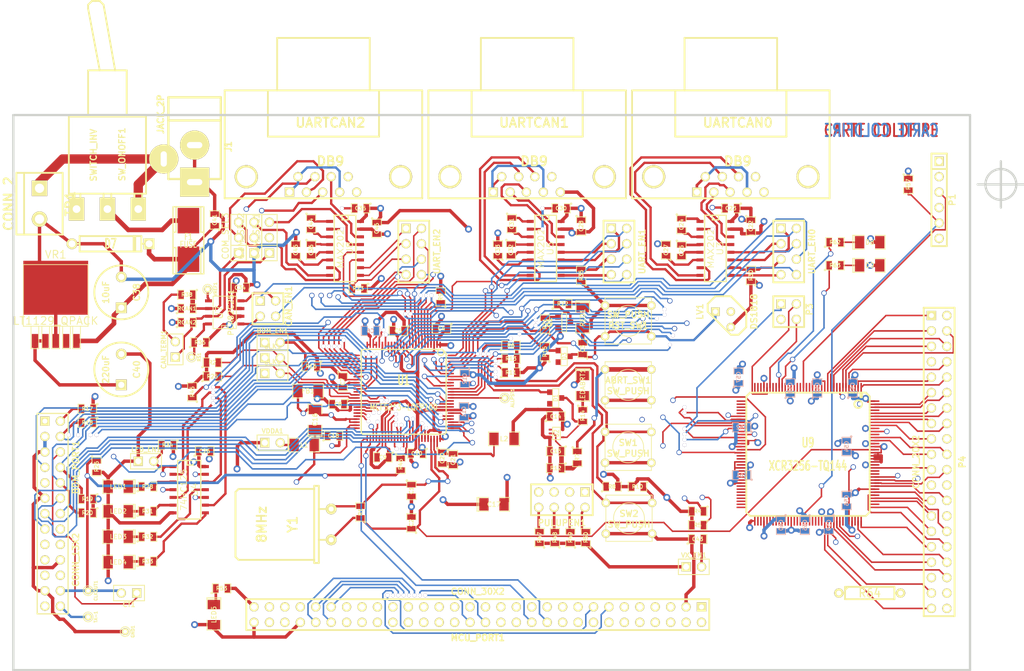
<source format=kicad_pcb>
(kicad_pcb (version 3) (host pcbnew "(2013-01-12 BZR 3902)-testing")
  (layers (15 Composant signal) (2 GND_layer power) (1 3.3V_layer power) (0 Cuivre signal))
  (net 0 "")
  (net 1 +3.3V)
  (net 2 /ALLPST)
  (net 3 /AN2)
  (net 4 /AN3)
  (net 5 /AN4)
  (net 6 /AN6)
  (net 7 /BKPT-)
  (net 8 /CANTX)
  (net 9 /CLKIN/EXTAL)
  (net 10 /CLKMOD0)
  (net 11 /CLKMOD1)
  (net 12 /DDAT0)
  (net 13 /DDAT1)
  (net 14 /DDAT2)
  (net 15 /DDAT3)
  (net 16 /DSCLK)
  (net 17 /DSI)
  (net 18 /DSO)
  (net 19 /DSPI_DOUT)
  (net 20 /DTIN1)
  (net 21 /GPT1)
  (net 22 /GPT3)
  (net 23 /IRQ-5)
  (net 24 /IRQ-6)
  (net 25 /IRQ-7)
  (net 26 /JTAG_EN)
  (net 27 /PST0)
  (net 28 /PST1)
  (net 29 /PST2)
  (net 30 /PST3)
  (net 31 /PWM1)
  (net 32 /PWM3)
  (net 33 /QSPI_CS3)
  (net 34 /QSPI_DIN)
  (net 35 /RCON-)
  (net 36 /RSTI-)
  (net 37 /RSTO-)
  (net 38 /TCLK)
  (net 39 /UCTS0)
  (net 40 /URTS1)
  (net 41 /URXD0)
  (net 42 /UTXD1)
  (net 43 /UTXD2)
  (net 44 /VCCA)
  (net 45 /VDDPLL)
  (net 46 /inout_user/AN0)
  (net 47 /inout_user/AN1)
  (net 48 /inout_user/AN5)
  (net 49 /inout_user/AN7)
  (net 50 /inout_user/CANRX)
  (net 51 /inout_user/CAN_H)
  (net 52 /inout_user/CAN_L)
  (net 53 /inout_user/CTS0)
  (net 54 /inout_user/CTS1)
  (net 55 /inout_user/CTS2/CANH)
  (net 56 /inout_user/DTIN0)
  (net 57 /inout_user/DTIN2)
  (net 58 /inout_user/DTIN3)
  (net 59 /inout_user/GPT0)
  (net 60 /inout_user/GPT2)
  (net 61 /inout_user/IRQ-4)
  (net 62 /inout_user/PWM5)
  (net 63 /inout_user/PWM7)
  (net 64 /inout_user/QSPI_CS0)
  (net 65 /inout_user/QSPI_CS1)
  (net 66 /inout_user/RTS0)
  (net 67 /inout_user/RTS1)
  (net 68 /inout_user/RTS2)
  (net 69 /inout_user/RXD0)
  (net 70 /inout_user/RXD1)
  (net 71 /inout_user/RXD2)
  (net 72 /inout_user/RxD_CAN)
  (net 73 /inout_user/TXD0)
  (net 74 /inout_user/TXD1)
  (net 75 /inout_user/TXD2/CANL)
  (net 76 /inout_user/TxD_CAN)
  (net 77 /inout_user/UCTS2)
  (net 78 /inout_user/URTS0)
  (net 79 /inout_user/URTS2)
  (net 80 /inout_user/URXD1)
  (net 81 /inout_user/URXD2)
  (net 82 /inout_user/UTXD0)
  (net 83 /inout_user/VRL)
  (net 84 /xilinx/+3,3V_OUT)
  (net 85 /xilinx/GLCK2)
  (net 86 /xilinx/LED_TEST1)
  (net 87 /xilinx/LED_TEST2)
  (net 88 /xilinx/QSPI_CS2)
  (net 89 /xilinx/QSPI_SCLK)
  (net 90 /xilinx/TCK)
  (net 91 /xilinx/TDI)
  (net 92 /xilinx/TDO)
  (net 93 /xilinx/TMS)
  (net 94 /xilinx/UCTS1-)
  (net 95 /xilinx/XIL_D0)
  (net 96 /xilinx/XIL_D1)
  (net 97 /xilinx/XIL_D10)
  (net 98 /xilinx/XIL_D11)
  (net 99 /xilinx/XIL_D12)
  (net 100 /xilinx/XIL_D13)
  (net 101 /xilinx/XIL_D14)
  (net 102 /xilinx/XIL_D15)
  (net 103 /xilinx/XIL_D16)
  (net 104 /xilinx/XIL_D17)
  (net 105 /xilinx/XIL_D18)
  (net 106 /xilinx/XIL_D19)
  (net 107 /xilinx/XIL_D2)
  (net 108 /xilinx/XIL_D20)
  (net 109 /xilinx/XIL_D21)
  (net 110 /xilinx/XIL_D22)
  (net 111 /xilinx/XIL_D23)
  (net 112 /xilinx/XIL_D24)
  (net 113 /xilinx/XIL_D25)
  (net 114 /xilinx/XIL_D26)
  (net 115 /xilinx/XIL_D27)
  (net 116 /xilinx/XIL_D28)
  (net 117 /xilinx/XIL_D29)
  (net 118 /xilinx/XIL_D3)
  (net 119 /xilinx/XIL_D30)
  (net 120 /xilinx/XIL_D31)
  (net 121 /xilinx/XIL_D32)
  (net 122 /xilinx/XIL_D33)
  (net 123 /xilinx/XIL_D34)
  (net 124 /xilinx/XIL_D35)
  (net 125 /xilinx/XIL_D36)
  (net 126 /xilinx/XIL_D4)
  (net 127 /xilinx/XIL_D5)
  (net 128 /xilinx/XIL_D6)
  (net 129 /xilinx/XIL_D7)
  (net 130 /xilinx/XIL_D8)
  (net 131 /xilinx/XIL_D9)
  (net 132 /xilinx/XIL_INIT)
  (net 133 /xilinx/XIL_IRQ1)
  (net 134 /xilinx/XIL_IRQ2)
  (net 135 GND)
  (net 136 N-000013)
  (net 137 N-000018)
  (net 138 N-000021)
  (net 139 N-000022)
  (net 140 N-000034)
  (net 141 N-000038)
  (net 142 N-000040)
  (net 143 N-000041)
  (net 144 N-000043)
  (net 145 N-000049)
  (net 146 N-000050)
  (net 147 N-000072)
  (net 148 N-000073)
  (net 149 N-000074)
  (net 150 N-000076)
  (net 151 N-000077)
  (net 152 N-000078)
  (net 153 N-000079)
  (net 154 N-000080)
  (net 155 N-000081)
  (net 156 N-000082)
  (net 157 N-000083)
  (net 158 N-000084)
  (net 159 N-000089)
  (net 160 N-000090)
  (net 161 N-000091)
  (net 162 N-000092)
  (net 163 N-000093)
  (net 164 N-000094)
  (net 165 N-000095)
  (net 166 N-000096)
  (net 167 N-000097)
  (net 168 N-000099)
  (net 169 N-000101)
  (net 170 N-000104)
  (net 171 N-000108)
  (net 172 N-000109)
  (net 173 N-000110)
  (net 174 N-000111)
  (net 175 N-000112)
  (net 176 N-000113)
  (net 177 N-000117)
  (net 178 N-000118)
  (net 179 N-000119)
  (net 180 N-000120)
  (net 181 N-000121)
  (net 182 N-000122)
  (net 183 N-000123)
  (net 184 N-000124)
  (net 185 N-000125)
  (net 186 N-000126)
  (net 187 N-000127)
  (net 188 N-000128)
  (net 189 N-000129)
  (net 190 N-000130)
  (net 191 N-000131)
  (net 192 N-000132)
  (net 193 N-000133)
  (net 194 N-000134)
  (net 195 N-000136)
  (net 196 N-000140)
  (net 197 N-000141)
  (net 198 N-000142)
  (net 199 N-000143)
  (net 200 N-000144)
  (net 201 N-000145)
  (net 202 N-000146)
  (net 203 N-000147)
  (net 204 N-000148)
  (net 205 N-000149)
  (net 206 N-000191)
  (net 207 N-000210)
  (net 208 N-000215)
  (net 209 N-000252)
  (module SM0805 (layer Composant) (at 102.616 111.252)
    (fp_text reference C26)
    (fp_text value 100nF hide)
    (pad 1 smd rect (at -0.9525 0) (size 0.889 1.397) (layers Composant Dessus.Pate Dessus.Masque) (net 1 +3.3V))
    (pad 2 smd rect (at 0.9525 0) (size 0.889 1.397) (layers Composant Dessus.Pate Dessus.Masque) (net 135 GND))
  )
  (module SM1206 (layer Composant) (at 119.634 101.346 180)
    (fp_text reference FB1)
    (fp_text value BEAD hide)
    (pad 1 smd rect (at -1.651 0 180) (size 1.524 2.032) (layers Composant Dessus.Pate Dessus.Masque) (net 135 GND))
    (pad 2 smd rect (at 1.651 0 180) (size 1.524 2.032) (layers Composant Dessus.Pate Dessus.Masque) (net 83 /inout_user/VRL))
  )
  (module SM1206 (layer Composant) (at 151.892 109.22 180)
    (fp_text reference L2)
    (fp_text value 10uH hide)
    (pad 1 smd rect (at -1.651 0 180) (size 1.524 2.032) (layers Composant Dessus.Pate Dessus.Masque) (net 1 +3.3V))
    (pad 2 smd rect (at 1.651 0 180) (size 1.524 2.032) (layers Composant Dessus.Pate Dessus.Masque) (net 45 /VDDPLL))
  )
  (module SM1206 (layer Composant) (at 118.999 110.236)
    (fp_text reference L1)
    (fp_text value 10uH hide)
    (pad 1 smd rect (at -1.651 0) (size 1.524 2.032) (layers Composant Dessus.Pate Dessus.Masque) (net 137 N-000018))
    (pad 2 smd rect (at 1.651 0) (size 1.524 2.032) (layers Composant Dessus.Pate Dessus.Masque) (net 44 /VCCA))
  )
  (module SM1206POL (layer Composant) (at 120.777 106.045 90)
    (fp_text reference C16)
    (fp_text value 10uF hide)
    (pad 1 smd rect (at -1.651 0 90) (size 1.524 2.032) (layers Composant Dessus.Pate Dessus.Masque) (net 44 /VCCA))
    (pad 2 smd rect (at 1.651 0 90) (size 1.524 2.032) (layers Composant Dessus.Pate Dessus.Masque) (net 83 /inout_user/VRL))
  )
  (module PIN_ARRAY_2X1 (layer Composant) (at 90.17 134.62 180)
    (fp_text reference CT1)
    (fp_text value JUMPER hide)
    (pad 1 thru_hole rect (at -1.27 0 180) (size 1.524 1.524) (drill 1.016) (layers *.Cu *.Mask Dessus.SilkS) (net 141 N-000038))
    (pad 2 thru_hole circle (at 1.27 0 180) (size 1.524 1.524) (drill 1.016) (layers *.Cu *.Mask Dessus.SilkS) (net 38 /TCLK))
  )
  (module SW_PUSH_SMALL (layer Composant) (at 172.339 89.789 180)
    (fp_text reference RST_SW1)
    (fp_text value SW_PUSH)
    (pad 1 thru_hole circle (at 3.81 -2.54 180) (size 1.397 1.397) (drill 0.8128) (layers *.Cu *.Mask Dessus.SilkS) (net 148 N-000073))
    (pad 2 thru_hole circle (at 3.81 2.54 180) (size 1.397 1.397) (drill 0.8128) (layers *.Cu *.Mask Dessus.SilkS) (net 135 GND))
    (pad 1 thru_hole circle (at -3.81 -2.54 180) (size 1.397 1.397) (drill 0.8128) (layers *.Cu *.Mask Dessus.SilkS) (net 148 N-000073))
    (pad 2 thru_hole circle (at -3.81 2.54 180) (size 1.397 1.397) (drill 0.8128) (layers *.Cu *.Mask Dessus.SilkS) (net 135 GND))
  )
  (module SW_PUSH_SMALL (layer Composant) (at 172.339 110.617)
    (fp_text reference SW1)
    (fp_text value SW_PUSH)
    (pad 1 thru_hole circle (at 3.81 -2.54) (size 1.397 1.397) (drill 0.8128) (layers *.Cu *.Mask Dessus.SilkS) (net 61 /inout_user/IRQ-4))
    (pad 2 thru_hole circle (at 3.81 2.54) (size 1.397 1.397) (drill 0.8128) (layers *.Cu *.Mask Dessus.SilkS) (net 135 GND))
    (pad 1 thru_hole circle (at -3.81 -2.54) (size 1.397 1.397) (drill 0.8128) (layers *.Cu *.Mask Dessus.SilkS) (net 61 /inout_user/IRQ-4))
    (pad 2 thru_hole circle (at -3.81 2.54) (size 1.397 1.397) (drill 0.8128) (layers *.Cu *.Mask Dessus.SilkS) (net 135 GND))
  )
  (module SW_PUSH_SMALL (layer Composant) (at 172.339 100.33)
    (fp_text reference ABRT_SW1)
    (fp_text value SW_PUSH)
    (pad 1 thru_hole circle (at 3.81 -2.54) (size 1.397 1.397) (drill 0.8128) (layers *.Cu *.Mask Dessus.SilkS) (net 143 N-000041))
    (pad 2 thru_hole circle (at 3.81 2.54) (size 1.397 1.397) (drill 0.8128) (layers *.Cu *.Mask Dessus.SilkS) (net 1 +3.3V))
    (pad 1 thru_hole circle (at -3.81 -2.54) (size 1.397 1.397) (drill 0.8128) (layers *.Cu *.Mask Dessus.SilkS) (net 143 N-000041))
    (pad 2 thru_hole circle (at -3.81 2.54) (size 1.397 1.397) (drill 0.8128) (layers *.Cu *.Mask Dessus.SilkS) (net 1 +3.3V))
  )
  (module SW_PUSH_SMALL (layer Composant) (at 172.466 122.301)
    (fp_text reference SW2)
    (fp_text value SW_PUSH)
    (pad 1 thru_hole circle (at 3.81 -2.54) (size 1.397 1.397) (drill 0.8128) (layers *.Cu *.Mask Dessus.SilkS) (net 23 /IRQ-5))
    (pad 2 thru_hole circle (at 3.81 2.54) (size 1.397 1.397) (drill 0.8128) (layers *.Cu *.Mask Dessus.SilkS) (net 135 GND))
    (pad 1 thru_hole circle (at -3.81 -2.54) (size 1.397 1.397) (drill 0.8128) (layers *.Cu *.Mask Dessus.SilkS) (net 23 /IRQ-5))
    (pad 2 thru_hole circle (at -3.81 2.54) (size 1.397 1.397) (drill 0.8128) (layers *.Cu *.Mask Dessus.SilkS) (net 135 GND))
  )
  (module SOT23EBC (layer Composant) (at 161.798 90.043 90)
    (fp_text reference Q1)
    (fp_text value 3906 hide)
    (pad 1 smd rect (at -0.889 -1.016 90) (size 0.9144 0.9144) (layers Composant Dessus.Pate Dessus.Masque) (net 1 +3.3V))
    (pad 2 smd rect (at 0.889 -1.016 90) (size 0.9144 0.9144) (layers Composant Dessus.Pate Dessus.Masque) (net 139 N-000022))
    (pad 3 smd rect (at 0 1.016 90) (size 0.9144 0.9144) (layers Composant Dessus.Pate Dessus.Masque) (net 138 N-000021))
  )
  (module C2V8 (layer Composant) (at 88.9 85.09 90)
    (fp_text reference C38)
    (fp_text value 10uF)
    (pad 1 thru_hole rect (at -2.54 0 90) (size 1.778 1.778) (drill 1.016) (layers *.Cu *.Mask Dessus.SilkS) (net 198 N-000142))
    (pad 2 thru_hole circle (at 2.54 0 90) (size 1.778 1.778) (drill 1.016) (layers *.Cu *.Mask Dessus.SilkS) (net 135 GND))
  )
  (module C2V8 (layer Composant) (at 88.9 97.79 90)
    (fp_text reference C40)
    (fp_text value 220uF)
    (pad 1 thru_hole rect (at -2.54 0 90) (size 1.778 1.778) (drill 1.016) (layers *.Cu *.Mask Dessus.SilkS) (net 1 +3.3V))
    (pad 2 thru_hole circle (at 2.54 0 90) (size 1.778 1.778) (drill 1.016) (layers *.Cu *.Mask Dessus.SilkS) (net 135 GND))
  )
  (module SM1206POL (layer Composant) (at 164.846 89.281 270)
    (fp_text reference RED1)
    (fp_text value LED_RESET1 hide)
    (pad 1 smd rect (at -1.651 0 270) (size 1.524 2.032) (layers Composant Dessus.Pate Dessus.Masque) (net 136 N-000013))
    (pad 2 smd rect (at 1.651 0 270) (size 1.524 2.032) (layers Composant Dessus.Pate Dessus.Masque) (net 135 GND))
  )
  (module SM1206POL (layer Composant) (at 88.392 117.094 180)
    (fp_text reference LED1)
    (fp_text value LED hide)
    (pad 1 smd rect (at -1.651 0 180) (size 1.524 2.032) (layers Composant Dessus.Pate Dessus.Masque) (net 185 N-000125))
    (pad 2 smd rect (at 1.651 0 180) (size 1.524 2.032) (layers Composant Dessus.Pate Dessus.Masque) (net 135 GND))
  )
  (module SM1206POL (layer Composant) (at 88.392 121.158 180)
    (fp_text reference LED2)
    (fp_text value LED hide)
    (pad 1 smd rect (at -1.651 0 180) (size 1.524 2.032) (layers Composant Dessus.Pate Dessus.Masque) (net 183 N-000123))
    (pad 2 smd rect (at 1.651 0 180) (size 1.524 2.032) (layers Composant Dessus.Pate Dessus.Masque) (net 135 GND))
  )
  (module SM1206POL (layer Composant) (at 164.846 100.457 270)
    (fp_text reference LEDABRT1)
    (fp_text value RED hide)
    (pad 1 smd rect (at -1.651 0 270) (size 1.524 2.032) (layers Composant Dessus.Pate Dessus.Masque) (net 1 +3.3V))
    (pad 2 smd rect (at 1.651 0 270) (size 1.524 2.032) (layers Composant Dessus.Pate Dessus.Masque) (net 142 N-000040))
  )
  (module SM1206POL (layer Composant) (at 104.14 138.176 270)
    (fp_text reference LED5)
    (fp_text value LED hide)
    (pad 1 smd rect (at -1.651 0 270) (size 1.524 2.032) (layers Composant Dessus.Pate Dessus.Masque) (net 199 N-000143))
    (pad 2 smd rect (at 1.651 0 270) (size 1.524 2.032) (layers Composant Dessus.Pate Dessus.Masque) (net 135 GND))
  )
  (module SM1206POL (layer Composant) (at 88.392 129.54 180)
    (fp_text reference LED4)
    (fp_text value LED hide)
    (pad 1 smd rect (at -1.651 0 180) (size 1.524 2.032) (layers Composant Dessus.Pate Dessus.Masque) (net 189 N-000129))
    (pad 2 smd rect (at 1.651 0 180) (size 1.524 2.032) (layers Composant Dessus.Pate Dessus.Masque) (net 135 GND))
  )
  (module SM1206POL (layer Composant) (at 88.392 125.349 180)
    (fp_text reference LED3)
    (fp_text value LED hide)
    (pad 1 smd rect (at -1.651 0 180) (size 1.524 2.032) (layers Composant Dessus.Pate Dessus.Masque) (net 190 N-000130))
    (pad 2 smd rect (at 1.651 0 180) (size 1.524 2.032) (layers Composant Dessus.Pate Dessus.Masque) (net 135 GND))
  )
  (module PIN_ARRAY_30X2 (layer Composant) (at 147.574 138.176 180)
    (fp_text reference MCU_PORT1)
    (fp_text value CONN_30X2)
    (pad 1 thru_hole rect (at -36.83 1.27 180) (size 1.524 1.524) (drill 0.8128) (layers *.Cu *.Mask Dessus.SilkS) (net 191 N-000131))
    (pad 2 thru_hole circle (at -36.83 -1.27 180) (size 1.524 1.524) (drill 1.016) (layers *.Cu *.Mask Dessus.SilkS) (net 133 /xilinx/XIL_IRQ1))
    (pad 11 thru_hole circle (at -24.13 1.27 180) (size 1.524 1.524) (drill 1.016) (layers *.Cu *.Mask Dessus.SilkS) (net 94 /xilinx/UCTS1-))
    (pad 4 thru_hole circle (at -34.29 -1.27 180) (size 1.524 1.524) (drill 1.016) (layers *.Cu *.Mask Dessus.SilkS) (net 37 /RSTO-))
    (pad 13 thru_hole circle (at -21.59 1.27 180) (size 1.524 1.524) (drill 1.016) (layers *.Cu *.Mask Dessus.SilkS) (net 31 /PWM1))
    (pad 6 thru_hole circle (at -31.75 -1.27 180) (size 1.524 1.524) (drill 1.016) (layers *.Cu *.Mask Dessus.SilkS) (net 36 /RSTI-))
    (pad 15 thru_hole circle (at -19.05 1.27 180) (size 1.524 1.524) (drill 1.016) (layers *.Cu *.Mask Dessus.SilkS) (net 32 /PWM3))
    (pad 8 thru_hole circle (at -29.21 -1.27 180) (size 1.524 1.524) (drill 1.016) (layers *.Cu *.Mask Dessus.SilkS) (net 134 /xilinx/XIL_IRQ2))
    (pad 17 thru_hole circle (at -16.51 1.27 180) (size 1.524 1.524) (drill 1.016) (layers *.Cu *.Mask Dessus.SilkS) (net 19 /DSPI_DOUT))
    (pad 10 thru_hole circle (at -26.67 -1.27 180) (size 1.524 1.524) (drill 1.016) (layers *.Cu *.Mask Dessus.SilkS) (net 46 /inout_user/AN0))
    (pad 19 thru_hole circle (at -13.97 1.27 180) (size 1.524 1.524) (drill 1.016) (layers *.Cu *.Mask Dessus.SilkS) (net 34 /QSPI_DIN))
    (pad 12 thru_hole circle (at -24.13 -1.27 180) (size 1.524 1.524) (drill 1.016) (layers *.Cu *.Mask Dessus.SilkS) (net 47 /inout_user/AN1))
    (pad 21 thru_hole circle (at -11.43 1.27 180) (size 1.524 1.524) (drill 1.016) (layers *.Cu *.Mask Dessus.SilkS) (net 89 /xilinx/QSPI_SCLK))
    (pad 14 thru_hole circle (at -21.59 -1.27 180) (size 1.524 1.524) (drill 1.016) (layers *.Cu *.Mask Dessus.SilkS) (net 3 /AN2))
    (pad 23 thru_hole circle (at -8.89 1.27 180) (size 1.524 1.524) (drill 1.016) (layers *.Cu *.Mask Dessus.SilkS) (net 64 /inout_user/QSPI_CS0))
    (pad 16 thru_hole circle (at -19.05 -1.27 180) (size 1.524 1.524) (drill 1.016) (layers *.Cu *.Mask Dessus.SilkS) (net 4 /AN3))
    (pad 25 thru_hole circle (at -6.35 1.27 180) (size 1.524 1.524) (drill 1.016) (layers *.Cu *.Mask Dessus.SilkS) (net 65 /inout_user/QSPI_CS1))
    (pad 18 thru_hole circle (at -16.51 -1.27 180) (size 1.524 1.524) (drill 1.016) (layers *.Cu *.Mask Dessus.SilkS) (net 5 /AN4))
    (pad 27 thru_hole circle (at -3.81 1.27 180) (size 1.524 1.524) (drill 1.016) (layers *.Cu *.Mask Dessus.SilkS) (net 88 /xilinx/QSPI_CS2))
    (pad 20 thru_hole circle (at -13.97 -1.27 180) (size 1.524 1.524) (drill 1.016) (layers *.Cu *.Mask Dessus.SilkS) (net 48 /inout_user/AN5))
    (pad 29 thru_hole circle (at -1.27 1.27 180) (size 1.524 1.524) (drill 1.016) (layers *.Cu *.Mask Dessus.SilkS) (net 33 /QSPI_CS3))
    (pad 22 thru_hole circle (at -11.43 -1.27 180) (size 1.524 1.524) (drill 1.016) (layers *.Cu *.Mask Dessus.SilkS) (net 6 /AN6))
    (pad 31 thru_hole circle (at 1.27 1.27 180) (size 1.524 1.524) (drill 1.016) (layers *.Cu *.Mask Dessus.SilkS) (net 132 /xilinx/XIL_INIT))
    (pad 24 thru_hole circle (at -8.89 -1.27 180) (size 1.524 1.524) (drill 1.016) (layers *.Cu *.Mask Dessus.SilkS) (net 49 /inout_user/AN7))
    (pad 26 thru_hole circle (at -6.35 -1.27 180) (size 1.524 1.524) (drill 1.016) (layers *.Cu *.Mask Dessus.SilkS) (net 8 /CANTX))
    (pad 33 thru_hole circle (at 3.81 1.27 180) (size 1.524 1.524) (drill 1.016) (layers *.Cu *.Mask Dessus.SilkS) (net 61 /inout_user/IRQ-4))
    (pad 28 thru_hole circle (at -3.81 -1.27 180) (size 1.524 1.524) (drill 1.016) (layers *.Cu *.Mask Dessus.SilkS) (net 50 /inout_user/CANRX))
    (pad 32 thru_hole circle (at 1.27 -1.27 180) (size 1.524 1.524) (drill 1.016) (layers *.Cu *.Mask Dessus.SilkS) (net 63 /inout_user/PWM7))
    (pad 34 thru_hole circle (at 3.81 -1.27 180) (size 1.524 1.524) (drill 1.016) (layers *.Cu *.Mask Dessus.SilkS) (net 56 /inout_user/DTIN0))
    (pad 36 thru_hole circle (at 6.35 -1.27 180) (size 1.524 1.524) (drill 1.016) (layers *.Cu *.Mask Dessus.SilkS) (net 20 /DTIN1))
    (pad 38 thru_hole circle (at 8.89 -1.27 180) (size 1.524 1.524) (drill 1.016) (layers *.Cu *.Mask Dessus.SilkS) (net 57 /inout_user/DTIN2))
    (pad 35 thru_hole circle (at 6.35 1.27 180) (size 1.524 1.524) (drill 1.016) (layers *.Cu *.Mask Dessus.SilkS) (net 23 /IRQ-5))
    (pad 37 thru_hole circle (at 8.89 1.27 180) (size 1.524 1.524) (drill 1.016) (layers *.Cu *.Mask Dessus.SilkS) (net 24 /IRQ-6))
    (pad 3 thru_hole circle (at -34.29 1.27 180) (size 1.524 1.524) (drill 1.016) (layers *.Cu *.Mask Dessus.SilkS) (net 135 GND))
    (pad 5 thru_hole circle (at -31.75 1.27 180) (size 1.524 1.524) (drill 1.016) (layers *.Cu *.Mask Dessus.SilkS) (net 42 /UTXD1))
    (pad 7 thru_hole circle (at -29.21 1.27 180) (size 1.524 1.524) (drill 1.016) (layers *.Cu *.Mask Dessus.SilkS) (net 80 /inout_user/URXD1))
    (pad 9 thru_hole circle (at -26.67 1.27 180) (size 1.524 1.524) (drill 1.016) (layers *.Cu *.Mask Dessus.SilkS) (net 40 /URTS1))
    (pad 39 thru_hole circle (at 11.43 1.27 180) (size 1.524 1.524) (drill 1.016) (layers *.Cu *.Mask Dessus.SilkS) (net 25 /IRQ-7))
    (pad 40 thru_hole circle (at 11.43 -1.27 180) (size 1.524 1.524) (drill 1.016) (layers *.Cu *.Mask Dessus.SilkS) (net 58 /inout_user/DTIN3))
    (pad 30 thru_hole circle (at -1.27 -1.27 180) (size 1.524 1.524) (drill 1.016) (layers *.Cu *.Mask Dessus.SilkS) (net 62 /inout_user/PWM5))
    (pad 41 thru_hole circle (at 13.97 1.27 180) (size 1.524 1.524) (drill 1.016) (layers *.Cu *.Mask Dessus.SilkS) (net 82 /inout_user/UTXD0))
    (pad 42 thru_hole circle (at 13.97 -1.27 180) (size 1.524 1.524) (drill 1.016) (layers *.Cu *.Mask Dessus.SilkS) (net 78 /inout_user/URTS0))
    (pad 43 thru_hole circle (at 16.51 1.27 180) (size 1.524 1.524) (drill 1.016) (layers *.Cu *.Mask Dessus.SilkS) (net 41 /URXD0))
    (pad 44 thru_hole circle (at 16.51 -1.27 180) (size 1.524 1.524) (drill 1.016) (layers *.Cu *.Mask Dessus.SilkS) (net 39 /UCTS0))
    (pad 45 thru_hole circle (at 19.05 1.27 180) (size 1.524 1.524) (drill 1.016) (layers *.Cu *.Mask Dessus.SilkS) (net 43 /UTXD2))
    (pad 46 thru_hole circle (at 19.05 -1.27 180) (size 1.524 1.524) (drill 1.016) (layers *.Cu *.Mask Dessus.SilkS) (net 79 /inout_user/URTS2))
    (pad 47 thru_hole circle (at 21.59 1.27 180) (size 1.524 1.524) (drill 1.016) (layers *.Cu *.Mask Dessus.SilkS) (net 81 /inout_user/URXD2))
    (pad 48 thru_hole circle (at 21.59 -1.27 180) (size 1.524 1.524) (drill 1.016) (layers *.Cu *.Mask Dessus.SilkS) (net 77 /inout_user/UCTS2))
    (pad 49 thru_hole circle (at 24.13 1.27 180) (size 1.524 1.524) (drill 1.016) (layers *.Cu *.Mask Dessus.SilkS) (net 59 /inout_user/GPT0))
    (pad 50 thru_hole circle (at 24.13 -1.27 180) (size 1.524 1.524) (drill 1.016) (layers *.Cu *.Mask Dessus.SilkS) (net 21 /GPT1))
    (pad 51 thru_hole circle (at 26.67 1.27 180) (size 1.524 1.524) (drill 1.016) (layers *.Cu *.Mask Dessus.SilkS) (net 60 /inout_user/GPT2))
    (pad 52 thru_hole circle (at 26.67 -1.27 180) (size 1.524 1.524) (drill 1.016) (layers *.Cu *.Mask Dessus.SilkS) (net 22 /GPT3))
    (pad 53 thru_hole circle (at 29.21 1.27 180) (size 1.524 1.524) (drill 1.016) (layers *.Cu *.Mask Dessus.SilkS) (net 35 /RCON-))
    (pad 54 thru_hole circle (at 29.21 -1.27 180) (size 1.524 1.524) (drill 1.016) (layers *.Cu *.Mask Dessus.SilkS) (net 135 GND))
    (pad 55 thru_hole circle (at 31.75 1.27 180) (size 1.524 1.524) (drill 1.016) (layers *.Cu *.Mask Dessus.SilkS) (net 44 /VCCA))
    (pad 56 thru_hole circle (at 31.75 -1.27 180) (size 1.524 1.524) (drill 1.016) (layers *.Cu *.Mask Dessus.SilkS) (net 83 /inout_user/VRL))
    (pad 57 thru_hole circle (at 34.29 1.27 180) (size 1.524 1.524) (drill 1.016) (layers *.Cu *.Mask Dessus.SilkS) (net 44 /VCCA))
    (pad 58 thru_hole circle (at 34.29 -1.27 180) (size 1.524 1.524) (drill 1.016) (layers *.Cu *.Mask Dessus.SilkS) (net 83 /inout_user/VRL))
    (pad 59 thru_hole circle (at 36.83 1.27 180) (size 1.524 1.524) (drill 1.016) (layers *.Cu *.Mask Dessus.SilkS) (net 1 +3.3V))
    (pad 60 thru_hole circle (at 36.83 -1.27 180) (size 1.524 1.524) (drill 1.016) (layers *.Cu *.Mask Dessus.SilkS) (net 135 GND))
  )
  (module bornier2 (layer Composant) (at 75.438 70.485 270)
    (fp_text reference TB1)
    (fp_text value CONN_2)
    (pad 1 thru_hole rect (at -2.54 0 270) (size 2.54 2.54) (drill 1.524) (layers *.Cu *.Mask Dessus.SilkS) (net 196 N-000140))
    (pad 2 thru_hole circle (at 2.54 0 270) (size 2.54 2.54) (drill 1.524) (layers *.Cu *.Mask Dessus.SilkS) (net 135 GND))
  )
  (module SM0805 (layer Composant) (at 150.876 78.105 90)
    (fp_text reference C33)
    (fp_text value 100nF hide)
    (pad 1 smd rect (at -0.9525 0 90) (size 0.889 1.397) (layers Composant Dessus.Pate Dessus.Masque) (net 176 N-000113))
    (pad 2 smd rect (at 0.9525 0 90) (size 0.889 1.397) (layers Composant Dessus.Pate Dessus.Masque) (net 135 GND))
  )
  (module SO16E (layer Composant) (at 158.75 77.851 270)
    (fp_text reference U5)
    (fp_text value MAX202)
    (pad 1 smd rect (at -4.445 2.54 270) (size 0.508 1.143) (layers Composant Dessus.Pate Dessus.Masque) (net 151 N-000077))
    (pad 2 smd rect (at -3.175 2.54 270) (size 0.508 1.143) (layers Composant Dessus.Pate Dessus.Masque) (net 153 N-000079))
    (pad 3 smd rect (at -1.905 2.54 270) (size 0.508 1.143) (layers Composant Dessus.Pate Dessus.Masque) (net 152 N-000078))
    (pad 4 smd rect (at -0.635 2.54 270) (size 0.508 1.143) (layers Composant Dessus.Pate Dessus.Masque) (net 177 N-000117))
    (pad 5 smd rect (at 0.635 2.54 270) (size 0.508 1.143) (layers Composant Dessus.Pate Dessus.Masque) (net 150 N-000076))
    (pad 6 smd rect (at 1.905 2.54 270) (size 0.508 1.143) (layers Composant Dessus.Pate Dessus.Masque) (net 176 N-000113))
    (pad 7 smd rect (at 3.175 2.54 270) (size 0.508 1.143) (layers Composant Dessus.Pate Dessus.Masque) (net 67 /inout_user/RTS1))
    (pad 8 smd rect (at 4.445 2.54 270) (size 0.508 1.143) (layers Composant Dessus.Pate Dessus.Masque) (net 54 /inout_user/CTS1))
    (pad 9 smd rect (at 4.445 -2.54 270) (size 0.508 1.143) (layers Composant Dessus.Pate Dessus.Masque) (net 154 N-000080))
    (pad 10 smd rect (at 3.175 -2.54 270) (size 0.508 1.143) (layers Composant Dessus.Pate Dessus.Masque) (net 155 N-000081))
    (pad 11 smd rect (at 1.905 -2.54 270) (size 0.508 1.143) (layers Composant Dessus.Pate Dessus.Masque) (net 157 N-000083))
    (pad 12 smd rect (at 0.635 -2.54 270) (size 0.508 1.143) (layers Composant Dessus.Pate Dessus.Masque) (net 156 N-000082))
    (pad 13 smd rect (at -0.635 -2.54 270) (size 0.508 1.143) (layers Composant Dessus.Pate Dessus.Masque) (net 70 /inout_user/RXD1))
    (pad 14 smd rect (at -1.905 -2.54 270) (size 0.508 1.143) (layers Composant Dessus.Pate Dessus.Masque) (net 74 /inout_user/TXD1))
    (pad 15 smd rect (at -3.175 -2.54 270) (size 0.508 1.143) (layers Composant Dessus.Pate Dessus.Masque) (net 135 GND))
    (pad 16 smd rect (at -4.445 -2.54 270) (size 0.508 1.143) (layers Composant Dessus.Pate Dessus.Masque) (net 1 +3.3V))
  )
  (module SO8E (layer Composant) (at 105.918 88.392 90)
    (fp_text reference U7)
    (fp_text value PCA82C251)
    (pad 8 smd rect (at -1.905 -2.667 90) (size 0.508 1.143) (layers Composant Dessus.Pate Dessus.Masque) (net 195 N-000136))
    (pad 1 smd rect (at -1.905 2.667 90) (size 0.508 1.143) (layers Composant Dessus.Pate Dessus.Masque) (net 76 /inout_user/TxD_CAN))
    (pad 7 smd rect (at -0.635 -2.667 90) (size 0.508 1.143) (layers Composant Dessus.Pate Dessus.Masque) (net 51 /inout_user/CAN_H))
    (pad 6 smd rect (at 0.635 -2.667 90) (size 0.508 1.143) (layers Composant Dessus.Pate Dessus.Masque) (net 52 /inout_user/CAN_L))
    (pad 5 smd rect (at 1.905 -2.667 90) (size 0.508 1.143) (layers Composant Dessus.Pate Dessus.Masque) (net 200 N-000144))
    (pad 2 smd rect (at -0.635 2.667 90) (size 0.508 1.143) (layers Composant Dessus.Pate Dessus.Masque) (net 135 GND))
    (pad 3 smd rect (at 0.635 2.667 90) (size 0.508 1.143) (layers Composant Dessus.Pate Dessus.Masque) (net 1 +3.3V))
    (pad 4 smd rect (at 1.905 2.667 90) (size 0.508 1.143) (layers Composant Dessus.Pate Dessus.Masque) (net 72 /inout_user/RxD_CAN))
  )
  (module DB9FC (layer Composant) (at 189.103 67.31)
    (fp_text reference UARTCAN0)
    (fp_text value DB9)
    (pad "" thru_hole circle (at 12.827 -1.27) (size 3.81 3.81) (drill 3.048) (layers *.Cu *.Mask Dessus.SilkS))
    (pad "" thru_hole circle (at -12.573 -1.27) (size 3.81 3.81) (drill 3.048) (layers *.Cu *.Mask Dessus.SilkS))
    (pad 1 thru_hole rect (at -5.461 1.27) (size 1.524 1.524) (drill 1.016) (layers *.Cu *.Mask Dessus.SilkS) (net 167 N-000097))
    (pad 2 thru_hole circle (at -2.667 1.27) (size 1.524 1.524) (drill 1.016) (layers *.Cu *.Mask Dessus.SilkS) (net 73 /inout_user/TXD0))
    (pad 3 thru_hole circle (at 0 1.27) (size 1.524 1.524) (drill 1.016) (layers *.Cu *.Mask Dessus.SilkS) (net 69 /inout_user/RXD0))
    (pad 4 thru_hole circle (at 2.794 1.27) (size 1.524 1.524) (drill 1.016) (layers *.Cu *.Mask Dessus.SilkS) (net 167 N-000097))
    (pad 5 thru_hole circle (at 5.588 1.27) (size 1.524 1.524) (drill 1.016) (layers *.Cu *.Mask Dessus.SilkS) (net 135 GND))
    (pad 6 thru_hole circle (at -4.064 -1.27) (size 1.524 1.524) (drill 1.016) (layers *.Cu *.Mask Dessus.SilkS) (net 167 N-000097))
    (pad 7 thru_hole circle (at -1.27 -1.27) (size 1.524 1.524) (drill 1.016) (layers *.Cu *.Mask Dessus.SilkS) (net 53 /inout_user/CTS0))
    (pad 8 thru_hole circle (at 1.397 -1.27) (size 1.524 1.524) (drill 1.016) (layers *.Cu *.Mask Dessus.SilkS) (net 66 /inout_user/RTS0))
    (pad 9 thru_hole circle (at 4.191 -1.27) (size 1.524 1.524) (drill 1.016) (layers *.Cu *.Mask Dessus.SilkS))
  )
  (module DB9FC (layer Composant) (at 122.047 67.31)
    (fp_text reference UARTCAN2)
    (fp_text value DB9)
    (pad "" thru_hole circle (at 12.827 -1.27) (size 3.81 3.81) (drill 3.048) (layers *.Cu *.Mask Dessus.SilkS))
    (pad "" thru_hole circle (at -12.573 -1.27) (size 3.81 3.81) (drill 3.048) (layers *.Cu *.Mask Dessus.SilkS))
    (pad 1 thru_hole rect (at -5.461 1.27) (size 1.524 1.524) (drill 1.016) (layers *.Cu *.Mask Dessus.SilkS) (net 180 N-000120))
    (pad 2 thru_hole circle (at -2.667 1.27) (size 1.524 1.524) (drill 1.016) (layers *.Cu *.Mask Dessus.SilkS) (net 75 /inout_user/TXD2/CANL))
    (pad 3 thru_hole circle (at 0 1.27) (size 1.524 1.524) (drill 1.016) (layers *.Cu *.Mask Dessus.SilkS) (net 71 /inout_user/RXD2))
    (pad 4 thru_hole circle (at 2.794 1.27) (size 1.524 1.524) (drill 1.016) (layers *.Cu *.Mask Dessus.SilkS) (net 180 N-000120))
    (pad 5 thru_hole circle (at 5.588 1.27) (size 1.524 1.524) (drill 1.016) (layers *.Cu *.Mask Dessus.SilkS) (net 135 GND))
    (pad 6 thru_hole circle (at -4.064 -1.27) (size 1.524 1.524) (drill 1.016) (layers *.Cu *.Mask Dessus.SilkS) (net 180 N-000120))
    (pad 7 thru_hole circle (at -1.27 -1.27) (size 1.524 1.524) (drill 1.016) (layers *.Cu *.Mask Dessus.SilkS) (net 55 /inout_user/CTS2/CANH))
    (pad 8 thru_hole circle (at 1.397 -1.27) (size 1.524 1.524) (drill 1.016) (layers *.Cu *.Mask Dessus.SilkS) (net 68 /inout_user/RTS2))
    (pad 9 thru_hole circle (at 4.191 -1.27) (size 1.524 1.524) (drill 1.016) (layers *.Cu *.Mask Dessus.SilkS))
  )
  (module DB9FC (layer Composant) (at 155.575 67.31)
    (fp_text reference UARTCAN1)
    (fp_text value DB9)
    (pad "" thru_hole circle (at 12.827 -1.27) (size 3.81 3.81) (drill 3.048) (layers *.Cu *.Mask Dessus.SilkS))
    (pad "" thru_hole circle (at -12.573 -1.27) (size 3.81 3.81) (drill 3.048) (layers *.Cu *.Mask Dessus.SilkS))
    (pad 1 thru_hole rect (at -5.461 1.27) (size 1.524 1.524) (drill 1.016) (layers *.Cu *.Mask Dessus.SilkS) (net 158 N-000084))
    (pad 2 thru_hole circle (at -2.667 1.27) (size 1.524 1.524) (drill 1.016) (layers *.Cu *.Mask Dessus.SilkS) (net 74 /inout_user/TXD1))
    (pad 3 thru_hole circle (at 0 1.27) (size 1.524 1.524) (drill 1.016) (layers *.Cu *.Mask Dessus.SilkS) (net 70 /inout_user/RXD1))
    (pad 4 thru_hole circle (at 2.794 1.27) (size 1.524 1.524) (drill 1.016) (layers *.Cu *.Mask Dessus.SilkS) (net 158 N-000084))
    (pad 5 thru_hole circle (at 5.588 1.27) (size 1.524 1.524) (drill 1.016) (layers *.Cu *.Mask Dessus.SilkS) (net 135 GND))
    (pad 6 thru_hole circle (at -4.064 -1.27) (size 1.524 1.524) (drill 1.016) (layers *.Cu *.Mask Dessus.SilkS) (net 158 N-000084))
    (pad 7 thru_hole circle (at -1.27 -1.27) (size 1.524 1.524) (drill 1.016) (layers *.Cu *.Mask Dessus.SilkS) (net 54 /inout_user/CTS1))
    (pad 8 thru_hole circle (at 1.397 -1.27) (size 1.524 1.524) (drill 1.016) (layers *.Cu *.Mask Dessus.SilkS) (net 67 /inout_user/RTS1))
    (pad 9 thru_hole circle (at 4.191 -1.27) (size 1.524 1.524) (drill 1.016) (layers *.Cu *.Mask Dessus.SilkS))
  )
  (module VQFP100 (layer Composant) (at 135.382 101.473)
    (fp_text reference U1)
    (fp_text value MCF5213-LQFP100)
    (pad 100 smd rect (at 7.747 -5.9944) (size 1.016 0.254) (layers Composant Dessus.Pate Dessus.Masque) (net 80 /inout_user/URXD1))
    (pad 76 smd rect (at 7.747 5.9944) (size 1.016 0.254) (layers Composant Dessus.Pate Dessus.Masque) (net 7 /BKPT-))
    (pad 77 smd rect (at 7.747 5.4864) (size 1.016 0.254) (layers Composant Dessus.Pate Dessus.Masque) (net 12 /DDAT0))
    (pad 78 smd rect (at 7.747 5.0038) (size 1.016 0.254) (layers Composant Dessus.Pate Dessus.Masque) (net 13 /DDAT1))
    (pad 79 smd rect (at 7.747 4.4958) (size 1.016 0.254) (layers Composant Dessus.Pate Dessus.Masque) (net 17 /DSI))
    (pad 80 smd rect (at 7.747 3.9878) (size 1.016 0.254) (layers Composant Dessus.Pate Dessus.Masque) (net 18 /DSO))
    (pad 81 smd rect (at 7.747 3.5052) (size 1.016 0.254) (layers Composant Dessus.Pate Dessus.Masque) (net 1 +3.3V))
    (pad 82 smd rect (at 7.747 2.9972) (size 1.016 0.254) (layers Composant Dessus.Pate Dessus.Masque) (net 135 GND))
    (pad 83 smd rect (at 7.747 2.4892) (size 1.016 0.254) (layers Composant Dessus.Pate Dessus.Masque) (net 14 /DDAT2))
    (pad 84 smd rect (at 7.747 2.0066) (size 1.016 0.254) (layers Composant Dessus.Pate Dessus.Masque) (net 15 /DDAT3))
    (pad 85 smd rect (at 7.747 1.4986) (size 1.016 0.254) (layers Composant Dessus.Pate Dessus.Masque) (net 16 /DSCLK))
    (pad 86 smd rect (at 7.747 0.9906) (size 1.016 0.254) (layers Composant Dessus.Pate Dessus.Masque) (net 2 /ALLPST))
    (pad 87 smd rect (at 7.747 0.4826) (size 1.016 0.254) (layers Composant Dessus.Pate Dessus.Masque) (net 133 /xilinx/XIL_IRQ1))
    (pad 88 smd rect (at 7.747 0) (size 1.016 0.254) (layers Composant Dessus.Pate Dessus.Masque) (net 134 /xilinx/XIL_IRQ2))
    (pad 89 smd rect (at 7.747 -0.508) (size 1.016 0.254) (layers Composant Dessus.Pate Dessus.Masque) (net 132 /xilinx/XIL_INIT))
    (pad 90 smd rect (at 7.747 -1.016) (size 1.016 0.254) (layers Composant Dessus.Pate Dessus.Masque) (net 61 /inout_user/IRQ-4))
    (pad 91 smd rect (at 7.747 -1.4986) (size 1.016 0.254) (layers Composant Dessus.Pate Dessus.Masque) (net 23 /IRQ-5))
    (pad 92 smd rect (at 7.747 -2.0066) (size 1.016 0.254) (layers Composant Dessus.Pate Dessus.Masque) (net 135 GND))
    (pad 93 smd rect (at 7.747 -2.5146) (size 1.016 0.254) (layers Composant Dessus.Pate Dessus.Masque) (net 1 +3.3V))
    (pad 94 smd rect (at 7.747 -2.9972) (size 1.016 0.254) (layers Composant Dessus.Pate Dessus.Masque) (net 24 /IRQ-6))
    (pad 95 smd rect (at 7.747 -3.5052) (size 1.016 0.254) (layers Composant Dessus.Pate Dessus.Masque) (net 25 /IRQ-7))
    (pad 96 smd rect (at 7.747 -4.0132) (size 1.016 0.254) (layers Composant Dessus.Pate Dessus.Masque) (net 36 /RSTI-))
    (pad 97 smd rect (at 7.747 -4.4958) (size 1.016 0.254) (layers Composant Dessus.Pate Dessus.Masque) (net 37 /RSTO-))
    (pad 98 smd rect (at 7.747 -5.0038) (size 1.016 0.254) (layers Composant Dessus.Pate Dessus.Masque) (net 94 /xilinx/UCTS1-))
    (pad 99 smd rect (at 7.747 -5.5118) (size 1.016 0.254) (layers Composant Dessus.Pate Dessus.Masque) (net 42 /UTXD1))
    (pad 75 smd rect (at 5.9944 7.747) (size 0.254 1.016) (layers Composant Dessus.Pate Dessus.Masque) (net 135 GND))
    (pad 51 smd rect (at -5.9944 7.747) (size 0.254 1.016) (layers Composant Dessus.Pate Dessus.Masque) (net 49 /inout_user/AN7))
    (pad 52 smd rect (at -5.4864 7.747) (size 0.254 1.016) (layers Composant Dessus.Pate Dessus.Masque) (net 6 /AN6))
    (pad 53 smd rect (at -5.0038 7.747) (size 0.254 1.016) (layers Composant Dessus.Pate Dessus.Masque) (net 48 /inout_user/AN5))
    (pad 54 smd rect (at -4.4958 7.747) (size 0.254 1.016) (layers Composant Dessus.Pate Dessus.Masque) (net 5 /AN4))
    (pad 55 smd rect (at -3.9878 7.747) (size 0.254 1.016) (layers Composant Dessus.Pate Dessus.Masque) (net 1 +3.3V))
    (pad 56 smd rect (at -3.5052 7.747) (size 0.254 1.016) (layers Composant Dessus.Pate Dessus.Masque) (net 135 GND))
    (pad 57 smd rect (at -2.9972 7.747) (size 0.254 1.016) (layers Composant Dessus.Pate Dessus.Masque) (net 1 +3.3V))
    (pad 58 smd rect (at -2.4892 7.747) (size 0.254 1.016) (layers Composant Dessus.Pate Dessus.Masque) (net 59 /inout_user/GPT0))
    (pad 59 smd rect (at -2.0066 7.747) (size 0.254 1.016) (layers Composant Dessus.Pate Dessus.Masque) (net 21 /GPT1))
    (pad 60 smd rect (at -1.4986 7.747) (size 0.254 1.016) (layers Composant Dessus.Pate Dessus.Masque) (net 62 /inout_user/PWM5))
    (pad 61 smd rect (at -0.9906 7.747) (size 0.254 1.016) (layers Composant Dessus.Pate Dessus.Masque) (net 60 /inout_user/GPT2))
    (pad 62 smd rect (at -0.4826 7.747) (size 0.254 1.016) (layers Composant Dessus.Pate Dessus.Masque) (net 22 /GPT3))
    (pad 63 smd rect (at 0 7.747) (size 0.254 1.016) (layers Composant Dessus.Pate Dessus.Masque) (net 63 /inout_user/PWM7))
    (pad 64 smd rect (at 0.508 7.747) (size 0.254 1.016) (layers Composant Dessus.Pate Dessus.Masque) (net 140 N-000034))
    (pad 65 smd rect (at 1.016 7.747) (size 0.254 1.016) (layers Composant Dessus.Pate Dessus.Masque) (net 27 /PST0))
    (pad 66 smd rect (at 1.4986 7.747) (size 0.254 1.016) (layers Composant Dessus.Pate Dessus.Masque) (net 28 /PST1))
    (pad 67 smd rect (at 2.0066 7.747) (size 0.254 1.016) (layers Composant Dessus.Pate Dessus.Masque) (net 135 GND))
    (pad 68 smd rect (at 2.5146 7.747) (size 0.254 1.016) (layers Composant Dessus.Pate Dessus.Masque) (net 1 +3.3V))
    (pad 69 smd rect (at 2.9972 7.747) (size 0.254 1.016) (layers Composant Dessus.Pate Dessus.Masque) (net 29 /PST2))
    (pad 70 smd rect (at 3.5052 7.747) (size 0.254 1.016) (layers Composant Dessus.Pate Dessus.Masque) (net 30 /PST3))
    (pad 71 smd rect (at 4.0132 7.747) (size 0.254 1.016) (layers Composant Dessus.Pate Dessus.Masque) (net 135 GND))
    (pad 72 smd rect (at 4.4958 7.747) (size 0.254 1.016) (layers Composant Dessus.Pate Dessus.Masque) (net 85 /xilinx/GLCK2))
    (pad 73 smd rect (at 5.0038 7.747) (size 0.254 1.016) (layers Composant Dessus.Pate Dessus.Masque) (net 9 /CLKIN/EXTAL))
    (pad 74 smd rect (at 5.5118 7.747) (size 0.254 1.016) (layers Composant Dessus.Pate Dessus.Masque) (net 45 /VDDPLL))
    (pad 1 smd rect (at 5.9944 -7.747) (size 0.254 1.016) (layers Composant Dessus.Pate Dessus.Masque) (net 1 +3.3V))
    (pad 2 smd rect (at 5.4864 -7.747) (size 0.254 1.016) (layers Composant Dessus.Pate Dessus.Masque) (net 1 +3.3V))
    (pad 3 smd rect (at 5.0038 -7.747) (size 0.254 1.016) (layers Composant Dessus.Pate Dessus.Masque) (net 135 GND))
    (pad 4 smd rect (at 4.4958 -7.747) (size 0.254 1.016) (layers Composant Dessus.Pate Dessus.Masque) (net 40 /URTS1))
    (pad 5 smd rect (at 3.9878 -7.747) (size 0.254 1.016) (layers Composant Dessus.Pate Dessus.Masque) (net 147 N-000072))
    (pad 6 smd rect (at 3.5052 -7.747) (size 0.254 1.016) (layers Composant Dessus.Pate Dessus.Masque) (net 39 /UCTS0))
    (pad 7 smd rect (at 2.9972 -7.747) (size 0.254 1.016) (layers Composant Dessus.Pate Dessus.Masque) (net 41 /URXD0))
    (pad 8 smd rect (at 2.4892 -7.747) (size 0.254 1.016) (layers Composant Dessus.Pate Dessus.Masque) (net 82 /inout_user/UTXD0))
    (pad 9 smd rect (at 2.0066 -7.747) (size 0.254 1.016) (layers Composant Dessus.Pate Dessus.Masque) (net 78 /inout_user/URTS0))
    (pad 10 smd rect (at 1.4986 -7.747) (size 0.254 1.016) (layers Composant Dessus.Pate Dessus.Masque) (net 8 /CANTX))
    (pad 11 smd rect (at 0.9906 -7.747) (size 0.254 1.016) (layers Composant Dessus.Pate Dessus.Masque) (net 50 /inout_user/CANRX))
    (pad 12 smd rect (at 0.4826 -7.747) (size 0.254 1.016) (layers Composant Dessus.Pate Dessus.Masque) (net 33 /QSPI_CS3))
    (pad 13 smd rect (at 0 -7.747) (size 0.254 1.016) (layers Composant Dessus.Pate Dessus.Masque) (net 88 /xilinx/QSPI_CS2))
    (pad 14 smd rect (at -0.508 -7.747) (size 0.254 1.016) (layers Composant Dessus.Pate Dessus.Masque) (net 1 +3.3V))
    (pad 15 smd rect (at -1.016 -7.747) (size 0.254 1.016) (layers Composant Dessus.Pate Dessus.Masque) (net 135 GND))
    (pad 16 smd rect (at -1.4986 -7.747) (size 0.254 1.016) (layers Composant Dessus.Pate Dessus.Masque) (net 34 /QSPI_DIN))
    (pad 17 smd rect (at -2.0066 -7.747) (size 0.254 1.016) (layers Composant Dessus.Pate Dessus.Masque) (net 19 /DSPI_DOUT))
    (pad 18 smd rect (at -2.5146 -7.747) (size 0.254 1.016) (layers Composant Dessus.Pate Dessus.Masque) (net 89 /xilinx/QSPI_SCLK))
    (pad 19 smd rect (at -2.9972 -7.747) (size 0.254 1.016) (layers Composant Dessus.Pate Dessus.Masque) (net 65 /inout_user/QSPI_CS1))
    (pad 20 smd rect (at -3.5052 -7.747) (size 0.254 1.016) (layers Composant Dessus.Pate Dessus.Masque) (net 64 /inout_user/QSPI_CS0))
    (pad 21 smd rect (at -4.0132 -7.747) (size 0.254 1.016) (layers Composant Dessus.Pate Dessus.Masque) (net 35 /RCON-))
    (pad 22 smd rect (at -4.4958 -7.747) (size 0.254 1.016) (layers Composant Dessus.Pate Dessus.Masque) (net 1 +3.3V))
    (pad 23 smd rect (at -5.0038 -7.747) (size 0.254 1.016) (layers Composant Dessus.Pate Dessus.Masque) (net 1 +3.3V))
    (pad 24 smd rect (at -5.5118 -7.747) (size 0.254 1.016) (layers Composant Dessus.Pate Dessus.Masque) (net 135 GND))
    (pad 25 smd rect (at -5.9944 -7.747) (size 0.254 1.016) (layers Composant Dessus.Pate Dessus.Masque) (net 135 GND))
    (pad 26 smd rect (at -7.747 -5.9944) (size 1.016 0.254) (layers Composant Dessus.Pate Dessus.Masque) (net 26 /JTAG_EN))
    (pad 27 smd rect (at -7.747 -5.4864) (size 1.016 0.254) (layers Composant Dessus.Pate Dessus.Masque) (net 77 /inout_user/UCTS2))
    (pad 28 smd rect (at -7.747 -5.0038) (size 1.016 0.254) (layers Composant Dessus.Pate Dessus.Masque) (net 81 /inout_user/URXD2))
    (pad 29 smd rect (at -7.747 -4.4958) (size 1.016 0.254) (layers Composant Dessus.Pate Dessus.Masque) (net 43 /UTXD2))
    (pad 30 smd rect (at -7.747 -3.9878) (size 1.016 0.254) (layers Composant Dessus.Pate Dessus.Masque) (net 79 /inout_user/URTS2))
    (pad 31 smd rect (at -7.747 -3.5052) (size 1.016 0.254) (layers Composant Dessus.Pate Dessus.Masque) (net 57 /inout_user/DTIN2))
    (pad 32 smd rect (at -7.747 -2.9972) (size 1.016 0.254) (layers Composant Dessus.Pate Dessus.Masque) (net 58 /inout_user/DTIN3))
    (pad 33 smd rect (at -7.747 -2.4892) (size 1.016 0.254) (layers Composant Dessus.Pate Dessus.Masque) (net 32 /PWM3))
    (pad 34 smd rect (at -7.747 -2.0066) (size 1.016 0.254) (layers Composant Dessus.Pate Dessus.Masque) (net 1 +3.3V))
    (pad 35 smd rect (at -7.747 -1.4986) (size 1.016 0.254) (layers Composant Dessus.Pate Dessus.Masque) (net 135 GND))
    (pad 36 smd rect (at -7.747 -0.9906) (size 1.016 0.254) (layers Composant Dessus.Pate Dessus.Masque) (net 56 /inout_user/DTIN0))
    (pad 37 smd rect (at -7.747 -0.4826) (size 1.016 0.254) (layers Composant Dessus.Pate Dessus.Masque) (net 20 /DTIN1))
    (pad 38 smd rect (at -7.747 0) (size 1.016 0.254) (layers Composant Dessus.Pate Dessus.Masque) (net 31 /PWM1))
    (pad 39 smd rect (at -7.747 0.508) (size 1.016 0.254) (layers Composant Dessus.Pate Dessus.Masque) (net 11 /CLKMOD1))
    (pad 40 smd rect (at -7.747 1.016) (size 1.016 0.254) (layers Composant Dessus.Pate Dessus.Masque) (net 10 /CLKMOD0))
    (pad 41 smd rect (at -7.747 1.4986) (size 1.016 0.254) (layers Composant Dessus.Pate Dessus.Masque) (net 1 +3.3V))
    (pad 42 smd rect (at -7.747 2.0066) (size 1.016 0.254) (layers Composant Dessus.Pate Dessus.Masque) (net 135 GND))
    (pad 43 smd rect (at -7.747 2.5146) (size 1.016 0.254) (layers Composant Dessus.Pate Dessus.Masque) (net 46 /inout_user/AN0))
    (pad 44 smd rect (at -7.747 2.9972) (size 1.016 0.254) (layers Composant Dessus.Pate Dessus.Masque) (net 47 /inout_user/AN1))
    (pad 45 smd rect (at -7.747 3.5052) (size 1.016 0.254) (layers Composant Dessus.Pate Dessus.Masque) (net 3 /AN2))
    (pad 46 smd rect (at -7.747 4.0132) (size 1.016 0.254) (layers Composant Dessus.Pate Dessus.Masque) (net 4 /AN3))
    (pad 47 smd rect (at -7.747 4.4958) (size 1.016 0.254) (layers Composant Dessus.Pate Dessus.Masque) (net 83 /inout_user/VRL))
    (pad 48 smd rect (at -7.747 5.0038) (size 1.016 0.254) (layers Composant Dessus.Pate Dessus.Masque) (net 83 /inout_user/VRL))
    (pad 49 smd rect (at -7.747 5.5118) (size 1.016 0.254) (layers Composant Dessus.Pate Dessus.Masque) (net 44 /VCCA))
    (pad 50 smd rect (at -7.747 5.9944) (size 1.016 0.254) (layers Composant Dessus.Pate Dessus.Masque) (net 44 /VCCA))
  )
  (module SO16E (layer Composant) (at 125.73 77.851 270)
    (fp_text reference U8)
    (fp_text value MAX202)
    (pad 1 smd rect (at -4.445 2.54 270) (size 0.508 1.143) (layers Composant Dessus.Pate Dessus.Masque) (net 175 N-000112))
    (pad 2 smd rect (at -3.175 2.54 270) (size 0.508 1.143) (layers Composant Dessus.Pate Dessus.Masque) (net 181 N-000121))
    (pad 3 smd rect (at -1.905 2.54 270) (size 0.508 1.143) (layers Composant Dessus.Pate Dessus.Masque) (net 174 N-000111))
    (pad 4 smd rect (at -0.635 2.54 270) (size 0.508 1.143) (layers Composant Dessus.Pate Dessus.Masque) (net 173 N-000110))
    (pad 5 smd rect (at 0.635 2.54 270) (size 0.508 1.143) (layers Composant Dessus.Pate Dessus.Masque) (net 172 N-000109))
    (pad 6 smd rect (at 1.905 2.54 270) (size 0.508 1.143) (layers Composant Dessus.Pate Dessus.Masque) (net 168 N-000099))
    (pad 7 smd rect (at 3.175 2.54 270) (size 0.508 1.143) (layers Composant Dessus.Pate Dessus.Masque) (net 204 N-000148))
    (pad 8 smd rect (at 4.445 2.54 270) (size 0.508 1.143) (layers Composant Dessus.Pate Dessus.Masque) (net 170 N-000104))
    (pad 9 smd rect (at 4.445 -2.54 270) (size 0.508 1.143) (layers Composant Dessus.Pate Dessus.Masque) (net 171 N-000108))
    (pad 10 smd rect (at 3.175 -2.54 270) (size 0.508 1.143) (layers Composant Dessus.Pate Dessus.Masque) (net 179 N-000119))
    (pad 11 smd rect (at 1.905 -2.54 270) (size 0.508 1.143) (layers Composant Dessus.Pate Dessus.Masque) (net 194 N-000134))
    (pad 12 smd rect (at 0.635 -2.54 270) (size 0.508 1.143) (layers Composant Dessus.Pate Dessus.Masque) (net 178 N-000118))
    (pad 13 smd rect (at -0.635 -2.54 270) (size 0.508 1.143) (layers Composant Dessus.Pate Dessus.Masque) (net 169 N-000101))
    (pad 14 smd rect (at -1.905 -2.54 270) (size 0.508 1.143) (layers Composant Dessus.Pate Dessus.Masque) (net 68 /inout_user/RTS2))
    (pad 15 smd rect (at -3.175 -2.54 270) (size 0.508 1.143) (layers Composant Dessus.Pate Dessus.Masque) (net 135 GND))
    (pad 16 smd rect (at -4.445 -2.54 270) (size 0.508 1.143) (layers Composant Dessus.Pate Dessus.Masque) (net 1 +3.3V))
  )
  (module SO16E (layer Composant) (at 186.69 77.851 270)
    (fp_text reference U3)
    (fp_text value MAX202)
    (pad 1 smd rect (at -4.445 2.54 270) (size 0.508 1.143) (layers Composant Dessus.Pate Dessus.Masque) (net 161 N-000091))
    (pad 2 smd rect (at -3.175 2.54 270) (size 0.508 1.143) (layers Composant Dessus.Pate Dessus.Masque) (net 163 N-000093))
    (pad 3 smd rect (at -1.905 2.54 270) (size 0.508 1.143) (layers Composant Dessus.Pate Dessus.Masque) (net 162 N-000092))
    (pad 4 smd rect (at -0.635 2.54 270) (size 0.508 1.143) (layers Composant Dessus.Pate Dessus.Masque) (net 159 N-000089))
    (pad 5 smd rect (at 0.635 2.54 270) (size 0.508 1.143) (layers Composant Dessus.Pate Dessus.Masque) (net 160 N-000090))
    (pad 6 smd rect (at 1.905 2.54 270) (size 0.508 1.143) (layers Composant Dessus.Pate Dessus.Masque) (net 149 N-000074))
    (pad 7 smd rect (at 3.175 2.54 270) (size 0.508 1.143) (layers Composant Dessus.Pate Dessus.Masque) (net 66 /inout_user/RTS0))
    (pad 8 smd rect (at 4.445 2.54 270) (size 0.508 1.143) (layers Composant Dessus.Pate Dessus.Masque) (net 53 /inout_user/CTS0))
    (pad 9 smd rect (at 4.445 -2.54 270) (size 0.508 1.143) (layers Composant Dessus.Pate Dessus.Masque) (net 164 N-000094))
    (pad 10 smd rect (at 3.175 -2.54 270) (size 0.508 1.143) (layers Composant Dessus.Pate Dessus.Masque) (net 203 N-000147))
    (pad 11 smd rect (at 1.905 -2.54 270) (size 0.508 1.143) (layers Composant Dessus.Pate Dessus.Masque) (net 166 N-000096))
    (pad 12 smd rect (at 0.635 -2.54 270) (size 0.508 1.143) (layers Composant Dessus.Pate Dessus.Masque) (net 165 N-000095))
    (pad 13 smd rect (at -0.635 -2.54 270) (size 0.508 1.143) (layers Composant Dessus.Pate Dessus.Masque) (net 69 /inout_user/RXD0))
    (pad 14 smd rect (at -1.905 -2.54 270) (size 0.508 1.143) (layers Composant Dessus.Pate Dessus.Masque) (net 73 /inout_user/TXD0))
    (pad 15 smd rect (at -3.175 -2.54 270) (size 0.508 1.143) (layers Composant Dessus.Pate Dessus.Masque) (net 135 GND))
    (pad 16 smd rect (at -4.445 -2.54 270) (size 0.508 1.143) (layers Composant Dessus.Pate Dessus.Masque) (net 1 +3.3V))
  )
  (module SO14E (layer Composant) (at 100.203 117.602 270)
    (fp_text reference U4)
    (fp_text value 74HC125)
    (pad 1 smd rect (at -3.81 2.794 270) (size 0.508 1.143) (layers Composant Dessus.Pate Dessus.Masque) (net 188 N-000128))
    (pad 2 smd rect (at -2.54 2.794 270) (size 0.508 1.143) (layers Composant Dessus.Pate Dessus.Masque) (net 56 /inout_user/DTIN0))
    (pad 3 smd rect (at -1.27 2.794 270) (size 0.508 1.143) (layers Composant Dessus.Pate Dessus.Masque) (net 186 N-000126))
    (pad 4 smd rect (at 0 2.794 270) (size 0.508 1.143) (layers Composant Dessus.Pate Dessus.Masque) (net 188 N-000128))
    (pad 5 smd rect (at 1.27 2.794 270) (size 0.508 1.143) (layers Composant Dessus.Pate Dessus.Masque) (net 20 /DTIN1))
    (pad 6 smd rect (at 2.54 2.794 270) (size 0.508 1.143) (layers Composant Dessus.Pate Dessus.Masque) (net 184 N-000124))
    (pad 7 smd rect (at 3.81 2.794 270) (size 0.508 1.143) (layers Composant Dessus.Pate Dessus.Masque) (net 135 GND))
    (pad 8 smd rect (at 3.81 -2.54 270) (size 0.508 1.143) (layers Composant Dessus.Pate Dessus.Masque) (net 187 N-000127))
    (pad 9 smd rect (at 2.54 -2.54 270) (size 0.508 1.143) (layers Composant Dessus.Pate Dessus.Masque) (net 58 /inout_user/DTIN3))
    (pad 10 smd rect (at 1.27 -2.54 270) (size 0.508 1.143) (layers Composant Dessus.Pate Dessus.Masque) (net 188 N-000128))
    (pad 11 smd rect (at 0 -2.54 270) (size 0.508 1.143) (layers Composant Dessus.Pate Dessus.Masque) (net 182 N-000122))
    (pad 12 smd rect (at -1.27 -2.54 270) (size 0.508 1.143) (layers Composant Dessus.Pate Dessus.Masque) (net 57 /inout_user/DTIN2))
    (pad 13 smd rect (at -2.54 -2.54 270) (size 0.508 1.143) (layers Composant Dessus.Pate Dessus.Masque) (net 188 N-000128))
    (pad 14 smd rect (at -3.81 -2.54 270) (size 0.508 1.143) (layers Composant Dessus.Pate Dessus.Masque) (net 1 +3.3V))
  )
  (module SM0805 (layer Composant) (at 141.605 91.059 180)
    (fp_text reference C4)
    (fp_text value 100nF hide)
    (pad 1 smd rect (at -0.9525 0 180) (size 0.889 1.397) (layers Composant Dessus.Pate Dessus.Masque) (net 1 +3.3V))
    (pad 2 smd rect (at 0.9525 0 180) (size 0.889 1.397) (layers Composant Dessus.Pate Dessus.Masque) (net 135 GND))
  )
  (module SM0805 (layer Composant) (at 134.493 91.44 180)
    (fp_text reference C5)
    (fp_text value 100nF hide)
    (pad 1 smd rect (at -0.9525 0 180) (size 0.889 1.397) (layers Composant Dessus.Pate Dessus.Masque) (net 1 +3.3V))
    (pad 2 smd rect (at 0.9525 0 180) (size 0.889 1.397) (layers Composant Dessus.Pate Dessus.Masque) (net 135 GND))
  )
  (module SM0805 (layer Cuivre) (at 129.921 91.44 180)
    (fp_text reference C6)
    (fp_text value 100nF hide)
    (pad 1 smd rect (at -0.9525 0 180) (size 0.889 1.397) (layers Cuivre Dessous.Pate Dessous.Masque) (net 1 +3.3V))
    (pad 2 smd rect (at 0.9525 0 180) (size 0.889 1.397) (layers Cuivre Dessous.Pate Dessous.Masque) (net 135 GND))
  )
  (module SM0805 (layer Composant) (at 125.349 99.822 270)
    (fp_text reference C7)
    (fp_text value 100nF hide)
    (pad 1 smd rect (at -0.9525 0 270) (size 0.889 1.397) (layers Composant Dessus.Pate Dessus.Masque) (net 1 +3.3V))
    (pad 2 smd rect (at 0.9525 0 270) (size 0.889 1.397) (layers Composant Dessus.Pate Dessus.Masque) (net 135 GND))
  )
  (module SM0805 (layer Composant) (at 124.587 103.505 180)
    (fp_text reference C8)
    (fp_text value 100nF hide)
    (pad 1 smd rect (at -0.9525 0 180) (size 0.889 1.397) (layers Composant Dessus.Pate Dessus.Masque) (net 1 +3.3V))
    (pad 2 smd rect (at 0.9525 0 180) (size 0.889 1.397) (layers Composant Dessus.Pate Dessus.Masque) (net 135 GND))
  )
  (module SM0805 (layer Composant) (at 131.953 112.268 180)
    (fp_text reference C9)
    (fp_text value 100nF hide)
    (pad 1 smd rect (at -0.9525 0 180) (size 0.889 1.397) (layers Composant Dessus.Pate Dessus.Masque) (net 1 +3.3V))
    (pad 2 smd rect (at 0.9525 0 180) (size 0.889 1.397) (layers Composant Dessus.Pate Dessus.Masque) (net 135 GND))
  )
  (module SM0805 (layer Composant) (at 137.541 111.633 180)
    (fp_text reference C10)
    (fp_text value 100nF hide)
    (pad 1 smd rect (at -0.9525 0 180) (size 0.889 1.397) (layers Composant Dessus.Pate Dessus.Masque) (net 1 +3.3V))
    (pad 2 smd rect (at 0.9525 0 180) (size 0.889 1.397) (layers Composant Dessus.Pate Dessus.Masque) (net 135 GND))
  )
  (module SM0805 (layer Cuivre) (at 145.288 104.775 90)
    (fp_text reference C11)
    (fp_text value 100nF hide)
    (pad 1 smd rect (at -0.9525 0 90) (size 0.889 1.397) (layers Cuivre Dessous.Pate Dessous.Masque) (net 1 +3.3V))
    (pad 2 smd rect (at 0.9525 0 90) (size 0.889 1.397) (layers Cuivre Dessous.Pate Dessous.Masque) (net 135 GND))
  )
  (module SM0805 (layer Cuivre) (at 145.415 99.314 270)
    (fp_text reference C12)
    (fp_text value 100nF hide)
    (pad 1 smd rect (at -0.9525 0 270) (size 0.889 1.397) (layers Cuivre Dessous.Pate Dessous.Masque) (net 1 +3.3V))
    (pad 2 smd rect (at 0.9525 0 270) (size 0.889 1.397) (layers Cuivre Dessous.Pate Dessous.Masque) (net 135 GND))
  )
  (module SM0805 (layer Composant) (at 160.401 105.537)
    (fp_text reference C14)
    (fp_text value 100nF hide)
    (pad 1 smd rect (at -0.9525 0) (size 0.889 1.397) (layers Composant Dessus.Pate Dessus.Masque) (net 135 GND))
    (pad 2 smd rect (at 0.9525 0) (size 0.889 1.397) (layers Composant Dessus.Pate Dessus.Masque) (net 1 +3.3V))
  )
  (module SM0805 (layer Composant) (at 160.401 111.252 180)
    (fp_text reference C15)
    (fp_text value 100nF hide)
    (pad 1 smd rect (at -0.9525 0 180) (size 0.889 1.397) (layers Composant Dessus.Pate Dessus.Masque) (net 146 N-000050))
    (pad 2 smd rect (at 0.9525 0 180) (size 0.889 1.397) (layers Composant Dessus.Pate Dessus.Masque) (net 135 GND))
  )
  (module SM0805 (layer Composant) (at 93.218 121.158)
    (fp_text reference R31)
    (fp_text value 270 hide)
    (pad 1 smd rect (at -0.9525 0) (size 0.889 1.397) (layers Composant Dessus.Pate Dessus.Masque) (net 183 N-000123))
    (pad 2 smd rect (at 0.9525 0) (size 0.889 1.397) (layers Composant Dessus.Pate Dessus.Masque) (net 184 N-000124))
  )
  (module SM0805 (layer Composant) (at 123.825 108.712)
    (fp_text reference C18)
    (fp_text value 100nF hide)
    (pad 1 smd rect (at -0.9525 0) (size 0.889 1.397) (layers Composant Dessus.Pate Dessus.Masque) (net 44 /VCCA))
    (pad 2 smd rect (at 0.9525 0) (size 0.889 1.397) (layers Composant Dessus.Pate Dessus.Masque) (net 83 /inout_user/VRL))
  )
  (module SM0805 (layer Composant) (at 141.732 112.395 270)
    (fp_text reference C20)
    (fp_text value 1nF hide)
    (pad 1 smd rect (at -0.9525 0 270) (size 0.889 1.397) (layers Composant Dessus.Pate Dessus.Masque) (net 45 /VDDPLL))
    (pad 2 smd rect (at 0.9525 0 270) (size 0.889 1.397) (layers Composant Dessus.Pate Dessus.Masque) (net 135 GND))
  )
  (module SM0805 (layer Composant) (at 143.51 112.649 270)
    (fp_text reference C21)
    (fp_text value 100nF hide)
    (pad 1 smd rect (at -0.9525 0 270) (size 0.889 1.397) (layers Composant Dessus.Pate Dessus.Masque) (net 45 /VDDPLL))
    (pad 2 smd rect (at 0.9525 0 270) (size 0.889 1.397) (layers Composant Dessus.Pate Dessus.Masque) (net 135 GND))
  )
  (module SM0805 (layer Composant) (at 192.532 74.168 270)
    (fp_text reference C22)
    (fp_text value 100nF hide)
    (pad 1 smd rect (at -0.9525 0 270) (size 0.889 1.397) (layers Composant Dessus.Pate Dessus.Masque) (net 1 +3.3V))
    (pad 2 smd rect (at 0.9525 0 270) (size 0.889 1.397) (layers Composant Dessus.Pate Dessus.Masque) (net 135 GND))
  )
  (module SM0805 (layer Composant) (at 189.23 71.247 180)
    (fp_text reference C23)
    (fp_text value 100nF hide)
    (pad 1 smd rect (at -0.9525 0 180) (size 0.889 1.397) (layers Composant Dessus.Pate Dessus.Masque) (net 1 +3.3V))
    (pad 2 smd rect (at 0.9525 0 180) (size 0.889 1.397) (layers Composant Dessus.Pate Dessus.Masque) (net 163 N-000093))
  )
  (module SM0805 (layer Composant) (at 181.102 73.914 270)
    (fp_text reference C24)
    (fp_text value 100nF hide)
    (pad 1 smd rect (at -0.9525 0 270) (size 0.889 1.397) (layers Composant Dessus.Pate Dessus.Masque) (net 161 N-000091))
    (pad 2 smd rect (at 0.9525 0 270) (size 0.889 1.397) (layers Composant Dessus.Pate Dessus.Masque) (net 162 N-000092))
  )
  (module SM0805 (layer Composant) (at 181.102 78.232 270)
    (fp_text reference C25)
    (fp_text value 100nF hide)
    (pad 1 smd rect (at -0.9525 0 270) (size 0.889 1.397) (layers Composant Dessus.Pate Dessus.Masque) (net 159 N-000089))
    (pad 2 smd rect (at 0.9525 0 270) (size 0.889 1.397) (layers Composant Dessus.Pate Dessus.Masque) (net 160 N-000090))
  )
  (module SM0805 (layer Composant) (at 178.562 78.105 90)
    (fp_text reference C27)
    (fp_text value 100nF hide)
    (pad 1 smd rect (at -0.9525 0 90) (size 0.889 1.397) (layers Composant Dessus.Pate Dessus.Masque) (net 149 N-000074))
    (pad 2 smd rect (at 0.9525 0 90) (size 0.889 1.397) (layers Composant Dessus.Pate Dessus.Masque) (net 135 GND))
  )
  (module SM0805 (layer Composant) (at 164.592 74.168 270)
    (fp_text reference C28)
    (fp_text value 100nF hide)
    (pad 1 smd rect (at -0.9525 0 270) (size 0.889 1.397) (layers Composant Dessus.Pate Dessus.Masque) (net 1 +3.3V))
    (pad 2 smd rect (at 0.9525 0 270) (size 0.889 1.397) (layers Composant Dessus.Pate Dessus.Masque) (net 135 GND))
  )
  (module SM0805 (layer Composant) (at 161.29 71.247 180)
    (fp_text reference C30)
    (fp_text value 100nF hide)
    (pad 1 smd rect (at -0.9525 0 180) (size 0.889 1.397) (layers Composant Dessus.Pate Dessus.Masque) (net 1 +3.3V))
    (pad 2 smd rect (at 0.9525 0 180) (size 0.889 1.397) (layers Composant Dessus.Pate Dessus.Masque) (net 153 N-000079))
  )
  (module SM0805 (layer Composant) (at 153.162 73.787 270)
    (fp_text reference C31)
    (fp_text value 100nF hide)
    (pad 1 smd rect (at -0.9525 0 270) (size 0.889 1.397) (layers Composant Dessus.Pate Dessus.Masque) (net 151 N-000077))
    (pad 2 smd rect (at 0.9525 0 270) (size 0.889 1.397) (layers Composant Dessus.Pate Dessus.Masque) (net 152 N-000078))
  )
  (module SM0805 (layer Composant) (at 153.035 78.105 270)
    (fp_text reference C32)
    (fp_text value 100nF hide)
    (pad 1 smd rect (at -0.9525 0 270) (size 0.889 1.397) (layers Composant Dessus.Pate Dessus.Masque) (net 177 N-000117))
    (pad 2 smd rect (at 0.9525 0 270) (size 0.889 1.397) (layers Composant Dessus.Pate Dessus.Masque) (net 150 N-000076))
  )
  (module SM0805 (layer Composant) (at 108.458 84.328)
    (fp_text reference C34)
    (fp_text value 100nF hide)
    (pad 1 smd rect (at -0.9525 0) (size 0.889 1.397) (layers Composant Dessus.Pate Dessus.Masque) (net 1 +3.3V))
    (pad 2 smd rect (at 0.9525 0) (size 0.889 1.397) (layers Composant Dessus.Pate Dessus.Masque) (net 135 GND))
  )
  (module SM0805 (layer Composant) (at 128.27 71.247 180)
    (fp_text reference C35)
    (fp_text value 100nF hide)
    (pad 1 smd rect (at -0.9525 0 180) (size 0.889 1.397) (layers Composant Dessus.Pate Dessus.Masque) (net 1 +3.3V))
    (pad 2 smd rect (at 0.9525 0 180) (size 0.889 1.397) (layers Composant Dessus.Pate Dessus.Masque) (net 181 N-000121))
  )
  (module SM0805 (layer Composant) (at 120.142 78.105 270)
    (fp_text reference C36)
    (fp_text value 100nF hide)
    (pad 1 smd rect (at -0.9525 0 270) (size 0.889 1.397) (layers Composant Dessus.Pate Dessus.Masque) (net 173 N-000110))
    (pad 2 smd rect (at 0.9525 0 270) (size 0.889 1.397) (layers Composant Dessus.Pate Dessus.Masque) (net 172 N-000109))
  )
  (module SM0805 (layer Composant) (at 164.846 94.361 90)
    (fp_text reference C3)
    (fp_text value 1nF hide)
    (pad 1 smd rect (at -0.9525 0 90) (size 0.889 1.397) (layers Composant Dessus.Pate Dessus.Masque) (net 148 N-000073))
    (pad 2 smd rect (at 0.9525 0 90) (size 0.889 1.397) (layers Composant Dessus.Pate Dessus.Masque) (net 135 GND))
  )
  (module SM0805 (layer Composant) (at 136.652 123.063 90)
    (fp_text reference C2)
    (fp_text value 10pF hide)
    (pad 1 smd rect (at -0.9525 0 90) (size 0.889 1.397) (layers Composant Dessus.Pate Dessus.Masque) (net 85 /xilinx/GLCK2))
    (pad 2 smd rect (at 0.9525 0 90) (size 0.889 1.397) (layers Composant Dessus.Pate Dessus.Masque) (net 135 GND))
  )
  (module SM0805 (layer Composant) (at 136.652 117.729 270)
    (fp_text reference C1)
    (fp_text value 10pF hide)
    (pad 1 smd rect (at -0.9525 0 270) (size 0.889 1.397) (layers Composant Dessus.Pate Dessus.Masque) (net 9 /CLKIN/EXTAL))
    (pad 2 smd rect (at 0.9525 0 270) (size 0.889 1.397) (layers Composant Dessus.Pate Dessus.Masque) (net 135 GND))
  )
  (module SM0805 (layer Composant) (at 104.267 73.152 90)
    (fp_text reference C41)
    (fp_text value 100nF hide)
    (pad 1 smd rect (at -0.9525 0 90) (size 0.889 1.397) (layers Composant Dessus.Pate Dessus.Masque) (net 198 N-000142))
    (pad 2 smd rect (at 0.9525 0 90) (size 0.889 1.397) (layers Composant Dessus.Pate Dessus.Masque) (net 135 GND))
  )
  (module SM0805 (layer Composant) (at 183.769 125.73)
    (fp_text reference C43)
    (fp_text value 100nF hide)
    (pad 1 smd rect (at -0.9525 0) (size 0.889 1.397) (layers Composant Dessus.Pate Dessus.Masque) (net 135 GND))
    (pad 2 smd rect (at 0.9525 0) (size 0.889 1.397) (layers Composant Dessus.Pate Dessus.Masque) (net 191 N-000131))
  )
  (module SM0805 (layer Composant) (at 120.142 73.787 270)
    (fp_text reference C44)
    (fp_text value 100nF hide)
    (pad 1 smd rect (at -0.9525 0 270) (size 0.889 1.397) (layers Composant Dessus.Pate Dessus.Masque) (net 175 N-000112))
    (pad 2 smd rect (at 0.9525 0 270) (size 0.889 1.397) (layers Composant Dessus.Pate Dessus.Masque) (net 174 N-000111))
  )
  (module SM0805 (layer Composant) (at 117.602 78.105 90)
    (fp_text reference C45)
    (fp_text value 100nF hide)
    (pad 1 smd rect (at -0.9525 0 90) (size 0.889 1.397) (layers Composant Dessus.Pate Dessus.Masque) (net 168 N-000099))
    (pad 2 smd rect (at 0.9525 0 90) (size 0.889 1.397) (layers Composant Dessus.Pate Dessus.Masque) (net 135 GND))
  )
  (module SM0805 (layer Composant) (at 130.937 74.549 270)
    (fp_text reference C46)
    (fp_text value 100nF hide)
    (pad 1 smd rect (at -0.9525 0 270) (size 0.889 1.397) (layers Composant Dessus.Pate Dessus.Masque) (net 1 +3.3V))
    (pad 2 smd rect (at 0.9525 0 270) (size 0.889 1.397) (layers Composant Dessus.Pate Dessus.Masque) (net 135 GND))
  )
  (module SM0805 (layer Composant) (at 101.854 93.345)
    (fp_text reference R36)
    (fp_text value 1K hide)
    (pad 1 smd rect (at -0.9525 0) (size 0.889 1.397) (layers Composant Dessus.Pate Dessus.Masque) (net 195 N-000136))
    (pad 2 smd rect (at 0.9525 0) (size 0.889 1.397) (layers Composant Dessus.Pate Dessus.Masque) (net 135 GND))
  )
  (module SM0805 (layer Composant) (at 192.532 82.296 90)
    (fp_text reference R30)
    (fp_text value 10K hide)
    (pad 1 smd rect (at -0.9525 0 90) (size 0.889 1.397) (layers Composant Dessus.Pate Dessus.Masque) (net 135 GND))
    (pad 2 smd rect (at 0.9525 0 90) (size 0.889 1.397) (layers Composant Dessus.Pate Dessus.Masque) (net 203 N-000147))
  )
  (module SM0805 (layer Composant) (at 93.218 125.349)
    (fp_text reference R32)
    (fp_text value 270 hide)
    (pad 1 smd rect (at -0.9525 0) (size 0.889 1.397) (layers Composant Dessus.Pate Dessus.Masque) (net 190 N-000130))
    (pad 2 smd rect (at 0.9525 0) (size 0.889 1.397) (layers Composant Dessus.Pate Dessus.Masque) (net 182 N-000122))
  )
  (module SM0805 (layer Composant) (at 93.218 129.413)
    (fp_text reference R33)
    (fp_text value 270 hide)
    (pad 1 smd rect (at -0.9525 0) (size 0.889 1.397) (layers Composant Dessus.Pate Dessus.Masque) (net 189 N-000129))
    (pad 2 smd rect (at 0.9525 0) (size 0.889 1.397) (layers Composant Dessus.Pate Dessus.Masque) (net 187 N-000127))
  )
  (module SM0805 (layer Composant) (at 96.52 110.236 180)
    (fp_text reference R34)
    (fp_text value 10K hide)
    (pad 1 smd rect (at -0.9525 0 180) (size 0.889 1.397) (layers Composant Dessus.Pate Dessus.Masque) (net 1 +3.3V))
    (pad 2 smd rect (at 0.9525 0 180) (size 0.889 1.397) (layers Composant Dessus.Pate Dessus.Masque) (net 188 N-000128))
  )
  (module SM0805 (layer Composant) (at 93.218 117.094)
    (fp_text reference R28)
    (fp_text value 270 hide)
    (pad 1 smd rect (at -0.9525 0) (size 0.889 1.397) (layers Composant Dessus.Pate Dessus.Masque) (net 185 N-000125))
    (pad 2 smd rect (at 0.9525 0) (size 0.889 1.397) (layers Composant Dessus.Pate Dessus.Masque) (net 186 N-000126))
  )
  (module SM0805 (layer Composant) (at 84.836 113.792 270)
    (fp_text reference R26)
    (fp_text value 10K hide)
    (pad 1 smd rect (at -0.9525 0 270) (size 0.889 1.397) (layers Composant Dessus.Pate Dessus.Masque) (net 38 /TCLK))
    (pad 2 smd rect (at 0.9525 0 270) (size 0.889 1.397) (layers Composant Dessus.Pate Dessus.Masque) (net 135 GND))
  )
  (module SM0805 (layer Composant) (at 103.886 98.933)
    (fp_text reference R25)
    (fp_text value 4,7K hide)
    (pad 1 smd rect (at -0.9525 0) (size 0.889 1.397) (layers Composant Dessus.Pate Dessus.Masque) (net 1 +3.3V))
    (pad 2 smd rect (at 0.9525 0) (size 0.889 1.397) (layers Composant Dessus.Pate Dessus.Masque) (net 10 /CLKMOD0))
  )
  (module SM0805 (layer Composant) (at 127.889 84.455 180)
    (fp_text reference R23)
    (fp_text value 10K hide)
    (pad 1 smd rect (at -0.9525 0 180) (size 0.889 1.397) (layers Composant Dessus.Pate Dessus.Masque) (net 135 GND))
    (pad 2 smd rect (at 0.9525 0 180) (size 0.889 1.397) (layers Composant Dessus.Pate Dessus.Masque) (net 194 N-000134))
  )
  (module SM0805 (layer Composant) (at 161.544 86.995)
    (fp_text reference R22)
    (fp_text value 270 hide)
    (pad 1 smd rect (at -0.9525 0) (size 0.889 1.397) (layers Composant Dessus.Pate Dessus.Masque) (net 138 N-000021))
    (pad 2 smd rect (at 0.9525 0) (size 0.889 1.397) (layers Composant Dessus.Pate Dessus.Masque) (net 136 N-000013))
  )
  (module SM0805 (layer Composant) (at 158.623 90.297 90)
    (fp_text reference R21)
    (fp_text value 4,7K hide)
    (pad 1 smd rect (at -0.9525 0 90) (size 0.889 1.397) (layers Composant Dessus.Pate Dessus.Masque) (net 37 /RSTO-))
    (pad 2 smd rect (at 0.9525 0 90) (size 0.889 1.397) (layers Composant Dessus.Pate Dessus.Masque) (net 139 N-000022))
  )
  (module SM0805 (layer Composant) (at 164.592 82.296 90)
    (fp_text reference R35)
    (fp_text value 10K hide)
    (pad 1 smd rect (at -0.9525 0 90) (size 0.889 1.397) (layers Composant Dessus.Pate Dessus.Masque) (net 135 GND))
    (pad 2 smd rect (at 0.9525 0 90) (size 0.889 1.397) (layers Composant Dessus.Pate Dessus.Masque) (net 155 N-000081))
  )
  (module SM0805 (layer Composant) (at 83.312 121.412 180)
    (fp_text reference R20)
    (fp_text value 4,7K hide)
    (pad 1 smd rect (at -0.9525 0 180) (size 0.889 1.397) (layers Composant Dessus.Pate Dessus.Masque) (net 1 +3.3V))
    (pad 2 smd rect (at 0.9525 0 180) (size 0.889 1.397) (layers Composant Dessus.Pate Dessus.Masque) (net 18 /DSO))
  )
  (module SM0805 (layer Composant) (at 83.312 119.126 180)
    (fp_text reference R19)
    (fp_text value 4,7K hide)
    (pad 1 smd rect (at -0.9525 0 180) (size 0.889 1.397) (layers Composant Dessus.Pate Dessus.Masque) (net 1 +3.3V))
    (pad 2 smd rect (at 0.9525 0 180) (size 0.889 1.397) (layers Composant Dessus.Pate Dessus.Masque) (net 17 /DSI))
  )
  (module SM0805 (layer Composant) (at 99.695 90.043)
    (fp_text reference RCAN2)
    (fp_text value R hide)
    (pad 1 smd rect (at -0.9525 0) (size 0.889 1.397) (layers Composant Dessus.Pate Dessus.Masque) (net 135 GND))
    (pad 2 smd rect (at 0.9525 0) (size 0.889 1.397) (layers Composant Dessus.Pate Dessus.Masque) (net 51 /inout_user/CAN_H))
  )
  (module SM0805 (layer Composant) (at 99.695 87.757)
    (fp_text reference RCAN1)
    (fp_text value R hide)
    (pad 1 smd rect (at -0.9525 0) (size 0.889 1.397) (layers Composant Dessus.Pate Dessus.Masque) (net 1 +3.3V))
    (pad 2 smd rect (at 0.9525 0) (size 0.889 1.397) (layers Composant Dessus.Pate Dessus.Masque) (net 52 /inout_user/CAN_L))
  )
  (module SM0805 (layer Composant) (at 105.41 133.858)
    (fp_text reference R53)
    (fp_text value 270 hide)
    (pad 1 smd rect (at -0.9525 0) (size 0.889 1.397) (layers Composant Dessus.Pate Dessus.Masque) (net 199 N-000143))
    (pad 2 smd rect (at 0.9525 0) (size 0.889 1.397) (layers Composant Dessus.Pate Dessus.Masque) (net 1 +3.3V))
  )
  (module SM0805 (layer Composant) (at 165.354 125.476 90)
    (fp_text reference R50)
    (fp_text value 4,7K hide)
    (pad 1 smd rect (at -0.9525 0 90) (size 0.889 1.397) (layers Composant Dessus.Pate Dessus.Masque) (net 1 +3.3V))
    (pad 2 smd rect (at 0.9525 0 90) (size 0.889 1.397) (layers Composant Dessus.Pate Dessus.Masque) (net 202 N-000146))
  )
  (module SM0805 (layer Composant) (at 162.814 125.476 90)
    (fp_text reference R49)
    (fp_text value 4,7K hide)
    (pad 1 smd rect (at -0.9525 0 90) (size 0.889 1.397) (layers Composant Dessus.Pate Dessus.Masque) (net 1 +3.3V))
    (pad 2 smd rect (at 0.9525 0 90) (size 0.889 1.397) (layers Composant Dessus.Pate Dessus.Masque) (net 193 N-000133))
  )
  (module SM0805 (layer Composant) (at 160.274 125.476 90)
    (fp_text reference R48)
    (fp_text value 4,7K hide)
    (pad 1 smd rect (at -0.9525 0 90) (size 0.889 1.397) (layers Composant Dessus.Pate Dessus.Masque) (net 1 +3.3V))
    (pad 2 smd rect (at 0.9525 0 90) (size 0.889 1.397) (layers Composant Dessus.Pate Dessus.Masque) (net 201 N-000145))
  )
  (module SM0805 (layer Composant) (at 157.734 125.476 90)
    (fp_text reference R47)
    (fp_text value 4,7K hide)
    (pad 1 smd rect (at -0.9525 0 90) (size 0.889 1.397) (layers Composant Dessus.Pate Dessus.Masque) (net 1 +3.3V))
    (pad 2 smd rect (at 0.9525 0 90) (size 0.889 1.397) (layers Composant Dessus.Pate Dessus.Masque) (net 192 N-000132))
  )
  (module SM0805 (layer Composant) (at 134.874 113.411 270)
    (fp_text reference R46)
    (fp_text value 22 hide)
    (pad 1 smd rect (at -0.9525 0 270) (size 0.889 1.397) (layers Composant Dessus.Pate Dessus.Masque) (net 140 N-000034))
    (pad 2 smd rect (at 0.9525 0 270) (size 0.889 1.397) (layers Composant Dessus.Pate Dessus.Masque) (net 38 /TCLK))
  )
  (module SM0805 (layer Composant) (at 100.584 101.473 90)
    (fp_text reference R45)
    (fp_text value 4,7K hide)
    (pad 1 smd rect (at -0.9525 0 90) (size 0.889 1.397) (layers Composant Dessus.Pate Dessus.Masque) (net 35 /RCON-))
    (pad 2 smd rect (at 0.9525 0 90) (size 0.889 1.397) (layers Composant Dessus.Pate Dessus.Masque) (net 1 +3.3V))
  )
  (module SM0805 (layer Composant) (at 99.695 85.471 180)
    (fp_text reference R38)
    (fp_text value 62 hide)
    (pad 1 smd rect (at -0.9525 0 180) (size 0.889 1.397) (layers Composant Dessus.Pate Dessus.Masque) (net 52 /inout_user/CAN_L))
    (pad 2 smd rect (at 0.9525 0 180) (size 0.889 1.397) (layers Composant Dessus.Pate Dessus.Masque) (net 205 N-000149))
  )
  (module SM0805 (layer Composant) (at 128.27 121.285 90)
    (fp_text reference R1)
    (fp_text value 1M hide)
    (pad 1 smd rect (at -0.9525 0 90) (size 0.889 1.397) (layers Composant Dessus.Pate Dessus.Masque) (net 85 /xilinx/GLCK2))
    (pad 2 smd rect (at 0.9525 0 90) (size 0.889 1.397) (layers Composant Dessus.Pate Dessus.Masque) (net 9 /CLKIN/EXTAL))
  )
  (module SM0805 (layer Composant) (at 103.886 96.647)
    (fp_text reference R2)
    (fp_text value 4,7K hide)
    (pad 1 smd rect (at -0.9525 0) (size 0.889 1.397) (layers Composant Dessus.Pate Dessus.Masque) (net 1 +3.3V))
    (pad 2 smd rect (at 0.9525 0) (size 0.889 1.397) (layers Composant Dessus.Pate Dessus.Masque) (net 11 /CLKMOD1))
  )
  (module SM0805 (layer Composant) (at 183.769 121.158 180)
    (fp_text reference R4)
    (fp_text value 10K hide)
    (pad 1 smd rect (at -0.9525 0 180) (size 0.889 1.397) (layers Composant Dessus.Pate Dessus.Masque) (net 133 /xilinx/XIL_IRQ1))
    (pad 2 smd rect (at 0.9525 0 180) (size 0.889 1.397) (layers Composant Dessus.Pate Dessus.Masque) (net 1 +3.3V))
  )
  (module SM0805 (layer Composant) (at 183.769 123.444 180)
    (fp_text reference R5)
    (fp_text value 10K hide)
    (pad 1 smd rect (at -0.9525 0 180) (size 0.889 1.397) (layers Composant Dessus.Pate Dessus.Masque) (net 134 /xilinx/XIL_IRQ2))
    (pad 2 smd rect (at 0.9525 0 180) (size 0.889 1.397) (layers Composant Dessus.Pate Dessus.Masque) (net 1 +3.3V))
  )
  (module SM0805 (layer Composant) (at 153.035 93.853)
    (fp_text reference R6)
    (fp_text value 10K hide)
    (pad 1 smd rect (at -0.9525 0) (size 0.889 1.397) (layers Composant Dessus.Pate Dessus.Masque) (net 132 /xilinx/XIL_INIT))
    (pad 2 smd rect (at 0.9525 0) (size 0.889 1.397) (layers Composant Dessus.Pate Dessus.Masque) (net 1 +3.3V))
  )
  (module SM0805 (layer Composant) (at 163.957 112.268 270)
    (fp_text reference R7)
    (fp_text value 1K hide)
    (pad 1 smd rect (at -0.9525 0 270) (size 0.889 1.397) (layers Composant Dessus.Pate Dessus.Masque) (net 143 N-000041))
    (pad 2 smd rect (at 0.9525 0 270) (size 0.889 1.397) (layers Composant Dessus.Pate Dessus.Masque) (net 146 N-000050))
  )
  (module SM0805 (layer Composant) (at 169.672 117.094)
    (fp_text reference R8)
    (fp_text value 10K hide)
    (pad 1 smd rect (at -0.9525 0) (size 0.889 1.397) (layers Composant Dessus.Pate Dessus.Masque) (net 61 /inout_user/IRQ-4))
    (pad 2 smd rect (at 0.9525 0) (size 0.889 1.397) (layers Composant Dessus.Pate Dessus.Masque) (net 1 +3.3V))
  )
  (module SM0805 (layer Composant) (at 141.478 85.852 90)
    (fp_text reference R9)
    (fp_text value 0 hide)
    (pad 1 smd rect (at -0.9525 0 90) (size 0.889 1.397) (layers Composant Dessus.Pate Dessus.Masque) (net 147 N-000072))
    (pad 2 smd rect (at 0.9525 0 90) (size 0.889 1.397) (layers Composant Dessus.Pate Dessus.Masque) (net 135 GND))
  )
  (module SM0805 (layer Composant) (at 173.863 117.094 180)
    (fp_text reference R10)
    (fp_text value 10K hide)
    (pad 1 smd rect (at -0.9525 0 180) (size 0.889 1.397) (layers Composant Dessus.Pate Dessus.Masque) (net 23 /IRQ-5))
    (pad 2 smd rect (at 0.9525 0 180) (size 0.889 1.397) (layers Composant Dessus.Pate Dessus.Masque) (net 1 +3.3V))
  )
  (module SM0805 (layer Composant) (at 153.035 98.298)
    (fp_text reference R11)
    (fp_text value 10K hide)
    (pad 1 smd rect (at -0.9525 0) (size 0.889 1.397) (layers Composant Dessus.Pate Dessus.Masque) (net 24 /IRQ-6))
    (pad 2 smd rect (at 0.9525 0) (size 0.889 1.397) (layers Composant Dessus.Pate Dessus.Masque) (net 1 +3.3V))
  )
  (module SM0805 (layer Composant) (at 160.401 114.046 180)
    (fp_text reference R12)
    (fp_text value 20K hide)
    (pad 1 smd rect (at -0.9525 0 180) (size 0.889 1.397) (layers Composant Dessus.Pate Dessus.Masque) (net 146 N-000050))
    (pad 2 smd rect (at 0.9525 0 180) (size 0.889 1.397) (layers Composant Dessus.Pate Dessus.Masque) (net 135 GND))
  )
  (module SM0805 (layer Composant) (at 153.035 96.012)
    (fp_text reference R13)
    (fp_text value 10K hide)
    (pad 1 smd rect (at -0.9525 0) (size 0.889 1.397) (layers Composant Dessus.Pate Dessus.Masque) (net 25 /IRQ-7))
    (pad 2 smd rect (at 0.9525 0) (size 0.889 1.397) (layers Composant Dessus.Pate Dessus.Masque) (net 1 +3.3V))
  )
  (module SM0805 (layer Composant) (at 164.846 105.41 270)
    (fp_text reference R14)
    (fp_text value 270 hide)
    (pad 1 smd rect (at -0.9525 0 270) (size 0.889 1.397) (layers Composant Dessus.Pate Dessus.Masque) (net 142 N-000040))
    (pad 2 smd rect (at 0.9525 0 270) (size 0.889 1.397) (layers Composant Dessus.Pate Dessus.Masque) (net 145 N-000049))
  )
  (module SM0805 (layer Composant) (at 158.623 94.869 90)
    (fp_text reference R15)
    (fp_text value 4,7K hide)
    (pad 1 smd rect (at -0.9525 0 90) (size 0.889 1.397) (layers Composant Dessus.Pate Dessus.Masque) (net 1 +3.3V))
    (pad 2 smd rect (at 0.9525 0 90) (size 0.889 1.397) (layers Composant Dessus.Pate Dessus.Masque) (net 36 /RSTI-))
  )
  (module SM0805 (layer Composant) (at 120.142 97.282 180)
    (fp_text reference R16)
    (fp_text value 4,7K hide)
    (pad 1 smd rect (at -0.9525 0 180) (size 0.889 1.397) (layers Composant Dessus.Pate Dessus.Masque) (net 1 +3.3V))
    (pad 2 smd rect (at 0.9525 0 180) (size 0.889 1.397) (layers Composant Dessus.Pate Dessus.Masque) (net 26 /JTAG_EN))
  )
  (module SM0805 (layer Composant) (at 83.312 104.267 180)
    (fp_text reference R17)
    (fp_text value 4,7K hide)
    (pad 1 smd rect (at -0.9525 0 180) (size 0.889 1.397) (layers Composant Dessus.Pate Dessus.Masque) (net 1 +3.3V))
    (pad 2 smd rect (at 0.9525 0 180) (size 0.889 1.397) (layers Composant Dessus.Pate Dessus.Masque) (net 7 /BKPT-))
  )
  (module SM0805 (layer Composant) (at 83.312 106.553 180)
    (fp_text reference R18)
    (fp_text value 4,7K hide)
    (pad 1 smd rect (at -0.9525 0 180) (size 0.889 1.397) (layers Composant Dessus.Pate Dessus.Masque) (net 1 +3.3V))
    (pad 2 smd rect (at 0.9525 0 180) (size 0.889 1.397) (layers Composant Dessus.Pate Dessus.Masque) (net 16 /DSCLK))
  )
  (module PINTST (layer Composant) (at 100.457 95.758 270)
    (fp_text reference RS1)
    (fp_text value CONN_1 hide)
    (pad 1 thru_hole circle (at 0 0 270) (size 1.143 1.143) (drill 0.635) (layers *.Cu *.Mask Dessus.SilkS) (net 195 N-000136))
  )
  (module PINTST (layer Composant) (at 83.439 138.557 270)
    (fp_text reference TA-1)
    (fp_text value CONN_1 hide)
    (pad 1 thru_hole circle (at 0 0 270) (size 1.143 1.143) (drill 0.635) (layers *.Cu *.Mask Dessus.SilkS) (net 144 N-000043))
  )
  (module PINTST (layer Composant) (at 83.439 134.239 270)
    (fp_text reference CLKOUT1)
    (fp_text value CONN_1 hide)
    (pad 1 thru_hole circle (at 0 0 270) (size 1.143 1.143) (drill 0.635) (layers *.Cu *.Mask Dessus.SilkS) (net 38 /TCLK))
  )
  (module PINTST (layer Composant) (at 103.124 84.582 270)
    (fp_text reference VREF1)
    (fp_text value CONN_1 hide)
    (pad 1 thru_hole circle (at 0 0 270) (size 1.143 1.143) (drill 0.635) (layers *.Cu *.Mask Dessus.SilkS) (net 200 N-000144))
  )
  (module PINTST (layer Composant) (at 152.019 102.489 270)
    (fp_text reference ALLPST1)
    (fp_text value CONN_1 hide)
    (pad 1 thru_hole circle (at 0 0 270) (size 1.143 1.143) (drill 0.635) (layers *.Cu *.Mask Dessus.SilkS) (net 2 /ALLPST))
  )
  (module pin_array_4x2 (layer Composant) (at 137.033 78.359 270)
    (fp_text reference UART_EN2)
    (fp_text value CONN_4X2 hide)
    (pad 1 thru_hole rect (at -3.81 1.27 270) (size 1.524 1.524) (drill 1.016) (layers *.Cu *.Mask Dessus.SilkS) (net 179 N-000119))
    (pad 2 thru_hole circle (at -3.81 -1.27 270) (size 1.524 1.524) (drill 1.016) (layers *.Cu *.Mask Dessus.SilkS) (net 43 /UTXD2))
    (pad 3 thru_hole circle (at -1.27 1.27 270) (size 1.524 1.524) (drill 1.016) (layers *.Cu *.Mask Dessus.SilkS) (net 171 N-000108))
    (pad 4 thru_hole circle (at -1.27 -1.27 270) (size 1.524 1.524) (drill 1.016) (layers *.Cu *.Mask Dessus.SilkS) (net 81 /inout_user/URXD2))
    (pad 5 thru_hole circle (at 1.27 1.27 270) (size 1.524 1.524) (drill 1.016) (layers *.Cu *.Mask Dessus.SilkS) (net 194 N-000134))
    (pad 6 thru_hole circle (at 1.27 -1.27 270) (size 1.524 1.524) (drill 1.016) (layers *.Cu *.Mask Dessus.SilkS) (net 79 /inout_user/URTS2))
    (pad 7 thru_hole circle (at 3.81 1.27 270) (size 1.524 1.524) (drill 1.016) (layers *.Cu *.Mask Dessus.SilkS) (net 178 N-000118))
    (pad 8 thru_hole circle (at 3.81 -1.27 270) (size 1.524 1.524) (drill 1.016) (layers *.Cu *.Mask Dessus.SilkS) (net 77 /inout_user/UCTS2))
  )
  (module pin_array_4x2 (layer Composant) (at 198.755 78.359 270)
    (fp_text reference UART_EN0)
    (fp_text value CONN_4X2 hide)
    (pad 1 thru_hole rect (at -3.81 1.27 270) (size 1.524 1.524) (drill 1.016) (layers *.Cu *.Mask Dessus.SilkS) (net 166 N-000096))
    (pad 2 thru_hole circle (at -3.81 -1.27 270) (size 1.524 1.524) (drill 1.016) (layers *.Cu *.Mask Dessus.SilkS) (net 82 /inout_user/UTXD0))
    (pad 3 thru_hole circle (at -1.27 1.27 270) (size 1.524 1.524) (drill 1.016) (layers *.Cu *.Mask Dessus.SilkS) (net 165 N-000095))
    (pad 4 thru_hole circle (at -1.27 -1.27 270) (size 1.524 1.524) (drill 1.016) (layers *.Cu *.Mask Dessus.SilkS) (net 41 /URXD0))
    (pad 5 thru_hole circle (at 1.27 1.27 270) (size 1.524 1.524) (drill 1.016) (layers *.Cu *.Mask Dessus.SilkS) (net 203 N-000147))
    (pad 6 thru_hole circle (at 1.27 -1.27 270) (size 1.524 1.524) (drill 1.016) (layers *.Cu *.Mask Dessus.SilkS) (net 78 /inout_user/URTS0))
    (pad 7 thru_hole circle (at 3.81 1.27 270) (size 1.524 1.524) (drill 1.016) (layers *.Cu *.Mask Dessus.SilkS) (net 164 N-000094))
    (pad 8 thru_hole circle (at 3.81 -1.27 270) (size 1.524 1.524) (drill 1.016) (layers *.Cu *.Mask Dessus.SilkS) (net 39 /UCTS0))
  )
  (module pin_array_4x2 (layer Composant) (at 170.815 78.359 270)
    (fp_text reference UART_EN1)
    (fp_text value CONN_4X2 hide)
    (pad 1 thru_hole rect (at -3.81 1.27 270) (size 1.524 1.524) (drill 1.016) (layers *.Cu *.Mask Dessus.SilkS) (net 157 N-000083))
    (pad 2 thru_hole circle (at -3.81 -1.27 270) (size 1.524 1.524) (drill 1.016) (layers *.Cu *.Mask Dessus.SilkS) (net 42 /UTXD1))
    (pad 3 thru_hole circle (at -1.27 1.27 270) (size 1.524 1.524) (drill 1.016) (layers *.Cu *.Mask Dessus.SilkS) (net 156 N-000082))
    (pad 4 thru_hole circle (at -1.27 -1.27 270) (size 1.524 1.524) (drill 1.016) (layers *.Cu *.Mask Dessus.SilkS) (net 80 /inout_user/URXD1))
    (pad 5 thru_hole circle (at 1.27 1.27 270) (size 1.524 1.524) (drill 1.016) (layers *.Cu *.Mask Dessus.SilkS) (net 155 N-000081))
    (pad 6 thru_hole circle (at 1.27 -1.27 270) (size 1.524 1.524) (drill 1.016) (layers *.Cu *.Mask Dessus.SilkS) (net 40 /URTS1))
    (pad 7 thru_hole circle (at 3.81 1.27 270) (size 1.524 1.524) (drill 1.016) (layers *.Cu *.Mask Dessus.SilkS) (net 154 N-000080))
    (pad 8 thru_hole circle (at 3.81 -1.27 270) (size 1.524 1.524) (drill 1.016) (layers *.Cu *.Mask Dessus.SilkS) (net 94 /xilinx/UCTS1-))
  )
  (module PIN_ARRAY_3X1 (layer Composant) (at 108.204 76.073 90)
    (fp_text reference COM_SEL3)
    (fp_text value CONN_3 hide)
    (pad 1 thru_hole rect (at -2.54 0 90) (size 1.524 1.524) (drill 1.016) (layers *.Cu *.Mask Dessus.SilkS) (net 52 /inout_user/CAN_L))
    (pad 2 thru_hole circle (at 0 0 90) (size 1.524 1.524) (drill 1.016) (layers *.Cu *.Mask Dessus.SilkS) (net 75 /inout_user/TXD2/CANL))
    (pad 3 thru_hole circle (at 2.54 0 90) (size 1.524 1.524) (drill 1.016) (layers *.Cu *.Mask Dessus.SilkS) (net 204 N-000148))
  )
  (module PIN_ARRAY_3X1 (layer Composant) (at 113.284 76.073 90)
    (fp_text reference COM_SEL1)
    (fp_text value CONN_3 hide)
    (pad 1 thru_hole rect (at -2.54 0 90) (size 1.524 1.524) (drill 1.016) (layers *.Cu *.Mask Dessus.SilkS) (net 51 /inout_user/CAN_H))
    (pad 2 thru_hole circle (at 0 0 90) (size 1.524 1.524) (drill 1.016) (layers *.Cu *.Mask Dessus.SilkS) (net 55 /inout_user/CTS2/CANH))
    (pad 3 thru_hole circle (at 2.54 0 90) (size 1.524 1.524) (drill 1.016) (layers *.Cu *.Mask Dessus.SilkS) (net 169 N-000101))
  )
  (module PIN_ARRAY_3X1 (layer Composant) (at 110.744 76.073 90)
    (fp_text reference COM_SEL2)
    (fp_text value CONN_3 hide)
    (pad 1 thru_hole rect (at -2.54 0 90) (size 1.524 1.524) (drill 1.016) (layers *.Cu *.Mask Dessus.SilkS) (net 135 GND))
    (pad 2 thru_hole circle (at 0 0 90) (size 1.524 1.524) (drill 1.016) (layers *.Cu *.Mask Dessus.SilkS) (net 71 /inout_user/RXD2))
    (pad 3 thru_hole circle (at 2.54 0 90) (size 1.524 1.524) (drill 1.016) (layers *.Cu *.Mask Dessus.SilkS) (net 170 N-000104))
  )
  (module PIN_ARRAY_2X2 (layer Composant) (at 113.03 87.757 270)
    (fp_text reference CAN_EN1)
    (fp_text value CONN_2X2 hide)
    (pad 1 thru_hole rect (at -1.27 1.27 270) (size 1.524 1.524) (drill 1.016) (layers *.Cu *.Mask Dessus.SilkS) (net 8 /CANTX))
    (pad 2 thru_hole circle (at -1.27 -1.27 270) (size 1.524 1.524) (drill 1.016) (layers *.Cu *.Mask Dessus.SilkS) (net 72 /inout_user/RxD_CAN))
    (pad 3 thru_hole circle (at 1.27 1.27 270) (size 1.524 1.524) (drill 1.016) (layers *.Cu *.Mask Dessus.SilkS) (net 76 /inout_user/TxD_CAN))
    (pad 4 thru_hole circle (at 1.27 -1.27 270) (size 1.524 1.524) (drill 1.016) (layers *.Cu *.Mask Dessus.SilkS) (net 50 /inout_user/CANRX))
  )
  (module PIN_ARRAY_2X1 (layer Composant) (at 183.134 130.302)
    (fp_text reference VX_EN1)
    (fp_text value JUMPER hide)
    (pad 1 thru_hole rect (at -1.27 0) (size 1.524 1.524) (drill 1.016) (layers *.Cu *.Mask Dessus.SilkS) (net 1 +3.3V))
    (pad 2 thru_hole circle (at 1.27 0) (size 1.524 1.524) (drill 1.016) (layers *.Cu *.Mask Dessus.SilkS) (net 191 N-000131))
  )
  (module PIN_ARRAY_2X1 (layer Composant) (at 92.964 112.903)
    (fp_text reference LED_EN1)
    (fp_text value JUMPER hide)
    (pad 1 thru_hole rect (at -1.27 0) (size 1.524 1.524) (drill 1.016) (layers *.Cu *.Mask Dessus.SilkS) (net 135 GND))
    (pad 2 thru_hole circle (at 1.27 0) (size 1.524 1.524) (drill 1.016) (layers *.Cu *.Mask Dessus.SilkS) (net 188 N-000128))
  )
  (module PIN_ARRAY_2X1 (layer Composant) (at 113.792 109.855)
    (fp_text reference VDDA1)
    (fp_text value JUMPER hide)
    (pad 1 thru_hole rect (at -1.27 0) (size 1.524 1.524) (drill 1.016) (layers *.Cu *.Mask Dessus.SilkS) (net 1 +3.3V))
    (pad 2 thru_hole circle (at 1.27 0) (size 1.524 1.524) (drill 1.016) (layers *.Cu *.Mask Dessus.SilkS) (net 137 N-000018))
  )
  (module PIN_ARRAY_2X1 (layer Composant) (at 113.792 93.345)
    (fp_text reference BDM_EN1)
    (fp_text value JUMPER hide)
    (pad 1 thru_hole rect (at -1.27 0) (size 1.524 1.524) (drill 1.016) (layers *.Cu *.Mask Dessus.SilkS) (net 135 GND))
    (pad 2 thru_hole circle (at 1.27 0) (size 1.524 1.524) (drill 1.016) (layers *.Cu *.Mask Dessus.SilkS) (net 26 /JTAG_EN))
  )
  (module PIN_ARRAY_2X1 (layer Composant) (at 113.792 95.885)
    (fp_text reference CLK1)
    (fp_text value JUMPER hide)
    (pad 1 thru_hole rect (at -1.27 0) (size 1.524 1.524) (drill 1.016) (layers *.Cu *.Mask Dessus.SilkS) (net 135 GND))
    (pad 2 thru_hole circle (at 1.27 0) (size 1.524 1.524) (drill 1.016) (layers *.Cu *.Mask Dessus.SilkS) (net 11 /CLKMOD1))
  )
  (module PIN_ARRAY_2X1 (layer Composant) (at 113.792 98.425)
    (fp_text reference CLK0)
    (fp_text value JUMPER hide)
    (pad 1 thru_hole rect (at -1.27 0) (size 1.524 1.524) (drill 1.016) (layers *.Cu *.Mask Dessus.SilkS) (net 135 GND))
    (pad 2 thru_hole circle (at 1.27 0) (size 1.524 1.524) (drill 1.016) (layers *.Cu *.Mask Dessus.SilkS) (net 10 /CLKMOD0))
  )
  (module PIN_ARRAY_2X1 (layer Composant) (at 97.79 94.488 90)
    (fp_text reference CAN_TERM1)
    (fp_text value JUMPER hide)
    (pad 1 thru_hole rect (at -1.27 0 90) (size 1.524 1.524) (drill 1.016) (layers *.Cu *.Mask Dessus.SilkS) (net 51 /inout_user/CAN_H))
    (pad 2 thru_hole circle (at 1.27 0 90) (size 1.524 1.524) (drill 1.016) (layers *.Cu *.Mask Dessus.SilkS) (net 205 N-000149))
  )
  (module pin_array_13x2 (layer Composant) (at 77.597 121.539 270)
    (fp_text reference BDM_PORT1)
    (fp_text value CONN_13X2)
    (pad 1 thru_hole rect (at -15.24 1.27 270) (size 1.524 1.524) (drill 0.8128) (layers *.Cu *.Mask Dessus.SilkS))
    (pad 2 thru_hole circle (at -15.24 -1.27 270) (size 1.524 1.524) (drill 1.016) (layers *.Cu *.Mask Dessus.SilkS) (net 7 /BKPT-))
    (pad 3 thru_hole circle (at -12.7 1.27 270) (size 1.524 1.524) (drill 1.016) (layers *.Cu *.Mask Dessus.SilkS) (net 135 GND))
    (pad 4 thru_hole circle (at -12.7 -1.27 270) (size 1.524 1.524) (drill 1.016) (layers *.Cu *.Mask Dessus.SilkS) (net 16 /DSCLK))
    (pad 5 thru_hole circle (at -10.16 1.27 270) (size 1.524 1.524) (drill 1.016) (layers *.Cu *.Mask Dessus.SilkS) (net 135 GND))
    (pad 6 thru_hole circle (at -10.16 -1.27 270) (size 1.524 1.524) (drill 1.016) (layers *.Cu *.Mask Dessus.SilkS) (net 141 N-000038))
    (pad 7 thru_hole circle (at -7.62 1.27 270) (size 1.524 1.524) (drill 1.016) (layers *.Cu *.Mask Dessus.SilkS) (net 36 /RSTI-))
    (pad 8 thru_hole circle (at -7.62 -1.27 270) (size 1.524 1.524) (drill 1.016) (layers *.Cu *.Mask Dessus.SilkS) (net 17 /DSI))
    (pad 9 thru_hole circle (at -5.08 1.27 270) (size 1.524 1.524) (drill 1.016) (layers *.Cu *.Mask Dessus.SilkS) (net 1 +3.3V))
    (pad 10 thru_hole circle (at -5.08 -1.27 270) (size 1.524 1.524) (drill 1.016) (layers *.Cu *.Mask Dessus.SilkS) (net 18 /DSO))
    (pad 11 thru_hole circle (at -2.54 1.27 270) (size 1.524 1.524) (drill 1.016) (layers *.Cu *.Mask Dessus.SilkS) (net 135 GND))
    (pad 12 thru_hole circle (at -2.54 -1.27 270) (size 1.524 1.524) (drill 1.016) (layers *.Cu *.Mask Dessus.SilkS) (net 30 /PST3))
    (pad 13 thru_hole circle (at 0 1.27 270) (size 1.524 1.524) (drill 1.016) (layers *.Cu *.Mask Dessus.SilkS) (net 29 /PST2))
    (pad 14 thru_hole circle (at 0 -1.27 270) (size 1.524 1.524) (drill 1.016) (layers *.Cu *.Mask Dessus.SilkS) (net 28 /PST1))
    (pad 15 thru_hole circle (at 2.54 1.27 270) (size 1.524 1.524) (drill 1.016) (layers *.Cu *.Mask Dessus.SilkS) (net 27 /PST0))
    (pad 16 thru_hole circle (at 2.54 -1.27 270) (size 1.524 1.524) (drill 1.016) (layers *.Cu *.Mask Dessus.SilkS) (net 15 /DDAT3))
    (pad 17 thru_hole circle (at 5.08 1.27 270) (size 1.524 1.524) (drill 1.016) (layers *.Cu *.Mask Dessus.SilkS) (net 14 /DDAT2))
    (pad 18 thru_hole circle (at 5.08 -1.27 270) (size 1.524 1.524) (drill 1.016) (layers *.Cu *.Mask Dessus.SilkS) (net 13 /DDAT1))
    (pad 19 thru_hole circle (at 7.62 1.27 270) (size 1.524 1.524) (drill 1.016) (layers *.Cu *.Mask Dessus.SilkS) (net 12 /DDAT0))
    (pad 20 thru_hole circle (at 7.62 -1.27 270) (size 1.524 1.524) (drill 1.016) (layers *.Cu *.Mask Dessus.SilkS) (net 135 GND))
    (pad 21 thru_hole circle (at 10.16 1.27 270) (size 1.524 1.524) (drill 1.016) (layers *.Cu *.Mask Dessus.SilkS))
    (pad 22 thru_hole circle (at 10.16 -1.27 270) (size 1.524 1.524) (drill 1.016) (layers *.Cu *.Mask Dessus.SilkS))
    (pad 23 thru_hole circle (at 12.7 1.27 270) (size 1.524 1.524) (drill 1.016) (layers *.Cu *.Mask Dessus.SilkS) (net 135 GND))
    (pad 24 thru_hole circle (at 12.7 -1.27 270) (size 1.524 1.524) (drill 1.016) (layers *.Cu *.Mask Dessus.SilkS) (net 38 /TCLK))
    (pad 25 thru_hole circle (at 15.24 1.27 270) (size 1.524 1.524) (drill 1.016) (layers *.Cu *.Mask Dessus.SilkS) (net 1 +3.3V))
    (pad 26 thru_hole circle (at 15.24 -1.27 270) (size 1.524 1.524) (drill 1.016) (layers *.Cu *.Mask Dessus.SilkS) (net 144 N-000043))
  )
  (module SOT353 (layer Composant) (at 160.528 108.331)
    (fp_text reference U2)
    (fp_text value 74AHC1G14 hide)
    (pad 1 smd rect (at -1.016 -0.635) (size 0.508 0.3048) (layers Composant Dessus.Pate Dessus.Masque))
    (pad 3 smd rect (at -1.016 0.635) (size 0.508 0.3048) (layers Composant Dessus.Pate Dessus.Masque) (net 135 GND))
    (pad 5 smd rect (at 1.016 -0.635) (size 0.508 0.3048) (layers Composant Dessus.Pate Dessus.Masque) (net 1 +3.3V))
    (pad 2 smd rect (at -1.016 0) (size 0.508 0.3048) (layers Composant Dessus.Pate Dessus.Masque) (net 146 N-000050))
    (pad 4 smd rect (at 1.016 0.635) (size 0.508 0.3048) (layers Composant Dessus.Pate Dessus.Masque) (net 145 N-000049))
  )
  (module pin_array_4x2 (layer Composant) (at 161.417 119.253 180)
    (fp_text reference PULUPEN1)
    (fp_text value CONN_4X2 hide)
    (pad 1 thru_hole rect (at -3.81 1.27 180) (size 1.524 1.524) (drill 1.016) (layers *.Cu *.Mask Dessus.SilkS) (net 89 /xilinx/QSPI_SCLK))
    (pad 2 thru_hole circle (at -3.81 -1.27 180) (size 1.524 1.524) (drill 1.016) (layers *.Cu *.Mask Dessus.SilkS) (net 202 N-000146))
    (pad 3 thru_hole circle (at -1.27 1.27 180) (size 1.524 1.524) (drill 1.016) (layers *.Cu *.Mask Dessus.SilkS) (net 64 /inout_user/QSPI_CS0))
    (pad 4 thru_hole circle (at -1.27 -1.27 180) (size 1.524 1.524) (drill 1.016) (layers *.Cu *.Mask Dessus.SilkS) (net 193 N-000133))
    (pad 5 thru_hole circle (at 1.27 1.27 180) (size 1.524 1.524) (drill 1.016) (layers *.Cu *.Mask Dessus.SilkS) (net 8 /CANTX))
    (pad 6 thru_hole circle (at 1.27 -1.27 180) (size 1.524 1.524) (drill 1.016) (layers *.Cu *.Mask Dessus.SilkS) (net 201 N-000145))
    (pad 7 thru_hole circle (at 3.81 1.27 180) (size 1.524 1.524) (drill 1.016) (layers *.Cu *.Mask Dessus.SilkS) (net 50 /inout_user/CANRX))
    (pad 8 thru_hole circle (at 3.81 -1.27 180) (size 1.524 1.524) (drill 1.016) (layers *.Cu *.Mask Dessus.SilkS) (net 192 N-000132))
  )
  (module FSUPCMS (layer Composant) (at 99.949 76.454)
    (fp_text reference F1)
    (fp_text value FUSE)
    (pad 1 smd rect (at 0 -3.175) (size 3.556 4.191) (layers Composant Dessus.Pate Dessus.Masque) (net 197 N-000141))
    (pad 2 smd rect (at 0 3.175) (size 3.556 4.191) (layers Composant Dessus.Pate Dessus.Masque) (net 198 N-000142))
  )
  (module PINTST (layer Composant) (at 89.535 140.97 270)
    (fp_text reference GND1)
    (fp_text value CONN_1 hide)
    (pad 1 thru_hole circle (at 0 0 270) (size 1.143 1.143) (drill 0.635) (layers *.Cu *.Mask Dessus.SilkS) (net 135 GND))
  )
  (module ST23AK#1 (layer Composant) (at 160.401 102.489 90)
    (fp_text reference D1)
    (fp_text value BAT54 hide)
    (pad 2 smd rect (at 0 0.9525 90) (size 0.9144 0.9144) (layers Composant Dessus.Pate Dessus.Masque) (net 145 N-000049))
    (pad 1 smd rect (at 0.9525 -0.9525 90) (size 0.9144 0.9144) (layers Composant Dessus.Pate Dessus.Masque) (net 25 /IRQ-7))
    (pad 3 smd rect (at -0.9525 -0.9525 90) (size 0.9144 0.9144) (layers Composant Dessus.Pate Dessus.Masque))
  )
  (module ST23AK#1 (layer Composant) (at 161.798 95.631 90)
    (fp_text reference D3)
    (fp_text value BAT54 hide)
    (pad 2 smd rect (at 0 0.9525 90) (size 0.9144 0.9144) (layers Composant Dessus.Pate Dessus.Masque) (net 148 N-000073))
    (pad 1 smd rect (at 0.9525 -0.9525 90) (size 0.9144 0.9144) (layers Composant Dessus.Pate Dessus.Masque) (net 36 /RSTI-))
    (pad 3 smd rect (at -0.9525 -0.9525 90) (size 0.9144 0.9144) (layers Composant Dessus.Pate Dessus.Masque))
  )
  (module TO92-INVERT (layer Composant) (at 187.96 89.535 270)
    (fp_text reference LV1)
    (fp_text value DS1818)
    (pad 1 thru_hole rect (at -1.27 1.27 270) (size 1.397 1.397) (drill 0.8128) (layers *.Cu *.Mask Dessus.SilkS) (net 148 N-000073))
    (pad 2 thru_hole circle (at -1.27 -1.27 270) (size 1.397 1.397) (drill 0.8128) (layers *.Cu *.Mask Dessus.SilkS) (net 1 +3.3V))
    (pad 3 thru_hole circle (at 1.27 -1.27 270) (size 1.397 1.397) (drill 0.8128) (layers *.Cu *.Mask Dessus.SilkS) (net 135 GND))
  )
  (module DPAK5 (layer Composant) (at 78.105 93.091)
    (fp_text reference VR1)
    (fp_text value LT1129_QPACK)
    (pad 1 smd rect (at -3.4036 0) (size 1.0668 2.286) (layers Composant Dessus.Pate Dessus.Masque) (net 1 +3.3V))
    (pad 3 smd rect (at 0 -8.763) (size 10.668 8.89) (layers Composant Dessus.Pate Dessus.Masque) (net 135 GND))
    (pad 3 smd rect (at 0 0) (size 1.0668 2.286) (layers Composant Dessus.Pate Dessus.Masque) (net 135 GND))
    (pad 2 smd rect (at -1.7018 0) (size 1.0668 2.286) (layers Composant Dessus.Pate Dessus.Masque) (net 1 +3.3V))
    (pad 4 smd rect (at 1.7018 0) (size 1.0668 2.286) (layers Composant Dessus.Pate Dessus.Masque))
    (pad 5 smd rect (at 3.4036 0) (size 1.0668 2.286) (layers Composant Dessus.Pate Dessus.Masque) (net 198 N-000142))
  )
  (module D5 (layer Composant) (at 87.122 77.089)
    (fp_text reference D7)
    (fp_text value 1N4004 hide)
    (pad 1 thru_hole circle (at -6.35 0) (size 1.778 1.778) (drill 1.143) (layers *.Cu *.Mask Dessus.SilkS) (net 135 GND))
    (pad 2 thru_hole rect (at 6.35 0) (size 1.778 1.778) (drill 1.143) (layers *.Cu *.Mask Dessus.SilkS) (net 198 N-000142))
  )
  (module SM1206POL (layer Composant) (at 150.241 120.015)
    (fp_text reference C17)
    (fp_text value 100uF hide)
    (pad 1 smd rect (at -1.651 0) (size 1.524 2.032) (layers Composant Dessus.Pate Dessus.Masque) (net 1 +3.3V))
    (pad 2 smd rect (at 1.651 0) (size 1.524 2.032) (layers Composant Dessus.Pate Dessus.Masque) (net 135 GND))
  )
  (module PIN_ARRAY-6X1 (layer Composant) (at 223.52 69.85 270)
    (fp_text reference P1)
    (fp_text value CONN_6 hide)
    (pad 1 thru_hole rect (at -6.35 0 270) (size 1.524 1.524) (drill 1.016) (layers *.Cu *.Mask Dessus.SilkS) (net 1 +3.3V))
    (pad 2 thru_hole circle (at -3.81 0 270) (size 1.524 1.524) (drill 1.016) (layers *.Cu *.Mask Dessus.SilkS) (net 135 GND))
    (pad 3 thru_hole circle (at -1.27 0 270) (size 1.524 1.524) (drill 1.016) (layers *.Cu *.Mask Dessus.SilkS) (net 93 /xilinx/TMS))
    (pad 4 thru_hole circle (at 1.27 0 270) (size 1.524 1.524) (drill 1.016) (layers *.Cu *.Mask Dessus.SilkS) (net 91 /xilinx/TDI))
    (pad 5 thru_hole circle (at 3.81 0 270) (size 1.524 1.524) (drill 1.016) (layers *.Cu *.Mask Dessus.SilkS) (net 90 /xilinx/TCK))
    (pad 6 thru_hole circle (at 6.35 0 270) (size 1.524 1.524) (drill 1.016) (layers *.Cu *.Mask Dessus.SilkS) (net 92 /xilinx/TDO))
  )
  (module PIN_ARRAY_20X2 (layer Composant) (at 223.52 113.03 270)
    (fp_text reference P4)
    (fp_text value CONN_20X2)
    (pad 1 thru_hole rect (at -24.13 1.27 270) (size 1.524 1.524) (drill 0.8128) (layers *.Cu *.Mask Dessus.SilkS) (net 95 /xilinx/XIL_D0))
    (pad 2 thru_hole circle (at -24.13 -1.27 270) (size 1.524 1.524) (drill 1.016) (layers *.Cu *.Mask Dessus.SilkS) (net 135 GND))
    (pad 11 thru_hole circle (at -11.43 1.27 270) (size 1.524 1.524) (drill 1.016) (layers *.Cu *.Mask Dessus.SilkS) (net 127 /xilinx/XIL_D5))
    (pad 4 thru_hole circle (at -21.59 -1.27 270) (size 1.524 1.524) (drill 1.016) (layers *.Cu *.Mask Dessus.SilkS) (net 108 /xilinx/XIL_D20))
    (pad 13 thru_hole circle (at -8.89 1.27 270) (size 1.524 1.524) (drill 1.016) (layers *.Cu *.Mask Dessus.SilkS) (net 128 /xilinx/XIL_D6))
    (pad 6 thru_hole circle (at -19.05 -1.27 270) (size 1.524 1.524) (drill 1.016) (layers *.Cu *.Mask Dessus.SilkS) (net 109 /xilinx/XIL_D21))
    (pad 15 thru_hole circle (at -6.35 1.27 270) (size 1.524 1.524) (drill 1.016) (layers *.Cu *.Mask Dessus.SilkS) (net 129 /xilinx/XIL_D7))
    (pad 8 thru_hole circle (at -16.51 -1.27 270) (size 1.524 1.524) (drill 1.016) (layers *.Cu *.Mask Dessus.SilkS) (net 110 /xilinx/XIL_D22))
    (pad 17 thru_hole circle (at -3.81 1.27 270) (size 1.524 1.524) (drill 1.016) (layers *.Cu *.Mask Dessus.SilkS) (net 130 /xilinx/XIL_D8))
    (pad 10 thru_hole circle (at -13.97 -1.27 270) (size 1.524 1.524) (drill 1.016) (layers *.Cu *.Mask Dessus.SilkS) (net 111 /xilinx/XIL_D23))
    (pad 19 thru_hole circle (at -1.27 1.27 270) (size 1.524 1.524) (drill 1.016) (layers *.Cu *.Mask Dessus.SilkS) (net 131 /xilinx/XIL_D9))
    (pad 12 thru_hole circle (at -11.43 -1.27 270) (size 1.524 1.524) (drill 1.016) (layers *.Cu *.Mask Dessus.SilkS) (net 112 /xilinx/XIL_D24))
    (pad 21 thru_hole circle (at 1.27 1.27 270) (size 1.524 1.524) (drill 1.016) (layers *.Cu *.Mask Dessus.SilkS) (net 97 /xilinx/XIL_D10))
    (pad 14 thru_hole circle (at -8.89 -1.27 270) (size 1.524 1.524) (drill 1.016) (layers *.Cu *.Mask Dessus.SilkS) (net 113 /xilinx/XIL_D25))
    (pad 23 thru_hole circle (at 3.81 1.27 270) (size 1.524 1.524) (drill 1.016) (layers *.Cu *.Mask Dessus.SilkS) (net 98 /xilinx/XIL_D11))
    (pad 16 thru_hole circle (at -6.35 -1.27 270) (size 1.524 1.524) (drill 1.016) (layers *.Cu *.Mask Dessus.SilkS) (net 114 /xilinx/XIL_D26))
    (pad 25 thru_hole circle (at 6.35 1.27 270) (size 1.524 1.524) (drill 1.016) (layers *.Cu *.Mask Dessus.SilkS) (net 99 /xilinx/XIL_D12))
    (pad 18 thru_hole circle (at -3.81 -1.27 270) (size 1.524 1.524) (drill 1.016) (layers *.Cu *.Mask Dessus.SilkS) (net 115 /xilinx/XIL_D27))
    (pad 27 thru_hole circle (at 8.89 1.27 270) (size 1.524 1.524) (drill 1.016) (layers *.Cu *.Mask Dessus.SilkS) (net 100 /xilinx/XIL_D13))
    (pad 20 thru_hole circle (at -1.27 -1.27 270) (size 1.524 1.524) (drill 1.016) (layers *.Cu *.Mask Dessus.SilkS) (net 116 /xilinx/XIL_D28))
    (pad 29 thru_hole circle (at 11.43 1.27 270) (size 1.524 1.524) (drill 1.016) (layers *.Cu *.Mask Dessus.SilkS) (net 101 /xilinx/XIL_D14))
    (pad 22 thru_hole circle (at 1.27 -1.27 270) (size 1.524 1.524) (drill 1.016) (layers *.Cu *.Mask Dessus.SilkS) (net 117 /xilinx/XIL_D29))
    (pad 31 thru_hole circle (at 13.97 1.27 270) (size 1.524 1.524) (drill 1.016) (layers *.Cu *.Mask Dessus.SilkS) (net 102 /xilinx/XIL_D15))
    (pad 24 thru_hole circle (at 3.81 -1.27 270) (size 1.524 1.524) (drill 1.016) (layers *.Cu *.Mask Dessus.SilkS) (net 119 /xilinx/XIL_D30))
    (pad 26 thru_hole circle (at 6.35 -1.27 270) (size 1.524 1.524) (drill 1.016) (layers *.Cu *.Mask Dessus.SilkS) (net 120 /xilinx/XIL_D31))
    (pad 33 thru_hole circle (at 16.51 1.27 270) (size 1.524 1.524) (drill 1.016) (layers *.Cu *.Mask Dessus.SilkS) (net 103 /xilinx/XIL_D16))
    (pad 28 thru_hole circle (at 8.89 -1.27 270) (size 1.524 1.524) (drill 1.016) (layers *.Cu *.Mask Dessus.SilkS) (net 121 /xilinx/XIL_D32))
    (pad 32 thru_hole circle (at 13.97 -1.27 270) (size 1.524 1.524) (drill 1.016) (layers *.Cu *.Mask Dessus.SilkS) (net 123 /xilinx/XIL_D34))
    (pad 34 thru_hole circle (at 16.51 -1.27 270) (size 1.524 1.524) (drill 1.016) (layers *.Cu *.Mask Dessus.SilkS) (net 124 /xilinx/XIL_D35))
    (pad 36 thru_hole circle (at 19.05 -1.27 270) (size 1.524 1.524) (drill 1.016) (layers *.Cu *.Mask Dessus.SilkS) (net 125 /xilinx/XIL_D36))
    (pad 38 thru_hole circle (at 21.59 -1.27 270) (size 1.524 1.524) (drill 1.016) (layers *.Cu *.Mask Dessus.SilkS) (net 84 /xilinx/+3,3V_OUT))
    (pad 35 thru_hole circle (at 19.05 1.27 270) (size 1.524 1.524) (drill 1.016) (layers *.Cu *.Mask Dessus.SilkS) (net 104 /xilinx/XIL_D17))
    (pad 37 thru_hole circle (at 21.59 1.27 270) (size 1.524 1.524) (drill 1.016) (layers *.Cu *.Mask Dessus.SilkS) (net 105 /xilinx/XIL_D18))
    (pad 3 thru_hole circle (at -21.59 1.27 270) (size 1.524 1.524) (drill 1.016) (layers *.Cu *.Mask Dessus.SilkS) (net 96 /xilinx/XIL_D1))
    (pad 5 thru_hole circle (at -19.05 1.27 270) (size 1.524 1.524) (drill 1.016) (layers *.Cu *.Mask Dessus.SilkS) (net 107 /xilinx/XIL_D2))
    (pad 7 thru_hole circle (at -16.51 1.27 270) (size 1.524 1.524) (drill 1.016) (layers *.Cu *.Mask Dessus.SilkS) (net 118 /xilinx/XIL_D3))
    (pad 9 thru_hole circle (at -13.97 1.27 270) (size 1.524 1.524) (drill 1.016) (layers *.Cu *.Mask Dessus.SilkS) (net 126 /xilinx/XIL_D4))
    (pad 39 thru_hole circle (at 24.13 1.27 270) (size 1.524 1.524) (drill 1.016) (layers *.Cu *.Mask Dessus.SilkS) (net 106 /xilinx/XIL_D19))
    (pad 40 thru_hole circle (at 24.13 -1.27 270) (size 1.524 1.524) (drill 1.016) (layers *.Cu *.Mask Dessus.SilkS) (net 135 GND))
    (pad 30 thru_hole circle (at 11.43 -1.27 270) (size 1.524 1.524) (drill 1.016) (layers *.Cu *.Mask Dessus.SilkS) (net 122 /xilinx/XIL_D33))
  )
  (module PIN_ARRAY_2X2 (layer Composant) (at 198.755 88.265 270)
    (fp_text reference P3)
    (fp_text value CONN_2X2 hide)
    (pad 1 thru_hole rect (at -1.27 1.27 270) (size 1.524 1.524) (drill 1.016) (layers *.Cu *.Mask Dessus.SilkS) (net 94 /xilinx/UCTS1-))
    (pad 2 thru_hole circle (at -1.27 -1.27 270) (size 1.524 1.524) (drill 1.016) (layers *.Cu *.Mask Dessus.SilkS) (net 209 N-000252))
    (pad 3 thru_hole circle (at 1.27 1.27 270) (size 1.524 1.524) (drill 1.016) (layers *.Cu *.Mask Dessus.SilkS) (net 40 /URTS1))
    (pad 4 thru_hole circle (at 1.27 -1.27 270) (size 1.524 1.524) (drill 1.016) (layers *.Cu *.Mask Dessus.SilkS) (net 206 N-000191))
  )
  (module SM0805 (layer Composant) (at 218.44 67.31 270)
    (fp_text reference R57)
    (fp_text value 4K7 hide)
    (pad 1 smd rect (at -0.9525 0 270) (size 0.889 1.397) (layers Composant Dessus.Pate Dessus.Masque) (net 1 +3.3V))
    (pad 2 smd rect (at 0.9525 0 270) (size 0.889 1.397) (layers Composant Dessus.Pate Dessus.Masque) (net 90 /xilinx/TCK))
  )
  (module SM0805 (layer Composant) (at 206.375 80.645)
    (fp_text reference R63)
    (fp_text value 1K hide)
    (pad 1 smd rect (at -0.9525 0) (size 0.889 1.397) (layers Composant Dessus.Pate Dessus.Masque) (net 87 /xilinx/LED_TEST2))
    (pad 2 smd rect (at 0.9525 0) (size 0.889 1.397) (layers Composant Dessus.Pate Dessus.Masque) (net 208 N-000215))
  )
  (module SM0805 (layer Composant) (at 206.375 76.835)
    (fp_text reference R62)
    (fp_text value 1K hide)
    (pad 1 smd rect (at -0.9525 0) (size 0.889 1.397) (layers Composant Dessus.Pate Dessus.Masque) (net 86 /xilinx/LED_TEST1))
    (pad 2 smd rect (at 0.9525 0) (size 0.889 1.397) (layers Composant Dessus.Pate Dessus.Masque) (net 207 N-000210))
  )
  (module SM0805 (layer Cuivre) (at 191.008 115.189 180)
    (fp_text reference C61)
    (fp_text value 100nF hide)
    (pad 1 smd rect (at -0.9525 0 180) (size 0.889 1.397) (layers Cuivre Dessous.Pate Dessous.Masque) (net 1 +3.3V))
    (pad 2 smd rect (at 0.9525 0 180) (size 0.889 1.397) (layers Cuivre Dessous.Pate Dessous.Masque) (net 135 GND))
  )
  (module SM0805 (layer Cuivre) (at 197.485 123.444 270)
    (fp_text reference C60)
    (fp_text value 100nF hide)
    (pad 1 smd rect (at -0.9525 0 270) (size 0.889 1.397) (layers Cuivre Dessous.Pate Dessous.Masque) (net 1 +3.3V))
    (pad 2 smd rect (at 0.9525 0 270) (size 0.889 1.397) (layers Cuivre Dessous.Pate Dessous.Masque) (net 135 GND))
  )
  (module SM0805 (layer Cuivre) (at 205.359 123.444 270)
    (fp_text reference C59)
    (fp_text value 100nF hide)
    (pad 1 smd rect (at -0.9525 0 270) (size 0.889 1.397) (layers Cuivre Dessous.Pate Dessous.Masque) (net 1 +3.3V))
    (pad 2 smd rect (at 0.9525 0 270) (size 0.889 1.397) (layers Cuivre Dessous.Pate Dessous.Masque) (net 135 GND))
  )
  (module SM0805 (layer Cuivre) (at 199.009 100.838 90)
    (fp_text reference C58)
    (fp_text value 100nF hide)
    (pad 1 smd rect (at -0.9525 0 90) (size 0.889 1.397) (layers Cuivre Dessous.Pate Dessous.Masque) (net 1 +3.3V))
    (pad 2 smd rect (at 0.9525 0 90) (size 0.889 1.397) (layers Cuivre Dessous.Pate Dessous.Masque) (net 135 GND))
  )
  (module SM0805 (layer Cuivre) (at 190.5 99.06 90)
    (fp_text reference C57)
    (fp_text value 100nF hide)
    (pad 1 smd rect (at -0.9525 0 90) (size 0.889 1.397) (layers Cuivre Dessous.Pate Dessous.Masque) (net 1 +3.3V))
    (pad 2 smd rect (at 0.9525 0 90) (size 0.889 1.397) (layers Cuivre Dessous.Pate Dessous.Masque) (net 135 GND))
  )
  (module SM0805 (layer Cuivre) (at 208.28 119.38 270)
    (fp_text reference C56)
    (fp_text value 100nF hide)
    (pad 1 smd rect (at -0.9525 0 270) (size 0.889 1.397) (layers Cuivre Dessous.Pate Dessous.Masque) (net 1 +3.3V))
    (pad 2 smd rect (at 0.9525 0 270) (size 0.889 1.397) (layers Cuivre Dessous.Pate Dessous.Masque) (net 135 GND))
  )
  (module SM0805 (layer Cuivre) (at 201.422 123.444 270)
    (fp_text reference C55)
    (fp_text value 100nF hide)
    (pad 1 smd rect (at -0.9525 0 270) (size 0.889 1.397) (layers Cuivre Dessous.Pate Dessous.Masque) (net 1 +3.3V))
    (pad 2 smd rect (at 0.9525 0 270) (size 0.889 1.397) (layers Cuivre Dessous.Pate Dessous.Masque) (net 135 GND))
  )
  (module SM0805 (layer Cuivre) (at 208.28 110.49 270)
    (fp_text reference C54)
    (fp_text value 100nF hide)
    (pad 1 smd rect (at -0.9525 0 270) (size 0.889 1.397) (layers Cuivre Dessous.Pate Dessous.Masque) (net 1 +3.3V))
    (pad 2 smd rect (at 0.9525 0 270) (size 0.889 1.397) (layers Cuivre Dessous.Pate Dessous.Masque) (net 135 GND))
  )
  (module SM0805 (layer Cuivre) (at 203.454 100.838 90)
    (fp_text reference C53)
    (fp_text value 100nF hide)
    (pad 1 smd rect (at -0.9525 0 90) (size 0.889 1.397) (layers Cuivre Dessous.Pate Dessous.Masque) (net 1 +3.3V))
    (pad 2 smd rect (at 0.9525 0 90) (size 0.889 1.397) (layers Cuivre Dessous.Pate Dessous.Masque) (net 135 GND))
  )
  (module SM0805 (layer Cuivre) (at 191.008 107.315 180)
    (fp_text reference C52)
    (fp_text value 100nF hide)
    (pad 1 smd rect (at -0.9525 0 180) (size 0.889 1.397) (layers Cuivre Dessous.Pate Dessous.Masque) (net 1 +3.3V))
    (pad 2 smd rect (at 0.9525 0 180) (size 0.889 1.397) (layers Cuivre Dessous.Pate Dessous.Masque) (net 135 GND))
  )
  (module SM0805 (layer Cuivre) (at 209.296 100.838 90)
    (fp_text reference C51)
    (fp_text value 100nF hide)
    (pad 1 smd rect (at -0.9525 0 90) (size 0.889 1.397) (layers Cuivre Dessous.Pate Dessous.Masque) (net 1 +3.3V))
    (pad 2 smd rect (at 0.9525 0 90) (size 0.889 1.397) (layers Cuivre Dessous.Pate Dessous.Masque) (net 135 GND))
  )
  (module SM1206POL (layer Composant) (at 212.09 80.645)
    (fp_text reference D9)
    (fp_text value LED hide)
    (pad 1 smd rect (at -1.651 0) (size 1.524 2.032) (layers Composant Dessus.Pate Dessus.Masque) (net 208 N-000215))
    (pad 2 smd rect (at 1.651 0) (size 1.524 2.032) (layers Composant Dessus.Pate Dessus.Masque) (net 135 GND))
  )
  (module SM1206POL (layer Composant) (at 212.09 76.835)
    (fp_text reference D8)
    (fp_text value LED hide)
    (pad 1 smd rect (at -1.651 0) (size 1.524 2.032) (layers Composant Dessus.Pate Dessus.Masque) (net 207 N-000210))
    (pad 2 smd rect (at 1.651 0) (size 1.524 2.032) (layers Composant Dessus.Pate Dessus.Masque) (net 135 GND))
  )
  (module TQFP144 (layer Composant) (at 201.93 111.76)
    (fp_text reference U9)
    (fp_text value XCR3256-TQ144)
    (pad 1 smd rect (at 8.7503 -10.9855) (size 0.254 1.524) (layers Composant Dessus.Pate Dessus.Masque) (net 111 /xilinx/XIL_D23))
    (pad 2 smd rect (at 8.2423 -10.9855) (size 0.254 1.524) (layers Composant Dessus.Pate Dessus.Masque) (net 126 /xilinx/XIL_D4))
    (pad 3 smd rect (at 7.747 -10.9855) (size 0.254 1.524) (layers Composant Dessus.Pate Dessus.Masque) (net 135 GND))
    (pad 4 smd rect (at 7.2517 -10.9855) (size 0.254 1.524) (layers Composant Dessus.Pate Dessus.Masque) (net 91 /xilinx/TDI))
    (pad 5 smd rect (at 6.7437 -10.9855) (size 0.254 1.524) (layers Composant Dessus.Pate Dessus.Masque) (net 110 /xilinx/XIL_D22))
    (pad 6 smd rect (at 6.2484 -10.9855) (size 0.254 1.524) (layers Composant Dessus.Pate Dessus.Masque) (net 108 /xilinx/XIL_D20))
    (pad 7 smd rect (at 5.7531 -10.9855) (size 0.254 1.524) (layers Composant Dessus.Pate Dessus.Masque) (net 107 /xilinx/XIL_D2))
    (pad 8 smd rect (at 5.2451 -10.9855) (size 0.254 1.524) (layers Composant Dessus.Pate Dessus.Masque) (net 118 /xilinx/XIL_D3))
    (pad 9 smd rect (at 4.7498 -10.9855) (size 0.254 1.524) (layers Composant Dessus.Pate Dessus.Masque))
    (pad 10 smd rect (at 4.2545 -10.9855) (size 0.254 1.524) (layers Composant Dessus.Pate Dessus.Masque) (net 109 /xilinx/XIL_D21))
    (pad 11 smd rect (at 3.7465 -10.9855) (size 0.254 1.524) (layers Composant Dessus.Pate Dessus.Masque) (net 96 /xilinx/XIL_D1))
    (pad 12 smd rect (at 3.2512 -10.9855) (size 0.254 1.524) (layers Composant Dessus.Pate Dessus.Masque) (net 95 /xilinx/XIL_D0))
    (pad 13 smd rect (at 2.7559 -10.9855) (size 0.254 1.524) (layers Composant Dessus.Pate Dessus.Masque) (net 135 GND))
    (pad 14 smd rect (at 2.2479 -10.9855) (size 0.254 1.524) (layers Composant Dessus.Pate Dessus.Masque))
    (pad 15 smd rect (at 1.7526 -10.9855) (size 0.254 1.524) (layers Composant Dessus.Pate Dessus.Masque))
    (pad 16 smd rect (at 1.2573 -10.9855) (size 0.254 1.524) (layers Composant Dessus.Pate Dessus.Masque))
    (pad 17 smd rect (at 0.7493 -10.9855) (size 0.254 1.524) (layers Composant Dessus.Pate Dessus.Masque) (net 135 GND))
    (pad 18 smd rect (at 0.254 -10.9855) (size 0.254 1.524) (layers Composant Dessus.Pate Dessus.Masque))
    (pad 19 smd rect (at -0.254 -10.9855) (size 0.254 1.524) (layers Composant Dessus.Pate Dessus.Masque))
    (pad 20 smd rect (at -0.7493 -10.9855) (size 0.254 1.524) (layers Composant Dessus.Pate Dessus.Masque) (net 93 /xilinx/TMS))
    (pad 21 smd rect (at -1.2573 -10.9855) (size 0.254 1.524) (layers Composant Dessus.Pate Dessus.Masque))
    (pad 22 smd rect (at -1.7526 -10.9855) (size 0.254 1.524) (layers Composant Dessus.Pate Dessus.Masque))
    (pad 23 smd rect (at -2.2479 -10.9855) (size 0.254 1.524) (layers Composant Dessus.Pate Dessus.Masque))
    (pad 24 smd rect (at -2.7559 -10.9855) (size 0.254 1.524) (layers Composant Dessus.Pate Dessus.Masque) (net 1 +3.3V))
    (pad 25 smd rect (at -3.2512 -10.9855) (size 0.254 1.524) (layers Composant Dessus.Pate Dessus.Masque))
    (pad 26 smd rect (at -3.7465 -10.9855) (size 0.254 1.524) (layers Composant Dessus.Pate Dessus.Masque))
    (pad 27 smd rect (at -4.2545 -10.9855) (size 0.254 1.524) (layers Composant Dessus.Pate Dessus.Masque) (net 87 /xilinx/LED_TEST2))
    (pad 28 smd rect (at -4.7498 -10.9855) (size 0.254 1.524) (layers Composant Dessus.Pate Dessus.Masque) (net 86 /xilinx/LED_TEST1))
    (pad 29 smd rect (at -5.2451 -10.9855) (size 0.254 1.524) (layers Composant Dessus.Pate Dessus.Masque))
    (pad 30 smd rect (at -5.7531 -10.9855) (size 0.254 1.524) (layers Composant Dessus.Pate Dessus.Masque))
    (pad 31 smd rect (at -6.2484 -10.9855) (size 0.254 1.524) (layers Composant Dessus.Pate Dessus.Masque) (net 206 N-000191))
    (pad 32 smd rect (at -6.7437 -10.9855) (size 0.254 1.524) (layers Composant Dessus.Pate Dessus.Masque) (net 209 N-000252))
    (pad 33 smd rect (at -7.2517 -10.9855) (size 0.254 1.524) (layers Composant Dessus.Pate Dessus.Masque) (net 135 GND))
    (pad 34 smd rect (at -7.747 -10.9855) (size 0.254 1.524) (layers Composant Dessus.Pate Dessus.Masque))
    (pad 35 smd rect (at -8.2423 -10.9855) (size 0.254 1.524) (layers Composant Dessus.Pate Dessus.Masque))
    (pad 36 smd rect (at -8.7503 -10.9855) (size 0.254 1.524) (layers Composant Dessus.Pate Dessus.Masque))
    (pad 66 smd rect (at -10.9855 5.7531) (size 1.524 0.254) (layers Composant Dessus.Pate Dessus.Masque))
    (pad 67 smd rect (at -10.9855 6.2484) (size 1.524 0.254) (layers Composant Dessus.Pate Dessus.Masque))
    (pad 68 smd rect (at -10.9855 6.7437) (size 1.524 0.254) (layers Composant Dessus.Pate Dessus.Masque))
    (pad 69 smd rect (at -10.9855 7.2517) (size 1.524 0.254) (layers Composant Dessus.Pate Dessus.Masque))
    (pad 70 smd rect (at -10.9855 7.747) (size 1.524 0.254) (layers Composant Dessus.Pate Dessus.Masque))
    (pad 71 smd rect (at -10.9855 8.2423) (size 1.524 0.254) (layers Composant Dessus.Pate Dessus.Masque))
    (pad 72 smd rect (at -10.9855 8.7503) (size 1.524 0.254) (layers Composant Dessus.Pate Dessus.Masque))
    (pad 114 smd rect (at 10.9855 6.2484) (size 1.524 0.254) (layers Composant Dessus.Pate Dessus.Masque) (net 99 /xilinx/XIL_D12))
    (pad 115 smd rect (at 10.9855 5.7531) (size 1.524 0.254) (layers Composant Dessus.Pate Dessus.Masque) (net 1 +3.3V))
    (pad 116 smd rect (at 10.9855 5.2451) (size 1.524 0.254) (layers Composant Dessus.Pate Dessus.Masque) (net 120 /xilinx/XIL_D31))
    (pad 117 smd rect (at 10.9855 4.7498) (size 1.524 0.254) (layers Composant Dessus.Pate Dessus.Masque) (net 117 /xilinx/XIL_D29))
    (pad 118 smd rect (at 10.9855 4.2545) (size 1.524 0.254) (layers Composant Dessus.Pate Dessus.Masque) (net 119 /xilinx/XIL_D30))
    (pad 119 smd rect (at 10.9855 3.7465) (size 1.524 0.254) (layers Composant Dessus.Pate Dessus.Masque) (net 98 /xilinx/XIL_D11))
    (pad 120 smd rect (at 10.9855 3.2512) (size 1.524 0.254) (layers Composant Dessus.Pate Dessus.Masque))
    (pad 121 smd rect (at 10.9855 2.7559) (size 1.524 0.254) (layers Composant Dessus.Pate Dessus.Masque))
    (pad 122 smd rect (at 10.9855 2.2479) (size 1.524 0.254) (layers Composant Dessus.Pate Dessus.Masque) (net 97 /xilinx/XIL_D10))
    (pad 123 smd rect (at 10.9855 1.7526) (size 1.524 0.254) (layers Composant Dessus.Pate Dessus.Masque) (net 1 +3.3V))
    (pad 124 smd rect (at 10.9855 1.2573) (size 1.524 0.254) (layers Composant Dessus.Pate Dessus.Masque) (net 135 GND))
    (pad 125 smd rect (at 10.9855 0.7493) (size 1.524 0.254) (layers Composant Dessus.Pate Dessus.Masque) (net 135 GND))
    (pad 126 smd rect (at 10.9855 0.254) (size 1.524 0.254) (layers Composant Dessus.Pate Dessus.Masque) (net 135 GND))
    (pad 127 smd rect (at 10.9855 -0.254) (size 1.524 0.254) (layers Composant Dessus.Pate Dessus.Masque) (net 135 GND))
    (pad 128 smd rect (at 10.9855 -0.7493) (size 1.524 0.254) (layers Composant Dessus.Pate Dessus.Masque) (net 85 /xilinx/GLCK2))
    (pad 129 smd rect (at 10.9855 -1.2573) (size 1.524 0.254) (layers Composant Dessus.Pate Dessus.Masque) (net 135 GND))
    (pad 130 smd rect (at 10.9855 -1.7526) (size 1.524 0.254) (layers Composant Dessus.Pate Dessus.Masque) (net 1 +3.3V))
    (pad 131 smd rect (at 10.9855 -2.2479) (size 1.524 0.254) (layers Composant Dessus.Pate Dessus.Masque) (net 131 /xilinx/XIL_D9))
    (pad 132 smd rect (at 10.9855 -2.7559) (size 1.524 0.254) (layers Composant Dessus.Pate Dessus.Masque) (net 116 /xilinx/XIL_D28))
    (pad 133 smd rect (at 10.9855 -3.2512) (size 1.524 0.254) (layers Composant Dessus.Pate Dessus.Masque))
    (pad 134 smd rect (at 10.9855 -3.7465) (size 1.524 0.254) (layers Composant Dessus.Pate Dessus.Masque) (net 115 /xilinx/XIL_D27))
    (pad 135 smd rect (at 10.9855 -4.2545) (size 1.524 0.254) (layers Composant Dessus.Pate Dessus.Masque) (net 135 GND))
    (pad 136 smd rect (at 10.9855 -4.7498) (size 1.524 0.254) (layers Composant Dessus.Pate Dessus.Masque) (net 130 /xilinx/XIL_D8))
    (pad 137 smd rect (at 10.9855 -5.2451) (size 1.524 0.254) (layers Composant Dessus.Pate Dessus.Masque) (net 114 /xilinx/XIL_D26))
    (pad 138 smd rect (at 10.9855 -5.7531) (size 1.524 0.254) (layers Composant Dessus.Pate Dessus.Masque) (net 129 /xilinx/XIL_D7))
    (pad 139 smd rect (at 10.9855 -6.2484) (size 1.524 0.254) (layers Composant Dessus.Pate Dessus.Masque) (net 113 /xilinx/XIL_D25))
    (pad 140 smd rect (at 10.9855 -6.7437) (size 1.524 0.254) (layers Composant Dessus.Pate Dessus.Masque) (net 128 /xilinx/XIL_D6))
    (pad 141 smd rect (at 10.9855 -7.2517) (size 1.524 0.254) (layers Composant Dessus.Pate Dessus.Masque))
    (pad 142 smd rect (at 10.9855 -7.747) (size 1.524 0.254) (layers Composant Dessus.Pate Dessus.Masque) (net 112 /xilinx/XIL_D24))
    (pad 143 smd rect (at 10.9855 -8.2423) (size 1.524 0.254) (layers Composant Dessus.Pate Dessus.Masque) (net 127 /xilinx/XIL_D5))
    (pad 144 smd rect (at 10.9855 -8.7503) (size 1.524 0.254) (layers Composant Dessus.Pate Dessus.Masque) (net 1 +3.3V))
    (pad 37 smd rect (at -10.9855 -8.7503) (size 1.524 0.254) (layers Composant Dessus.Pate Dessus.Masque))
    (pad 38 smd rect (at -10.9855 -8.2423) (size 1.524 0.254) (layers Composant Dessus.Pate Dessus.Masque))
    (pad 39 smd rect (at -10.9855 -7.747) (size 1.524 0.254) (layers Composant Dessus.Pate Dessus.Masque))
    (pad 40 smd rect (at -10.9855 -7.2517) (size 1.524 0.254) (layers Composant Dessus.Pate Dessus.Masque))
    (pad 41 smd rect (at -10.9855 -6.7437) (size 1.524 0.254) (layers Composant Dessus.Pate Dessus.Masque))
    (pad 42 smd rect (at -10.9855 -6.2484) (size 1.524 0.254) (layers Composant Dessus.Pate Dessus.Masque) (net 133 /xilinx/XIL_IRQ1))
    (pad 43 smd rect (at -10.9855 -5.7531) (size 1.524 0.254) (layers Composant Dessus.Pate Dessus.Masque) (net 134 /xilinx/XIL_IRQ2))
    (pad 44 smd rect (at -10.9855 -5.2451) (size 1.524 0.254) (layers Composant Dessus.Pate Dessus.Masque) (net 132 /xilinx/XIL_INIT))
    (pad 45 smd rect (at -10.9855 -4.7498) (size 1.524 0.254) (layers Composant Dessus.Pate Dessus.Masque) (net 88 /xilinx/QSPI_CS2))
    (pad 46 smd rect (at -10.9855 -4.2545) (size 1.524 0.254) (layers Composant Dessus.Pate Dessus.Masque) (net 34 /QSPI_DIN))
    (pad 47 smd rect (at -10.9855 -3.7465) (size 1.524 0.254) (layers Composant Dessus.Pate Dessus.Masque) (net 19 /DSPI_DOUT))
    (pad 48 smd rect (at -10.9855 -3.2512) (size 1.524 0.254) (layers Composant Dessus.Pate Dessus.Masque) (net 89 /xilinx/QSPI_SCLK))
    (pad 49 smd rect (at -10.9855 -2.7559) (size 1.524 0.254) (layers Composant Dessus.Pate Dessus.Masque) (net 94 /xilinx/UCTS1-))
    (pad 50 smd rect (at -10.9855 -2.2479) (size 1.524 0.254) (layers Composant Dessus.Pate Dessus.Masque) (net 1 +3.3V))
    (pad 51 smd rect (at -10.9855 -1.7526) (size 1.524 0.254) (layers Composant Dessus.Pate Dessus.Masque) (net 1 +3.3V))
    (pad 52 smd rect (at -10.9855 -1.2573) (size 1.524 0.254) (layers Composant Dessus.Pate Dessus.Masque) (net 135 GND))
    (pad 53 smd rect (at -10.9855 -0.7493) (size 1.524 0.254) (layers Composant Dessus.Pate Dessus.Masque) (net 40 /URTS1))
    (pad 54 smd rect (at -10.9855 -0.254) (size 1.524 0.254) (layers Composant Dessus.Pate Dessus.Masque) (net 65 /inout_user/QSPI_CS1))
    (pad 55 smd rect (at -10.9855 0.254) (size 1.524 0.254) (layers Composant Dessus.Pate Dessus.Masque))
    (pad 56 smd rect (at -10.9855 0.7493) (size 1.524 0.254) (layers Composant Dessus.Pate Dessus.Masque))
    (pad 57 smd rect (at -10.9855 1.2573) (size 1.524 0.254) (layers Composant Dessus.Pate Dessus.Masque) (net 135 GND))
    (pad 58 smd rect (at -10.9855 1.7526) (size 1.524 0.254) (layers Composant Dessus.Pate Dessus.Masque) (net 1 +3.3V))
    (pad 59 smd rect (at -10.9855 2.2479) (size 1.524 0.254) (layers Composant Dessus.Pate Dessus.Masque) (net 135 GND))
    (pad 60 smd rect (at -10.9855 2.7559) (size 1.524 0.254) (layers Composant Dessus.Pate Dessus.Masque))
    (pad 61 smd rect (at -10.9855 3.2512) (size 1.524 0.254) (layers Composant Dessus.Pate Dessus.Masque))
    (pad 62 smd rect (at -10.9855 3.7465) (size 1.524 0.254) (layers Composant Dessus.Pate Dessus.Masque))
    (pad 63 smd rect (at -10.9855 4.2545) (size 1.524 0.254) (layers Composant Dessus.Pate Dessus.Masque))
    (pad 64 smd rect (at -10.9855 4.7498) (size 1.524 0.254) (layers Composant Dessus.Pate Dessus.Masque) (net 135 GND))
    (pad 65 smd rect (at -10.9855 5.2451) (size 1.524 0.254) (layers Composant Dessus.Pate Dessus.Masque))
    (pad 78 smd rect (at -6.2484 10.9855) (size 0.254 1.524) (layers Composant Dessus.Pate Dessus.Masque))
    (pad 79 smd rect (at -5.7531 10.9855) (size 0.254 1.524) (layers Composant Dessus.Pate Dessus.Masque))
    (pad 80 smd rect (at -5.2451 10.9855) (size 0.254 1.524) (layers Composant Dessus.Pate Dessus.Masque))
    (pad 81 smd rect (at -4.7498 10.9855) (size 0.254 1.524) (layers Composant Dessus.Pate Dessus.Masque))
    (pad 82 smd rect (at -4.2545 10.9855) (size 0.254 1.524) (layers Composant Dessus.Pate Dessus.Masque))
    (pad 83 smd rect (at -3.7465 10.9855) (size 0.254 1.524) (layers Composant Dessus.Pate Dessus.Masque))
    (pad 84 smd rect (at -3.2512 10.9855) (size 0.254 1.524) (layers Composant Dessus.Pate Dessus.Masque))
    (pad 85 smd rect (at -2.7559 10.9855) (size 0.254 1.524) (layers Composant Dessus.Pate Dessus.Masque) (net 135 GND))
    (pad 86 smd rect (at -2.2479 10.9855) (size 0.254 1.524) (layers Composant Dessus.Pate Dessus.Masque))
    (pad 87 smd rect (at -1.7526 10.9855) (size 0.254 1.524) (layers Composant Dessus.Pate Dessus.Masque))
    (pad 88 smd rect (at -1.2573 10.9855) (size 0.254 1.524) (layers Composant Dessus.Pate Dessus.Masque))
    (pad 89 smd rect (at -0.7493 10.9855) (size 0.254 1.524) (layers Composant Dessus.Pate Dessus.Masque) (net 90 /xilinx/TCK))
    (pad 90 smd rect (at -0.254 10.9855) (size 0.254 1.524) (layers Composant Dessus.Pate Dessus.Masque))
    (pad 91 smd rect (at 0.254 10.9855) (size 0.254 1.524) (layers Composant Dessus.Pate Dessus.Masque))
    (pad 92 smd rect (at 0.7493 10.9855) (size 0.254 1.524) (layers Composant Dessus.Pate Dessus.Masque))
    (pad 93 smd rect (at 1.2573 10.9855) (size 0.254 1.524) (layers Composant Dessus.Pate Dessus.Masque))
    (pad 94 smd rect (at 1.7526 10.9855) (size 0.254 1.524) (layers Composant Dessus.Pate Dessus.Masque))
    (pad 95 smd rect (at 2.2479 10.9855) (size 0.254 1.524) (layers Composant Dessus.Pate Dessus.Masque) (net 1 +3.3V))
    (pad 96 smd rect (at 2.7559 10.9855) (size 0.254 1.524) (layers Composant Dessus.Pate Dessus.Masque) (net 106 /xilinx/XIL_D19))
    (pad 97 smd rect (at 3.2512 10.9855) (size 0.254 1.524) (layers Composant Dessus.Pate Dessus.Masque) (net 105 /xilinx/XIL_D18))
    (pad 98 smd rect (at 3.7465 10.9855) (size 0.254 1.524) (layers Composant Dessus.Pate Dessus.Masque) (net 121 /xilinx/XIL_D32))
    (pad 99 smd rect (at 4.2545 10.9855) (size 0.254 1.524) (layers Composant Dessus.Pate Dessus.Masque) (net 125 /xilinx/XIL_D36))
    (pad 100 smd rect (at 4.7498 10.9855) (size 0.254 1.524) (layers Composant Dessus.Pate Dessus.Masque) (net 103 /xilinx/XIL_D16))
    (pad 101 smd rect (at 5.2451 10.9855) (size 0.254 1.524) (layers Composant Dessus.Pate Dessus.Masque) (net 104 /xilinx/XIL_D17))
    (pad 102 smd rect (at 5.7531 10.9855) (size 0.254 1.524) (layers Composant Dessus.Pate Dessus.Masque))
    (pad 103 smd rect (at 6.2484 10.9855) (size 0.254 1.524) (layers Composant Dessus.Pate Dessus.Masque))
    (pad 104 smd rect (at 6.7437 10.9855) (size 0.254 1.524) (layers Composant Dessus.Pate Dessus.Masque) (net 92 /xilinx/TDO))
    (pad 105 smd rect (at 7.2517 10.9855) (size 0.254 1.524) (layers Composant Dessus.Pate Dessus.Masque) (net 135 GND))
    (pad 106 smd rect (at 7.747 10.9855) (size 0.254 1.524) (layers Composant Dessus.Pate Dessus.Masque))
    (pad 107 smd rect (at 8.2423 10.9855) (size 0.254 1.524) (layers Composant Dessus.Pate Dessus.Masque) (net 124 /xilinx/XIL_D35))
    (pad 108 smd rect (at 8.7503 10.9855) (size 0.254 1.524) (layers Composant Dessus.Pate Dessus.Masque) (net 102 /xilinx/XIL_D15))
    (pad 73 smd rect (at -8.7503 10.9855) (size 0.254 1.524) (layers Composant Dessus.Pate Dessus.Masque) (net 1 +3.3V))
    (pad 74 smd rect (at -8.2423 10.9855) (size 0.254 1.524) (layers Composant Dessus.Pate Dessus.Masque))
    (pad 75 smd rect (at -7.747 10.9855) (size 0.254 1.524) (layers Composant Dessus.Pate Dessus.Masque))
    (pad 76 smd rect (at -7.2517 10.9855) (size 0.254 1.524) (layers Composant Dessus.Pate Dessus.Masque) (net 1 +3.3V))
    (pad 77 smd rect (at -6.7437 10.9855) (size 0.254 1.524) (layers Composant Dessus.Pate Dessus.Masque))
    (pad 109 smd rect (at 10.9855 8.7503) (size 1.524 0.254) (layers Composant Dessus.Pate Dessus.Masque) (net 101 /xilinx/XIL_D14))
    (pad 110 smd rect (at 10.9855 8.2423) (size 1.524 0.254) (layers Composant Dessus.Pate Dessus.Masque))
    (pad 111 smd rect (at 10.9855 7.747) (size 1.524 0.254) (layers Composant Dessus.Pate Dessus.Masque) (net 100 /xilinx/XIL_D13))
    (pad 112 smd rect (at 10.9855 7.2517) (size 1.524 0.254) (layers Composant Dessus.Pate Dessus.Masque) (net 122 /xilinx/XIL_D33))
    (pad 113 smd rect (at 10.9855 6.7437) (size 1.524 0.254) (layers Composant Dessus.Pate Dessus.Masque) (net 123 /xilinx/XIL_D34))
  )
  (module HC-18UH (layer Composant) (at 123.444 123.317 270)
    (fp_text reference Y1)
    (fp_text value 8MHz)
    (pad 1 thru_hole circle (at -2.54 0 270) (size 1.778 1.778) (drill 0.8128) (layers *.Cu *.Mask Dessus.SilkS) (net 9 /CLKIN/EXTAL))
    (pad 2 thru_hole circle (at 2.54 0 270) (size 1.778 1.778) (drill 0.8128) (layers *.Cu *.Mask Dessus.SilkS) (net 85 /xilinx/GLCK2))
  )
  (module JACK_ALIM (layer Composant) (at 100.965 60.833 270)
    (fp_text reference J1)
    (fp_text value JACK_2P)
    (pad 2 thru_hole circle (at 0 0 270) (size 4.8006 4.8006) (drill oval 1.016 2.54) (layers *.Cu *.Mask Dessus.SilkS) (net 135 GND))
    (pad 1 thru_hole rect (at 6.096 0 270) (size 4.8006 4.8006) (drill oval 1.016 2.54) (layers *.Cu *.Mask Dessus.SilkS) (net 135 GND))
    (pad 3 thru_hole circle (at 2.286 5.08 270) (size 4.8006 4.8006) (drill oval 2.54 1.016) (layers *.Cu *.Mask Dessus.SilkS) (net 196 N-000140))
  )
  (module R4 (layer Composant) (at 212.09 134.62)
    (fp_text reference R64)
    (fp_text value 3,3 hide)
    (pad 1 thru_hole circle (at -5.08 0) (size 1.524 1.524) (drill 0.8128) (layers *.Cu *.Mask Dessus.SilkS) (net 1 +3.3V))
    (pad 2 thru_hole circle (at 5.08 0) (size 1.524 1.524) (drill 0.8128) (layers *.Cu *.Mask Dessus.SilkS) (net 84 /xilinx/+3,3V_OUT))
  )
  (module SW_SPDT (layer Composant) (at 86.614 71.374 90)
    (fp_text reference SW_ONOFF1)
    (fp_text value SWITCH_INV)
    (pad 2 thru_hole rect (at 0 0 90) (size 3.81 2.54) (drill 1.27) (layers *.Cu *.Mask Dessus.SilkS) (net 197 N-000141))
    (pad 1 thru_hole rect (at 0 -5.08 90) (size 3.81 2.54) (drill 1.27) (layers *.Cu *.Mask Dessus.SilkS))
    (pad 3 thru_hole rect (at 0 5.08 90) (size 3.81 2.54) (drill 1.27) (layers *.Cu *.Mask Dessus.SilkS) (net 196 N-000140))
  )
  (gr_text "CARTE COLDFIRE" (at 213.995 58.42) (layer Composant) (effects (font (size 2.032 1.524) (thickness 0.3048))))
  (gr_text "CARTE COLDFIRE" (at 213.995 58.42) (layer Cuivre) (effects (font (size 2.032 1.524) (thickness 0.3048)) (justify mirror)))
  (segment (start 84.2645 104.267) (end 84.2645 102.5525) (width 0.5588) (layer Composant) (net 1))
  (segment (start 84.2645 102.5525) (end 84.582 102.235) (width 0.5588) (layer Composant) (net 1))
  (via (at 84.582 102.235) (size 1.143) (layers Composant Cuivre) (net 1))
  (segment (start 131.3942 110.0328) (end 130.429 110.998) (width 0.254) (layer Composant) (net 1))
  (segment (start 209.73288 118.09476) (end 210.31454 117.5131) (width 0.5588) (layer Composant) (net 1))
  (segment (start 210.31454 117.5131) (end 212.9155 117.5131) (width 0.254) (layer Composant) (net 1))
  (segment (start 212.9155 110.0074) (end 211.40928 110.0074) (width 0.254) (layer Composant) (net 1))
  (via (at 211.40928 110.0074) (size 1.143) (layers Composant Cuivre) (net 1))
  (segment (start 178.689 118.872) (end 175.641 115.824) (width 0.5588) (layer Composant) (net 1))
  (segment (start 130.429 110.998) (end 130.175 110.998) (width 0.5588) (layer Composant) (net 1))
  (segment (start 130.175 110.998) (end 130.048 111.125) (width 0.5588) (layer Composant) (net 1))
  (segment (start 130.048 111.125) (end 130.048 113.411) (width 0.5588) (layer Composant) (net 1))
  (segment (start 130.048 113.411) (end 130.556 113.919) (width 0.5588) (layer Composant) (net 1))
  (segment (start 130.556 113.919) (end 131.2545 113.919) (width 0.5588) (layer Composant) (net 1))
  (segment (start 131.2545 113.919) (end 132.9055 112.268) (width 0.5588) (layer Composant) (net 1))
  (segment (start 208.28 118.4275) (end 209.27568 118.4275) (width 0.5588) (layer Cuivre) (net 1))
  (segment (start 209.73288 118.09476) (end 209.60842 118.09476) (width 0.5588) (layer Cuivre) (net 1))
  (segment (start 209.60842 118.09476) (end 209.27568 118.4275) (width 0.5588) (layer Cuivre) (net 1))
  (segment (start 209.296 101.7905) (end 209.296 102.53218) (width 0.5588) (layer Cuivre) (net 1))
  (segment (start 211.41436 102.56774) (end 209.33156 102.56774) (width 0.5588) (layer Cuivre) (net 1))
  (segment (start 209.33156 102.56774) (end 209.296 102.53218) (width 0.5588) (layer Cuivre) (net 1))
  (segment (start 206.83474 109.98708) (end 207.28432 109.5375) (width 0.5588) (layer Cuivre) (net 1))
  (segment (start 207.28432 109.5375) (end 208.28 109.5375) (width 0.5588) (layer Cuivre) (net 1))
  (via (at 206.83474 109.98708) (size 1.143) (layers Composant Cuivre) (net 1))
  (segment (start 202.48118 102.997) (end 202.946 102.53218) (width 0.5588) (layer Cuivre) (net 1))
  (via (at 202.48118 102.997) (size 1.143) (layers Composant Cuivre) (net 1))
  (segment (start 203.454 102.53218) (end 203.454 101.7905) (width 0.5588) (layer Cuivre) (net 1))
  (segment (start 202.946 102.53218) (end 203.454 102.53218) (width 0.5588) (layer Cuivre) (net 1))
  (segment (start 201.422 122.4915) (end 201.422 121.74982) (width 0.5588) (layer Cuivre) (net 1))
  (segment (start 200.56348 121.0691) (end 201.2442 121.74982) (width 0.5588) (layer Cuivre) (net 1))
  (segment (start 201.2442 121.74982) (end 201.422 121.74982) (width 0.5588) (layer Cuivre) (net 1))
  (via (at 200.56348 121.0691) (size 1.143) (layers Composant Cuivre) (net 1))
  (segment (start 199.009 102.97668) (end 199.1741 102.81158) (width 0.5588) (layer Composant) (net 1))
  (segment (start 199.1741 102.81158) (end 199.1741 100.7745) (width 0.254) (layer Composant) (net 1))
  (segment (start 192.46088 113.5126) (end 191.9605 114.01298) (width 0.5588) (layer Cuivre) (net 1))
  (segment (start 191.9605 114.01298) (end 191.9605 115.189) (width 0.5588) (layer Cuivre) (net 1))
  (segment (start 192.46088 113.5126) (end 190.9445 113.5126) (width 0.254) (layer Composant) (net 1))
  (segment (start 190.5 100.75418) (end 190.04788 101.2063) (width 0.5588) (layer Cuivre) (net 1))
  (via (at 190.04788 101.2063) (size 1.143) (layers Composant Cuivre) (net 1))
  (segment (start 190.5 100.75418) (end 190.5 100.0125) (width 0.5588) (layer Cuivre) (net 1))
  (segment (start 157.734 97.536) (end 158.623 96.647) (width 0.5588) (layer Composant) (net 1))
  (segment (start 158.623 96.647) (end 158.623 95.8215) (width 0.5588) (layer Composant) (net 1))
  (segment (start 218.44 66.3575) (end 218.44 65.10274) (width 0.5588) (layer Composant) (net 1))
  (via (at 218.44 65.10274) (size 1.143) (layers Composant Cuivre) (net 1))
  (segment (start 205.6511 121.22912) (end 205.359 121.52122) (width 0.5588) (layer Cuivre) (net 1))
  (via (at 205.6511 121.22912) (size 1.143) (layers Composant Cuivre) (net 1))
  (segment (start 205.359 121.52122) (end 205.359 122.4915) (width 0.5588) (layer Cuivre) (net 1))
  (segment (start 199.009 102.97668) (end 199.009 101.7905) (width 0.5588) (layer Cuivre) (net 1))
  (segment (start 191.9605 107.315) (end 192.70218 107.315) (width 0.5588) (layer Cuivre) (net 1))
  (segment (start 193.167 107.1245) (end 192.89268 107.1245) (width 0.5588) (layer Cuivre) (net 1))
  (segment (start 192.89268 107.1245) (end 192.70218 107.315) (width 0.5588) (layer Cuivre) (net 1))
  (via (at 193.167 107.1245) (size 1.143) (layers Composant Cuivre) (net 1))
  (segment (start 212.9155 113.5126) (end 211.40928 113.5126) (width 0.254) (layer Composant) (net 1))
  (via (at 211.40928 113.5126) (size 1.143) (layers Composant Cuivre) (net 1))
  (segment (start 211.41436 102.56774) (end 211.85632 103.0097) (width 0.5588) (layer Composant) (net 1))
  (segment (start 212.9155 103.0097) (end 211.85632 103.0097) (width 0.254) (layer Composant) (net 1))
  (segment (start 191.86144 109.5121) (end 192.00368 109.65434) (width 0.254) (layer Composant) (net 1))
  (segment (start 192.00368 109.65434) (end 192.00368 110.0074) (width 0.5588) (layer Composant) (net 1))
  (segment (start 191.86144 109.5121) (end 193.3321 109.5121) (width 0.2032) (layer Composant) (net 1))
  (segment (start 193.3321 109.5121) (end 193.675 109.855) (width 0.5588) (layer Composant) (net 1))
  (segment (start 190.9445 109.5121) (end 191.86144 109.5121) (width 0.2032) (layer Composant) (net 1))
  (segment (start 190.9445 110.0074) (end 192.00368 110.0074) (width 0.254) (layer Composant) (net 1))
  (segment (start 204.1779 122.7455) (end 204.1779 121.24182) (width 0.254) (layer Composant) (net 1))
  (via (at 204.1779 121.24182) (size 1.143) (layers Composant Cuivre) (net 1))
  (via (at 192.33388 123.84532) (size 1.143) (layers Composant Cuivre) (net 1))
  (segment (start 194.691 125.222) (end 194.6783 122.7455) (width 0.254) (layer Composant) (net 1))
  (segment (start 157.48 104.394) (end 155.448 104.394) (width 0.5588) (layer Composant) (net 1))
  (segment (start 161.036 104.394) (end 157.48 104.394) (width 0.5588) (layer Composant) (net 1))
  (segment (start 153.543 109.22) (end 153.416 109.093) (width 0.5588) (layer Composant) (net 1))
  (segment (start 153.416 109.093) (end 153.416 106.426) (width 0.5588) (layer Composant) (net 1))
  (segment (start 153.416 106.426) (end 155.448 104.394) (width 0.5588) (layer Composant) (net 1))
  (segment (start 130.8735 89.916) (end 130.8735 89.9795) (width 0.5588) (layer Composant) (net 1))
  (segment (start 130.937 89.916) (end 130.8735 89.9795) (width 0.5588) (layer Composant) (net 1))
  (segment (start 135.4455 89.7255) (end 134.112 88.392) (width 0.5588) (layer Composant) (net 1))
  (segment (start 135.4455 91.44) (end 135.4455 89.7255) (width 0.5588) (layer Composant) (net 1))
  (segment (start 132.461 88.392) (end 130.937 89.916) (width 0.5588) (layer Composant) (net 1))
  (segment (start 134.112 88.392) (end 132.461 88.392) (width 0.5588) (layer Composant) (net 1))
  (segment (start 161.544 106.807) (end 161.544 105.7275) (width 0.5588) (layer Composant) (net 1))
  (segment (start 161.544 105.7275) (end 161.3535 105.537) (width 0.5588) (layer Composant) (net 1))
  (segment (start 161.544 107.696) (end 161.544 106.807) (width 0.5588) (layer Composant) (net 1))
  (segment (start 102.9335 96.647) (end 102.9335 95.3135) (width 0.5588) (layer Composant) (net 1))
  (segment (start 102.9335 95.3135) (end 103.251 94.996) (width 0.5588) (layer Composant) (net 1))
  (segment (start 103.251 94.996) (end 107.315 94.996) (width 0.5588) (layer Composant) (net 1))
  (segment (start 107.315 94.996) (end 110.49 91.821) (width 0.5588) (layer Composant) (net 1))
  (segment (start 110.49 91.821) (end 117.094 91.821) (width 0.5588) (layer Composant) (net 1))
  (segment (start 117.094 91.821) (end 121.158 95.885) (width 0.5588) (layer Composant) (net 1))
  (segment (start 121.158 95.885) (end 121.0945 97.282) (width 0.5588) (layer Composant) (net 1))
  (segment (start 168.275 115.062) (end 169.799 115.062) (width 0.5588) (layer Composant) (net 1))
  (segment (start 169.799 115.062) (end 170.6245 115.8875) (width 0.5588) (layer Composant) (net 1))
  (segment (start 170.6245 115.8875) (end 170.6245 117.094) (width 0.5588) (layer Composant) (net 1))
  (segment (start 143.129 98.9584) (end 145.0086 98.9584) (width 0.254) (layer Composant) (net 1))
  (segment (start 145.0086 98.9584) (end 145.288 98.679) (width 0.254) (layer Composant) (net 1))
  (segment (start 145.288 98.679) (end 146.812 98.679) (width 0.5588) (layer Composant) (net 1))
  (segment (start 127.635 99.4664) (end 125.7808 99.4664) (width 0.254) (layer Composant) (net 1))
  (segment (start 125.7808 99.4664) (end 125.349 98.8695) (width 0.5588) (layer Composant) (net 1))
  (segment (start 130.8735 89.9795) (end 130.8735 92.3925) (width 0.254) (layer Composant) (net 1))
  (segment (start 130.8735 92.3925) (end 130.3782 92.8878) (width 0.254) (layer Composant) (net 1))
  (segment (start 130.3782 92.8878) (end 130.3782 93.726) (width 0.254) (layer Composant) (net 1))
  (segment (start 131.699 102.87) (end 131.318 103.124) (width 0.254) (layer Composant) (net 1))
  (segment (start 131.318 103.124) (end 129.667 103.124) (width 0.254) (layer Composant) (net 1))
  (segment (start 129.667 103.124) (end 129.4384 102.9462) (width 0.254) (layer Composant) (net 1))
  (segment (start 129.4384 102.9462) (end 127.635 102.9716) (width 0.254) (layer Composant) (net 1))
  (segment (start 121.0945 97.282) (end 121.0945 97.8535) (width 0.5588) (layer Composant) (net 1))
  (segment (start 121.0945 97.8535) (end 121.666 98.425) (width 0.5588) (layer Composant) (net 1))
  (segment (start 146.812 98.679) (end 148.082 98.679) (width 0.5588) (layer Cuivre) (net 1))
  (segment (start 148.082 98.679) (end 149.479 100.076) (width 0.5588) (layer Cuivre) (net 1))
  (segment (start 149.479 100.076) (end 155.194 100.076) (width 0.5588) (layer Cuivre) (net 1))
  (segment (start 155.194 100.076) (end 157.734 97.536) (width 0.5588) (layer Cuivre) (net 1))
  (segment (start 141.859 119.253) (end 142.621 120.015) (width 0.5588) (layer Composant) (net 1))
  (via (at 141.859 119.253) (size 1.143) (layers Composant Cuivre) (net 1))
  (segment (start 142.621 120.015) (end 148.59 120.015) (width 0.5588) (layer Composant) (net 1))
  (segment (start 135.4455 91.44) (end 135.5725 92.0115) (width 0.5588) (layer Composant) (net 1))
  (segment (start 135.5725 92.0115) (end 134.874 92.71) (width 0.254) (layer Composant) (net 1))
  (segment (start 134.874 92.71) (end 134.874 93.726) (width 0.254) (layer Composant) (net 1))
  (segment (start 161.163 92.329) (end 161.163 91.313) (width 0.5588) (layer Composant) (net 1))
  (segment (start 161.163 91.313) (end 160.782 90.932) (width 0.5588) (layer Composant) (net 1))
  (segment (start 153.9875 96.012) (end 153.9875 98.298) (width 0.5588) (layer Composant) (net 1))
  (segment (start 102.9335 98.933) (end 102.1715 98.933) (width 0.5588) (layer Composant) (net 1))
  (segment (start 102.1715 98.933) (end 100.584 100.5205) (width 0.5588) (layer Composant) (net 1))
  (segment (start 84.2645 106.553) (end 84.2645 104.267) (width 0.5588) (layer Composant) (net 1))
  (segment (start 98.298 100.584) (end 98.3615 100.5205) (width 0.5588) (layer Composant) (net 1))
  (segment (start 98.3615 100.5205) (end 100.584 100.5205) (width 0.5588) (layer Composant) (net 1))
  (via (at 98.298 100.584) (size 1.143) (layers Composant Cuivre) (net 1))
  (segment (start 153.9875 93.853) (end 153.9875 96.012) (width 0.5588) (layer Composant) (net 1))
  (segment (start 143.129 93.853) (end 143.002 93.726) (width 0.5588) (layer Composant) (net 1))
  (segment (start 143.002 93.726) (end 141.3764 93.726) (width 0.5588) (layer Composant) (net 1))
  (segment (start 146.812 105.41) (end 146.4945 105.7275) (width 0.5588) (layer Composant) (net 1))
  (segment (start 146.4945 105.7275) (end 145.288 105.7275) (width 0.5588) (layer Composant) (net 1))
  (segment (start 145.288 105.7275) (end 144.6784 104.9782) (width 0.254) (layer Composant) (net 1))
  (segment (start 144.6784 104.9782) (end 143.129 104.9782) (width 0.254) (layer Composant) (net 1))
  (segment (start 138.4935 111.633) (end 138.4935 110.6805) (width 0.5588) (layer Composant) (net 1))
  (segment (start 138.4935 110.6805) (end 138.43 110.617) (width 0.5588) (layer Composant) (net 1))
  (segment (start 140.8684 93.726) (end 141.3764 93.726) (width 0.254) (layer Composant) (net 1))
  (segment (start 133.985 104.267) (end 133.477 104.267) (width 0.5588) (layer Composant) (net 1))
  (segment (start 133.477 104.267) (end 133.096 104.648) (width 0.254) (layer Composant) (net 1))
  (segment (start 133.096 104.648) (end 133.096 105.029) (width 0.254) (layer Composant) (net 1))
  (segment (start 133.096 105.029) (end 132.334 105.791) (width 0.254) (layer Composant) (net 1))
  (segment (start 132.334 105.791) (end 132.334 107.823) (width 0.254) (layer Composant) (net 1))
  (segment (start 132.334 107.823) (end 132.3848 108.1278) (width 0.254) (layer Composant) (net 1))
  (segment (start 132.3848 108.1278) (end 132.3848 109.22) (width 0.254) (layer Composant) (net 1))
  (segment (start 140.8684 93.726) (end 140.8684 92.9386) (width 0.254) (layer Composant) (net 1))
  (segment (start 140.8684 92.9386) (end 141.351 92.456) (width 0.254) (layer Composant) (net 1))
  (segment (start 141.351 92.456) (end 141.351 92.2655) (width 0.5588) (layer Composant) (net 1))
  (segment (start 141.351 92.2655) (end 142.5575 91.059) (width 0.5588) (layer Composant) (net 1))
  (segment (start 182.8165 121.158) (end 180.975 121.158) (width 0.5588) (layer Composant) (net 1))
  (segment (start 180.975 121.158) (end 178.689 118.872) (width 0.5588) (layer Composant) (net 1))
  (segment (start 131.3942 109.22) (end 131.3942 110.0328) (width 0.254) (layer Composant) (net 1))
  (segment (start 173.863 116.1415) (end 172.9105 117.094) (width 0.5588) (layer Composant) (net 1))
  (segment (start 173.863 115.824) (end 173.863 116.1415) (width 0.5588) (layer Composant) (net 1))
  (segment (start 175.641 115.824) (end 173.863 115.824) (width 0.5588) (layer Composant) (net 1))
  (segment (start 182.8165 121.158) (end 182.8165 123.444) (width 0.5588) (layer Composant) (net 1))
  (segment (start 153.9875 98.298) (end 155.067 98.298) (width 0.5588) (layer Composant) (net 1))
  (segment (start 155.067 98.298) (end 155.829 97.536) (width 0.5588) (layer Composant) (net 1))
  (segment (start 155.829 97.536) (end 157.734 97.536) (width 0.5588) (layer Composant) (net 1))
  (segment (start 84.2645 119.126) (end 85.09 119.126) (width 0.5588) (layer Composant) (net 1))
  (segment (start 137.8966 109.22) (end 137.8966 110.9472) (width 0.254) (layer Composant) (net 1))
  (segment (start 137.8966 110.9472) (end 137.93978 110.998) (width 0.254) (layer Composant) (net 1))
  (segment (start 137.93978 110.998) (end 138.4935 111.633) (width 0.254) (layer Composant) (net 1))
  (segment (start 170.6245 117.094) (end 172.9105 117.094) (width 0.5588) (layer Composant) (net 1))
  (segment (start 127.635 102.9716) (end 126.0729 102.9716) (width 0.254) (layer Composant) (net 1))
  (segment (start 126.0729 102.9716) (end 125.5395 103.505) (width 0.5588) (layer Composant) (net 1))
  (segment (start 84.2645 121.412) (end 84.2645 119.126) (width 0.5588) (layer Composant) (net 1))
  (segment (start 102.9335 98.933) (end 102.9335 96.647) (width 0.5588) (layer Composant) (net 1))
  (segment (start 161.163 92.329) (end 157.734 95.758) (width 0.5588) (layer Cuivre) (net 1))
  (segment (start 157.734 95.758) (end 157.734 97.536) (width 0.5588) (layer Cuivre) (net 1))
  (segment (start 125.349 98.8695) (end 125.17374 99.01174) (width 0.5588) (layer Composant) (net 1))
  (segment (start 125.17374 99.01174) (end 123.444 97.282) (width 0.5588) (layer Composant) (net 1))
  (segment (start 123.444 97.282) (end 121.0945 97.282) (width 0.5588) (layer Composant) (net 1))
  (segment (start 130.8862 93.726) (end 130.3782 93.726) (width 0.254) (layer Composant) (net 1))
  (segment (start 130.8735 89.916) (end 130.937 89.916) (width 0.5588) (layer Composant) (net 1))
  (segment (start 107.95 114.173) (end 108.0135 114.1095) (width 0.5588) (layer Composant) (net 1))
  (segment (start 108.0135 114.1095) (end 108.0135 110.4265) (width 0.5588) (layer Composant) (net 1))
  (segment (start 108.0135 110.4265) (end 108.585 109.855) (width 0.5588) (layer Composant) (net 1))
  (segment (start 108.585 109.855) (end 112.522 109.855) (width 0.5588) (layer Composant) (net 1))
  (segment (start 130.937 89.916) (end 130.937 91.3765) (width 0.5588) (layer Cuivre) (net 1))
  (segment (start 130.937 91.3765) (end 130.8735 91.44) (width 0.5588) (layer Cuivre) (net 1))
  (segment (start 146.812 105.41) (end 145.6055 105.41) (width 0.5588) (layer Cuivre) (net 1))
  (segment (start 145.6055 105.41) (end 145.288 105.7275) (width 0.5588) (layer Cuivre) (net 1))
  (segment (start 145.415 98.3615) (end 146.4945 98.3615) (width 0.5588) (layer Cuivre) (net 1))
  (segment (start 146.4945 98.3615) (end 146.812 98.679) (width 0.5588) (layer Cuivre) (net 1))
  (segment (start 101.6635 113.03) (end 101.6635 113.6015) (width 0.5588) (layer Composant) (net 1))
  (segment (start 101.6635 113.6015) (end 101.854 113.792) (width 0.5588) (layer Composant) (net 1))
  (segment (start 101.854 113.792) (end 102.743 113.792) (width 0.5588) (layer Composant) (net 1))
  (segment (start 164.846 98.806) (end 164.846 98.933) (width 0.5588) (layer Composant) (net 1))
  (segment (start 164.846 98.933) (end 163.449 100.33) (width 0.5588) (layer Composant) (net 1))
  (segment (start 101.6635 113.03) (end 100.838 113.03) (width 0.5588) (layer Composant) (net 1))
  (segment (start 97.409 112.141) (end 97.4725 112.0775) (width 0.5588) (layer Composant) (net 1))
  (segment (start 97.4725 112.0775) (end 97.4725 110.236) (width 0.5588) (layer Composant) (net 1))
  (segment (start 101.6635 111.252) (end 101.6635 113.03) (width 0.5588) (layer Composant) (net 1))
  (segment (start 168.529 102.87) (end 176.149 102.87) (width 0.5588) (layer Composant) (net 1))
  (segment (start 131.572 71.247) (end 129.2225 71.247) (width 0.5588) (layer Composant) (net 1))
  (segment (start 181.864 130.302) (end 169.2275 130.302) (width 0.5588) (layer Composant) (net 1))
  (segment (start 169.2275 130.302) (end 165.354 126.4285) (width 0.5588) (layer Composant) (net 1))
  (segment (start 107.5055 84.328) (end 107.5055 87.6935) (width 0.5588) (layer Composant) (net 1))
  (segment (start 107.5055 87.6935) (end 107.569 87.757) (width 0.5588) (layer Composant) (net 1))
  (segment (start 107.569 87.757) (end 108.585 87.757) (width 0.5588) (layer Composant) (net 1))
  (segment (start 131.572 71.247) (end 131.572 72.644) (width 0.5588) (layer Composant) (net 1))
  (segment (start 131.572 72.644) (end 130.937 73.5965) (width 0.5588) (layer Composant) (net 1))
  (segment (start 157.734 126.4285) (end 160.274 126.4285) (width 0.5588) (layer Composant) (net 1))
  (segment (start 129.2225 71.247) (end 129.2225 72.4535) (width 0.5588) (layer Composant) (net 1))
  (segment (start 129.2225 72.4535) (end 128.27 73.406) (width 0.5588) (layer Composant) (net 1))
  (segment (start 192.532 73.2155) (end 192.532 71.247) (width 0.5588) (layer Composant) (net 1))
  (segment (start 192.532 71.247) (end 190.1825 71.247) (width 0.5588) (layer Composant) (net 1))
  (segment (start 164.592 71.247) (end 162.2425 71.247) (width 0.5588) (layer Composant) (net 1))
  (segment (start 190.1825 71.247) (end 190.1825 72.4535) (width 0.5588) (layer Composant) (net 1))
  (segment (start 190.1825 72.4535) (end 189.23 73.406) (width 0.5588) (layer Composant) (net 1))
  (segment (start 160.274 126.4285) (end 162.814 126.4285) (width 0.5588) (layer Composant) (net 1))
  (segment (start 162.814 126.4285) (end 165.354 126.4285) (width 0.5588) (layer Composant) (net 1))
  (segment (start 106.3625 133.858) (end 107.696 133.858) (width 0.5588) (layer Composant) (net 1))
  (segment (start 107.696 133.858) (end 110.744 136.906) (width 0.5588) (layer Composant) (net 1))
  (segment (start 74.7014 93.091) (end 76.4032 93.091) (width 0.5588) (layer Composant) (net 1))
  (segment (start 78.74 100.33) (end 74.7014 96.2914) (width 0.5588) (layer Composant) (net 1))
  (segment (start 78.74 100.33) (end 88.9 100.33) (width 0.5588) (layer Composant) (net 1))
  (segment (start 74.7014 96.2914) (end 74.7014 93.091) (width 0.5588) (layer Composant) (net 1))
  (segment (start 164.592 71.247) (end 164.592 73.2155) (width 0.5588) (layer Composant) (net 1))
  (segment (start 162.2425 71.247) (end 162.2425 72.4535) (width 0.5588) (layer Composant) (net 1))
  (segment (start 162.2425 72.4535) (end 161.29 73.406) (width 0.5588) (layer Composant) (net 1))
  (segment (start 107.5055 84.328) (end 107.5055 83.5025) (width 0.5588) (layer Composant) (net 1))
  (segment (start 107.5055 83.5025) (end 107.823 83.185) (width 0.5588) (layer Composant) (net 1))
  (segment (start 161.3535 105.537) (end 161.3535 104.7115) (width 0.5588) (layer Composant) (net 1))
  (segment (start 161.3535 104.7115) (end 161.036 104.394) (width 0.5588) (layer Composant) (net 1))
  (segment (start 161.544 106.807) (end 162.306 106.807) (width 0.5588) (layer Composant) (net 1))
  (segment (start 130.937 73.5965) (end 132.7785 73.5965) (width 0.5588) (layer Composant) (net 1))
  (segment (start 132.7785 73.5965) (end 134.747 71.628) (width 0.5588) (layer Composant) (net 1))
  (segment (start 134.747 71.628) (end 143.002 71.628) (width 0.5588) (layer Composant) (net 1))
  (segment (start 143.002 71.628) (end 146.05 74.676) (width 0.5588) (layer Composant) (net 1))
  (segment (start 98.7425 87.757) (end 97.155 87.757) (width 0.5588) (layer Composant) (net 1))
  (segment (start 192.532 73.2155) (end 191.1985 73.2155) (width 0.5588) (layer Composant) (net 1))
  (segment (start 191.1985 73.2155) (end 191.008 73.025) (width 0.5588) (layer Composant) (net 1))
  (via (at 209.73288 118.09476) (size 1.143) (layers Composant Cuivre) (net 1))
  (via (at 192.46088 113.5126) (size 1.143) (layers Composant Cuivre) (net 1))
  (via (at 199.009 102.97668) (size 1.143) (layers Composant Cuivre) (net 1))
  (via (at 211.41436 102.56774) (size 1.143) (layers Composant Cuivre) (net 1))
  (via (at 194.691 125.222) (size 1.143) (layers Composant Cuivre) (net 1))
  (via (at 146.812 98.679) (size 1.143) (layers Composant Cuivre) (net 1))
  (via (at 131.699 102.87) (size 0.635) (layers Composant Cuivre) (net 1))
  (via (at 161.163 92.329) (size 1.143) (layers Composant Cuivre) (net 1))
  (via (at 143.129 93.853) (size 1.143) (layers Composant Cuivre) (net 1))
  (via (at 146.812 105.41) (size 1.143) (layers Composant Cuivre) (net 1))
  (via (at 138.43 110.617) (size 1.143) (layers Composant Cuivre) (net 1))
  (via (at 85.09 119.126) (size 1.143) (layers Composant Cuivre) (net 1))
  (via (at 168.275 115.062) (size 1.143) (layers Composant Cuivre) (net 1))
  (via (at 133.985 104.267) (size 0.635) (layers Composant Cuivre) (net 1))
  (via (at 121.666 98.425) (size 1.143) (layers Composant Cuivre) (net 1))
  (via (at 157.734 97.536) (size 1.143) (layers Composant Cuivre) (net 1))
  (via (at 130.937 89.916) (size 1.143) (layers Composant Cuivre) (net 1))
  (via (at 193.675 109.855) (size 1.143) (layers Composant Cuivre) (net 1))
  (via (at 131.572 71.247) (size 1.143) (layers Composant Cuivre) (net 1))
  (via (at 97.409 112.141) (size 1.143) (layers Composant Cuivre) (net 1))
  (via (at 100.838 113.03) (size 1.143) (layers Composant Cuivre) (net 1))
  (via (at 107.823 83.185) (size 1.143) (layers Composant Cuivre) (net 1))
  (via (at 163.449 100.33) (size 1.143) (layers Composant Cuivre) (net 1))
  (via (at 162.306 106.807) (size 1.143) (layers Composant Cuivre) (net 1))
  (via (at 164.592 71.247) (size 1.143) (layers Composant Cuivre) (net 1))
  (via (at 146.05 74.676) (size 1.143) (layers Composant Cuivre) (net 1))
  (via (at 107.95 114.173) (size 1.143) (layers Composant Cuivre) (net 1))
  (via (at 97.155 87.757) (size 1.143) (layers Composant Cuivre) (net 1))
  (via (at 191.008 73.025) (size 1.143) (layers Composant Cuivre) (net 1))
  (segment (start 197.485 122.4915) (end 196.4055 122.4915) (width 0.5588) (layer Cuivre) (net 1))
  (segment (start 196.4055 122.4915) (end 194.691 124.206) (width 0.5588) (layer Cuivre) (net 1))
  (segment (start 194.691 124.206) (end 194.691 125.222) (width 0.5588) (layer Cuivre) (net 1))
  (via (at 178.689 118.872) (size 1.143) (layers Composant Cuivre) (net 1))
  (segment (start 132.3848 109.22) (end 132.3848 110.4138) (width 0.254) (layer Composant) (net 1))
  (segment (start 193.1797 122.7455) (end 192.5955 122.7455) (width 0.254) (layer Composant) (net 1))
  (segment (start 192.33388 123.00712) (end 192.33388 123.84532) (width 0.5588) (layer Composant) (net 1))
  (segment (start 192.5955 122.7455) (end 192.33388 123.00712) (width 0.5588) (layer Composant) (net 1))
  (segment (start 132.9055 110.9345) (end 132.9055 112.268) (width 0.5588) (layer Composant) (net 1))
  (segment (start 132.3848 110.4138) (end 132.9055 110.9345) (width 0.254) (layer Composant) (net 1))
  (segment (start 152.019 102.489) (end 143.129 102.4636) (width 0.254) (layer Composant) (net 2))
  (via (at 129.54 105.41) (size 0.635) (layers Composant Cuivre) (net 3))
  (segment (start 129.032 105.156) (end 128.8034 104.9782) (width 0.254) (layer Composant) (net 3))
  (segment (start 129.54 105.41) (end 129.032 105.156) (width 0.254) (layer Composant) (net 3))
  (segment (start 128.8034 104.9782) (end 127.635 104.9782) (width 0.254) (layer Composant) (net 3))
  (via (at 129.54 106.299) (size 0.635) (layers Composant Cuivre) (net 4))
  (segment (start 127.635 105.4862) (end 128.6764 105.4862) (width 0.254) (layer Composant) (net 4))
  (segment (start 128.6764 105.4862) (end 128.905 105.664) (width 0.254) (layer Composant) (net 4))
  (segment (start 128.905 105.664) (end 129.032 105.918) (width 0.254) (layer Composant) (net 4))
  (segment (start 129.032 105.918) (end 129.54 106.299) (width 0.254) (layer Composant) (net 4))
  (via (at 131.064 106.426) (size 0.635) (layers Composant Cuivre) (net 5))
  (segment (start 130.8862 107.6198) (end 130.8862 109.22) (width 0.254) (layer Composant) (net 5))
  (segment (start 131.064 107.442) (end 131.064 106.426) (width 0.254) (layer Composant) (net 5))
  (segment (start 130.8862 107.6198) (end 131.064 107.442) (width 0.254) (layer Composant) (net 5))
  (segment (start 129.87528 110.15472) (end 129.8956 109.22) (width 0.254) (layer Composant) (net 6))
  (segment (start 159.004 139.446) (end 159.004 139.319) (width 0.254) (layer Cuivre) (net 6))
  (segment (start 129.413 110.617) (end 129.87528 110.15472) (width 0.254) (layer Composant) (net 6))
  (segment (start 129.413 110.998) (end 129.413 110.617) (width 0.254) (layer Composant) (net 6))
  (segment (start 129.159 123.19) (end 129.159 112.014) (width 0.254) (layer Cuivre) (net 6))
  (segment (start 138.43 132.461) (end 129.159 123.19) (width 0.254) (layer Cuivre) (net 6))
  (segment (start 154.178 132.461) (end 138.43 132.461) (width 0.254) (layer Cuivre) (net 6))
  (segment (start 157.734 136.017) (end 154.178 132.461) (width 0.254) (layer Cuivre) (net 6))
  (segment (start 157.734 138.049) (end 157.734 136.017) (width 0.254) (layer Cuivre) (net 6))
  (segment (start 159.004 139.319) (end 157.734 138.049) (width 0.254) (layer Cuivre) (net 6))
  (segment (start 129.159 112.014) (end 129.159 111.252) (width 0.254) (layer Composant) (net 6))
  (segment (start 129.159 111.252) (end 129.413 110.998) (width 0.254) (layer Composant) (net 6))
  (via (at 129.159 112.014) (size 0.889) (layers Composant Cuivre) (net 6))
  (segment (start 110.49 114.173) (end 117.729 114.173) (width 0.254) (layer Cuivre) (net 7))
  (segment (start 107.696 111.379) (end 110.49 114.173) (width 0.254) (layer Cuivre) (net 7))
  (segment (start 100.203 111.379) (end 107.696 111.379) (width 0.254) (layer Cuivre) (net 7))
  (segment (start 97.917 113.665) (end 100.203 111.379) (width 0.254) (layer Cuivre) (net 7))
  (segment (start 95.377 113.665) (end 97.917 113.665) (width 0.254) (layer Cuivre) (net 7))
  (segment (start 94.361 114.681) (end 95.377 113.665) (width 0.254) (layer Cuivre) (net 7))
  (via (at 87.63 112.141) (size 0.889) (layers Composant Cuivre) (net 7))
  (segment (start 144.5514 107.4674) (end 143.129 107.4674) (width 0.254) (layer Composant) (net 7))
  (segment (start 117.729 114.173) (end 119.253 112.649) (width 0.254) (layer Cuivre) (net 7))
  (segment (start 146.685 109.855) (end 146.431 109.855) (width 0.254) (layer Composant) (net 7))
  (segment (start 146.431 109.855) (end 145.288 108.712) (width 0.254) (layer Composant) (net 7))
  (segment (start 145.288 108.712) (end 145.288 108.204) (width 0.254) (layer Composant) (net 7))
  (segment (start 145.288 108.204) (end 144.5514 107.4674) (width 0.254) (layer Composant) (net 7))
  (segment (start 90.17 114.681) (end 94.361 114.681) (width 0.254) (layer Cuivre) (net 7))
  (segment (start 87.63 112.141) (end 90.17 114.681) (width 0.254) (layer Cuivre) (net 7))
  (segment (start 119.253 112.649) (end 125.476 112.649) (width 0.254) (layer Cuivre) (net 7))
  (segment (start 78.867 106.299) (end 80.391 104.775) (width 0.381) (layer Composant) (net 7))
  (segment (start 125.476 112.649) (end 127.508 110.617) (width 0.254) (layer Cuivre) (net 7))
  (segment (start 127.508 110.617) (end 132.461 110.617) (width 0.254) (layer Cuivre) (net 7))
  (segment (start 132.461 110.617) (end 133.604 111.76) (width 0.254) (layer Cuivre) (net 7))
  (segment (start 133.604 111.76) (end 141.732 111.76) (width 0.254) (layer Cuivre) (net 7))
  (segment (start 141.732 111.76) (end 143.637 109.855) (width 0.254) (layer Cuivre) (net 7))
  (segment (start 143.637 109.855) (end 146.685 109.855) (width 0.254) (layer Cuivre) (net 7))
  (segment (start 80.899 104.267) (end 80.391 104.775) (width 0.4318) (layer Composant) (net 7))
  (segment (start 82.3595 104.267) (end 80.899 104.267) (width 0.4318) (layer Composant) (net 7))
  (via (at 146.685 109.855) (size 0.889) (layers Composant Cuivre) (net 7))
  (via (at 136.525 88.646) (size 0.635) (layers Composant Cuivre) (net 8))
  (via (at 136.017 85.344) (size 0.889) (layers Composant Cuivre) (net 8))
  (segment (start 136.525 86.106) (end 136.525 88.646) (width 0.254) (layer Composant) (net 8))
  (segment (start 136.017 85.344) (end 136.525 86.106) (width 0.254) (layer Composant) (net 8))
  (via (at 153.035 88.392) (size 0.889) (layers Composant Cuivre) (net 8))
  (segment (start 153.035 88.392) (end 152.527 88.392) (width 0.254) (layer Cuivre) (net 8))
  (segment (start 140.843 87.63) (end 139.827 88.646) (width 0.254) (layer Cuivre) (net 8))
  (segment (start 111.76 85.852) (end 113.919 83.693) (width 0.254) (layer Cuivre) (net 8))
  (segment (start 113.919 83.693) (end 126.365 83.693) (width 0.254) (layer Cuivre) (net 8))
  (segment (start 126.365 83.693) (end 127.127 84.455) (width 0.254) (layer Cuivre) (net 8))
  (segment (start 151.765 87.63) (end 140.843 87.63) (width 0.254) (layer Cuivre) (net 8))
  (segment (start 139.827 88.646) (end 136.525 88.646) (width 0.254) (layer Cuivre) (net 8))
  (segment (start 136.8806 93.726) (end 136.8933 92.3163) (width 0.254) (layer Composant) (net 8))
  (segment (start 127.127 84.455) (end 135.763 84.455) (width 0.254) (layer Cuivre) (net 8))
  (segment (start 111.76 86.487) (end 111.76 85.852) (width 0.254) (layer Cuivre) (net 8))
  (segment (start 135.763 84.455) (end 136.017 84.709) (width 0.254) (layer Cuivre) (net 8))
  (segment (start 136.017 84.709) (end 136.017 85.344) (width 0.254) (layer Cuivre) (net 8))
  (segment (start 136.8933 92.3163) (end 136.779 91.948) (width 0.254) (layer Composant) (net 8))
  (segment (start 136.779 91.948) (end 136.779 89.027) (width 0.254) (layer Composant) (net 8))
  (segment (start 136.779 89.027) (end 136.525 88.646) (width 0.254) (layer Composant) (net 8))
  (segment (start 152.527 88.392) (end 151.765 87.63) (width 0.254) (layer Cuivre) (net 8))
  (via (at 139.446 116.205) (size 0.889) (layers Composant Cuivre) (net 9))
  (segment (start 141.859 114.554) (end 141.224 114.554) (width 0.381) (layer Composant) (net 9))
  (segment (start 142.621 115.316) (end 141.859 114.554) (width 0.381) (layer Composant) (net 9))
  (segment (start 142.621 116.205) (end 142.621 115.316) (width 0.381) (layer Composant) (net 9))
  (segment (start 139.446 116.205) (end 142.621 116.205) (width 0.381) (layer Cuivre) (net 9))
  (segment (start 140.589 113.919) (end 140.589 111.379) (width 0.381) (layer Composant) (net 9))
  (segment (start 136.652 116.7765) (end 131.826 116.7765) (width 0.381) (layer Composant) (net 9))
  (segment (start 131.826 116.7765) (end 128.27 120.3325) (width 0.381) (layer Composant) (net 9))
  (segment (start 140.3858 109.22) (end 140.3858 111.0488) (width 0.254) (layer Composant) (net 9))
  (segment (start 140.3858 111.0488) (end 140.589 111.379) (width 0.254) (layer Composant) (net 9))
  (segment (start 136.652 116.7765) (end 138.8745 116.7765) (width 0.381) (layer Composant) (net 9))
  (segment (start 138.8745 116.7765) (end 139.446 116.205) (width 0.381) (layer Composant) (net 9))
  (segment (start 128.27 120.3325) (end 123.8885 120.3325) (width 0.381) (layer Composant) (net 9))
  (via (at 142.621 116.205) (size 0.889) (layers Composant Cuivre) (net 9))
  (segment (start 123.8885 120.3325) (end 123.444 120.777) (width 0.381) (layer Composant) (net 9))
  (segment (start 141.224 114.554) (end 140.589 113.919) (width 0.381) (layer Composant) (net 9))
  (segment (start 126.492 102.489) (end 126.238 102.235) (width 0.254) (layer Composant) (net 10))
  (segment (start 126.238 102.235) (end 123.444 102.235) (width 0.254) (layer Composant) (net 10))
  (segment (start 123.444 102.235) (end 123.19 101.981) (width 0.254) (layer Composant) (net 10))
  (segment (start 123.19 101.981) (end 123.19 100.965) (width 0.254) (layer Composant) (net 10))
  (segment (start 122.174 99.949) (end 118.11 99.949) (width 0.254) (layer Composant) (net 10))
  (segment (start 123.19 100.965) (end 122.174 99.949) (width 0.254) (layer Composant) (net 10))
  (segment (start 107.188 98.933) (end 104.8385 98.933) (width 0.254) (layer Composant) (net 10))
  (segment (start 108.966 97.155) (end 107.188 98.933) (width 0.254) (layer Composant) (net 10))
  (segment (start 113.792 97.155) (end 108.966 97.155) (width 0.254) (layer Composant) (net 10))
  (segment (start 115.062 98.425) (end 113.792 97.155) (width 0.254) (layer Composant) (net 10))
  (segment (start 116.586 98.425) (end 115.062 98.425) (width 0.254) (layer Composant) (net 10))
  (segment (start 118.11 99.949) (end 116.586 98.425) (width 0.254) (layer Composant) (net 10))
  (segment (start 127.635 102.489) (end 126.492 102.489) (width 0.254) (layer Composant) (net 10))
  (segment (start 127.635 101.981) (end 126.746 101.981) (width 0.254) (layer Composant) (net 11))
  (segment (start 126.746 101.981) (end 126.492 101.727) (width 0.254) (layer Composant) (net 11))
  (segment (start 124.587 101.727) (end 122.809 99.949) (width 0.254) (layer Composant) (net 11))
  (segment (start 122.809 99.695) (end 122.555 99.441) (width 0.254) (layer Composant) (net 11))
  (segment (start 122.555 99.441) (end 118.618 99.441) (width 0.254) (layer Composant) (net 11))
  (segment (start 118.618 99.441) (end 115.062 95.885) (width 0.254) (layer Composant) (net 11))
  (segment (start 115.062 95.885) (end 113.792 94.615) (width 0.254) (layer Composant) (net 11))
  (segment (start 113.792 94.615) (end 108.966 94.615) (width 0.254) (layer Composant) (net 11))
  (segment (start 108.966 94.615) (end 106.934 96.647) (width 0.254) (layer Composant) (net 11))
  (segment (start 106.934 96.647) (end 104.8385 96.647) (width 0.254) (layer Composant) (net 11))
  (segment (start 122.809 99.949) (end 122.809 99.695) (width 0.254) (layer Composant) (net 11))
  (segment (start 126.492 101.727) (end 124.587 101.727) (width 0.254) (layer Composant) (net 11))
  (segment (start 146.558 107.95) (end 144.653 107.95) (width 0.254) (layer Cuivre) (net 12))
  (segment (start 140.97 107.823) (end 137.16 104.013) (width 0.254) (layer Cuivre) (net 12))
  (segment (start 144.526 107.823) (end 140.97 107.823) (width 0.254) (layer Cuivre) (net 12))
  (segment (start 144.653 107.95) (end 144.526 107.823) (width 0.254) (layer Cuivre) (net 12))
  (segment (start 137.16 104.013) (end 135.509 104.013) (width 0.254) (layer Cuivre) (net 12))
  (segment (start 135.509 104.013) (end 134.493 102.997) (width 0.254) (layer Cuivre) (net 12))
  (segment (start 134.493 102.997) (end 133.477 102.997) (width 0.254) (layer Cuivre) (net 12))
  (segment (start 133.477 102.997) (end 132.842 103.632) (width 0.254) (layer Cuivre) (net 12))
  (segment (start 132.842 103.632) (end 122.936 103.632) (width 0.254) (layer Cuivre) (net 12))
  (segment (start 107.95 106.045) (end 106.299 107.696) (width 0.254) (layer Cuivre) (net 12))
  (segment (start 115.824 106.045) (end 107.95 106.045) (width 0.254) (layer Cuivre) (net 12))
  (segment (start 116.205 105.664) (end 115.824 106.045) (width 0.254) (layer Cuivre) (net 12))
  (segment (start 116.205 103.886) (end 116.205 105.664) (width 0.254) (layer Cuivre) (net 12))
  (segment (start 116.84 103.251) (end 116.205 103.886) (width 0.254) (layer Cuivre) (net 12))
  (segment (start 119.888 103.251) (end 116.84 103.251) (width 0.254) (layer Cuivre) (net 12))
  (segment (start 120.523 103.886) (end 119.888 103.251) (width 0.254) (layer Cuivre) (net 12))
  (segment (start 106.299 107.696) (end 85.725 107.696) (width 0.254) (layer Cuivre) (net 12))
  (segment (start 85.725 107.696) (end 84.836 108.585) (width 0.254) (layer Cuivre) (net 12))
  (segment (start 143.129 106.9594) (end 144.78 106.9594) (width 0.254) (layer Composant) (net 12))
  (segment (start 144.78 106.9594) (end 144.907 107.061) (width 0.254) (layer Composant) (net 12))
  (segment (start 144.907 107.061) (end 145.796 107.95) (width 0.254) (layer Composant) (net 12))
  (segment (start 145.796 107.95) (end 146.558 107.95) (width 0.254) (layer Composant) (net 12))
  (via (at 146.558 107.95) (size 0.889) (layers Composant Cuivre) (net 12))
  (via (at 84.836 108.585) (size 0.635) (layers Composant Cuivre) (net 12))
  (segment (start 122.682 103.886) (end 120.523 103.886) (width 0.254) (layer Cuivre) (net 12))
  (segment (start 122.936 103.632) (end 122.682 103.886) (width 0.254) (layer Cuivre) (net 12))
  (segment (start 109.728 103.505) (end 106.045 107.188) (width 0.254) (layer Cuivre) (net 13))
  (segment (start 85.217 107.188) (end 83.82 108.585) (width 0.254) (layer Cuivre) (net 13))
  (segment (start 145.415 106.68) (end 146.558 106.68) (width 0.254) (layer Composant) (net 13))
  (segment (start 145.2118 106.4768) (end 145.415 106.68) (width 0.254) (layer Composant) (net 13))
  (segment (start 143.129 106.4768) (end 145.2118 106.4768) (width 0.254) (layer Composant) (net 13))
  (segment (start 146.558 106.68) (end 145.542 106.68) (width 0.254) (layer Cuivre) (net 13))
  (via (at 146.558 106.68) (size 0.889) (layers Composant Cuivre) (net 13))
  (segment (start 140.7795 106.8705) (end 136.017 102.108) (width 0.254) (layer Cuivre) (net 13))
  (segment (start 141.097 107.188) (end 145.034 107.188) (width 0.254) (layer Cuivre) (net 13))
  (segment (start 145.034 107.188) (end 145.542 106.68) (width 0.254) (layer Cuivre) (net 13))
  (segment (start 140.7795 106.8705) (end 141.097 107.188) (width 0.254) (layer Cuivre) (net 13))
  (segment (start 115.57 103.505) (end 109.728 103.505) (width 0.254) (layer Cuivre) (net 13))
  (segment (start 118.237 100.838) (end 115.57 103.505) (width 0.254) (layer Cuivre) (net 13))
  (segment (start 127.381 100.838) (end 118.237 100.838) (width 0.254) (layer Cuivre) (net 13))
  (segment (start 128.651 102.108) (end 127.381 100.838) (width 0.254) (layer Cuivre) (net 13))
  (segment (start 136.017 102.108) (end 128.651 102.108) (width 0.254) (layer Cuivre) (net 13))
  (via (at 83.82 108.585) (size 0.635) (layers Composant Cuivre) (net 13))
  (segment (start 106.045 107.188) (end 85.217 107.188) (width 0.254) (layer Cuivre) (net 13))
  (segment (start 140.43152 103.98252) (end 139.827 103.378) (width 0.254) (layer Composant) (net 14))
  (segment (start 138.811 102.235) (end 139.065 102.489) (width 0.254) (layer Cuivre) (net 14))
  (segment (start 141.351 103.98252) (end 140.43152 103.98252) (width 0.254) (layer Composant) (net 14))
  (segment (start 139.573 102.489) (end 139.827 102.743) (width 0.254) (layer Cuivre) (net 14))
  (segment (start 139.065 102.489) (end 139.573 102.489) (width 0.254) (layer Cuivre) (net 14))
  (segment (start 116.713 100.076) (end 110.871 100.076) (width 0.254) (layer Cuivre) (net 14))
  (segment (start 120.142 96.647) (end 116.713 100.076) (width 0.254) (layer Cuivre) (net 14))
  (segment (start 126.111 96.647) (end 120.142 96.647) (width 0.254) (layer Cuivre) (net 14))
  (segment (start 127.762 98.298) (end 126.111 96.647) (width 0.254) (layer Cuivre) (net 14))
  (segment (start 129.667 98.298) (end 127.762 98.298) (width 0.254) (layer Cuivre) (net 14))
  (segment (start 131.572 100.203) (end 129.667 98.298) (width 0.254) (layer Cuivre) (net 14))
  (segment (start 141.351 103.98252) (end 143.129 103.9622) (width 0.254) (layer Composant) (net 14))
  (segment (start 136.779 100.203) (end 138.811 102.235) (width 0.254) (layer Cuivre) (net 14))
  (via (at 81.788 108.585) (size 0.635) (layers Composant Cuivre) (net 14))
  (segment (start 110.871 100.076) (end 105.283 105.664) (width 0.254) (layer Cuivre) (net 14))
  (segment (start 81.788 107.442) (end 81.788 108.585) (width 0.254) (layer Cuivre) (net 14))
  (via (at 139.827 102.743) (size 0.889) (layers Composant Cuivre) (net 14))
  (segment (start 83.566 105.664) (end 81.788 107.442) (width 0.254) (layer Cuivre) (net 14))
  (segment (start 139.827 103.378) (end 139.827 102.743) (width 0.254) (layer Composant) (net 14))
  (segment (start 105.283 105.664) (end 83.566 105.664) (width 0.254) (layer Cuivre) (net 14))
  (segment (start 131.572 100.203) (end 136.779 100.203) (width 0.254) (layer Cuivre) (net 14))
  (segment (start 141.3002 103.4542) (end 143.129 103.4796) (width 0.254) (layer Composant) (net 15))
  (via (at 80.264 108.585) (size 0.635) (layers Composant Cuivre) (net 15))
  (segment (start 80.264 108.585) (end 80.264 106.68) (width 0.254) (layer Cuivre) (net 15))
  (segment (start 140.97 103.124) (end 141.3002 103.4542) (width 0.254) (layer Composant) (net 15))
  (segment (start 111.506 97.155) (end 118.11 97.155) (width 0.254) (layer Cuivre) (net 15))
  (segment (start 139.3825 100.9015) (end 137.541 99.06) (width 0.254) (layer Cuivre) (net 15))
  (segment (start 141.4145 100.9015) (end 139.3825 100.9015) (width 0.254) (layer Cuivre) (net 15))
  (segment (start 126.619 95.631) (end 128.27 97.282) (width 0.254) (layer Cuivre) (net 15))
  (segment (start 128.27 97.282) (end 130.429 97.282) (width 0.254) (layer Cuivre) (net 15))
  (segment (start 130.429 97.282) (end 132.207 99.06) (width 0.254) (layer Cuivre) (net 15))
  (segment (start 132.207 99.06) (end 137.541 99.06) (width 0.254) (layer Cuivre) (net 15))
  (segment (start 119.634 95.631) (end 126.619 95.631) (width 0.254) (layer Cuivre) (net 15))
  (segment (start 118.11 97.155) (end 119.634 95.631) (width 0.254) (layer Cuivre) (net 15))
  (segment (start 110.998 97.663) (end 111.506 97.155) (width 0.254) (layer Cuivre) (net 15))
  (segment (start 110.998 98.425) (end 110.998 97.663) (width 0.254) (layer Cuivre) (net 15))
  (segment (start 104.775 104.648) (end 110.998 98.425) (width 0.254) (layer Cuivre) (net 15))
  (segment (start 82.296 104.648) (end 104.775 104.648) (width 0.254) (layer Cuivre) (net 15))
  (segment (start 80.264 106.68) (end 82.296 104.648) (width 0.254) (layer Cuivre) (net 15))
  (segment (start 141.4145 100.9015) (end 142.367 101.854) (width 0.254) (layer Cuivre) (net 15))
  (segment (start 142.367 102.87) (end 142.113 103.124) (width 0.254) (layer Cuivre) (net 15))
  (segment (start 142.113 103.124) (end 140.97 103.124) (width 0.254) (layer Cuivre) (net 15))
  (via (at 140.97 103.124) (size 0.889) (layers Composant Cuivre) (net 15))
  (segment (start 142.367 101.854) (end 142.367 102.87) (width 0.254) (layer Cuivre) (net 15))
  (segment (start 140.97 101.854) (end 142.0876 102.9716) (width 0.254) (layer Composant) (net 16))
  (segment (start 142.0876 102.9716) (end 143.129 102.9716) (width 0.254) (layer Composant) (net 16))
  (segment (start 139.2555 101.7905) (end 137.033 99.568) (width 0.254) (layer Cuivre) (net 16))
  (segment (start 119.888 96.139) (end 126.365 96.139) (width 0.254) (layer Cuivre) (net 16))
  (segment (start 140.9065 101.7905) (end 139.2555 101.7905) (width 0.254) (layer Cuivre) (net 16))
  (via (at 140.97 101.854) (size 0.889) (layers Composant Cuivre) (net 16))
  (segment (start 78.867 108.839) (end 80.645 107.061) (width 0.381) (layer Composant) (net 16))
  (segment (start 81.153 106.553) (end 80.645 107.061) (width 0.4318) (layer Composant) (net 16))
  (segment (start 80.518 109.347) (end 81.026 108.839) (width 0.254) (layer Cuivre) (net 16))
  (segment (start 131.953 99.568) (end 137.033 99.568) (width 0.254) (layer Cuivre) (net 16))
  (segment (start 130.175 97.79) (end 131.953 99.568) (width 0.254) (layer Cuivre) (net 16))
  (segment (start 128.016 97.79) (end 130.175 97.79) (width 0.254) (layer Cuivre) (net 16))
  (segment (start 126.365 96.139) (end 128.016 97.79) (width 0.254) (layer Cuivre) (net 16))
  (segment (start 82.3595 106.553) (end 81.153 106.553) (width 0.4318) (layer Composant) (net 16))
  (segment (start 116.459 99.568) (end 119.888 96.139) (width 0.254) (layer Cuivre) (net 16))
  (segment (start 110.617 99.568) (end 116.459 99.568) (width 0.254) (layer Cuivre) (net 16))
  (segment (start 105.029 105.156) (end 110.617 99.568) (width 0.254) (layer Cuivre) (net 16))
  (segment (start 82.677 105.156) (end 105.029 105.156) (width 0.254) (layer Cuivre) (net 16))
  (segment (start 81.026 106.807) (end 82.677 105.156) (width 0.254) (layer Cuivre) (net 16))
  (segment (start 81.026 108.839) (end 81.026 106.807) (width 0.254) (layer Cuivre) (net 16))
  (segment (start 79.756 109.347) (end 80.518 109.347) (width 0.254) (layer Cuivre) (net 16))
  (segment (start 140.9065 101.7905) (end 140.97 101.854) (width 0.254) (layer Cuivre) (net 16))
  (segment (start 78.867 108.839) (end 79.756 109.347) (width 0.254) (layer Cuivre) (net 16))
  (segment (start 111.379 101.092) (end 117.221 101.092) (width 0.254) (layer Cuivre) (net 17))
  (segment (start 105.791 106.68) (end 111.379 101.092) (width 0.254) (layer Cuivre) (net 17))
  (segment (start 84.328 106.68) (end 105.791 106.68) (width 0.254) (layer Cuivre) (net 17))
  (segment (start 83.058 109.22) (end 83.058 107.95) (width 0.254) (layer Cuivre) (net 17))
  (segment (start 79.248 113.03) (end 83.058 109.22) (width 0.254) (layer Cuivre) (net 17))
  (segment (start 78.867 113.919) (end 79.248 113.03) (width 0.254) (layer Cuivre) (net 17))
  (segment (start 82.3595 117.4115) (end 78.867 113.919) (width 0.4318) (layer Composant) (net 17))
  (segment (start 83.058 107.95) (end 84.328 106.68) (width 0.254) (layer Cuivre) (net 17))
  (segment (start 140.716 105.664) (end 141.478 106.426) (width 0.254) (layer Cuivre) (net 17))
  (segment (start 141.9352 105.9688) (end 143.129 105.9688) (width 0.254) (layer Composant) (net 17))
  (segment (start 141.478 106.426) (end 141.9352 105.9688) (width 0.254) (layer Composant) (net 17))
  (via (at 141.478 106.426) (size 0.889) (layers Composant Cuivre) (net 17))
  (segment (start 129.159 101.346) (end 136.398 101.346) (width 0.254) (layer Cuivre) (net 17))
  (segment (start 142.0114 105.9942) (end 143.129 105.9688) (width 0.254) (layer Composant) (net 17))
  (segment (start 82.3595 119.126) (end 82.3595 117.4115) (width 0.4318) (layer Composant) (net 17))
  (segment (start 136.398 101.346) (end 140.716 105.664) (width 0.254) (layer Cuivre) (net 17))
  (segment (start 140.716 105.664) (end 140.97 105.918) (width 0.254) (layer Cuivre) (net 17))
  (segment (start 117.983 100.33) (end 128.143 100.33) (width 0.254) (layer Cuivre) (net 17))
  (segment (start 117.221 101.092) (end 117.983 100.33) (width 0.254) (layer Cuivre) (net 17))
  (segment (start 128.143 100.33) (end 129.159 101.346) (width 0.254) (layer Cuivre) (net 17))
  (segment (start 120.396 97.155) (end 116.967 100.584) (width 0.254) (layer Cuivre) (net 18))
  (segment (start 125.857 97.155) (end 120.396 97.155) (width 0.254) (layer Cuivre) (net 18))
  (segment (start 111.125 100.584) (end 105.537 106.172) (width 0.254) (layer Cuivre) (net 18))
  (segment (start 129.54 100.838) (end 125.857 97.155) (width 0.254) (layer Cuivre) (net 18))
  (segment (start 129.54 100.838) (end 136.652 100.838) (width 0.254) (layer Cuivre) (net 18))
  (segment (start 136.652 100.838) (end 140.97 105.156) (width 0.254) (layer Cuivre) (net 18))
  (segment (start 141.478 105.283) (end 140.97 105.156) (width 0.254) (layer Cuivre) (net 18))
  (segment (start 116.967 100.584) (end 111.125 100.584) (width 0.254) (layer Cuivre) (net 18))
  (via (at 141.478 105.283) (size 0.635) (layers Composant Cuivre) (net 18))
  (segment (start 142.0114 105.4862) (end 143.129 105.4608) (width 0.254) (layer Composant) (net 18))
  (segment (start 141.478 105.283) (end 142.0114 105.4862) (width 0.254) (layer Composant) (net 18))
  (segment (start 81.534 121.412) (end 80.391 120.269) (width 0.4318) (layer Composant) (net 18))
  (segment (start 82.3595 121.412) (end 81.534 121.412) (width 0.4318) (layer Composant) (net 18))
  (segment (start 80.391 117.983) (end 80.391 120.269) (width 0.381) (layer Composant) (net 18))
  (segment (start 78.867 116.459) (end 80.391 117.983) (width 0.381) (layer Composant) (net 18))
  (segment (start 77.597 115.189) (end 78.867 116.459) (width 0.254) (layer Cuivre) (net 18))
  (segment (start 77.597 110.744) (end 77.597 115.189) (width 0.254) (layer Cuivre) (net 18))
  (segment (start 78.232 110.109) (end 77.597 110.744) (width 0.254) (layer Cuivre) (net 18))
  (segment (start 81.28 110.109) (end 78.232 110.109) (width 0.254) (layer Cuivre) (net 18))
  (segment (start 82.55 108.839) (end 81.28 110.109) (width 0.254) (layer Cuivre) (net 18))
  (segment (start 82.55 107.696) (end 82.55 108.839) (width 0.254) (layer Cuivre) (net 18))
  (segment (start 84.074 106.172) (end 82.55 107.696) (width 0.254) (layer Cuivre) (net 18))
  (segment (start 105.537 106.172) (end 84.074 106.172) (width 0.254) (layer Cuivre) (net 18))
  (segment (start 155.575 90.678) (end 152.527 90.678) (width 0.254) (layer Cuivre) (net 19))
  (segment (start 152.527 90.678) (end 151.765 91.44) (width 0.254) (layer Cuivre) (net 19))
  (segment (start 151.765 91.44) (end 137.795 91.44) (width 0.254) (layer Cuivre) (net 19))
  (segment (start 137.795 91.44) (end 133.731 95.504) (width 0.254) (layer Cuivre) (net 19))
  (segment (start 133.731 95.504) (end 133.35 96.012) (width 0.254) (layer Cuivre) (net 19))
  (segment (start 178.308 88.773) (end 176.022 88.773) (width 0.254) (layer Cuivre) (net 19))
  (segment (start 176.022 88.773) (end 175.387 88.138) (width 0.254) (layer Cuivre) (net 19))
  (segment (start 175.387 88.138) (end 173.101 88.138) (width 0.254) (layer Cuivre) (net 19))
  (segment (start 157.099 89.662) (end 156.591 89.662) (width 0.254) (layer Cuivre) (net 19))
  (segment (start 133.4008 95.5294) (end 133.35 96.012) (width 0.254) (layer Composant) (net 19))
  (segment (start 133.3754 93.726) (end 133.4008 95.5294) (width 0.254) (layer Composant) (net 19))
  (segment (start 190.9445 108.0135) (end 192.00368 108.0135) (width 0.254) (layer Composant) (net 19))
  (segment (start 192.405 106.25328) (end 193.294 105.41) (width 0.254) (layer Cuivre) (net 19))
  (segment (start 183.81472 106.25328) (end 192.405 106.25328) (width 0.254) (layer Cuivre) (net 19))
  (segment (start 181.61 108.458) (end 183.81472 106.25328) (width 0.254) (layer Cuivre) (net 19))
  (segment (start 192.00368 106.6546) (end 192.00368 108.0135) (width 0.254) (layer Composant) (net 19))
  (segment (start 193.294 105.41) (end 192.00368 106.6546) (width 0.254) (layer Composant) (net 19))
  (via (at 178.308 88.773) (size 0.635) (layers Composant Cuivre) (net 19))
  (segment (start 156.591 89.662) (end 155.575 90.678) (width 0.254) (layer Cuivre) (net 19))
  (via (at 181.61 108.458) (size 0.635) (layers Composant Cuivre) (net 19))
  (via (at 133.35 96.012) (size 0.889) (layers Composant Cuivre) (net 19))
  (via (at 157.099 89.662) (size 0.635) (layers Composant Cuivre) (net 19))
  (via (at 193.294 105.41) (size 0.889) (layers Composant Cuivre) (net 19))
  (segment (start 158.623 88.138) (end 157.099 89.662) (width 0.254) (layer Cuivre) (net 19))
  (segment (start 165.1 88.138) (end 158.623 88.138) (width 0.254) (layer Cuivre) (net 19))
  (segment (start 165.735 88.773) (end 165.1 88.138) (width 0.254) (layer Cuivre) (net 19))
  (segment (start 172.466 88.773) (end 165.735 88.773) (width 0.254) (layer Cuivre) (net 19))
  (segment (start 173.101 88.138) (end 172.466 88.773) (width 0.254) (layer Cuivre) (net 19))
  (segment (start 130.937 95.758) (end 130.683 96.012) (width 0.254) (layer Cuivre) (net 20))
  (via (at 130.937 95.25) (size 0.635) (layers Composant Cuivre) (net 20))
  (segment (start 128.905 96.012) (end 128.397 95.504) (width 0.254) (layer Cuivre) (net 20))
  (segment (start 128.397 95.504) (end 128.397 94.869) (width 0.254) (layer Cuivre) (net 20))
  (segment (start 128.397 94.869) (end 125.73 92.202) (width 0.254) (layer Cuivre) (net 20))
  (segment (start 125.73 92.202) (end 111.252 92.202) (width 0.254) (layer Cuivre) (net 20))
  (segment (start 111.252 92.202) (end 109.982 93.472) (width 0.254) (layer Cuivre) (net 20))
  (segment (start 130.937 99.187) (end 130.937 95.25) (width 0.254) (layer Composant) (net 20))
  (segment (start 109.982 93.472) (end 109.982 97.917) (width 0.254) (layer Cuivre) (net 20))
  (segment (start 109.982 97.917) (end 104.521 103.378) (width 0.254) (layer Cuivre) (net 20))
  (segment (start 104.521 103.378) (end 104.013 103.378) (width 0.254) (layer Cuivre) (net 20))
  (segment (start 130.683 96.012) (end 128.905 96.012) (width 0.254) (layer Cuivre) (net 20))
  (via (at 104.013 103.378) (size 0.635) (layers Composant Cuivre) (net 20))
  (segment (start 97.409 118.872) (end 98.679 118.872) (width 0.381) (layer Composant) (net 20))
  (segment (start 98.679 118.872) (end 99.822 117.729) (width 0.381) (layer Composant) (net 20))
  (segment (start 99.822 117.729) (end 99.822 107.569) (width 0.381) (layer Composant) (net 20))
  (segment (start 99.822 107.569) (end 104.013 103.378) (width 0.381) (layer Composant) (net 20))
  (segment (start 129.159 100.965) (end 130.937 99.187) (width 0.254) (layer Composant) (net 20))
  (segment (start 127.635 100.9904) (end 129.159 100.965) (width 0.254) (layer Composant) (net 20))
  (segment (start 130.937 95.25) (end 130.937 95.758) (width 0.254) (layer Cuivre) (net 20))
  (segment (start 135.382 134.366) (end 135.382 135.001) (width 0.254) (layer Cuivre) (net 21))
  (segment (start 134.239 133.223) (end 135.382 134.366) (width 0.254) (layer Cuivre) (net 21))
  (segment (start 125.349 133.223) (end 134.239 133.223) (width 0.254) (layer Cuivre) (net 21))
  (segment (start 122.174 136.398) (end 125.349 133.223) (width 0.254) (layer Cuivre) (net 21))
  (segment (start 122.174 138.176) (end 122.174 136.398) (width 0.254) (layer Cuivre) (net 21))
  (segment (start 123.444 139.446) (end 122.174 138.176) (width 0.254) (layer Cuivre) (net 21))
  (segment (start 133.3754 106.6546) (end 133.3754 109.22) (width 0.254) (layer Composant) (net 21))
  (segment (start 134.112 106.045) (end 133.731 106.299) (width 0.254) (layer Composant) (net 21))
  (segment (start 133.731 106.299) (end 133.3754 106.6546) (width 0.254) (layer Composant) (net 21))
  (via (at 135.382 135.001) (size 0.635) (layers Composant Cuivre) (net 21))
  (via (at 134.112 106.045) (size 0.635) (layers Composant Cuivre) (net 21))
  (segment (start 135.001 106.934) (end 134.874 107.569) (width 0.254) (layer Composant) (net 22))
  (segment (start 134.874 107.569) (end 134.8994 109.22) (width 0.254) (layer Composant) (net 22))
  (via (at 135.001 106.934) (size 0.635) (layers Composant Cuivre) (net 22))
  (via (at 137.16 135.001) (size 0.635) (layers Composant Cuivre) (net 22))
  (segment (start 123.825 132.207) (end 135.128 132.207) (width 0.254) (layer Cuivre) (net 22))
  (segment (start 119.634 136.398) (end 123.825 132.207) (width 0.254) (layer Cuivre) (net 22))
  (segment (start 119.634 138.176) (end 119.634 136.398) (width 0.254) (layer Cuivre) (net 22))
  (segment (start 120.904 139.446) (end 119.634 138.176) (width 0.254) (layer Cuivre) (net 22))
  (segment (start 135.128 132.207) (end 137.16 134.239) (width 0.254) (layer Cuivre) (net 22))
  (segment (start 137.16 134.239) (end 137.16 135.001) (width 0.254) (layer Cuivre) (net 22))
  (via (at 138.811 96.266) (size 0.889) (layers Composant Cuivre) (net 23))
  (segment (start 141.5034 99.9744) (end 143.129 99.9744) (width 0.254) (layer Composant) (net 23))
  (segment (start 138.811 97.282) (end 141.5034 99.9744) (width 0.254) (layer Composant) (net 23))
  (segment (start 166.497 97.917) (end 166.497 103.759) (width 0.381) (layer Composant) (net 23))
  (segment (start 166.497 103.759) (end 168.021 105.283) (width 0.381) (layer Composant) (net 23))
  (segment (start 168.021 105.283) (end 168.021 106.807) (width 0.381) (layer Composant) (net 23))
  (segment (start 168.021 106.807) (end 166.497 108.331) (width 0.381) (layer Composant) (net 23))
  (segment (start 166.497 108.331) (end 166.497 117.602) (width 0.381) (layer Composant) (net 23))
  (segment (start 143.51 97.028) (end 148.59 97.028) (width 0.254) (layer Cuivre) (net 23))
  (segment (start 149.733 98.171) (end 148.59 97.028) (width 0.254) (layer Cuivre) (net 23))
  (segment (start 150.495 100.457) (end 149.733 99.695) (width 0.254) (layer Composant) (net 23))
  (segment (start 149.733 99.695) (end 149.733 98.425) (width 0.254) (layer Composant) (net 23))
  (segment (start 149.733 98.425) (end 149.987 98.171) (width 0.254) (layer Composant) (net 23))
  (segment (start 166.116 97.536) (end 166.497 97.917) (width 0.381) (layer Composant) (net 23))
  (segment (start 149.987 98.171) (end 150.495 98.171) (width 0.254) (layer Composant) (net 23))
  (segment (start 166.497 117.602) (end 168.656 119.761) (width 0.381) (layer Composant) (net 23))
  (segment (start 150.495 100.457) (end 160.909 100.457) (width 0.381) (layer Composant) (net 23))
  (segment (start 163.83 97.536) (end 166.116 97.536) (width 0.381) (layer Composant) (net 23))
  (segment (start 160.909 100.457) (end 163.83 97.536) (width 0.381) (layer Composant) (net 23))
  (segment (start 138.811 97.028) (end 139.7 97.917) (width 0.254) (layer Cuivre) (net 23))
  (segment (start 139.7 97.917) (end 142.621 97.917) (width 0.254) (layer Cuivre) (net 23))
  (segment (start 142.621 97.917) (end 143.51 97.028) (width 0.254) (layer Cuivre) (net 23))
  (segment (start 138.811 96.266) (end 138.811 97.028) (width 0.254) (layer Cuivre) (net 23))
  (segment (start 138.811 97.282) (end 138.811 96.266) (width 0.254) (layer Composant) (net 23))
  (segment (start 150.495 98.171) (end 149.733 98.171) (width 0.254) (layer Cuivre) (net 23))
  (via (at 150.495 98.171) (size 0.635) (layers Composant Cuivre) (net 23))
  (segment (start 176.276 119.761) (end 168.656 119.761) (width 0.4318) (layer Composant) (net 23))
  (segment (start 176.276 118.5545) (end 174.8155 117.094) (width 0.4318) (layer Composant) (net 23))
  (segment (start 176.276 119.761) (end 176.276 118.5545) (width 0.4318) (layer Composant) (net 23))
  (via (at 150.495 97.282) (size 0.635) (layers Composant Cuivre) (net 24))
  (segment (start 141.5288 98.4758) (end 143.129 98.4758) (width 0.254) (layer Composant) (net 24))
  (segment (start 140.716 97.663) (end 141.5288 98.4758) (width 0.254) (layer Composant) (net 24))
  (segment (start 140.716 96.52) (end 140.716 97.663) (width 0.254) (layer Composant) (net 24))
  (segment (start 151.0665 97.282) (end 152.0825 98.298) (width 0.254) (layer Composant) (net 24))
  (segment (start 149.733 97.282) (end 148.971 96.52) (width 0.254) (layer Cuivre) (net 24))
  (segment (start 148.971 96.52) (end 143.129 96.52) (width 0.254) (layer Cuivre) (net 24))
  (segment (start 150.495 97.282) (end 149.733 97.282) (width 0.254) (layer Cuivre) (net 24))
  (segment (start 140.335 96.774) (end 140.843 97.282) (width 0.254) (layer Cuivre) (net 24))
  (segment (start 140.843 97.282) (end 142.367 97.282) (width 0.254) (layer Cuivre) (net 24))
  (segment (start 142.367 97.282) (end 143.129 96.52) (width 0.254) (layer Cuivre) (net 24))
  (segment (start 140.335 96.139) (end 140.335 96.774) (width 0.254) (layer Cuivre) (net 24))
  (via (at 140.335 96.139) (size 0.889) (layers Composant Cuivre) (net 24))
  (segment (start 140.335 96.139) (end 140.716 96.52) (width 0.254) (layer Composant) (net 24))
  (segment (start 150.495 97.282) (end 151.0665 97.282) (width 0.254) (layer Composant) (net 24))
  (segment (start 141.986 95.885) (end 141.605 96.266) (width 0.254) (layer Cuivre) (net 25))
  (segment (start 157.9245 101.5365) (end 159.4485 101.5365) (width 0.381) (layer Composant) (net 25))
  (segment (start 157.607 101.219) (end 157.9245 101.5365) (width 0.381) (layer Composant) (net 25))
  (segment (start 150.241 101.219) (end 157.607 101.219) (width 0.381) (layer Composant) (net 25))
  (segment (start 149.225 100.203) (end 150.241 101.219) (width 0.254) (layer Composant) (net 25))
  (segment (start 149.225 97.282) (end 149.225 100.203) (width 0.254) (layer Composant) (net 25))
  (segment (start 141.986 95.885) (end 149.225 95.885) (width 0.254) (layer Cuivre) (net 25))
  (segment (start 149.225 95.885) (end 149.733 96.393) (width 0.254) (layer Cuivre) (net 25))
  (segment (start 149.733 96.393) (end 150.495 96.393) (width 0.254) (layer Cuivre) (net 25))
  (segment (start 152.0825 96.012) (end 150.876 96.012) (width 0.254) (layer Composant) (net 25))
  (segment (start 150.876 96.012) (end 150.495 96.393) (width 0.254) (layer Composant) (net 25))
  (segment (start 141.605 96.266) (end 141.605 97.79) (width 0.254) (layer Composant) (net 25))
  (segment (start 141.605 97.79) (end 141.7828 97.9678) (width 0.254) (layer Composant) (net 25))
  (segment (start 141.7828 97.9678) (end 143.129 97.9678) (width 0.254) (layer Composant) (net 25))
  (segment (start 150.495 96.393) (end 149.86 96.647) (width 0.254) (layer Composant) (net 25))
  (via (at 150.495 96.393) (size 0.635) (layers Composant Cuivre) (net 25))
  (segment (start 149.86 96.647) (end 149.225 97.282) (width 0.254) (layer Composant) (net 25))
  (via (at 141.605 96.266) (size 0.889) (layers Composant Cuivre) (net 25))
  (segment (start 119.1895 97.282) (end 119.1895 95.1865) (width 0.4318) (layer Composant) (net 26))
  (via (at 125.476 92.964) (size 0.635) (layers Composant Cuivre) (net 26))
  (segment (start 125.603 94.361) (end 126.5174 95.2754) (width 0.254) (layer Composant) (net 26))
  (segment (start 125.476 92.964) (end 116.078 92.964) (width 0.254) (layer Cuivre) (net 26))
  (segment (start 125.476 92.964) (end 125.603 93.345) (width 0.254) (layer Composant) (net 26))
  (segment (start 125.603 93.345) (end 125.603 94.361) (width 0.254) (layer Composant) (net 26))
  (segment (start 117.348 93.345) (end 115.062 93.345) (width 0.4318) (layer Composant) (net 26))
  (segment (start 116.078 92.964) (end 115.062 93.345) (width 0.254) (layer Cuivre) (net 26))
  (segment (start 126.5174 95.2754) (end 127.635 95.4786) (width 0.254) (layer Composant) (net 26))
  (segment (start 119.1895 95.1865) (end 117.348 93.345) (width 0.4318) (layer Composant) (net 26))
  (segment (start 127.635 108.077) (end 135.001 108.077) (width 0.254) (layer Cuivre) (net 27))
  (segment (start 83.185 110.744) (end 84.963 110.744) (width 0.254) (layer Cuivre) (net 27))
  (segment (start 84.963 110.744) (end 86.741 108.966) (width 0.254) (layer Cuivre) (net 27))
  (segment (start 86.741 108.966) (end 109.347 108.966) (width 0.254) (layer Cuivre) (net 27))
  (segment (start 109.347 108.966) (end 111.506 111.125) (width 0.254) (layer Cuivre) (net 27))
  (segment (start 136.398 109.22) (end 136.37768 107.81792) (width 0.254) (layer Composant) (net 27))
  (segment (start 115.951 111.125) (end 119.507 107.569) (width 0.254) (layer Cuivre) (net 27))
  (segment (start 136.37768 107.81792) (end 136.37768 106.40568) (width 0.254) (layer Composant) (net 27))
  (segment (start 127.127 107.569) (end 127.635 108.077) (width 0.254) (layer Cuivre) (net 27))
  (via (at 135.89 105.918) (size 0.889) (layers Composant Cuivre) (net 27))
  (segment (start 135.89 107.188) (end 135.89 105.918) (width 0.254) (layer Cuivre) (net 27))
  (segment (start 135.001 108.077) (end 135.89 107.188) (width 0.254) (layer Cuivre) (net 27))
  (segment (start 136.37768 106.40568) (end 135.89 105.918) (width 0.254) (layer Composant) (net 27))
  (segment (start 119.507 107.569) (end 127.127 107.569) (width 0.254) (layer Cuivre) (net 27))
  (segment (start 76.327 124.079) (end 74.676 122.428) (width 0.254) (layer Cuivre) (net 27))
  (segment (start 74.676 122.428) (end 74.676 118.491) (width 0.254) (layer Cuivre) (net 27))
  (segment (start 74.676 118.491) (end 75.438 117.729) (width 0.254) (layer Cuivre) (net 27))
  (segment (start 75.438 117.729) (end 79.629 117.729) (width 0.254) (layer Cuivre) (net 27))
  (segment (start 79.629 117.729) (end 80.01 117.348) (width 0.254) (layer Cuivre) (net 27))
  (segment (start 80.01 117.348) (end 80.01 113.919) (width 0.254) (layer Cuivre) (net 27))
  (segment (start 111.506 111.125) (end 115.951 111.125) (width 0.254) (layer Cuivre) (net 27))
  (segment (start 80.01 113.919) (end 83.185 110.744) (width 0.254) (layer Cuivre) (net 27))
  (segment (start 136.8806 109.22) (end 136.8806 105.9434) (width 0.254) (layer Composant) (net 28))
  (segment (start 126.873 108.077) (end 127.381 108.585) (width 0.254) (layer Cuivre) (net 28))
  (segment (start 127.381 108.585) (end 135.382 108.585) (width 0.254) (layer Cuivre) (net 28))
  (segment (start 135.382 108.585) (end 136.906 107.061) (width 0.254) (layer Cuivre) (net 28))
  (segment (start 136.906 107.061) (end 136.906 105.918) (width 0.254) (layer Cuivre) (net 28))
  (via (at 136.906 105.918) (size 0.635) (layers Composant Cuivre) (net 28))
  (segment (start 119.761 108.077) (end 126.873 108.077) (width 0.254) (layer Cuivre) (net 28))
  (segment (start 108.712 109.474) (end 111.125 111.887) (width 0.254) (layer Cuivre) (net 28))
  (segment (start 86.995 109.474) (end 108.712 109.474) (width 0.254) (layer Cuivre) (net 28))
  (segment (start 85.217 111.252) (end 86.995 109.474) (width 0.254) (layer Cuivre) (net 28))
  (segment (start 83.439 111.252) (end 85.217 111.252) (width 0.254) (layer Cuivre) (net 28))
  (segment (start 80.518 114.173) (end 83.439 111.252) (width 0.254) (layer Cuivre) (net 28))
  (segment (start 80.518 119.888) (end 80.518 114.173) (width 0.254) (layer Cuivre) (net 28))
  (segment (start 78.867 121.539) (end 80.518 119.888) (width 0.254) (layer Cuivre) (net 28))
  (segment (start 136.8806 105.9434) (end 136.906 105.918) (width 0.254) (layer Composant) (net 28))
  (segment (start 111.125 111.887) (end 115.951 111.887) (width 0.254) (layer Cuivre) (net 28))
  (segment (start 115.951 111.887) (end 119.761 108.077) (width 0.254) (layer Cuivre) (net 28))
  (segment (start 138.43 106.68) (end 136.017 109.093) (width 0.254) (layer Cuivre) (net 29))
  (segment (start 115.951 112.649) (end 110.871 112.649) (width 0.254) (layer Cuivre) (net 29))
  (segment (start 120.015 108.585) (end 115.951 112.649) (width 0.254) (layer Cuivre) (net 29))
  (segment (start 83.693 111.76) (end 81.026 114.427) (width 0.254) (layer Cuivre) (net 29))
  (segment (start 87.122 110.109) (end 108.331 110.109) (width 0.254) (layer Cuivre) (net 29))
  (segment (start 138.28014 107.84078) (end 138.28014 106.82986) (width 0.254) (layer Composant) (net 29))
  (segment (start 136.017 109.093) (end 127.127 109.093) (width 0.254) (layer Cuivre) (net 29))
  (segment (start 138.3792 107.9754) (end 138.28014 107.84078) (width 0.254) (layer Composant) (net 29))
  (via (at 138.43 106.68) (size 0.635) (layers Composant Cuivre) (net 29))
  (segment (start 77.597 122.809) (end 76.327 121.539) (width 0.254) (layer Cuivre) (net 29))
  (segment (start 79.502 122.809) (end 77.597 122.809) (width 0.254) (layer Cuivre) (net 29))
  (segment (start 87.122 110.109) (end 85.471 111.76) (width 0.254) (layer Cuivre) (net 29))
  (segment (start 81.026 121.285) (end 79.502 122.809) (width 0.254) (layer Cuivre) (net 29))
  (segment (start 138.28014 106.82986) (end 138.43 106.68) (width 0.254) (layer Composant) (net 29))
  (segment (start 81.026 114.427) (end 81.026 121.285) (width 0.254) (layer Cuivre) (net 29))
  (segment (start 108.331 110.109) (end 110.871 112.649) (width 0.254) (layer Cuivre) (net 29))
  (segment (start 85.471 111.76) (end 83.693 111.76) (width 0.254) (layer Cuivre) (net 29))
  (segment (start 126.619 108.585) (end 120.015 108.585) (width 0.254) (layer Cuivre) (net 29))
  (segment (start 127.127 109.093) (end 126.619 108.585) (width 0.254) (layer Cuivre) (net 29))
  (segment (start 138.3792 109.22) (end 138.3792 107.9754) (width 0.254) (layer Composant) (net 29))
  (segment (start 77.597 124.968) (end 77.978 125.349) (width 0.254) (layer Cuivre) (net 30))
  (segment (start 77.597 123.571) (end 77.597 124.968) (width 0.254) (layer Cuivre) (net 30))
  (segment (start 85.598 112.395) (end 87.249 110.744) (width 0.254) (layer Cuivre) (net 30))
  (segment (start 75.819 122.809) (end 76.835 122.809) (width 0.254) (layer Cuivre) (net 30))
  (segment (start 75.184 122.174) (end 75.819 122.809) (width 0.254) (layer Cuivre) (net 30))
  (segment (start 75.184 120.904) (end 75.184 122.174) (width 0.254) (layer Cuivre) (net 30))
  (segment (start 75.819 120.269) (end 75.184 120.904) (width 0.254) (layer Cuivre) (net 30))
  (segment (start 77.597 120.269) (end 75.819 120.269) (width 0.254) (layer Cuivre) (net 30))
  (segment (start 138.8872 107.8992) (end 139.065 107.442) (width 0.254) (layer Composant) (net 30))
  (segment (start 87.249 110.744) (end 107.95 110.744) (width 0.254) (layer Cuivre) (net 30))
  (segment (start 107.95 110.744) (end 110.49 113.284) (width 0.254) (layer Cuivre) (net 30))
  (segment (start 110.49 113.284) (end 116.078 113.284) (width 0.254) (layer Cuivre) (net 30))
  (segment (start 116.078 113.284) (end 120.269 109.093) (width 0.254) (layer Cuivre) (net 30))
  (segment (start 120.269 109.093) (end 126.365 109.093) (width 0.254) (layer Cuivre) (net 30))
  (segment (start 126.365 109.093) (end 127 109.728) (width 0.254) (layer Cuivre) (net 30))
  (segment (start 81.534 114.681) (end 83.82 112.395) (width 0.254) (layer Cuivre) (net 30))
  (segment (start 127 109.728) (end 136.779 109.728) (width 0.254) (layer Cuivre) (net 30))
  (segment (start 136.779 109.728) (end 139.065 107.442) (width 0.254) (layer Cuivre) (net 30))
  (segment (start 138.8872 109.22) (end 138.8872 107.8992) (width 0.254) (layer Composant) (net 30))
  (via (at 139.065 107.442) (size 0.635) (layers Composant Cuivre) (net 30))
  (segment (start 78.867 118.999) (end 77.597 120.269) (width 0.254) (layer Cuivre) (net 30))
  (segment (start 77.978 125.349) (end 79.629 125.349) (width 0.254) (layer Cuivre) (net 30))
  (segment (start 79.629 125.349) (end 81.534 123.444) (width 0.254) (layer Cuivre) (net 30))
  (segment (start 81.534 123.444) (end 81.534 114.681) (width 0.254) (layer Cuivre) (net 30))
  (segment (start 76.835 122.809) (end 77.597 123.571) (width 0.254) (layer Cuivre) (net 30))
  (segment (start 83.82 112.395) (end 85.598 112.395) (width 0.254) (layer Cuivre) (net 30))
  (segment (start 131.953 102.108) (end 131.445 102.108) (width 0.254) (layer Composant) (net 31))
  (via (at 133.604 135.001) (size 0.635) (layers Composant Cuivre) (net 31))
  (segment (start 166.878 141.224) (end 167.894 140.208) (width 0.254) (layer Cuivre) (net 31))
  (segment (start 133.604 141.224) (end 166.878 141.224) (width 0.254) (layer Cuivre) (net 31))
  (segment (start 132.334 139.954) (end 133.604 141.224) (width 0.254) (layer Cuivre) (net 31))
  (segment (start 131.953 135.509) (end 132.334 135.89) (width 0.254) (layer Cuivre) (net 31))
  (segment (start 131.953 134.747) (end 131.953 135.509) (width 0.254) (layer Cuivre) (net 31))
  (segment (start 132.461 134.239) (end 131.953 134.747) (width 0.254) (layer Cuivre) (net 31))
  (segment (start 133.35 134.239) (end 132.461 134.239) (width 0.254) (layer Cuivre) (net 31))
  (segment (start 133.604 134.493) (end 133.35 134.239) (width 0.254) (layer Cuivre) (net 31))
  (segment (start 133.604 135.001) (end 133.604 134.493) (width 0.254) (layer Cuivre) (net 31))
  (segment (start 167.894 138.176) (end 169.164 136.906) (width 0.254) (layer Cuivre) (net 31))
  (segment (start 132.588 102.87) (end 132.334 102.489) (width 0.254) (layer Composant) (net 31))
  (segment (start 132.334 102.489) (end 131.953 102.108) (width 0.254) (layer Composant) (net 31))
  (segment (start 130.937 102.616) (end 129.921 102.616) (width 0.254) (layer Composant) (net 31))
  (segment (start 167.894 140.208) (end 167.894 138.176) (width 0.254) (layer Cuivre) (net 31))
  (via (at 132.588 102.87) (size 0.635) (layers Composant Cuivre) (net 31))
  (segment (start 128.778 101.473) (end 127.635 101.473) (width 0.254) (layer Composant) (net 31))
  (segment (start 132.334 135.89) (end 132.334 139.954) (width 0.254) (layer Cuivre) (net 31))
  (segment (start 129.921 102.616) (end 128.778 101.473) (width 0.254) (layer Composant) (net 31))
  (segment (start 131.445 102.108) (end 130.937 102.616) (width 0.254) (layer Composant) (net 31))
  (via (at 129.159 99.06) (size 0.889) (layers Composant Cuivre) (net 32))
  (segment (start 128.7526 98.9584) (end 129.159 99.06) (width 0.254) (layer Composant) (net 32))
  (segment (start 127.635 98.9838) (end 128.7526 98.9584) (width 0.254) (layer Composant) (net 32))
  (segment (start 165.354 138.176) (end 165.354 140.081) (width 0.254) (layer Cuivre) (net 32))
  (segment (start 165.354 140.081) (end 164.719 140.716) (width 0.254) (layer Cuivre) (net 32))
  (segment (start 164.719 140.716) (end 135.636 140.716) (width 0.254) (layer Cuivre) (net 32))
  (segment (start 135.636 140.716) (end 134.874 139.954) (width 0.254) (layer Cuivre) (net 32))
  (segment (start 134.874 139.954) (end 134.874 136.017) (width 0.254) (layer Cuivre) (net 32))
  (segment (start 134.874 136.017) (end 134.62 135.763) (width 0.254) (layer Cuivre) (net 32))
  (segment (start 134.62 135.763) (end 132.969 135.763) (width 0.254) (layer Cuivre) (net 32))
  (segment (start 132.969 135.763) (end 132.715 135.509) (width 0.254) (layer Cuivre) (net 32))
  (segment (start 166.624 136.906) (end 165.354 138.176) (width 0.254) (layer Cuivre) (net 32))
  (via (at 132.715 135.001) (size 0.635) (layers Composant Cuivre) (net 32))
  (segment (start 132.715 135.509) (end 132.715 135.001) (width 0.254) (layer Cuivre) (net 32))
  (segment (start 136.398 97.282) (end 136.779 96.901) (width 0.254) (layer Composant) (net 33))
  (segment (start 136.779 96.901) (end 136.779 95.631) (width 0.254) (layer Composant) (net 33))
  (segment (start 136.779 95.631) (end 135.88746 94.73946) (width 0.254) (layer Composant) (net 33))
  (segment (start 135.88746 94.73946) (end 135.88746 94.7547) (width 0.254) (layer Composant) (net 33))
  (segment (start 136.271 97.282) (end 136.398 97.282) (width 0.254) (layer Composant) (net 33))
  (segment (start 136.779 97.282) (end 137.0711 96.9899) (width 0.254) (layer Cuivre) (net 33))
  (segment (start 136.271 97.282) (end 136.779 97.282) (width 0.254) (layer Cuivre) (net 33))
  (segment (start 135.88746 94.7547) (end 135.8646 93.726) (width 0.254) (layer Composant) (net 33))
  (via (at 136.271 97.282) (size 0.889) (layers Composant Cuivre) (net 33))
  (segment (start 137.0711 95.66656) (end 139.573 92.964) (width 0.254) (layer Cuivre) (net 33))
  (segment (start 139.573 92.964) (end 152.654 92.964) (width 0.254) (layer Cuivre) (net 33))
  (segment (start 152.654 92.964) (end 153.035 92.71) (width 0.254) (layer Cuivre) (net 33))
  (via (at 153.035 92.71) (size 0.635) (layers Composant Cuivre) (net 33))
  (segment (start 137.0711 95.66656) (end 137.0711 96.9899) (width 0.254) (layer Cuivre) (net 33))
  (segment (start 177.038 89.408) (end 175.895 89.408) (width 0.254) (layer Cuivre) (net 34))
  (segment (start 175.895 89.408) (end 175.133 88.646) (width 0.254) (layer Cuivre) (net 34))
  (segment (start 175.133 88.646) (end 173.609 88.646) (width 0.254) (layer Cuivre) (net 34))
  (segment (start 173.609 88.646) (end 172.974 89.281) (width 0.254) (layer Cuivre) (net 34))
  (segment (start 172.974 89.281) (end 165.481 89.281) (width 0.254) (layer Cuivre) (net 34))
  (segment (start 165.481 89.281) (end 164.846 88.646) (width 0.254) (layer Cuivre) (net 34))
  (segment (start 164.846 88.646) (end 159.512 88.646) (width 0.254) (layer Cuivre) (net 34))
  (segment (start 159.512 88.646) (end 157.607 90.551) (width 0.254) (layer Cuivre) (net 34))
  (segment (start 157.607 90.551) (end 157.099 90.551) (width 0.254) (layer Cuivre) (net 34))
  (segment (start 138.303 91.948) (end 152.019 91.948) (width 0.254) (layer Cuivre) (net 34))
  (segment (start 152.019 91.948) (end 152.781 91.186) (width 0.254) (layer Cuivre) (net 34))
  (segment (start 152.781 91.186) (end 156.464 91.186) (width 0.254) (layer Cuivre) (net 34))
  (segment (start 156.464 91.186) (end 157.099 90.551) (width 0.254) (layer Cuivre) (net 34))
  (segment (start 133.8834 93.726) (end 133.8834 95.4024) (width 0.254) (layer Composant) (net 34))
  (segment (start 133.8834 95.4024) (end 134.112 95.631) (width 0.254) (layer Composant) (net 34))
  (segment (start 134.747 95.504) (end 138.303 91.948) (width 0.254) (layer Cuivre) (net 34))
  (segment (start 134.112 97.028) (end 134.112 95.631) (width 0.254) (layer Composant) (net 34))
  (via (at 134.112 97.028) (size 0.889) (layers Composant Cuivre) (net 34))
  (via (at 177.038 89.408) (size 0.635) (layers Composant Cuivre) (net 34))
  (via (at 157.099 90.551) (size 0.635) (layers Composant Cuivre) (net 34))
  (via (at 181.61 109.347) (size 0.635) (layers Composant Cuivre) (net 34))
  (via (at 188.37402 108.02112) (size 0.889) (layers Composant Cuivre) (net 34))
  (segment (start 187.04814 109.347) (end 188.37402 108.02112) (width 0.254) (layer Cuivre) (net 34))
  (segment (start 181.61 109.347) (end 187.04814 109.347) (width 0.254) (layer Cuivre) (net 34))
  (segment (start 188.88964 107.5055) (end 190.9445 107.5055) (width 0.254) (layer Composant) (net 34))
  (segment (start 188.37402 108.02112) (end 188.88964 107.5055) (width 0.254) (layer Composant) (net 34))
  (segment (start 134.112 97.028) (end 134.747 96.393) (width 0.254) (layer Cuivre) (net 34))
  (segment (start 134.747 96.393) (end 134.747 95.504) (width 0.254) (layer Cuivre) (net 34))
  (via (at 132.08 91.313) (size 0.635) (layers Composant Cuivre) (net 35))
  (via (at 102.87 100.711) (size 0.889) (layers Composant Cuivre) (net 35))
  (segment (start 102.2985 100.711) (end 100.584 102.4255) (width 0.381) (layer Composant) (net 35))
  (segment (start 102.87 100.711) (end 102.2985 100.711) (width 0.381) (layer Composant) (net 35))
  (segment (start 131.699 91.694) (end 132.08 91.313) (width 0.254) (layer Composant) (net 35))
  (segment (start 131.699 92.202) (end 131.699 91.694) (width 0.254) (layer Composant) (net 35))
  (segment (start 131.3688 92.5068) (end 131.699 92.202) (width 0.254) (layer Composant) (net 35))
  (segment (start 131.3688 93.726) (end 131.3688 92.5068) (width 0.254) (layer Composant) (net 35))
  (segment (start 103.378 100.33) (end 102.87 100.711) (width 0.254) (layer Cuivre) (net 35))
  (segment (start 107.95 95.758) (end 103.378 100.33) (width 0.254) (layer Cuivre) (net 35))
  (segment (start 110.236 90.17) (end 107.95 92.456) (width 0.254) (layer Cuivre) (net 35))
  (segment (start 121.285 90.17) (end 110.236 90.17) (width 0.254) (layer Cuivre) (net 35))
  (segment (start 122.301 89.154) (end 121.285 90.17) (width 0.254) (layer Cuivre) (net 35))
  (segment (start 126.873 89.154) (end 122.301 89.154) (width 0.254) (layer Cuivre) (net 35))
  (segment (start 131.064 88.519) (end 127.508 88.519) (width 0.254) (layer Cuivre) (net 35))
  (segment (start 132.08 89.535) (end 131.064 88.519) (width 0.254) (layer Cuivre) (net 35))
  (segment (start 132.08 91.313) (end 132.08 89.535) (width 0.254) (layer Cuivre) (net 35))
  (segment (start 107.95 92.456) (end 107.95 95.758) (width 0.254) (layer Cuivre) (net 35))
  (segment (start 127.508 88.519) (end 126.873 89.154) (width 0.254) (layer Cuivre) (net 35))
  (segment (start 76.2 104.14) (end 74.93 105.41) (width 0.254) (layer Cuivre) (net 36))
  (segment (start 104.521 104.14) (end 76.2 104.14) (width 0.254) (layer Cuivre) (net 36))
  (segment (start 110.49 98.171) (end 104.521 104.14) (width 0.254) (layer Cuivre) (net 36))
  (segment (start 110.49 95.758) (end 110.49 98.171) (width 0.254) (layer Cuivre) (net 36))
  (segment (start 111.633 94.615) (end 110.49 95.758) (width 0.254) (layer Cuivre) (net 36))
  (segment (start 116.586 94.615) (end 111.633 94.615) (width 0.254) (layer Cuivre) (net 36))
  (segment (start 117.094 95.123) (end 116.586 94.615) (width 0.254) (layer Cuivre) (net 36))
  (segment (start 126.873 95.123) (end 117.094 95.123) (width 0.254) (layer Cuivre) (net 36))
  (segment (start 128.524 96.774) (end 126.873 95.123) (width 0.254) (layer Cuivre) (net 36))
  (segment (start 130.683 96.774) (end 128.524 96.774) (width 0.254) (layer Cuivre) (net 36))
  (segment (start 132.334 98.425) (end 130.683 96.774) (width 0.254) (layer Cuivre) (net 36))
  (segment (start 132.334 98.425) (end 137.033 98.425) (width 0.254) (layer Cuivre) (net 36))
  (segment (start 147.066 94.996) (end 138.303 94.996) (width 0.254) (layer Cuivre) (net 36))
  (segment (start 138.303 94.996) (end 137.668 95.631) (width 0.254) (layer Cuivre) (net 36))
  (segment (start 137.668 95.631) (end 137.668 97.79) (width 0.254) (layer Cuivre) (net 36))
  (segment (start 137.033 98.425) (end 137.668 97.79) (width 0.254) (layer Cuivre) (net 36))
  (via (at 147.574 95.25) (size 0.635) (layers Composant Cuivre) (net 36))
  (via (at 181.991 90.17) (size 0.889) (layers Composant Cuivre) (net 36))
  (segment (start 159.385 94.6785) (end 158.623 93.9165) (width 0.4318) (layer Composant) (net 36))
  (segment (start 160.8455 94.6785) (end 159.385 94.6785) (width 0.4318) (layer Composant) (net 36))
  (segment (start 157.7975 93.9165) (end 158.623 93.9165) (width 0.381) (layer Composant) (net 36))
  (segment (start 154.94 91.059) (end 157.7975 93.9165) (width 0.381) (layer Composant) (net 36))
  (segment (start 149.225 91.059) (end 154.94 91.059) (width 0.381) (layer Composant) (net 36))
  (segment (start 147.574 92.71) (end 149.225 91.059) (width 0.381) (layer Composant) (net 36))
  (segment (start 74.93 112.522) (end 76.327 113.919) (width 0.254) (layer Cuivre) (net 36))
  (segment (start 147.574 95.25) (end 147.574 92.71) (width 0.254) (layer Composant) (net 36))
  (segment (start 147.574 95.25) (end 147.574 94.615) (width 0.254) (layer Cuivre) (net 36))
  (segment (start 147.574 94.615) (end 148.717 93.472) (width 0.254) (layer Cuivre) (net 36))
  (segment (start 148.717 93.472) (end 156.21 93.472) (width 0.254) (layer Cuivre) (net 36))
  (segment (start 156.21 93.472) (end 159.766 89.916) (width 0.254) (layer Cuivre) (net 36))
  (segment (start 159.766 89.916) (end 164.719 89.916) (width 0.254) (layer Cuivre) (net 36))
  (segment (start 164.719 89.916) (end 165.354 90.551) (width 0.254) (layer Cuivre) (net 36))
  (segment (start 165.354 90.551) (end 174.244 90.551) (width 0.254) (layer Cuivre) (net 36))
  (segment (start 174.244 90.551) (end 174.625 90.17) (width 0.254) (layer Cuivre) (net 36))
  (segment (start 174.625 90.17) (end 181.991 90.17) (width 0.254) (layer Cuivre) (net 36))
  (segment (start 147.574 95.25) (end 147.193 95.504) (width 0.254) (layer Composant) (net 36))
  (segment (start 147.193 95.504) (end 145.2372 97.4598) (width 0.254) (layer Composant) (net 36))
  (segment (start 145.2372 97.4598) (end 143.129 97.4598) (width 0.254) (layer Composant) (net 36))
  (segment (start 147.574 95.25) (end 147.066 94.996) (width 0.254) (layer Cuivre) (net 36))
  (segment (start 74.93 105.41) (end 74.93 112.522) (width 0.254) (layer Cuivre) (net 36))
  (segment (start 158.623 91.2495) (end 160.782 93.472) (width 0.381) (layer Composant) (net 37))
  (segment (start 160.782 93.472) (end 163.322 93.472) (width 0.381) (layer Composant) (net 37))
  (segment (start 146.812 94.869) (end 146.812 92.456) (width 0.254) (layer Composant) (net 37))
  (segment (start 146.812 92.456) (end 149.352 89.916) (width 0.381) (layer Composant) (net 37))
  (segment (start 149.352 89.916) (end 154.813 89.916) (width 0.381) (layer Composant) (net 37))
  (segment (start 154.813 89.916) (end 156.337 91.44) (width 0.381) (layer Composant) (net 37))
  (segment (start 156.337 91.44) (end 158.369 91.44) (width 0.381) (layer Composant) (net 37))
  (segment (start 158.369 91.44) (end 158.623 91.2495) (width 0.381) (layer Composant) (net 37))
  (segment (start 179.197 93.726) (end 179.197 94.234) (width 0.254) (layer Cuivre) (net 37))
  (segment (start 179.197 94.234) (end 178.816 94.615) (width 0.254) (layer Cuivre) (net 37))
  (segment (start 178.816 94.615) (end 164.465 94.615) (width 0.254) (layer Cuivre) (net 37))
  (segment (start 164.465 94.615) (end 163.322 93.472) (width 0.254) (layer Cuivre) (net 37))
  (segment (start 143.129 96.9772) (end 144.9578 96.9772) (width 0.254) (layer Composant) (net 37))
  (segment (start 144.9578 96.9772) (end 146.685 95.25) (width 0.254) (layer Composant) (net 37))
  (segment (start 146.685 95.25) (end 146.812 94.869) (width 0.254) (layer Composant) (net 37))
  (via (at 179.197 93.726) (size 0.635) (layers Composant Cuivre) (net 37))
  (via (at 163.322 93.472) (size 0.889) (layers Composant Cuivre) (net 37))
  (segment (start 83.312 115.316) (end 83.312 113.411) (width 0.4318) (layer Composant) (net 38))
  (segment (start 83.439 134.239) (end 78.867 134.239) (width 0.4318) (layer Cuivre) (net 38))
  (segment (start 83.312 113.411) (end 83.8835 112.8395) (width 0.4318) (layer Composant) (net 38))
  (segment (start 83.8835 112.8395) (end 84.836 112.8395) (width 0.4318) (layer Composant) (net 38))
  (segment (start 106.045 115.189) (end 122.301 115.189) (width 0.4318) (layer Cuivre) (net 38))
  (via (at 83.312 115.316) (size 0.889) (layers Composant Cuivre) (net 38))
  (segment (start 104.775 116.459) (end 106.045 115.189) (width 0.4318) (layer Cuivre) (net 38))
  (segment (start 83.439 134.239) (end 88.519 134.239) (width 0.4318) (layer Cuivre) (net 38))
  (segment (start 88.519 134.239) (end 88.9 134.62) (width 0.4318) (layer Cuivre) (net 38))
  (segment (start 134.0485 115.189) (end 134.874 114.3635) (width 0.4318) (layer Composant) (net 38))
  (segment (start 122.555 115.189) (end 134.0485 115.189) (width 0.4318) (layer Composant) (net 38))
  (segment (start 122.428 115.316) (end 122.555 115.189) (width 0.4318) (layer Composant) (net 38))
  (segment (start 122.301 115.189) (end 122.428 115.316) (width 0.4318) (layer Cuivre) (net 38))
  (segment (start 83.312 134.112) (end 83.439 134.239) (width 0.4318) (layer Composant) (net 38))
  (segment (start 83.312 115.316) (end 83.439 115.316) (width 0.4318) (layer Cuivre) (net 38))
  (segment (start 83.439 115.316) (end 85.09 116.967) (width 0.4318) (layer Cuivre) (net 38))
  (segment (start 85.09 116.967) (end 93.345 116.967) (width 0.4318) (layer Cuivre) (net 38))
  (segment (start 93.345 116.967) (end 93.853 116.459) (width 0.4318) (layer Cuivre) (net 38))
  (segment (start 93.853 116.459) (end 104.775 116.459) (width 0.4318) (layer Cuivre) (net 38))
  (segment (start 83.312 115.316) (end 83.312 134.112) (width 0.4318) (layer Composant) (net 38))
  (via (at 122.428 115.316) (size 0.889) (layers Composant Cuivre) (net 38))
  (segment (start 177.038 84.455) (end 178.054 85.471) (width 0.254) (layer Cuivre) (net 39))
  (segment (start 178.054 85.471) (end 187.96 85.471) (width 0.254) (layer Cuivre) (net 39))
  (segment (start 174.371 84.455) (end 177.038 84.455) (width 0.254) (layer Cuivre) (net 39))
  (segment (start 192.405 81.026) (end 198.882 81.026) (width 0.254) (layer Cuivre) (net 39))
  (segment (start 198.882 81.026) (end 200.025 82.169) (width 0.254) (layer Cuivre) (net 39))
  (segment (start 138.8872 93.726) (end 138.8872 92.3036) (width 0.254) (layer Composant) (net 39))
  (segment (start 138.8872 92.3036) (end 138.811 91.948) (width 0.254) (layer Composant) (net 39))
  (segment (start 138.811 91.948) (end 138.811 87.884) (width 0.254) (layer Composant) (net 39))
  (segment (start 138.811 87.884) (end 139.954 86.741) (width 0.254) (layer Composant) (net 39))
  (segment (start 139.954 86.741) (end 139.954 85.598) (width 0.254) (layer Composant) (net 39))
  (segment (start 140.589 87.122) (end 153.797 87.122) (width 0.254) (layer Cuivre) (net 39))
  (segment (start 153.797 87.122) (end 155.321 85.598) (width 0.254) (layer Cuivre) (net 39))
  (segment (start 155.321 85.598) (end 166.751 85.598) (width 0.254) (layer Cuivre) (net 39))
  (segment (start 139.827 87.884) (end 140.589 87.122) (width 0.254) (layer Cuivre) (net 39))
  (segment (start 166.878 85.471) (end 173.355 85.471) (width 0.254) (layer Cuivre) (net 39))
  (segment (start 173.355 85.471) (end 174.371 84.455) (width 0.254) (layer Cuivre) (net 39))
  (segment (start 187.96 85.471) (end 192.405 81.026) (width 0.254) (layer Cuivre) (net 39))
  (segment (start 166.751 85.598) (end 166.878 85.471) (width 0.254) (layer Cuivre) (net 39))
  (segment (start 139.954 85.598) (end 139.954 86.487) (width 0.254) (layer Cuivre) (net 39))
  (segment (start 139.954 86.487) (end 140.589 87.122) (width 0.254) (layer Cuivre) (net 39))
  (segment (start 120.269 85.598) (end 120.269 87.249) (width 0.254) (layer Cuivre) (net 39))
  (segment (start 120.269 87.249) (end 120.904 87.884) (width 0.254) (layer Cuivre) (net 39))
  (segment (start 120.904 87.884) (end 139.827 87.884) (width 0.254) (layer Cuivre) (net 39))
  (via (at 139.954 85.598) (size 0.635) (layers Composant Cuivre) (net 39))
  (via (at 120.269 85.598) (size 0.889) (layers Composant Cuivre) (net 39))
  (segment (start 172.085 79.629) (end 170.815 80.899) (width 0.254) (layer Cuivre) (net 40))
  (segment (start 152.4 83.82) (end 154.432 81.788) (width 0.254) (layer Cuivre) (net 40))
  (segment (start 154.432 81.788) (end 164.973 81.788) (width 0.254) (layer Cuivre) (net 40))
  (segment (start 164.973 81.788) (end 165.862 80.899) (width 0.254) (layer Cuivre) (net 40))
  (segment (start 170.815 80.899) (end 165.862 80.899) (width 0.254) (layer Cuivre) (net 40))
  (segment (start 139.8778 93.726) (end 139.8905 92.3036) (width 0.254) (layer Composant) (net 40))
  (segment (start 150.241 83.312) (end 150.8125 83.8835) (width 0.254) (layer Composant) (net 40))
  (segment (start 144.145 83.312) (end 150.241 83.312) (width 0.254) (layer Composant) (net 40))
  (segment (start 143.383 84.074) (end 144.145 83.312) (width 0.254) (layer Composant) (net 40))
  (segment (start 143.383 87.757) (end 143.383 84.074) (width 0.254) (layer Composant) (net 40))
  (segment (start 143.002 88.138) (end 143.383 87.757) (width 0.254) (layer Composant) (net 40))
  (segment (start 140.208 88.138) (end 143.002 88.138) (width 0.254) (layer Composant) (net 40))
  (segment (start 139.827 88.519) (end 140.208 88.138) (width 0.254) (layer Composant) (net 40))
  (segment (start 139.827 91.948) (end 139.827 88.519) (width 0.254) (layer Composant) (net 40))
  (segment (start 139.8905 92.3036) (end 139.827 91.948) (width 0.254) (layer Composant) (net 40))
  (via (at 179.705 102.87) (size 0.889) (layers Composant Cuivre) (net 40))
  (segment (start 152.4 83.82) (end 151.638 83.82) (width 0.254) (layer Cuivre) (net 40))
  (segment (start 151.4475 83.8835) (end 150.8125 83.8835) (width 0.254) (layer Composant) (net 40))
  (segment (start 151.511 83.947) (end 151.4475 83.8835) (width 0.254) (layer Composant) (net 40))
  (via (at 151.511 83.947) (size 0.889) (layers Composant Cuivre) (net 40))
  (segment (start 151.638 83.82) (end 151.511 83.947) (width 0.254) (layer Cuivre) (net 40))
  (segment (start 194.03314 111.0107) (end 194.91706 110.12678) (width 0.254) (layer Composant) (net 40))
  (segment (start 190.9445 111.0107) (end 194.03314 111.0107) (width 0.254) (layer Composant) (net 40))
  (segment (start 194.91706 110.12678) (end 194.91706 105.62082) (width 0.254) (layer Composant) (net 40))
  (segment (start 194.91706 105.62082) (end 191.62522 102.32898) (width 0.254) (layer Composant) (net 40))
  (segment (start 191.62522 102.32898) (end 180.24602 102.32898) (width 0.254) (layer Composant) (net 40))
  (segment (start 180.24602 102.32898) (end 179.705 102.87) (width 0.254) (layer Composant) (net 40))
  (segment (start 174.117 83.947) (end 177.419 83.947) (width 0.254) (layer Cuivre) (net 41))
  (segment (start 193.929 78.359) (end 198.755 78.359) (width 0.254) (layer Cuivre) (net 41))
  (segment (start 198.755 78.359) (end 200.025 77.089) (width 0.254) (layer Cuivre) (net 41))
  (segment (start 138.3792 93.726) (end 138.3919 92.3036) (width 0.254) (layer Composant) (net 41))
  (segment (start 138.3919 92.3036) (end 138.303 91.948) (width 0.254) (layer Composant) (net 41))
  (segment (start 138.303 91.948) (end 138.303 87.503) (width 0.254) (layer Composant) (net 41))
  (segment (start 138.303 87.503) (end 139.065 86.741) (width 0.254) (layer Composant) (net 41))
  (segment (start 139.065 86.741) (end 139.065 85.598) (width 0.254) (layer Composant) (net 41))
  (via (at 139.065 85.598) (size 0.635) (layers Composant Cuivre) (net 41))
  (segment (start 178.435 84.963) (end 187.325 84.963) (width 0.254) (layer Cuivre) (net 41))
  (segment (start 177.419 83.947) (end 178.435 84.963) (width 0.254) (layer Cuivre) (net 41))
  (segment (start 173.101 84.963) (end 174.117 83.947) (width 0.254) (layer Cuivre) (net 41))
  (segment (start 155.194 84.963) (end 173.101 84.963) (width 0.254) (layer Cuivre) (net 41))
  (segment (start 153.543 86.614) (end 155.194 84.963) (width 0.254) (layer Cuivre) (net 41))
  (segment (start 143.129 86.614) (end 153.543 86.614) (width 0.254) (layer Cuivre) (net 41))
  (via (at 121.793 85.598) (size 0.889) (layers Composant Cuivre) (net 41))
  (segment (start 139.065 86.106) (end 139.065 85.598) (width 0.254) (layer Cuivre) (net 41))
  (segment (start 137.795 87.376) (end 139.065 86.106) (width 0.254) (layer Cuivre) (net 41))
  (segment (start 122.428 87.376) (end 137.795 87.376) (width 0.254) (layer Cuivre) (net 41))
  (segment (start 121.793 86.741) (end 122.428 87.376) (width 0.254) (layer Cuivre) (net 41))
  (segment (start 121.793 85.598) (end 121.793 86.741) (width 0.254) (layer Cuivre) (net 41))
  (segment (start 139.065 85.598) (end 139.065 85.217) (width 0.254) (layer Cuivre) (net 41))
  (segment (start 139.065 85.217) (end 139.446 84.836) (width 0.254) (layer Cuivre) (net 41))
  (segment (start 139.446 84.836) (end 141.351 84.836) (width 0.254) (layer Cuivre) (net 41))
  (segment (start 141.351 84.836) (end 143.129 86.614) (width 0.254) (layer Cuivre) (net 41))
  (segment (start 187.325 84.963) (end 193.929 78.359) (width 0.254) (layer Cuivre) (net 41))
  (segment (start 149.86 84.201) (end 149.86 87.63) (width 0.254) (layer Composant) (net 42))
  (segment (start 149.86 87.63) (end 145.669 91.821) (width 0.254) (layer Composant) (net 42))
  (segment (start 145.669 91.821) (end 145.669 94.742) (width 0.254) (layer Composant) (net 42))
  (segment (start 149.86 82.804) (end 149.86 84.201) (width 0.254) (layer Cuivre) (net 42))
  (segment (start 144.4498 95.9612) (end 143.129 95.9612) (width 0.254) (layer Composant) (net 42))
  (via (at 149.86 84.201) (size 0.889) (layers Composant Cuivre) (net 42))
  (segment (start 145.669 94.742) (end 144.4498 95.9612) (width 0.254) (layer Composant) (net 42))
  (segment (start 152.654 80.01) (end 164.719 80.01) (width 0.254) (layer Cuivre) (net 42))
  (segment (start 164.719 80.01) (end 168.91 75.819) (width 0.254) (layer Cuivre) (net 42))
  (segment (start 168.91 75.819) (end 170.815 75.819) (width 0.254) (layer Cuivre) (net 42))
  (segment (start 170.815 75.819) (end 172.085 74.549) (width 0.254) (layer Cuivre) (net 42))
  (segment (start 152.654 80.01) (end 149.86 82.804) (width 0.254) (layer Cuivre) (net 42))
  (segment (start 137.033 75.819) (end 138.303 74.549) (width 0.254) (layer Composant) (net 43))
  (segment (start 137.033 82.55) (end 137.033 75.819) (width 0.254) (layer Composant) (net 43))
  (segment (start 136.271 83.312) (end 137.033 82.55) (width 0.254) (layer Composant) (net 43))
  (segment (start 133.985 83.312) (end 136.271 83.312) (width 0.254) (layer Composant) (net 43))
  (segment (start 130.556 86.741) (end 133.985 83.312) (width 0.254) (layer Composant) (net 43))
  (segment (start 128.651 86.741) (end 130.556 86.741) (width 0.254) (layer Composant) (net 43))
  (segment (start 123.063 92.329) (end 128.651 86.741) (width 0.254) (layer Composant) (net 43))
  (segment (start 125.6792 96.9772) (end 127.635 96.9772) (width 0.254) (layer Composant) (net 43))
  (segment (start 123.19 94.488) (end 125.6792 96.9772) (width 0.254) (layer Composant) (net 43))
  (segment (start 123.063 93.98) (end 123.19 94.488) (width 0.254) (layer Composant) (net 43))
  (segment (start 123.063 93.98) (end 123.063 92.329) (width 0.254) (layer Composant) (net 43))
  (via (at 123.063 93.98) (size 0.635) (layers Composant Cuivre) (net 43))
  (segment (start 120.65 110.236) (end 120.65 111.506) (width 0.381) (layer Composant) (net 44))
  (segment (start 126.5174 107.4674) (end 126.3015 107.2515) (width 0.254) (layer Composant) (net 44))
  (segment (start 124.968 111.506) (end 120.65 111.506) (width 0.254) (layer Composant) (net 44))
  (segment (start 125.984 110.49) (end 124.968 111.506) (width 0.254) (layer Composant) (net 44))
  (segment (start 120.777 110.109) (end 120.65 110.236) (width 0.381) (layer Composant) (net 44))
  (segment (start 120.777 107.696) (end 120.777 110.109) (width 0.381) (layer Composant) (net 44))
  (segment (start 120.65 113.411) (end 117.729 116.332) (width 0.381) (layer Composant) (net 44))
  (segment (start 120.65 111.506) (end 120.65 113.411) (width 0.381) (layer Composant) (net 44))
  (segment (start 127.635 106.9848) (end 126.56312 106.9848) (width 0.254) (layer Composant) (net 44))
  (segment (start 126.56312 106.9848) (end 126.3015 107.2515) (width 0.254) (layer Composant) (net 44))
  (segment (start 127.635 107.4674) (end 126.5174 107.4674) (width 0.254) (layer Composant) (net 44))
  (segment (start 125.984 110.49) (end 125.984 107.569) (width 0.254) (layer Composant) (net 44))
  (segment (start 125.984 107.569) (end 126.3015 107.2515) (width 0.254) (layer Composant) (net 44))
  (via (at 117.729 116.332) (size 0.889) (layers Composant Cuivre) (net 44))
  (segment (start 121.793 108.712) (end 120.777 107.696) (width 0.381) (layer Composant) (net 44))
  (segment (start 122.8725 108.712) (end 121.793 108.712) (width 0.381) (layer Composant) (net 44))
  (segment (start 143.51 111.6965) (end 149.733 111.6965) (width 0.381) (layer Composant) (net 45))
  (segment (start 150.241 111.9505) (end 150.114 112.0775) (width 0.254) (layer Composant) (net 45))
  (segment (start 150.241 109.22) (end 150.241 111.9505) (width 0.254) (layer Composant) (net 45))
  (segment (start 140.8938 110.7948) (end 141.732 111.4425) (width 0.254) (layer Composant) (net 45))
  (segment (start 143.51 111.6965) (end 141.986 111.6965) (width 0.381) (layer Composant) (net 45))
  (segment (start 141.986 111.6965) (end 141.732 111.4425) (width 0.381) (layer Composant) (net 45))
  (segment (start 140.8938 109.22) (end 140.8938 110.7948) (width 0.254) (layer Composant) (net 45))
  (segment (start 149.733 111.6965) (end 150.114 112.0775) (width 0.381) (layer Composant) (net 45))
  (via (at 131.318 104.902) (size 0.635) (layers Composant Cuivre) (net 46))
  (segment (start 131.318 104.902) (end 131.191 104.521) (width 0.254) (layer Composant) (net 46))
  (segment (start 131.191 104.521) (end 130.81 104.14) (width 0.254) (layer Composant) (net 46))
  (segment (start 130.81 104.14) (end 129.286 104.14) (width 0.254) (layer Composant) (net 46))
  (segment (start 129.286 104.14) (end 129.0574 103.9622) (width 0.254) (layer Composant) (net 46))
  (segment (start 129.0574 103.9622) (end 127.635 103.9876) (width 0.254) (layer Composant) (net 46))
  (segment (start 127.635 104.4702) (end 128.9304 104.4702) (width 0.254) (layer Composant) (net 47))
  (segment (start 128.9304 104.4702) (end 129.159 104.648) (width 0.254) (layer Composant) (net 47))
  (segment (start 129.159 104.648) (end 130.048 104.648) (width 0.254) (layer Composant) (net 47))
  (segment (start 130.048 104.648) (end 130.429 104.902) (width 0.254) (layer Composant) (net 47))
  (via (at 130.429 104.902) (size 0.635) (layers Composant Cuivre) (net 47))
  (via (at 130.048 107.188) (size 0.889) (layers Composant Cuivre) (net 48))
  (segment (start 130.3782 109.22) (end 130.3782 107.7468) (width 0.254) (layer Composant) (net 48))
  (segment (start 130.3782 107.7468) (end 130.048 107.188) (width 0.254) (layer Composant) (net 48))
  (segment (start 128.397 109.728) (end 128.397 113.665) (width 0.254) (layer Composant) (net 49))
  (segment (start 128.397 124.333) (end 137.414 133.35) (width 0.254) (layer Cuivre) (net 49))
  (via (at 128.397 113.665) (size 0.889) (layers Composant Cuivre) (net 49))
  (segment (start 155.194 138.176) (end 156.464 139.446) (width 0.254) (layer Cuivre) (net 49))
  (segment (start 129.3876 109.22) (end 128.905 109.22) (width 0.254) (layer Composant) (net 49))
  (segment (start 128.397 113.665) (end 128.397 124.333) (width 0.254) (layer Cuivre) (net 49))
  (segment (start 155.194 135.636) (end 155.194 138.176) (width 0.254) (layer Cuivre) (net 49))
  (segment (start 137.414 133.35) (end 152.908 133.35) (width 0.254) (layer Cuivre) (net 49))
  (segment (start 152.908 133.35) (end 155.194 135.636) (width 0.254) (layer Cuivre) (net 49))
  (segment (start 128.905 109.22) (end 128.397 109.728) (width 0.254) (layer Composant) (net 49))
  (segment (start 136.144 89.408) (end 139.827 89.408) (width 0.254) (layer Cuivre) (net 50))
  (segment (start 135.636 89.154) (end 136.144 89.408) (width 0.254) (layer Cuivre) (net 50))
  (segment (start 135.636 88.646) (end 135.636 89.154) (width 0.254) (layer Cuivre) (net 50))
  (segment (start 135.763 89.027) (end 135.636 88.646) (width 0.254) (layer Composant) (net 50))
  (segment (start 136.271 89.535) (end 135.763 89.027) (width 0.254) (layer Composant) (net 50))
  (segment (start 136.271 91.94038) (end 136.271 89.535) (width 0.254) (layer Composant) (net 50))
  (via (at 135.636 88.646) (size 0.635) (layers Composant Cuivre) (net 50))
  (segment (start 136.3853 92.329) (end 136.271 91.94038) (width 0.254) (layer Composant) (net 50))
  (segment (start 118.999 84.328) (end 114.3 89.027) (width 0.254) (layer Cuivre) (net 50))
  (segment (start 127.381 85.598) (end 126.111 84.328) (width 0.254) (layer Cuivre) (net 50))
  (segment (start 126.111 84.328) (end 118.999 84.328) (width 0.254) (layer Cuivre) (net 50))
  (segment (start 139.827 89.408) (end 141.097 88.138) (width 0.254) (layer Cuivre) (net 50))
  (segment (start 135.636 86.106) (end 135.636 88.646) (width 0.254) (layer Composant) (net 50))
  (segment (start 134.747 85.217) (end 135.636 86.106) (width 0.254) (layer Composant) (net 50))
  (segment (start 127.381 85.598) (end 134.366 85.598) (width 0.254) (layer Cuivre) (net 50))
  (via (at 150.622 88.9) (size 0.889) (layers Composant Cuivre) (net 50))
  (via (at 134.747 85.217) (size 0.889) (layers Composant Cuivre) (net 50))
  (segment (start 141.097 88.138) (end 149.86 88.138) (width 0.254) (layer Cuivre) (net 50))
  (segment (start 149.86 88.138) (end 150.622 88.9) (width 0.254) (layer Cuivre) (net 50))
  (segment (start 136.3726 93.726) (end 136.3853 92.329) (width 0.254) (layer Composant) (net 50))
  (segment (start 134.366 85.598) (end 134.747 85.217) (width 0.254) (layer Cuivre) (net 50))
  (segment (start 102.108 89.408) (end 102.489 89.027) (width 0.381) (layer Composant) (net 51))
  (segment (start 103.251 89.027) (end 104.775 89.027) (width 0.381) (layer Composant) (net 51))
  (segment (start 102.489 89.027) (end 103.251 89.027) (width 0.381) (layer Composant) (net 51))
  (segment (start 97.79 95.758) (end 99.187 94.361) (width 0.381) (layer Composant) (net 51))
  (segment (start 99.187 94.361) (end 99.187 92.456) (width 0.381) (layer Composant) (net 51))
  (segment (start 99.187 92.456) (end 100.457 91.186) (width 0.381) (layer Composant) (net 51))
  (segment (start 100.457 91.186) (end 100.457 90.551) (width 0.381) (layer Composant) (net 51))
  (segment (start 101.219 89.408) (end 102.108 89.408) (width 0.381) (layer Composant) (net 51))
  (segment (start 100.6475 90.043) (end 101.219 89.408) (width 0.381) (layer Composant) (net 51))
  (segment (start 111.76 80.137) (end 113.284 78.613) (width 0.381) (layer Composant) (net 51))
  (segment (start 108.077 80.137) (end 111.76 80.137) (width 0.381) (layer Composant) (net 51))
  (segment (start 105.918 82.296) (end 108.077 80.137) (width 0.381) (layer Composant) (net 51))
  (segment (start 105.918 87.884) (end 105.918 82.296) (width 0.381) (layer Composant) (net 51))
  (segment (start 104.775 89.027) (end 105.918 87.884) (width 0.381) (layer Composant) (net 51))
  (segment (start 100.457 90.551) (end 100.6475 90.043) (width 0.381) (layer Composant) (net 51))
  (segment (start 104.648 87.757) (end 103.251 87.757) (width 0.381) (layer Composant) (net 52))
  (segment (start 105.156 87.249) (end 104.648 87.757) (width 0.381) (layer Composant) (net 52))
  (segment (start 105.156 81.661) (end 105.156 87.249) (width 0.381) (layer Composant) (net 52))
  (segment (start 100.6475 85.471) (end 100.6475 87.757) (width 0.762) (layer Composant) (net 52))
  (segment (start 100.6475 87.757) (end 103.251 87.757) (width 0.4318) (layer Composant) (net 52))
  (segment (start 108.204 78.613) (end 105.156 81.661) (width 0.381) (layer Composant) (net 52))
  (segment (start 180.594 82.296) (end 178.816 80.518) (width 0.381) (layer Composant) (net 53))
  (segment (start 185.801 63.754) (end 187.833 66.04) (width 0.381) (layer Composant) (net 53))
  (segment (start 173.482 68.58) (end 173.482 65.278) (width 0.381) (layer Composant) (net 53))
  (segment (start 176.022 71.12) (end 173.482 68.58) (width 0.381) (layer Composant) (net 53))
  (segment (start 176.022 79.502) (end 176.022 71.12) (width 0.381) (layer Composant) (net 53))
  (segment (start 177.038 80.518) (end 176.022 79.502) (width 0.381) (layer Composant) (net 53))
  (segment (start 173.482 65.278) (end 175.006 63.754) (width 0.381) (layer Composant) (net 53))
  (segment (start 184.15 82.296) (end 180.594 82.296) (width 0.381) (layer Composant) (net 53))
  (segment (start 175.006 63.754) (end 185.801 63.754) (width 0.381) (layer Composant) (net 53))
  (segment (start 178.816 80.518) (end 177.038 80.518) (width 0.381) (layer Composant) (net 53))
  (segment (start 154.305 66.04) (end 154.305 65.151) (width 0.381) (layer Composant) (net 54))
  (segment (start 151.892 82.296) (end 156.21 82.296) (width 0.381) (layer Composant) (net 54))
  (segment (start 148.717 79.121) (end 151.892 82.296) (width 0.381) (layer Composant) (net 54))
  (segment (start 152.908 63.754) (end 150.241 63.754) (width 0.381) (layer Composant) (net 54))
  (segment (start 154.305 65.151) (end 152.908 63.754) (width 0.381) (layer Composant) (net 54))
  (segment (start 148.717 65.278) (end 148.717 79.121) (width 0.381) (layer Composant) (net 54))
  (segment (start 150.241 63.754) (end 148.717 65.278) (width 0.381) (layer Composant) (net 54))
  (segment (start 119.38 67.183) (end 115.443 67.183) (width 0.381) (layer Composant) (net 55))
  (segment (start 120.523 66.04) (end 119.38 67.183) (width 0.381) (layer Composant) (net 55))
  (segment (start 110.998 69.85) (end 109.474 71.374) (width 0.381) (layer Composant) (net 55))
  (segment (start 112.776 69.85) (end 110.998 69.85) (width 0.381) (layer Composant) (net 55))
  (segment (start 115.443 67.183) (end 112.776 69.85) (width 0.381) (layer Composant) (net 55))
  (via (at 109.474 71.374) (size 0.889) (layers Composant Cuivre) (net 55))
  (segment (start 120.777 66.04) (end 120.523 66.04) (width 0.381) (layer Composant) (net 55))
  (segment (start 97.409 115.062) (end 98.806 115.062) (width 0.381) (layer Composant) (net 56))
  (segment (start 98.806 115.062) (end 99.06 114.808) (width 0.381) (layer Composant) (net 56))
  (segment (start 99.06 114.808) (end 99.06 107.061) (width 0.381) (layer Composant) (net 56))
  (via (at 130.048 95.25) (size 0.635) (layers Composant Cuivre) (net 56))
  (via (at 104.013 101.6) (size 0.635) (layers Composant Cuivre) (net 56))
  (segment (start 104.521 101.6) (end 104.013 101.6) (width 0.254) (layer Cuivre) (net 56))
  (segment (start 108.966 97.155) (end 104.521 101.6) (width 0.254) (layer Cuivre) (net 56))
  (segment (start 108.966 92.964) (end 108.966 97.155) (width 0.254) (layer Cuivre) (net 56))
  (segment (start 130.048 99.314) (end 130.048 95.25) (width 0.254) (layer Composant) (net 56))
  (segment (start 110.744 91.186) (end 108.966 92.964) (width 0.254) (layer Cuivre) (net 56))
  (segment (start 126.238 91.186) (end 110.744 91.186) (width 0.254) (layer Cuivre) (net 56))
  (segment (start 130.048 94.996) (end 126.238 91.186) (width 0.254) (layer Cuivre) (net 56))
  (segment (start 130.048 95.25) (end 130.048 94.996) (width 0.254) (layer Cuivre) (net 56))
  (segment (start 128.905 100.457) (end 130.048 99.314) (width 0.254) (layer Composant) (net 56))
  (segment (start 127.635 100.4824) (end 128.905 100.457) (width 0.254) (layer Composant) (net 56))
  (segment (start 99.06 107.061) (end 102.235 103.886) (width 0.381) (layer Composant) (net 56))
  (segment (start 103.378 101.6) (end 104.013 101.6) (width 0.381) (layer Composant) (net 56))
  (segment (start 102.235 102.743) (end 103.378 101.6) (width 0.381) (layer Composant) (net 56))
  (segment (start 102.235 103.886) (end 102.235 102.743) (width 0.381) (layer Composant) (net 56))
  (segment (start 129.159 95.25) (end 129.159 97.536) (width 0.254) (layer Composant) (net 57))
  (segment (start 109.474 93.218) (end 109.474 97.536) (width 0.254) (layer Cuivre) (net 57))
  (segment (start 109.474 97.536) (end 104.521 102.489) (width 0.254) (layer Cuivre) (net 57))
  (segment (start 104.521 102.489) (end 104.013 102.489) (width 0.254) (layer Cuivre) (net 57))
  (segment (start 129.159 97.536) (end 128.7272 97.9678) (width 0.254) (layer Composant) (net 57))
  (segment (start 128.7272 97.9678) (end 127.635 97.9678) (width 0.254) (layer Composant) (net 57))
  (segment (start 102.743 116.332) (end 104.013 116.332) (width 0.381) (layer Composant) (net 57))
  (segment (start 104.013 116.332) (end 105.283 115.062) (width 0.381) (layer Composant) (net 57))
  (segment (start 105.283 115.062) (end 105.283 102.997) (width 0.381) (layer Composant) (net 57))
  (segment (start 105.283 102.997) (end 104.775 102.489) (width 0.381) (layer Composant) (net 57))
  (segment (start 104.775 102.489) (end 104.013 102.489) (width 0.381) (layer Composant) (net 57))
  (via (at 104.013 102.489) (size 0.635) (layers Composant Cuivre) (net 57))
  (via (at 129.159 95.25) (size 0.635) (layers Composant Cuivre) (net 57))
  (segment (start 110.998 91.694) (end 109.474 93.218) (width 0.254) (layer Cuivre) (net 57))
  (segment (start 125.984 91.694) (end 110.998 91.694) (width 0.254) (layer Cuivre) (net 57))
  (segment (start 129.159 94.869) (end 125.984 91.694) (width 0.254) (layer Cuivre) (net 57))
  (segment (start 129.159 95.25) (end 129.159 94.869) (width 0.254) (layer Cuivre) (net 57))
  (segment (start 127.635 98.4758) (end 126.619 98.4758) (width 0.254) (layer Composant) (net 58))
  (segment (start 108.458 92.71) (end 108.458 96.266) (width 0.254) (layer Cuivre) (net 58))
  (segment (start 108.458 96.266) (end 104.013 100.711) (width 0.254) (layer Cuivre) (net 58))
  (segment (start 102.743 120.142) (end 104.14 120.142) (width 0.381) (layer Composant) (net 58))
  (segment (start 104.14 120.142) (end 106.045 118.237) (width 0.381) (layer Composant) (net 58))
  (segment (start 106.045 118.237) (end 106.045 101.727) (width 0.381) (layer Composant) (net 58))
  (segment (start 106.045 101.727) (end 105.029 100.711) (width 0.381) (layer Composant) (net 58))
  (segment (start 105.029 100.711) (end 104.013 100.711) (width 0.381) (layer Composant) (net 58))
  (via (at 104.013 100.711) (size 0.635) (layers Composant Cuivre) (net 58))
  (via (at 122.936 90.043) (size 0.889) (layers Composant Cuivre) (net 58))
  (segment (start 126.619 98.4758) (end 126.0856 97.9424) (width 0.254) (layer Composant) (net 58))
  (segment (start 126.0856 97.9424) (end 125.1204 97.9424) (width 0.254) (layer Composant) (net 58))
  (segment (start 125.1204 97.9424) (end 121.412 94.234) (width 0.254) (layer Composant) (net 58))
  (segment (start 121.412 94.234) (end 121.412 91.821) (width 0.254) (layer Composant) (net 58))
  (segment (start 121.412 91.821) (end 122.936 90.043) (width 0.254) (layer Composant) (net 58))
  (segment (start 122.936 90.043) (end 122.428 90.678) (width 0.254) (layer Cuivre) (net 58))
  (segment (start 122.428 90.678) (end 110.49 90.678) (width 0.254) (layer Cuivre) (net 58))
  (segment (start 110.49 90.678) (end 108.458 92.71) (width 0.254) (layer Cuivre) (net 58))
  (via (at 134.112 105.156) (size 0.635) (layers Composant Cuivre) (net 59))
  (segment (start 132.842 107.823) (end 132.842 106.299) (width 0.254) (layer Composant) (net 59))
  (segment (start 132.842 106.299) (end 133.731 105.41) (width 0.254) (layer Composant) (net 59))
  (via (at 134.493 135.001) (size 0.635) (layers Composant Cuivre) (net 59))
  (segment (start 134.493 134.366) (end 134.493 135.001) (width 0.254) (layer Cuivre) (net 59))
  (segment (start 133.858 133.731) (end 134.493 134.366) (width 0.254) (layer Cuivre) (net 59))
  (segment (start 126.619 133.731) (end 133.858 133.731) (width 0.254) (layer Cuivre) (net 59))
  (segment (start 123.444 136.906) (end 126.619 133.731) (width 0.254) (layer Cuivre) (net 59))
  (segment (start 133.731 105.41) (end 134.112 105.156) (width 0.254) (layer Composant) (net 59))
  (segment (start 132.8928 109.22) (end 132.8928 108.1278) (width 0.254) (layer Composant) (net 59))
  (segment (start 132.8928 108.1278) (end 132.842 107.823) (width 0.254) (layer Composant) (net 59))
  (segment (start 120.904 136.906) (end 125.095 132.715) (width 0.254) (layer Cuivre) (net 60))
  (segment (start 125.095 132.715) (end 134.62 132.715) (width 0.254) (layer Cuivre) (net 60))
  (segment (start 136.271 134.366) (end 136.271 135.001) (width 0.254) (layer Cuivre) (net 60))
  (segment (start 134.3914 107.823) (end 134.112 106.934) (width 0.254) (layer Composant) (net 60))
  (via (at 136.271 135.001) (size 0.635) (layers Composant Cuivre) (net 60))
  (via (at 134.112 106.934) (size 0.635) (layers Composant Cuivre) (net 60))
  (segment (start 134.62 132.715) (end 136.271 134.366) (width 0.254) (layer Cuivre) (net 60))
  (segment (start 134.3914 109.22) (end 134.3914 107.823) (width 0.254) (layer Composant) (net 60))
  (segment (start 143.891 97.536) (end 148.209 97.536) (width 0.254) (layer Cuivre) (net 61))
  (segment (start 168.7195 117.094) (end 168.7195 117.0305) (width 0.4318) (layer Composant) (net 61))
  (segment (start 168.7195 117.0305) (end 167.259 115.57) (width 0.4318) (layer Composant) (net 61))
  (segment (start 168.783 104.902) (end 167.259 103.378) (width 0.381) (layer Composant) (net 61))
  (segment (start 167.259 103.378) (end 167.259 97.282) (width 0.381) (layer Composant) (net 61))
  (segment (start 167.259 97.282) (end 166.751 96.774) (width 0.381) (layer Composant) (net 61))
  (segment (start 166.751 96.774) (end 163.449 96.774) (width 0.381) (layer Composant) (net 61))
  (segment (start 163.449 96.774) (end 160.528 99.695) (width 0.381) (layer Composant) (net 61))
  (segment (start 160.528 99.695) (end 150.876 99.695) (width 0.381) (layer Composant) (net 61))
  (segment (start 150.876 99.695) (end 150.622 99.441) (width 0.381) (layer Composant) (net 61))
  (segment (start 150.622 99.441) (end 150.495 99.06) (width 0.381) (layer Composant) (net 61))
  (segment (start 168.529 108.077) (end 168.783 107.823) (width 0.4318) (layer Composant) (net 61))
  (segment (start 148.209 97.536) (end 149.733 99.06) (width 0.254) (layer Cuivre) (net 61))
  (segment (start 149.733 99.06) (end 150.495 99.06) (width 0.254) (layer Cuivre) (net 61))
  (segment (start 143.129 100.457) (end 141.2494 100.4824) (width 0.254) (layer Composant) (net 61))
  (segment (start 168.275 109.474) (end 168.275 108.331) (width 0.4318) (layer Composant) (net 61))
  (segment (start 168.275 108.331) (end 168.529 108.077) (width 0.4318) (layer Composant) (net 61))
  (segment (start 167.259 115.57) (end 167.259 110.49) (width 0.381) (layer Composant) (net 61))
  (segment (start 167.259 110.49) (end 168.275 109.474) (width 0.381) (layer Composant) (net 61))
  (segment (start 176.149 108.077) (end 168.529 108.077) (width 0.4318) (layer Composant) (net 61))
  (via (at 150.495 99.06) (size 0.635) (layers Composant Cuivre) (net 61))
  (segment (start 140.3604 100.4824) (end 141.2494 100.4824) (width 0.254) (layer Composant) (net 61))
  (segment (start 168.783 107.823) (end 168.783 104.902) (width 0.4318) (layer Composant) (net 61))
  (segment (start 138.811 98.933) (end 140.3604 100.4824) (width 0.254) (layer Composant) (net 61))
  (via (at 138.811 98.933) (size 0.889) (layers Composant Cuivre) (net 61))
  (segment (start 138.811 98.933) (end 142.494 98.933) (width 0.254) (layer Cuivre) (net 61))
  (segment (start 142.494 98.933) (end 143.891 97.536) (width 0.254) (layer Cuivre) (net 61))
  (segment (start 138.049 134.493) (end 138.303 134.239) (width 0.254) (layer Cuivre) (net 62))
  (via (at 138.049 135.001) (size 0.635) (layers Composant Cuivre) (net 62))
  (segment (start 133.8834 110.4646) (end 133.8834 109.22) (width 0.254) (layer Composant) (net 62))
  (segment (start 134.239 110.871) (end 133.8834 110.4646) (width 0.254) (layer Composant) (net 62))
  (segment (start 147.574 138.176) (end 148.844 139.446) (width 0.254) (layer Cuivre) (net 62))
  (segment (start 147.574 136.271) (end 147.574 138.176) (width 0.254) (layer Cuivre) (net 62))
  (segment (start 145.542 134.239) (end 147.574 136.271) (width 0.254) (layer Cuivre) (net 62))
  (segment (start 138.303 134.239) (end 145.542 134.239) (width 0.254) (layer Cuivre) (net 62))
  (via (at 134.239 110.871) (size 0.635) (layers Composant Cuivre) (net 62))
  (segment (start 138.049 135.001) (end 138.049 134.493) (width 0.254) (layer Cuivre) (net 62))
  (via (at 135.128 110.871) (size 0.635) (layers Composant Cuivre) (net 63))
  (segment (start 145.034 138.176) (end 146.304 139.446) (width 0.254) (layer Cuivre) (net 63))
  (segment (start 145.034 136.144) (end 145.034 138.176) (width 0.254) (layer Cuivre) (net 63))
  (segment (start 143.891 135.001) (end 145.034 136.144) (width 0.254) (layer Cuivre) (net 63))
  (segment (start 138.938 135.001) (end 143.891 135.001) (width 0.254) (layer Cuivre) (net 63))
  (via (at 138.938 135.001) (size 0.635) (layers Composant Cuivre) (net 63))
  (segment (start 135.382 109.22) (end 135.382 110.49) (width 0.254) (layer Composant) (net 63))
  (segment (start 135.382 110.49) (end 135.128 110.871) (width 0.254) (layer Composant) (net 63))
  (segment (start 132.588 93.98) (end 133.604 93.98) (width 0.254) (layer Cuivre) (net 64))
  (segment (start 131.826 94.742) (end 132.588 93.98) (width 0.254) (layer Cuivre) (net 64))
  (segment (start 131.826 94.361) (end 131.8768 94.361) (width 0.254) (layer Composant) (net 64))
  (via (at 155.829 88.138) (size 0.889) (layers Composant Cuivre) (net 64))
  (segment (start 155.829 88.138) (end 155.829 88.9) (width 0.254) (layer Cuivre) (net 64))
  (segment (start 131.826 96.393) (end 131.826 94.361) (width 0.254) (layer Composant) (net 64))
  (segment (start 131.826 96.393) (end 131.826 94.742) (width 0.254) (layer Cuivre) (net 64))
  (via (at 131.826 96.393) (size 0.889) (layers Composant Cuivre) (net 64))
  (segment (start 131.8768 93.726) (end 131.8768 94.361) (width 0.254) (layer Composant) (net 64))
  (segment (start 155.067 89.662) (end 155.829 88.9) (width 0.254) (layer Cuivre) (net 64))
  (segment (start 152.019 89.662) (end 155.067 89.662) (width 0.254) (layer Cuivre) (net 64))
  (segment (start 133.604 93.98) (end 137.16 90.424) (width 0.254) (layer Cuivre) (net 64))
  (segment (start 151.257 90.424) (end 152.019 89.662) (width 0.254) (layer Cuivre) (net 64))
  (segment (start 137.16 90.424) (end 151.257 90.424) (width 0.254) (layer Cuivre) (net 64))
  (segment (start 180.721 111.45774) (end 189.83706 111.45774) (width 0.254) (layer Composant) (net 65))
  (segment (start 189.83706 111.45774) (end 189.88532 111.506) (width 0.254) (layer Composant) (net 65))
  (segment (start 178.054 105.664) (end 180.721 108.331) (width 0.254) (layer Cuivre) (net 65))
  (segment (start 190.9445 111.506) (end 189.88532 111.506) (width 0.254) (layer Composant) (net 65))
  (segment (start 154.686 89.154) (end 151.765 89.154) (width 0.254) (layer Cuivre) (net 65))
  (segment (start 151.765 89.154) (end 151.003 89.916) (width 0.254) (layer Cuivre) (net 65))
  (segment (start 151.003 89.916) (end 136.906 89.916) (width 0.254) (layer Cuivre) (net 65))
  (segment (start 154.813 87.757) (end 156.21 86.36) (width 0.254) (layer Cuivre) (net 65))
  (segment (start 154.813 89.027) (end 154.686 89.154) (width 0.254) (layer Cuivre) (net 65))
  (segment (start 180.721 108.331) (end 180.721 111.45774) (width 0.254) (layer Cuivre) (net 65))
  (segment (start 154.813 87.757) (end 154.813 89.027) (width 0.254) (layer Cuivre) (net 65))
  (via (at 132.461 92.075) (size 0.635) (layers Composant Cuivre) (net 65))
  (via (at 178.054 105.664) (size 0.889) (layers Composant Cuivre) (net 65))
  (via (at 179.197 86.487) (size 0.889) (layers Composant Cuivre) (net 65))
  (via (at 154.813 87.757) (size 0.889) (layers Composant Cuivre) (net 65))
  (segment (start 136.906 89.916) (end 134.747 92.075) (width 0.254) (layer Cuivre) (net 65))
  (via (at 180.721 111.45774) (size 0.889) (layers Composant Cuivre) (net 65))
  (segment (start 132.3848 92.5576) (end 132.461 92.075) (width 0.254) (layer Composant) (net 65))
  (segment (start 132.3848 93.726) (end 132.3848 92.5576) (width 0.254) (layer Composant) (net 65))
  (segment (start 178.816 86.106) (end 179.197 86.487) (width 0.254) (layer Cuivre) (net 65))
  (segment (start 177.673 86.106) (end 178.816 86.106) (width 0.254) (layer Cuivre) (net 65))
  (segment (start 176.53 84.963) (end 177.673 86.106) (width 0.254) (layer Cuivre) (net 65))
  (segment (start 174.625 84.963) (end 176.53 84.963) (width 0.254) (layer Cuivre) (net 65))
  (segment (start 173.482 86.106) (end 174.625 84.963) (width 0.254) (layer Cuivre) (net 65))
  (segment (start 167.513 86.106) (end 173.482 86.106) (width 0.254) (layer Cuivre) (net 65))
  (segment (start 167.259 86.36) (end 167.513 86.106) (width 0.254) (layer Cuivre) (net 65))
  (segment (start 156.21 86.36) (end 167.259 86.36) (width 0.254) (layer Cuivre) (net 65))
  (segment (start 134.747 92.075) (end 132.461 92.075) (width 0.254) (layer Cuivre) (net 65))
  (segment (start 175.26 80.137) (end 176.403 81.28) (width 0.381) (layer Composant) (net 66))
  (segment (start 178.435 81.28) (end 180.213 83.058) (width 0.381) (layer Composant) (net 66))
  (segment (start 180.213 83.058) (end 185.42 83.058) (width 0.381) (layer Composant) (net 66))
  (segment (start 185.42 83.058) (end 185.674 82.804) (width 0.381) (layer Composant) (net 66))
  (segment (start 185.674 82.804) (end 185.674 81.661) (width 0.381) (layer Composant) (net 66))
  (segment (start 185.674 81.661) (end 185.039 81.026) (width 0.381) (layer Composant) (net 66))
  (segment (start 190.5 66.04) (end 190.5 65.786) (width 0.4318) (layer Composant) (net 66))
  (segment (start 190.5 65.786) (end 187.579 62.865) (width 0.4318) (layer Composant) (net 66))
  (segment (start 185.039 81.026) (end 184.15 81.026) (width 0.4318) (layer Composant) (net 66))
  (segment (start 175.26 71.501) (end 175.26 80.137) (width 0.381) (layer Composant) (net 66))
  (segment (start 172.72 68.961) (end 175.26 71.501) (width 0.381) (layer Composant) (net 66))
  (segment (start 172.72 64.643) (end 172.72 68.961) (width 0.381) (layer Composant) (net 66))
  (segment (start 174.498 62.865) (end 172.72 64.643) (width 0.381) (layer Composant) (net 66))
  (segment (start 187.579 62.865) (end 174.498 62.865) (width 0.381) (layer Composant) (net 66))
  (segment (start 176.403 81.28) (end 178.435 81.28) (width 0.381) (layer Composant) (net 66))
  (segment (start 154.305 62.865) (end 156.972 65.532) (width 0.381) (layer Composant) (net 67))
  (segment (start 149.86 62.865) (end 154.305 62.865) (width 0.381) (layer Composant) (net 67))
  (segment (start 147.955 64.77) (end 149.86 62.865) (width 0.381) (layer Composant) (net 67))
  (segment (start 156.21 81.026) (end 156.718 81.026) (width 0.381) (layer Composant) (net 67))
  (segment (start 156.718 81.026) (end 157.734 82.042) (width 0.381) (layer Composant) (net 67))
  (segment (start 157.734 82.042) (end 157.734 82.804) (width 0.381) (layer Composant) (net 67))
  (segment (start 156.972 65.532) (end 156.972 66.04) (width 0.381) (layer Composant) (net 67))
  (segment (start 151.257 83.058) (end 157.48 83.058) (width 0.381) (layer Composant) (net 67))
  (segment (start 147.955 79.756) (end 151.257 83.058) (width 0.381) (layer Composant) (net 67))
  (segment (start 147.955 79.756) (end 147.955 64.77) (width 0.381) (layer Composant) (net 67))
  (segment (start 157.734 82.804) (end 157.48 83.058) (width 0.381) (layer Composant) (net 67))
  (segment (start 126.746 73.787) (end 126.746 75.311) (width 0.381) (layer Composant) (net 68))
  (segment (start 126.746 75.311) (end 127.381 75.946) (width 0.381) (layer Composant) (net 68))
  (segment (start 127.381 75.946) (end 128.27 75.946) (width 0.381) (layer Composant) (net 68))
  (segment (start 123.444 66.04) (end 123.444 70.485) (width 0.381) (layer Composant) (net 68))
  (segment (start 123.444 70.485) (end 126.746 73.787) (width 0.381) (layer Composant) (net 68))
  (segment (start 185.674 67.183) (end 185.039 67.818) (width 0.381) (layer Composant) (net 69))
  (segment (start 189.103 68.453) (end 188.087 67.437) (width 0.381) (layer Composant) (net 69))
  (segment (start 188.087 67.437) (end 187.452 67.437) (width 0.381) (layer Composant) (net 69))
  (segment (start 187.833 77.216) (end 189.23 77.216) (width 0.381) (layer Composant) (net 69))
  (segment (start 186.944 76.327) (end 187.833 77.216) (width 0.381) (layer Composant) (net 69))
  (segment (start 186.944 74.041) (end 186.944 76.327) (width 0.381) (layer Composant) (net 69))
  (segment (start 184.404 71.501) (end 186.944 74.041) (width 0.381) (layer Composant) (net 69))
  (segment (start 187.452 67.437) (end 187.198 67.183) (width 0.381) (layer Composant) (net 69))
  (segment (start 187.198 67.183) (end 185.674 67.183) (width 0.381) (layer Composant) (net 69))
  (segment (start 184.404 70.358) (end 184.404 71.501) (width 0.381) (layer Composant) (net 69))
  (segment (start 185.039 67.818) (end 185.039 69.723) (width 0.381) (layer Composant) (net 69))
  (segment (start 185.039 69.723) (end 184.404 70.358) (width 0.381) (layer Composant) (net 69))
  (segment (start 189.103 68.58) (end 189.103 68.453) (width 0.381) (layer Composant) (net 69))
  (segment (start 152.019 67.31) (end 151.511 67.818) (width 0.381) (layer Composant) (net 70))
  (segment (start 159.639 77.216) (end 161.29 77.216) (width 0.381) (layer Composant) (net 70))
  (segment (start 151.511 67.818) (end 151.511 69.215) (width 0.381) (layer Composant) (net 70))
  (segment (start 151.511 69.215) (end 153.035 70.739) (width 0.381) (layer Composant) (net 70))
  (segment (start 153.035 70.739) (end 155.702 70.739) (width 0.381) (layer Composant) (net 70))
  (segment (start 154.305 67.31) (end 152.019 67.31) (width 0.381) (layer Composant) (net 70))
  (segment (start 155.575 68.58) (end 154.305 67.31) (width 0.381) (layer Composant) (net 70))
  (segment (start 155.702 70.739) (end 159.004 74.041) (width 0.381) (layer Composant) (net 70))
  (segment (start 159.004 74.041) (end 159.004 76.581) (width 0.381) (layer Composant) (net 70))
  (segment (start 159.004 76.581) (end 159.639 77.216) (width 0.381) (layer Composant) (net 70))
  (segment (start 117.221 71.628) (end 112.014 71.628) (width 0.381) (layer Composant) (net 71))
  (segment (start 118.11 70.358) (end 117.221 71.628) (width 0.381) (layer Composant) (net 71))
  (segment (start 120.269 70.358) (end 118.11 70.358) (width 0.381) (layer Composant) (net 71))
  (segment (start 122.047 68.58) (end 120.269 70.358) (width 0.381) (layer Composant) (net 71))
  (via (at 112.014 71.628) (size 0.889) (layers Composant Cuivre) (net 71))
  (segment (start 108.585 86.487) (end 109.474 86.487) (width 0.381) (layer Composant) (net 72))
  (segment (start 113.03 85.217) (end 114.3 86.487) (width 0.381) (layer Composant) (net 72))
  (segment (start 109.474 86.487) (end 110.744 85.217) (width 0.381) (layer Composant) (net 72))
  (segment (start 110.744 85.217) (end 113.03 85.217) (width 0.381) (layer Composant) (net 72))
  (segment (start 185.293 71.374) (end 185.293 70.612) (width 0.381) (layer Composant) (net 73))
  (segment (start 185.293 70.612) (end 186.182 69.723) (width 0.381) (layer Composant) (net 73))
  (segment (start 186.182 69.723) (end 186.436 68.58) (width 0.381) (layer Composant) (net 73))
  (segment (start 189.23 75.946) (end 188.341 75.946) (width 0.381) (layer Composant) (net 73))
  (segment (start 188.341 75.946) (end 187.706 75.311) (width 0.381) (layer Composant) (net 73))
  (segment (start 187.706 75.311) (end 187.706 73.787) (width 0.381) (layer Composant) (net 73))
  (segment (start 187.706 73.787) (end 185.293 71.374) (width 0.381) (layer Composant) (net 73))
  (segment (start 154.305 69.977) (end 155.956 69.977) (width 0.381) (layer Composant) (net 74))
  (segment (start 152.908 68.58) (end 154.305 69.977) (width 0.381) (layer Composant) (net 74))
  (segment (start 160.401 75.946) (end 161.29 75.946) (width 0.381) (layer Composant) (net 74))
  (segment (start 159.766 75.311) (end 160.401 75.946) (width 0.381) (layer Composant) (net 74))
  (segment (start 155.956 69.977) (end 159.766 73.787) (width 0.381) (layer Composant) (net 74))
  (segment (start 159.766 73.787) (end 159.766 75.311) (width 0.381) (layer Composant) (net 74))
  (segment (start 119.38 68.58) (end 120.65 67.945) (width 0.381) (layer Composant) (net 75))
  (segment (start 117.856 63.5) (end 112.522 68.834) (width 0.381) (layer Composant) (net 75))
  (segment (start 112.522 68.834) (end 109.22 68.834) (width 0.381) (layer Composant) (net 75))
  (segment (start 120.523 63.5) (end 117.856 63.5) (width 0.381) (layer Composant) (net 75))
  (segment (start 106.807 71.247) (end 106.807 74.676) (width 0.381) (layer Composant) (net 75))
  (segment (start 106.807 74.676) (end 108.204 76.073) (width 0.381) (layer Composant) (net 75))
  (segment (start 122.0978 65.0748) (end 120.523 63.5) (width 0.381) (layer Composant) (net 75))
  (segment (start 122.0978 66.4972) (end 122.0978 65.0748) (width 0.381) (layer Composant) (net 75))
  (segment (start 109.22 68.834) (end 106.807 71.247) (width 0.381) (layer Composant) (net 75))
  (segment (start 120.65 67.945) (end 122.0978 66.4972) (width 0.381) (layer Composant) (net 75))
  (segment (start 110.49 90.297) (end 111.76 89.027) (width 0.381) (layer Composant) (net 76))
  (segment (start 108.585 90.297) (end 110.49 90.297) (width 0.381) (layer Composant) (net 76))
  (via (at 124.841 93.98) (size 0.635) (layers Composant Cuivre) (net 77))
  (segment (start 124.841 93.98) (end 124.968 94.488) (width 0.254) (layer Composant) (net 77))
  (segment (start 124.968 94.488) (end 126.4412 95.9612) (width 0.254) (layer Composant) (net 77))
  (segment (start 126.4412 95.9612) (end 127.635 95.9866) (width 0.254) (layer Composant) (net 77))
  (segment (start 140.208 82.169) (end 138.303 82.169) (width 0.254) (layer Cuivre) (net 77))
  (via (at 140.208 82.169) (size 0.889) (layers Composant Cuivre) (net 77))
  (segment (start 140.208 82.804) (end 138.684 84.328) (width 0.254) (layer Composant) (net 77))
  (segment (start 138.684 84.328) (end 134.493 84.328) (width 0.254) (layer Composant) (net 77))
  (segment (start 134.493 84.328) (end 131.064 87.757) (width 0.254) (layer Composant) (net 77))
  (segment (start 124.714 93.472) (end 124.841 93.98) (width 0.254) (layer Composant) (net 77))
  (segment (start 124.714 92.202) (end 124.714 93.472) (width 0.254) (layer Composant) (net 77))
  (segment (start 129.159 87.757) (end 124.714 92.202) (width 0.254) (layer Composant) (net 77))
  (segment (start 131.064 87.757) (end 129.159 87.757) (width 0.254) (layer Composant) (net 77))
  (segment (start 140.208 82.169) (end 140.208 82.804) (width 0.254) (layer Composant) (net 77))
  (segment (start 137.922 83.82) (end 137.16 84.582) (width 0.254) (layer Cuivre) (net 78))
  (segment (start 137.16 84.582) (end 137.16 85.344) (width 0.254) (layer Cuivre) (net 78))
  (segment (start 141.859 83.82) (end 137.922 83.82) (width 0.254) (layer Cuivre) (net 78))
  (segment (start 137.16 86.233) (end 137.16 85.344) (width 0.254) (layer Cuivre) (net 78))
  (segment (start 137.033 86.36) (end 137.16 86.233) (width 0.254) (layer Cuivre) (net 78))
  (segment (start 164.846 83.947) (end 164.465 83.566) (width 0.254) (layer Cuivre) (net 78))
  (segment (start 143.637 85.598) (end 141.859 83.82) (width 0.254) (layer Cuivre) (net 78))
  (segment (start 153.035 85.598) (end 143.637 85.598) (width 0.254) (layer Cuivre) (net 78))
  (segment (start 153.035 85.598) (end 155.067 83.566) (width 0.254) (layer Cuivre) (net 78))
  (segment (start 155.067 83.566) (end 164.465 83.566) (width 0.254) (layer Cuivre) (net 78))
  (segment (start 172.593 83.947) (end 164.846 83.947) (width 0.254) (layer Cuivre) (net 78))
  (via (at 137.16 85.344) (size 0.889) (layers Composant Cuivre) (net 78))
  (segment (start 126.873 86.36) (end 137.033 86.36) (width 0.254) (layer Cuivre) (net 78))
  (segment (start 137.3886 93.726) (end 137.3886 92.3036) (width 0.254) (layer Composant) (net 78))
  (segment (start 137.287 91.948) (end 137.16 85.344) (width 0.254) (layer Composant) (net 78))
  (segment (start 137.3886 92.3036) (end 137.287 91.948) (width 0.254) (layer Composant) (net 78))
  (segment (start 123.19 85.598) (end 123.952 84.836) (width 0.254) (layer Cuivre) (net 78))
  (segment (start 123.952 84.836) (end 125.349 84.836) (width 0.254) (layer Cuivre) (net 78))
  (segment (start 125.349 84.836) (end 126.873 86.36) (width 0.254) (layer Cuivre) (net 78))
  (via (at 123.19 85.598) (size 0.889) (layers Composant Cuivre) (net 78))
  (segment (start 200.025 79.629) (end 201.676 77.978) (width 0.254) (layer Cuivre) (net 78))
  (segment (start 201.676 77.978) (end 201.676 73.533) (width 0.254) (layer Cuivre) (net 78))
  (segment (start 201.676 73.533) (end 201.168 73.025) (width 0.254) (layer Cuivre) (net 78))
  (segment (start 201.168 73.025) (end 196.723 73.025) (width 0.254) (layer Cuivre) (net 78))
  (segment (start 196.723 73.025) (end 185.801 83.947) (width 0.254) (layer Cuivre) (net 78))
  (segment (start 185.801 83.947) (end 179.197 83.947) (width 0.254) (layer Cuivre) (net 78))
  (segment (start 179.197 83.947) (end 178.054 82.804) (width 0.254) (layer Cuivre) (net 78))
  (segment (start 178.054 82.804) (end 173.736 82.804) (width 0.254) (layer Cuivre) (net 78))
  (segment (start 173.736 82.804) (end 172.593 83.947) (width 0.254) (layer Cuivre) (net 78))
  (via (at 122.174 93.98) (size 0.635) (layers Composant Cuivre) (net 79))
  (segment (start 125.4252 97.4852) (end 122.428 94.488) (width 0.254) (layer Composant) (net 79))
  (segment (start 127.635 97.4852) (end 125.4252 97.4852) (width 0.254) (layer Composant) (net 79))
  (segment (start 133.858 82.677) (end 134.366 82.55) (width 0.254) (layer Composant) (net 79))
  (segment (start 130.302 86.233) (end 133.858 82.677) (width 0.254) (layer Composant) (net 79))
  (segment (start 128.397 86.233) (end 130.302 86.233) (width 0.254) (layer Composant) (net 79))
  (segment (start 122.174 92.456) (end 128.397 86.233) (width 0.254) (layer Composant) (net 79))
  (segment (start 122.174 93.98) (end 122.174 92.456) (width 0.254) (layer Composant) (net 79))
  (via (at 134.366 82.55) (size 0.889) (layers Composant Cuivre) (net 79))
  (segment (start 137.033 80.899) (end 138.303 79.629) (width 0.254) (layer Cuivre) (net 79))
  (segment (start 135.128 80.899) (end 137.033 80.899) (width 0.254) (layer Cuivre) (net 79))
  (segment (start 134.366 81.661) (end 135.128 80.899) (width 0.254) (layer Cuivre) (net 79))
  (segment (start 134.366 82.55) (end 134.366 81.661) (width 0.254) (layer Cuivre) (net 79))
  (segment (start 122.428 94.488) (end 122.174 93.98) (width 0.254) (layer Composant) (net 79))
  (segment (start 145.161 91.567) (end 145.161 94.234) (width 0.254) (layer Composant) (net 80))
  (segment (start 145.161 94.234) (end 143.9164 95.4786) (width 0.254) (layer Composant) (net 80))
  (segment (start 143.9164 95.4786) (end 143.129 95.4786) (width 0.254) (layer Composant) (net 80))
  (via (at 148.844 84.836) (size 0.889) (layers Composant Cuivre) (net 80))
  (segment (start 148.844 84.836) (end 149.19452 85.18652) (width 0.254) (layer Cuivre) (net 80))
  (segment (start 150.749 83.312) (end 153.289 80.772) (width 0.254) (layer Cuivre) (net 80))
  (segment (start 150.749 84.455) (end 150.749 83.312) (width 0.254) (layer Cuivre) (net 80))
  (segment (start 150.01748 85.18652) (end 150.749 84.455) (width 0.254) (layer Cuivre) (net 80))
  (segment (start 149.19452 85.18652) (end 150.01748 85.18652) (width 0.254) (layer Cuivre) (net 80))
  (segment (start 170.815 78.359) (end 172.085 77.089) (width 0.254) (layer Cuivre) (net 80))
  (segment (start 167.386 78.359) (end 170.815 78.359) (width 0.254) (layer Cuivre) (net 80))
  (segment (start 164.973 80.772) (end 167.386 78.359) (width 0.254) (layer Cuivre) (net 80))
  (segment (start 153.289 80.772) (end 164.973 80.772) (width 0.254) (layer Cuivre) (net 80))
  (segment (start 148.844 84.836) (end 148.844 87.884) (width 0.254) (layer Composant) (net 80))
  (segment (start 148.844 87.884) (end 145.161 91.567) (width 0.254) (layer Composant) (net 80))
  (segment (start 123.952 93.98) (end 123.952 94.488) (width 0.254) (layer Composant) (net 81))
  (segment (start 139.446 78.232) (end 139.446 82.677) (width 0.254) (layer Composant) (net 81))
  (segment (start 138.303 77.089) (end 139.446 78.232) (width 0.254) (layer Composant) (net 81))
  (segment (start 139.446 82.677) (end 138.303 83.82) (width 0.254) (layer Composant) (net 81))
  (segment (start 138.303 83.82) (end 134.239 83.82) (width 0.254) (layer Composant) (net 81))
  (segment (start 123.952 92.202) (end 123.952 93.98) (width 0.254) (layer Composant) (net 81))
  (segment (start 128.905 87.249) (end 123.952 92.202) (width 0.254) (layer Composant) (net 81))
  (segment (start 130.81 87.249) (end 128.905 87.249) (width 0.254) (layer Composant) (net 81))
  (segment (start 134.239 83.82) (end 130.81 87.249) (width 0.254) (layer Composant) (net 81))
  (segment (start 123.952 94.488) (end 125.9078 96.4438) (width 0.254) (layer Composant) (net 81))
  (segment (start 125.9078 96.4438) (end 127.635 96.4692) (width 0.254) (layer Composant) (net 81))
  (via (at 123.952 93.98) (size 0.635) (layers Composant Cuivre) (net 81))
  (segment (start 137.414 86.868) (end 138.176 86.106) (width 0.254) (layer Cuivre) (net 82))
  (segment (start 198.755 75.819) (end 200.025 74.549) (width 0.254) (layer Cuivre) (net 82))
  (segment (start 195.199 75.819) (end 198.755 75.819) (width 0.254) (layer Cuivre) (net 82))
  (segment (start 186.563 84.455) (end 195.199 75.819) (width 0.254) (layer Cuivre) (net 82))
  (segment (start 178.816 84.455) (end 186.563 84.455) (width 0.254) (layer Cuivre) (net 82))
  (segment (start 177.673 83.312) (end 178.816 84.455) (width 0.254) (layer Cuivre) (net 82))
  (segment (start 173.99 83.312) (end 177.673 83.312) (width 0.254) (layer Cuivre) (net 82))
  (segment (start 172.847 84.455) (end 173.99 83.312) (width 0.254) (layer Cuivre) (net 82))
  (segment (start 154.94 84.455) (end 172.847 84.455) (width 0.254) (layer Cuivre) (net 82))
  (segment (start 153.289 86.106) (end 154.94 84.455) (width 0.254) (layer Cuivre) (net 82))
  (segment (start 143.383 86.106) (end 153.289 86.106) (width 0.254) (layer Cuivre) (net 82))
  (segment (start 125.222 86.868) (end 137.414 86.868) (width 0.254) (layer Cuivre) (net 82))
  (segment (start 139.065 84.328) (end 141.605 84.328) (width 0.254) (layer Cuivre) (net 82))
  (segment (start 138.176 85.217) (end 139.065 84.328) (width 0.254) (layer Cuivre) (net 82))
  (segment (start 138.176 86.106) (end 138.176 85.598) (width 0.254) (layer Cuivre) (net 82))
  (segment (start 137.8712 93.726) (end 137.8839 92.3036) (width 0.254) (layer Composant) (net 82))
  (segment (start 137.8839 92.3036) (end 137.795 91.948) (width 0.254) (layer Composant) (net 82))
  (segment (start 137.795 91.948) (end 137.795 86.995) (width 0.254) (layer Composant) (net 82))
  (segment (start 137.795 86.995) (end 138.176 86.614) (width 0.254) (layer Composant) (net 82))
  (segment (start 138.176 85.598) (end 138.176 85.217) (width 0.254) (layer Cuivre) (net 82))
  (segment (start 138.176 86.614) (end 138.176 85.598) (width 0.254) (layer Composant) (net 82))
  (via (at 138.176 85.598) (size 0.635) (layers Composant Cuivre) (net 82))
  (via (at 124.587 85.852) (size 0.889) (layers Composant Cuivre) (net 82))
  (segment (start 124.587 85.852) (end 124.587 86.233) (width 0.254) (layer Cuivre) (net 82))
  (segment (start 124.587 86.233) (end 125.222 86.868) (width 0.254) (layer Cuivre) (net 82))
  (segment (start 141.605 84.328) (end 143.383 86.106) (width 0.254) (layer Cuivre) (net 82))
  (segment (start 127.635 105.9688) (end 126.492 105.9688) (width 0.254) (layer Composant) (net 83))
  (segment (start 126.492 105.9688) (end 125.8824 105.9688) (width 0.254) (layer Composant) (net 83))
  (segment (start 123.571 110.363) (end 124.714 110.363) (width 0.4318) (layer Composant) (net 83))
  (segment (start 121.666 105.283) (end 120.777 104.394) (width 0.4318) (layer Composant) (net 83))
  (segment (start 123.444 105.283) (end 121.666 105.283) (width 0.4318) (layer Composant) (net 83))
  (segment (start 124.206 106.045) (end 125.8062 106.045) (width 0.4318) (layer Composant) (net 83))
  (segment (start 125.8062 106.045) (end 125.8824 105.9688) (width 0.4318) (layer Composant) (net 83))
  (segment (start 123.444 105.283) (end 124.206 106.045) (width 0.4318) (layer Composant) (net 83))
  (segment (start 126.492 106.426) (end 126.5428 106.4768) (width 0.254) (layer Composant) (net 83))
  (segment (start 126.5428 106.4768) (end 127.635 106.4768) (width 0.254) (layer Composant) (net 83))
  (segment (start 126.492 105.9688) (end 126.492 106.426) (width 0.254) (layer Composant) (net 83))
  (via (at 123.571 110.363) (size 0.889) (layers Composant Cuivre) (net 83))
  (via (at 123.444 105.283) (size 0.889) (layers Composant Cuivre) (net 83))
  (via (at 118.872 105.029) (size 0.889) (layers Composant Cuivre) (net 83))
  (segment (start 117.983 104.14) (end 118.872 105.029) (width 0.381) (layer Composant) (net 83))
  (segment (start 117.983 101.346) (end 117.983 104.14) (width 0.381) (layer Composant) (net 83))
  (segment (start 124.7775 110.2995) (end 124.7775 108.712) (width 0.4318) (layer Composant) (net 83))
  (segment (start 124.714 110.363) (end 124.7775 110.2995) (width 0.4318) (layer Composant) (net 83))
  (segment (start 119.507 104.394) (end 120.777 104.394) (width 0.381) (layer Composant) (net 83))
  (segment (start 118.872 105.029) (end 119.507 104.394) (width 0.381) (layer Composant) (net 83))
  (segment (start 139.15644 125.26772) (end 166.35222 125.26772) (width 0.254) (layer Composant) (net 85))
  (segment (start 137.62736 123.73864) (end 139.15644 125.26772) (width 0.254) (layer Composant) (net 85))
  (segment (start 127.0635 122.2375) (end 123.444 125.857) (width 0.381) (layer Composant) (net 85))
  (segment (start 128.27 122.2375) (end 127.0635 122.2375) (width 0.381) (layer Composant) (net 85))
  (segment (start 130.048 124.0155) (end 128.27 122.2375) (width 0.381) (layer Composant) (net 85))
  (segment (start 179.63642 124.44222) (end 189.04458 124.44222) (width 0.254) (layer Composant) (net 85))
  (segment (start 189.04458 124.44222) (end 202.4761 111.0107) (width 0.254) (layer Composant) (net 85))
  (segment (start 166.35222 125.26772) (end 168.6179 123.00204) (width 0.254) (layer Composant) (net 85))
  (segment (start 137.62736 123.73864) (end 137.3505 124.0155) (width 0.381) (layer Composant) (net 85))
  (segment (start 137.3505 124.0155) (end 136.652 124.0155) (width 0.381) (layer Composant) (net 85))
  (segment (start 139.954 111.379) (end 139.954 114.3) (width 0.381) (layer Composant) (net 85))
  (segment (start 139.954 114.3) (end 141.224 115.697) (width 0.381) (layer Composant) (net 85))
  (segment (start 141.224 115.697) (end 141.224 117.856) (width 0.381) (layer Composant) (net 85))
  (segment (start 141.224 117.856) (end 138.049 121.031) (width 0.381) (layer Composant) (net 85))
  (segment (start 138.049 121.031) (end 138.049 123.317) (width 0.381) (layer Composant) (net 85))
  (segment (start 168.6179 123.00204) (end 178.19624 123.00204) (width 0.254) (layer Composant) (net 85))
  (segment (start 202.4761 111.0107) (end 212.9155 111.0107) (width 0.254) (layer Composant) (net 85))
  (segment (start 139.8778 111.0488) (end 139.954 111.379) (width 0.254) (layer Composant) (net 85))
  (segment (start 136.652 124.0155) (end 130.048 124.0155) (width 0.381) (layer Composant) (net 85))
  (segment (start 178.19624 123.00204) (end 179.63642 124.44222) (width 0.254) (layer Composant) (net 85))
  (segment (start 139.8778 109.22) (end 139.8778 111.0488) (width 0.254) (layer Composant) (net 85))
  (segment (start 138.049 123.317) (end 137.62736 123.73864) (width 0.381) (layer Composant) (net 85))
  (segment (start 205.4225 77.83068) (end 205.66126 78.06944) (width 0.254) (layer Composant) (net 86))
  (segment (start 205.66126 78.06944) (end 205.66126 78.74) (width 0.254) (layer Composant) (net 86))
  (segment (start 205.4225 76.835) (end 205.4225 77.83068) (width 0.254) (layer Composant) (net 86))
  (segment (start 198.628 95.123) (end 197.104 96.647) (width 0.254) (layer Cuivre) (net 86))
  (segment (start 202.819 81.58226) (end 205.66126 78.74) (width 0.254) (layer Cuivre) (net 86))
  (segment (start 202.819 91.44) (end 202.819 81.58226) (width 0.254) (layer Cuivre) (net 86))
  (segment (start 199.136 95.123) (end 198.628 95.123) (width 0.254) (layer Cuivre) (net 86))
  (segment (start 197.104 96.647) (end 197.104 98.679) (width 0.254) (layer Cuivre) (net 86))
  (via (at 197.104 98.679) (size 0.889) (layers Composant Cuivre) (net 86))
  (segment (start 197.104 98.679) (end 197.1802 98.7552) (width 0.254) (layer Composant) (net 86))
  (segment (start 197.1802 98.7552) (end 197.1802 100.7745) (width 0.254) (layer Composant) (net 86))
  (via (at 205.66126 78.74) (size 0.889) (layers Composant Cuivre) (net 86))
  (segment (start 199.136 95.123) (end 202.819 91.44) (width 0.254) (layer Cuivre) (net 86))
  (via (at 199.39 96.139) (size 0.889) (layers Composant Cuivre) (net 87))
  (segment (start 198.247 97.282) (end 199.39 96.139) (width 0.254) (layer Composant) (net 87))
  (segment (start 198.247 98.806) (end 198.247 97.282) (width 0.254) (layer Composant) (net 87))
  (segment (start 199.39 96.139) (end 204.56652 90.96248) (width 0.254) (layer Cuivre) (net 87))
  (segment (start 197.6755 100.7745) (end 197.6755 99.3775) (width 0.254) (layer Composant) (net 87))
  (segment (start 197.6755 99.3775) (end 198.247 98.806) (width 0.254) (layer Composant) (net 87))
  (segment (start 205.4225 84.35594) (end 204.56652 85.21192) (width 0.254) (layer Composant) (net 87))
  (via (at 204.56652 85.21192) (size 0.889) (layers Composant Cuivre) (net 87))
  (segment (start 204.56652 85.21192) (end 204.56652 90.96248) (width 0.254) (layer Cuivre) (net 87))
  (segment (start 205.4225 80.645) (end 205.4225 84.35594) (width 0.254) (layer Composant) (net 87))
  (via (at 174.752 89.408) (size 0.889) (layers Composant Cuivre) (net 88))
  (via (at 135.89 96.139) (size 0.889) (layers Composant Cuivre) (net 88))
  (segment (start 179.451 106.68) (end 182.51678 106.68) (width 0.254) (layer Composant) (net 88))
  (segment (start 182.87492 107.03814) (end 189.85738 107.03814) (width 0.254) (layer Composant) (net 88))
  (via (at 178.054 110.363) (size 0.889) (layers Composant Cuivre) (net 88))
  (via (at 154.432 91.948) (size 0.635) (layers Composant Cuivre) (net 88))
  (segment (start 178.054 110.363) (end 178.054 108.077) (width 0.254) (layer Composant) (net 88))
  (segment (start 178.054 108.077) (end 179.451 106.68) (width 0.254) (layer Composant) (net 88))
  (segment (start 189.85738 107.03814) (end 189.88532 107.0102) (width 0.254) (layer Composant) (net 88))
  (segment (start 135.89 96.139) (end 136.017 95.504) (width 0.254) (layer Cuivre) (net 88))
  (segment (start 136.017 95.504) (end 139.065 92.456) (width 0.254) (layer Cuivre) (net 88))
  (segment (start 139.065 92.456) (end 152.273 92.456) (width 0.254) (layer Cuivre) (net 88))
  (segment (start 152.273 92.456) (end 152.781 91.948) (width 0.254) (layer Cuivre) (net 88))
  (segment (start 190.9445 107.0102) (end 189.88532 107.0102) (width 0.254) (layer Composant) (net 88))
  (segment (start 152.781 91.948) (end 154.432 91.948) (width 0.254) (layer Cuivre) (net 88))
  (segment (start 135.382 93.726) (end 135.382 95.123) (width 0.254) (layer Composant) (net 88))
  (segment (start 156.972 91.948) (end 154.432 91.948) (width 0.254) (layer Cuivre) (net 88))
  (segment (start 159.512 89.408) (end 156.972 91.948) (width 0.254) (layer Cuivre) (net 88))
  (segment (start 164.973 89.408) (end 159.512 89.408) (width 0.254) (layer Cuivre) (net 88))
  (segment (start 165.608 90.043) (end 164.973 89.408) (width 0.254) (layer Cuivre) (net 88))
  (segment (start 173.609 90.043) (end 165.608 90.043) (width 0.254) (layer Cuivre) (net 88))
  (segment (start 174.244 89.408) (end 173.609 90.043) (width 0.254) (layer Cuivre) (net 88))
  (segment (start 174.752 89.408) (end 174.244 89.408) (width 0.254) (layer Cuivre) (net 88))
  (segment (start 135.636 95.377) (end 135.89 96.139) (width 0.254) (layer Composant) (net 88))
  (segment (start 135.382 95.123) (end 135.636 95.377) (width 0.254) (layer Composant) (net 88))
  (segment (start 182.51678 106.68) (end 182.87492 107.03814) (width 0.254) (layer Composant) (net 88))
  (via (at 174.625 106.045) (size 0.889) (layers Composant Cuivre) (net 89))
  (via (at 132.588 95.25) (size 0.889) (layers Composant Cuivre) (net 89))
  (via (at 157.226 87.884) (size 0.889) (layers Composant Cuivre) (net 89))
  (via (at 178.308 87.884) (size 0.635) (layers Composant Cuivre) (net 89))
  (segment (start 132.8674 95.0976) (end 132.588 95.25) (width 0.254) (layer Composant) (net 89))
  (segment (start 132.8674 93.726) (end 132.8674 95.0976) (width 0.254) (layer Composant) (net 89))
  (segment (start 157.226 88.265) (end 157.226 87.884) (width 0.254) (layer Cuivre) (net 89))
  (segment (start 155.321 90.17) (end 157.226 88.265) (width 0.254) (layer Cuivre) (net 89))
  (segment (start 152.273 90.17) (end 155.321 90.17) (width 0.254) (layer Cuivre) (net 89))
  (segment (start 151.511 90.932) (end 152.273 90.17) (width 0.254) (layer Cuivre) (net 89))
  (segment (start 137.414 90.932) (end 151.511 90.932) (width 0.254) (layer Cuivre) (net 89))
  (segment (start 133.223 95.123) (end 137.414 90.932) (width 0.254) (layer Cuivre) (net 89))
  (segment (start 132.588 95.25) (end 133.223 95.123) (width 0.254) (layer Cuivre) (net 89))
  (segment (start 178.1175 87.757) (end 178.308 87.884) (width 0.254) (layer Cuivre) (net 89))
  (segment (start 178.1175 87.4395) (end 178.1175 87.757) (width 0.254) (layer Cuivre) (net 89))
  (segment (start 176.53 85.852) (end 178.1175 87.4395) (width 0.254) (layer Cuivre) (net 89))
  (segment (start 175.133 85.852) (end 176.53 85.852) (width 0.254) (layer Cuivre) (net 89))
  (segment (start 173.355 87.63) (end 175.133 85.852) (width 0.254) (layer Cuivre) (net 89))
  (segment (start 172.339 87.63) (end 173.355 87.63) (width 0.254) (layer Cuivre) (net 89))
  (segment (start 171.704 88.265) (end 172.339 87.63) (width 0.254) (layer Cuivre) (net 89))
  (segment (start 166.37 88.265) (end 171.704 88.265) (width 0.254) (layer Cuivre) (net 89))
  (segment (start 165.227 87.122) (end 166.37 88.265) (width 0.254) (layer Cuivre) (net 89))
  (segment (start 158.369 87.122) (end 165.227 87.122) (width 0.254) (layer Cuivre) (net 89))
  (via (at 193.12636 108.45546) (size 0.889) (layers Composant Cuivre) (net 89))
  (segment (start 190.9445 108.5088) (end 192.00368 108.5088) (width 0.254) (layer Composant) (net 89))
  (segment (start 193.07556 108.50626) (end 193.12636 108.45546) (width 0.254) (layer Composant) (net 89))
  (segment (start 192.00368 108.50626) (end 193.07556 108.50626) (width 0.254) (layer Composant) (net 89))
  (segment (start 192.00368 108.5088) (end 192.00368 108.50626) (width 0.254) (layer Composant) (net 89))
  (segment (start 157.226 87.884) (end 158.369 87.122) (width 0.254) (layer Cuivre) (net 89))
  (segment (start 204.2287 116.9543) (end 205.867 115.316) (width 0.254) (layer Cuivre) (net 90))
  (segment (start 205.867 91.313) (end 205.867 115.316) (width 0.254) (layer Cuivre) (net 90))
  (segment (start 205.867 91.313) (end 223.52 73.66) (width 0.254) (layer Cuivre) (net 90))
  (segment (start 204.14488 116.9543) (end 204.2287 116.9543) (width 0.254) (layer Cuivre) (net 90))
  (via (at 204.14488 116.9543) (size 0.889) (layers Composant Cuivre) (net 90))
  (segment (start 218.86418 69.00418) (end 218.44 69.00418) (width 0.254) (layer Composant) (net 90))
  (segment (start 223.52 73.66) (end 218.86418 69.00418) (width 0.254) (layer Composant) (net 90))
  (segment (start 218.44 68.2625) (end 218.44 69.00418) (width 0.254) (layer Composant) (net 90))
  (segment (start 204.14488 118.72214) (end 204.14488 116.9543) (width 0.254) (layer Composant) (net 90))
  (segment (start 201.1807 121.68632) (end 204.14488 118.72214) (width 0.254) (layer Composant) (net 90))
  (segment (start 201.1807 122.7455) (end 201.1807 121.68632) (width 0.254) (layer Composant) (net 90))
  (via (at 210.43138 103.47706) (size 0.889) (layers Composant Cuivre) (net 91))
  (segment (start 209.1817 100.7745) (end 209.1817 101.83368) (width 0.254) (layer Composant) (net 91))
  (segment (start 209.1817 101.83368) (end 210.43138 103.08336) (width 0.254) (layer Composant) (net 91))
  (segment (start 210.43138 103.08336) (end 210.43138 103.47706) (width 0.254) (layer Composant) (net 91))
  (via (at 209.37982 113.86058) (size 0.889) (layers Composant Cuivre) (net 92))
  (segment (start 208.6737 114.5667) (end 209.37982 113.86058) (width 0.254) (layer Composant) (net 92))
  (segment (start 208.6737 122.7455) (end 208.6737 114.5667) (width 0.254) (layer Composant) (net 92))
  (segment (start 222.83928 74.78776) (end 201.1807 96.44634) (width 0.254) (layer Composant) (net 93))
  (segment (start 224.57918 74.71664) (end 224.50806 74.78776) (width 0.254) (layer Composant) (net 93))
  (segment (start 224.57918 69.63918) (end 224.57918 74.71664) (width 0.254) (layer Composant) (net 93))
  (segment (start 223.52 68.58) (end 224.57918 69.63918) (width 0.254) (layer Composant) (net 93))
  (segment (start 224.50806 74.78776) (end 222.83928 74.78776) (width 0.254) (layer Composant) (net 93))
  (segment (start 201.1807 96.44634) (end 201.1807 100.7745) (width 0.254) (layer Composant) (net 93))
  (segment (start 181.61 107.569) (end 183.0451 109.0041) (width 0.254) (layer Composant) (net 94))
  (segment (start 146.177 94.996) (end 146.177 92.075) (width 0.254) (layer Composant) (net 94))
  (via (at 152.4 84.836) (size 0.889) (layers Composant Cuivre) (net 94))
  (via (at 181.61 107.569) (size 0.635) (layers Composant Cuivre) (net 94))
  (segment (start 152.4 84.836) (end 154.432 82.804) (width 0.254) (layer Cuivre) (net 94))
  (segment (start 154.432 82.804) (end 164.973 82.804) (width 0.254) (layer Cuivre) (net 94))
  (segment (start 164.973 82.804) (end 164.846 82.931) (width 0.254) (layer Cuivre) (net 94))
  (segment (start 168.275 82.931) (end 164.846 82.931) (width 0.254) (layer Cuivre) (net 94))
  (segment (start 168.656 83.312) (end 168.275 82.931) (width 0.254) (layer Cuivre) (net 94))
  (segment (start 170.942 83.312) (end 168.656 83.312) (width 0.254) (layer Cuivre) (net 94))
  (segment (start 172.085 82.169) (end 170.942 83.312) (width 0.254) (layer Cuivre) (net 94))
  (segment (start 183.0451 109.0041) (end 190.9445 109.0041) (width 0.254) (layer Composant) (net 94))
  (segment (start 197.485 86.995) (end 197.485 88.05418) (width 0.254) (layer Cuivre) (net 94))
  (segment (start 197.485 88.05418) (end 196.42582 88.05418) (width 0.254) (layer Cuivre) (net 94))
  (segment (start 196.42582 88.05418) (end 183.65978 100.82022) (width 0.254) (layer Cuivre) (net 94))
  (segment (start 183.65978 100.82022) (end 183.65978 105.51922) (width 0.254) (layer Cuivre) (net 94))
  (segment (start 183.65978 105.51922) (end 181.61 107.569) (width 0.254) (layer Cuivre) (net 94))
  (segment (start 143.129 96.4692) (end 144.7038 96.4692) (width 0.254) (layer Composant) (net 94))
  (segment (start 144.7038 96.4692) (end 146.177 94.996) (width 0.254) (layer Composant) (net 94))
  (segment (start 146.177 92.075) (end 152.4 85.852) (width 0.254) (layer Composant) (net 94))
  (segment (start 152.4 85.852) (end 152.4 84.836) (width 0.254) (layer Composant) (net 94))
  (segment (start 222.25 88.9) (end 214.77478 88.9) (width 0.254) (layer Composant) (net 95))
  (segment (start 214.77478 88.9) (end 205.1812 98.49358) (width 0.254) (layer Composant) (net 95))
  (segment (start 205.1812 98.49358) (end 205.1812 100.7745) (width 0.254) (layer Composant) (net 95))
  (segment (start 205.6765 98.60026) (end 212.83676 91.44) (width 0.254) (layer Composant) (net 96))
  (segment (start 212.83676 91.44) (end 222.25 91.44) (width 0.254) (layer Composant) (net 96))
  (segment (start 205.6765 100.7745) (end 205.6765 98.60026) (width 0.254) (layer Composant) (net 96))
  (segment (start 221.9579 114.0079) (end 222.25 114.3) (width 0.254) (layer Composant) (net 97))
  (segment (start 212.9155 114.0079) (end 221.9579 114.0079) (width 0.254) (layer Composant) (net 97))
  (segment (start 212.9155 115.5065) (end 216.46388 115.5065) (width 0.254) (layer Composant) (net 98))
  (segment (start 216.46388 115.5065) (end 216.68994 115.28044) (width 0.254) (layer Composant) (net 98))
  (via (at 216.68994 115.28044) (size 0.889) (layers Composant Cuivre) (net 98))
  (segment (start 212.9155 118.0084) (end 219.5449 118.0084) (width 0.254) (layer Composant) (net 99))
  (segment (start 220.9165 119.38) (end 222.25 119.38) (width 0.254) (layer Composant) (net 99))
  (segment (start 219.5449 118.0084) (end 220.9165 119.38) (width 0.254) (layer Composant) (net 99))
  (segment (start 219.837 119.507) (end 222.25 121.92) (width 0.254) (layer Composant) (net 100))
  (segment (start 212.9155 119.507) (end 219.837 119.507) (width 0.254) (layer Composant) (net 100))
  (segment (start 218.3003 120.5103) (end 222.25 124.46) (width 0.254) (layer Composant) (net 101))
  (segment (start 212.9155 120.5103) (end 218.3003 120.5103) (width 0.254) (layer Composant) (net 101))
  (segment (start 221.361 127) (end 222.25 127) (width 0.254) (layer Composant) (net 102))
  (segment (start 218.186 123.80468) (end 218.186 123.825) (width 0.254) (layer Composant) (net 102))
  (segment (start 210.6803 123.80468) (end 218.186 123.80468) (width 0.254) (layer Composant) (net 102))
  (segment (start 210.6803 122.7455) (end 210.6803 123.80468) (width 0.254) (layer Composant) (net 102))
  (segment (start 218.186 123.825) (end 221.361 127) (width 0.254) (layer Composant) (net 102))
  (segment (start 212.41512 129.54) (end 206.6798 123.80468) (width 0.254) (layer Composant) (net 103))
  (segment (start 222.25 129.54) (end 212.41512 129.54) (width 0.254) (layer Composant) (net 103))
  (segment (start 206.6798 122.7455) (end 206.6798 123.80468) (width 0.254) (layer Composant) (net 103))
  (via (at 210.07324 125.27534) (size 0.889) (layers Composant Cuivre) (net 104))
  (segment (start 210.07324 125.27534) (end 208.79816 125.27534) (width 0.254) (layer Composant) (net 104))
  (segment (start 208.79816 125.27534) (end 207.1751 123.65228) (width 0.254) (layer Composant) (net 104))
  (segment (start 207.1751 123.65228) (end 207.1751 122.7455) (width 0.254) (layer Composant) (net 104))
  (segment (start 205.1812 122.7455) (end 205.1812 126.76378) (width 0.254) (layer Composant) (net 105))
  (segment (start 220.77172 133.14172) (end 222.25 134.62) (width 0.254) (layer Composant) (net 105))
  (segment (start 211.55914 133.14172) (end 220.77172 133.14172) (width 0.254) (layer Composant) (net 105))
  (segment (start 205.1812 126.76378) (end 211.55914 133.14172) (width 0.254) (layer Composant) (net 105))
  (segment (start 214.34044 137.16) (end 222.25 137.16) (width 0.254) (layer Composant) (net 106))
  (segment (start 204.6859 122.7455) (end 204.6859 127.50546) (width 0.254) (layer Composant) (net 106))
  (segment (start 204.6859 127.50546) (end 214.34044 137.16) (width 0.254) (layer Composant) (net 106))
  (segment (start 222.25 93.98) (end 211.50072 93.98) (width 0.254) (layer Composant) (net 107))
  (segment (start 207.6831 97.79762) (end 207.6831 100.7745) (width 0.254) (layer Composant) (net 107))
  (segment (start 211.50072 93.98) (end 207.6831 97.79762) (width 0.254) (layer Composant) (net 107))
  (segment (start 208.1784 97.9043) (end 208.1784 100.7745) (width 0.254) (layer Composant) (net 108))
  (segment (start 225.86442 92.51442) (end 225.86442 94.98838) (width 0.254) (layer Composant) (net 108))
  (segment (start 225.7933 95.0595) (end 211.0232 95.0595) (width 0.254) (layer Composant) (net 108))
  (segment (start 225.86442 94.98838) (end 225.7933 95.0595) (width 0.254) (layer Composant) (net 108))
  (segment (start 224.79 91.44) (end 225.86442 92.51442) (width 0.254) (layer Composant) (net 108))
  (segment (start 211.0232 95.0595) (end 208.1784 97.9043) (width 0.254) (layer Composant) (net 108))
  (segment (start 212.16874 92.71) (end 206.1845 98.69424) (width 0.254) (layer Composant) (net 109))
  (segment (start 224.79 93.98) (end 223.52 92.71) (width 0.254) (layer Composant) (net 109))
  (segment (start 206.1845 98.69424) (end 206.1845 100.7745) (width 0.254) (layer Composant) (net 109))
  (segment (start 223.52 92.71) (end 212.16874 92.71) (width 0.254) (layer Composant) (net 109))
  (segment (start 223.52 97.79) (end 224.79 96.52) (width 0.254) (layer Composant) (net 110))
  (segment (start 208.6737 100.7745) (end 208.6737 98.40976) (width 0.254) (layer Composant) (net 110))
  (segment (start 209.29346 97.79) (end 223.52 97.79) (width 0.254) (layer Composant) (net 110))
  (segment (start 208.6737 98.40976) (end 209.29346 97.79) (width 0.254) (layer Composant) (net 110))
  (segment (start 211.1248 100.33) (end 223.52 100.33) (width 0.254) (layer Composant) (net 111))
  (segment (start 210.6803 100.7745) (end 211.1248 100.33) (width 0.254) (layer Composant) (net 111))
  (segment (start 223.52 100.33) (end 224.79 99.06) (width 0.254) (layer Composant) (net 111))
  (segment (start 223.52 102.87) (end 224.79 101.6) (width 0.254) (layer Composant) (net 112))
  (segment (start 221.58452 102.87) (end 223.52 102.87) (width 0.254) (layer Composant) (net 112))
  (segment (start 220.44152 104.013) (end 221.58452 102.87) (width 0.254) (layer Composant) (net 112))
  (segment (start 212.9155 104.013) (end 220.44152 104.013) (width 0.254) (layer Composant) (net 112))
  (segment (start 212.9155 105.5116) (end 223.4184 105.5116) (width 0.254) (layer Composant) (net 113))
  (segment (start 223.4184 105.5116) (end 224.79 104.14) (width 0.254) (layer Composant) (net 113))
  (segment (start 212.9155 106.5149) (end 218.53144 106.5149) (width 0.254) (layer Composant) (net 114))
  (segment (start 219.96654 107.95) (end 223.52 107.95) (width 0.254) (layer Composant) (net 114))
  (segment (start 223.52 107.95) (end 224.79 106.68) (width 0.254) (layer Composant) (net 114))
  (segment (start 218.53144 106.5149) (end 219.96654 107.95) (width 0.254) (layer Composant) (net 114))
  (via (at 214.91448 108.00588) (size 0.889) (layers Composant Cuivre) (net 115))
  (segment (start 213.9823 108.00588) (end 214.91448 108.00588) (width 0.254) (layer Composant) (net 115))
  (segment (start 213.97468 108.0135) (end 213.9823 108.00588) (width 0.254) (layer Composant) (net 115))
  (segment (start 212.9155 108.0135) (end 213.97468 108.0135) (width 0.254) (layer Composant) (net 115))
  (segment (start 223.68764 110.65764) (end 224.79 111.76) (width 0.254) (layer Composant) (net 116))
  (segment (start 212.9155 109.0041) (end 217.10142 109.0041) (width 0.254) (layer Composant) (net 116))
  (segment (start 217.10142 109.0041) (end 218.75496 110.65764) (width 0.254) (layer Composant) (net 116))
  (segment (start 218.75496 110.65764) (end 223.68764 110.65764) (width 0.254) (layer Composant) (net 116))
  (segment (start 219.456 116.64442) (end 220.57868 116.64442) (width 0.254) (layer Composant) (net 117))
  (segment (start 220.57868 116.64442) (end 221.6531 115.57) (width 0.254) (layer Composant) (net 117))
  (segment (start 212.9155 116.5098) (end 213.97468 116.5098) (width 0.254) (layer Composant) (net 117))
  (segment (start 223.52 115.57) (end 224.79 114.3) (width 0.254) (layer Composant) (net 117))
  (segment (start 213.97468 116.5098) (end 214.03818 116.5733) (width 0.254) (layer Composant) (net 117))
  (segment (start 214.03818 116.5733) (end 219.38488 116.5733) (width 0.254) (layer Composant) (net 117))
  (segment (start 219.38488 116.5733) (end 219.456 116.64442) (width 0.254) (layer Composant) (net 117))
  (segment (start 221.6531 115.57) (end 223.52 115.57) (width 0.254) (layer Composant) (net 117))
  (segment (start 207.1751 101.83368) (end 207.6196 102.27818) (width 0.254) (layer Composant) (net 118))
  (segment (start 207.6196 102.27818) (end 207.6196 102.30612) (width 0.254) (layer Composant) (net 118))
  (via (at 207.62214 102.30612) (size 0.889) (layers Composant Cuivre) (net 118))
  (segment (start 207.6196 102.30612) (end 207.62214 102.30612) (width 0.254) (layer Composant) (net 118))
  (segment (start 207.1751 100.7745) (end 207.1751 101.83368) (width 0.254) (layer Composant) (net 118))
  (via (at 220.0021 115.75542) (size 0.889) (layers Composant Cuivre) (net 119))
  (segment (start 212.9155 116.0145) (end 216.19464 116.0145) (width 0.254) (layer Composant) (net 119))
  (segment (start 219.6084 116.14912) (end 220.0021 115.75542) (width 0.254) (layer Composant) (net 119))
  (segment (start 216.19464 116.0145) (end 216.32926 116.14912) (width 0.254) (layer Composant) (net 119))
  (segment (start 216.32926 116.14912) (end 219.6084 116.14912) (width 0.254) (layer Composant) (net 119))
  (segment (start 212.9155 117.0051) (end 219.2147 117.0051) (width 0.254) (layer Composant) (net 120))
  (segment (start 220.3196 118.11) (end 223.52 118.11) (width 0.254) (layer Composant) (net 120))
  (segment (start 223.52 118.11) (end 224.79 119.38) (width 0.254) (layer Composant) (net 120))
  (segment (start 219.2147 117.0051) (end 220.3196 118.11) (width 0.254) (layer Composant) (net 120))
  (segment (start 205.6765 122.7455) (end 205.6765 124.75972) (width 0.254) (layer Composant) (net 121))
  (segment (start 206.502 126.238) (end 206.502 125.58522) (width 0.254) (layer Composant) (net 121))
  (segment (start 206.502 125.58522) (end 205.6765 124.75972) (width 0.254) (layer Composant) (net 121))
  (via (at 206.502 126.238) (size 0.889) (layers Composant Cuivre) (net 121))
  (segment (start 223.30664 120.85828) (end 223.37776 120.9294) (width 0.254) (layer Composant) (net 122))
  (segment (start 223.37776 120.9294) (end 223.37776 123.04776) (width 0.254) (layer Composant) (net 122))
  (segment (start 223.37776 123.04776) (end 224.79 124.46) (width 0.254) (layer Composant) (net 122))
  (segment (start 212.9155 119.0117) (end 219.94368 119.0117) (width 0.254) (layer Composant) (net 122))
  (segment (start 221.79026 120.85828) (end 223.30664 120.85828) (width 0.254) (layer Composant) (net 122))
  (segment (start 219.94368 119.0117) (end 221.79026 120.85828) (width 0.254) (layer Composant) (net 122))
  (segment (start 221.58452 125.73) (end 223.52 125.73) (width 0.254) (layer Composant) (net 123))
  (segment (start 217.21572 121.3612) (end 221.58452 125.73) (width 0.254) (layer Composant) (net 123))
  (segment (start 212.32876 121.3612) (end 217.21572 121.3612) (width 0.254) (layer Composant) (net 123))
  (segment (start 212.9155 118.5037) (end 211.85632 118.5037) (width 0.254) (layer Composant) (net 123))
  (segment (start 211.85632 120.88876) (end 212.32876 121.3612) (width 0.254) (layer Composant) (net 123))
  (segment (start 211.85632 118.5037) (end 211.85632 120.88876) (width 0.254) (layer Composant) (net 123))
  (segment (start 223.52 125.73) (end 224.79 127) (width 0.254) (layer Composant) (net 123))
  (segment (start 210.1723 124.13996) (end 214.30234 128.27) (width 0.254) (layer Composant) (net 124))
  (segment (start 214.30234 128.27) (end 223.52 128.27) (width 0.254) (layer Composant) (net 124))
  (segment (start 210.1723 122.7455) (end 210.1723 124.13996) (width 0.254) (layer Composant) (net 124))
  (segment (start 223.52 128.27) (end 224.79 129.54) (width 0.254) (layer Composant) (net 124))
  (segment (start 212.95868 130.81) (end 206.1845 124.03582) (width 0.254) (layer Composant) (net 125))
  (segment (start 206.1845 124.03582) (end 206.1845 122.7455) (width 0.254) (layer Composant) (net 125))
  (segment (start 224.79 132.08) (end 223.52 130.81) (width 0.254) (layer Composant) (net 125))
  (segment (start 223.52 130.81) (end 212.95868 130.81) (width 0.254) (layer Composant) (net 125))
  (segment (start 221.59468 99.71532) (end 222.25 99.06) (width 0.254) (layer Composant) (net 126))
  (segment (start 210.1723 100.7745) (end 210.1723 99.71532) (width 0.254) (layer Composant) (net 126))
  (segment (start 210.1723 99.71532) (end 221.59468 99.71532) (width 0.254) (layer Composant) (net 126))
  (segment (start 212.9155 103.5177) (end 220.3323 103.5177) (width 0.254) (layer Composant) (net 127))
  (segment (start 220.3323 103.5177) (end 222.25 101.6) (width 0.254) (layer Composant) (net 127))
  (segment (start 221.3737 105.0163) (end 222.25 104.14) (width 0.254) (layer Composant) (net 128))
  (segment (start 212.9155 105.0163) (end 221.3737 105.0163) (width 0.254) (layer Composant) (net 128))
  (segment (start 221.5769 106.0069) (end 222.25 106.68) (width 0.254) (layer Composant) (net 129))
  (segment (start 212.9155 106.0069) (end 221.5769 106.0069) (width 0.254) (layer Composant) (net 129))
  (segment (start 216.46388 107.0102) (end 212.9155 107.0102) (width 0.254) (layer Composant) (net 130))
  (segment (start 218.67368 109.22) (end 216.46388 107.0102) (width 0.254) (layer Composant) (net 130))
  (segment (start 222.25 109.22) (end 218.67368 109.22) (width 0.254) (layer Composant) (net 130))
  (segment (start 217.6399 111.76) (end 222.25 111.76) (width 0.254) (layer Composant) (net 131))
  (segment (start 215.392 109.5121) (end 217.6399 111.76) (width 0.254) (layer Composant) (net 131))
  (segment (start 212.9155 109.5121) (end 215.392 109.5121) (width 0.254) (layer Composant) (net 131))
  (segment (start 189.33922 106.61396) (end 189.43828 106.5149) (width 0.254) (layer Composant) (net 132))
  (segment (start 189.43828 106.5149) (end 190.9445 106.5149) (width 0.254) (layer Composant) (net 132))
  (segment (start 148.463 95.25) (end 148.463 94.742) (width 0.254) (layer Cuivre) (net 132))
  (segment (start 148.463 94.742) (end 149.225 93.98) (width 0.254) (layer Cuivre) (net 132))
  (segment (start 149.225 93.98) (end 156.464 93.98) (width 0.254) (layer Cuivre) (net 132))
  (segment (start 156.464 93.98) (end 160.02 90.424) (width 0.254) (layer Cuivre) (net 132))
  (segment (start 160.02 90.424) (end 164.465 90.424) (width 0.254) (layer Cuivre) (net 132))
  (segment (start 164.465 90.424) (end 165.1 91.059) (width 0.254) (layer Cuivre) (net 132))
  (segment (start 165.1 91.059) (end 174.752 91.059) (width 0.254) (layer Cuivre) (net 132))
  (segment (start 175.133 90.678) (end 177.927 90.678) (width 0.254) (layer Cuivre) (net 132))
  (segment (start 177.927 90.678) (end 178.308 91.059) (width 0.254) (layer Cuivre) (net 132))
  (segment (start 148.971 93.853) (end 148.463 94.361) (width 0.381) (layer Composant) (net 132))
  (segment (start 178.308 91.059) (end 179.959 91.059) (width 0.254) (layer Cuivre) (net 132))
  (via (at 181.61 104.013) (size 0.635) (layers Composant Cuivre) (net 132))
  (segment (start 174.752 91.059) (end 175.133 90.678) (width 0.254) (layer Cuivre) (net 132))
  (via (at 179.959 91.059) (size 0.889) (layers Composant Cuivre) (net 132))
  (via (at 148.463 95.25) (size 0.635) (layers Composant Cuivre) (net 132))
  (segment (start 148.463 95.631) (end 148.463 95.25) (width 0.254) (layer Composant) (net 132))
  (segment (start 147.701 96.393) (end 148.463 95.631) (width 0.254) (layer Composant) (net 132))
  (segment (start 147.701 100.33) (end 147.701 96.393) (width 0.254) (layer Composant) (net 132))
  (segment (start 147.066 100.965) (end 147.701 100.33) (width 0.254) (layer Composant) (net 132))
  (segment (start 143.129 100.965) (end 147.066 100.965) (width 0.254) (layer Composant) (net 132))
  (segment (start 148.463 94.361) (end 148.463 95.25) (width 0.381) (layer Composant) (net 132))
  (segment (start 152.0825 93.853) (end 148.971 93.853) (width 0.381) (layer Composant) (net 132))
  (segment (start 181.61 104.013) (end 180.76926 104.85374) (width 0.254) (layer Composant) (net 132))
  (segment (start 180.76926 104.85374) (end 180.76926 104.92994) (width 0.254) (layer Composant) (net 132))
  (segment (start 180.76926 104.92994) (end 181.58714 105.74782) (width 0.254) (layer Composant) (net 132))
  (segment (start 181.58714 105.74782) (end 182.45582 105.74782) (width 0.254) (layer Composant) (net 132))
  (segment (start 182.45582 105.74782) (end 183.32196 106.61396) (width 0.254) (layer Composant) (net 132))
  (segment (start 183.32196 106.61396) (end 189.33922 106.61396) (width 0.254) (layer Composant) (net 132))
  (segment (start 171.45 92.964) (end 172.466 92.964) (width 0.254) (layer Cuivre) (net 133))
  (segment (start 170.561 93.853) (end 171.45 92.964) (width 0.254) (layer Cuivre) (net 133))
  (segment (start 165.989 93.853) (end 170.561 93.853) (width 0.254) (layer Cuivre) (net 133))
  (segment (start 163.576 91.44) (end 165.989 93.853) (width 0.254) (layer Cuivre) (net 133))
  (segment (start 160.528 91.44) (end 163.576 91.44) (width 0.254) (layer Cuivre) (net 133))
  (segment (start 156.718 95.25) (end 160.528 91.44) (width 0.254) (layer Cuivre) (net 133))
  (segment (start 150.495 95.25) (end 148.717 97.028) (width 0.254) (layer Composant) (net 133))
  (segment (start 148.717 97.028) (end 148.717 100.838) (width 0.254) (layer Composant) (net 133))
  (segment (start 148.717 100.838) (end 147.574 101.981) (width 0.254) (layer Composant) (net 133))
  (segment (start 147.574 101.981) (end 143.129 101.9556) (width 0.254) (layer Composant) (net 133))
  (segment (start 183.769 119.761) (end 184.7215 121.158) (width 0.381) (layer Composant) (net 133))
  (segment (start 182.372 119.761) (end 183.769 119.761) (width 0.381) (layer Composant) (net 133))
  (via (at 188.7982 105.3211) (size 0.889) (layers Composant Cuivre) (net 133))
  (segment (start 150.495 95.25) (end 156.718 95.25) (width 0.254) (layer Cuivre) (net 133))
  (segment (start 188.9887 105.5116) (end 190.9445 105.5116) (width 0.254) (layer Composant) (net 133))
  (segment (start 188.7982 105.3211) (end 188.9887 105.5116) (width 0.254) (layer Composant) (net 133))
  (via (at 181.61 110.236) (size 0.635) (layers Composant Cuivre) (net 133))
  (via (at 150.495 95.25) (size 0.889) (layers Composant Cuivre) (net 133))
  (via (at 172.466 92.964) (size 0.889) (layers Composant Cuivre) (net 133))
  (via (at 181.61 118.999) (size 0.889) (layers Composant Cuivre) (net 133))
  (segment (start 181.61 118.999) (end 182.372 119.761) (width 0.381) (layer Composant) (net 133))
  (segment (start 149.352 95.25) (end 149.352 94.742) (width 0.254) (layer Cuivre) (net 134))
  (segment (start 149.352 94.742) (end 149.606 94.488) (width 0.254) (layer Cuivre) (net 134))
  (segment (start 149.606 94.488) (end 156.718 94.488) (width 0.254) (layer Cuivre) (net 134))
  (segment (start 156.718 94.488) (end 160.274 90.932) (width 0.254) (layer Cuivre) (net 134))
  (segment (start 160.274 90.932) (end 163.957 90.932) (width 0.254) (layer Cuivre) (net 134))
  (segment (start 163.957 90.932) (end 166.37 93.345) (width 0.254) (layer Cuivre) (net 134))
  (segment (start 166.37 93.345) (end 169.799 93.345) (width 0.254) (layer Cuivre) (net 134))
  (segment (start 169.799 93.345) (end 171.45 91.694) (width 0.254) (layer Cuivre) (net 134))
  (segment (start 171.45 91.694) (end 175.006 91.694) (width 0.254) (layer Cuivre) (net 134))
  (segment (start 175.006 91.694) (end 175.514 91.186) (width 0.254) (layer Cuivre) (net 134))
  (segment (start 175.514 91.186) (end 177.419 91.186) (width 0.254) (layer Cuivre) (net 134))
  (segment (start 177.419 91.186) (end 177.927 91.694) (width 0.254) (layer Cuivre) (net 134))
  (segment (start 177.927 91.694) (end 179.197 91.694) (width 0.254) (layer Cuivre) (net 134))
  (segment (start 179.197 91.694) (end 179.705 92.202) (width 0.254) (layer Cuivre) (net 134))
  (segment (start 187.14974 104.902) (end 188.43752 106.18978) (width 0.254) (layer Composant) (net 134))
  (segment (start 185.547 118.872) (end 184.531 118.872) (width 0.254) (layer Composant) (net 134))
  (segment (start 185.928 119.253) (end 185.547 118.872) (width 0.254) (layer Composant) (net 134))
  (segment (start 185.928 122.2375) (end 185.928 119.253) (width 0.254) (layer Composant) (net 134))
  (segment (start 184.7215 123.444) (end 185.928 122.2375) (width 0.254) (layer Composant) (net 134))
  (segment (start 181.61 104.902) (end 187.14974 104.902) (width 0.254) (layer Composant) (net 134))
  (segment (start 149.352 95.25) (end 149.098 95.758) (width 0.254) (layer Composant) (net 134))
  (segment (start 149.098 95.758) (end 148.209 96.647) (width 0.254) (layer Composant) (net 134))
  (segment (start 148.209 96.647) (end 148.209 100.584) (width 0.254) (layer Composant) (net 134))
  (segment (start 189.16142 106.18978) (end 189.3443 106.0069) (width 0.254) (layer Composant) (net 134))
  (segment (start 189.3443 106.0069) (end 190.9445 106.0069) (width 0.254) (layer Composant) (net 134))
  (segment (start 148.209 100.584) (end 147.32 101.473) (width 0.254) (layer Composant) (net 134))
  (via (at 184.531 118.872) (size 0.889) (layers Composant Cuivre) (net 134))
  (via (at 149.352 95.25) (size 0.635) (layers Composant Cuivre) (net 134))
  (via (at 181.61 104.902) (size 0.635) (layers Composant Cuivre) (net 134))
  (via (at 179.705 92.202) (size 0.635) (layers Composant Cuivre) (net 134))
  (segment (start 147.32 101.473) (end 143.129 101.473) (width 0.254) (layer Composant) (net 134))
  (segment (start 188.43752 106.18978) (end 189.16142 106.18978) (width 0.254) (layer Composant) (net 134))
  (segment (start 107.315 89.027) (end 108.585 89.027) (width 0.5588) (layer Composant) (net 135))
  (segment (start 106.68 88.392) (end 107.315 89.027) (width 0.5588) (layer Composant) (net 135))
  (segment (start 125.349 100.7745) (end 124.587 100.711) (width 0.5588) (layer Composant) (net 135))
  (segment (start 134.366 92.2655) (end 133.5405 91.44) (width 0.5588) (layer Composant) (net 135))
  (segment (start 134.366 93.726) (end 134.366 92.2655) (width 0.254) (layer Composant) (net 135))
  (segment (start 137.3886 110.7694) (end 136.5885 111.633) (width 0.4318) (layer Composant) (net 135))
  (segment (start 76.327 108.839) (end 76.327 111.379) (width 0.5588) (layer Cuivre) (net 135))
  (segment (start 75.184 134.239) (end 76.327 134.239) (width 0.5588) (layer Composant) (net 135))
  (segment (start 74.422 133.477) (end 75.184 134.239) (width 0.5588) (layer Composant) (net 135))
  (segment (start 74.422 130.429) (end 74.422 133.477) (width 0.5588) (layer Composant) (net 135))
  (segment (start 168.529 113.157) (end 176.149 113.157) (width 0.5588) (layer Composant) (net 135))
  (segment (start 181.864 134.874) (end 181.864 136.906) (width 0.5588) (layer Composant) (net 135))
  (segment (start 183.134 133.604) (end 181.864 134.874) (width 0.5588) (layer Composant) (net 135))
  (segment (start 182.8165 127.9525) (end 183.134 128.27) (width 0.5588) (layer Composant) (net 135))
  (segment (start 137.3886 109.22) (end 137.3886 110.7694) (width 0.4318) (layer Composant) (net 135))
  (segment (start 122.301 102.616) (end 121.158 102.616) (width 0.5588) (layer Composant) (net 135))
  (segment (start 123.19 103.505) (end 122.301 102.616) (width 0.5588) (layer Composant) (net 135))
  (segment (start 123.6345 103.505) (end 123.19 103.505) (width 0.5588) (layer Composant) (net 135))
  (segment (start 129.3876 93.726) (end 129.8702 93.726) (width 0.254) (layer Composant) (net 135))
  (segment (start 128.9685 89.8525) (end 129.032 89.789) (width 0.5588) (layer Composant) (net 135))
  (segment (start 209.27568 111.4425) (end 208.28 111.4425) (width 0.5588) (layer Cuivre) (net 135))
  (via (at 209.74812 112.00892) (size 1.143) (layers Composant Cuivre) (net 135))
  (segment (start 208.28 120.3325) (end 208.28 123.37796) (width 0.5588) (layer Cuivre) (net 135))
  (segment (start 209.74812 112.00892) (end 209.27568 111.53648) (width 0.5588) (layer Cuivre) (net 135))
  (segment (start 201.422 124.3965) (end 200.42632 124.3965) (width 0.5588) (layer Cuivre) (net 135))
  (segment (start 200.30186 124.27204) (end 199.1741 124.27204) (width 0.5588) (layer Cuivre) (net 135))
  (segment (start 200.42632 124.3965) (end 200.30186 124.27204) (width 0.5588) (layer Cuivre) (net 135))
  (segment (start 198.60514 124.27204) (end 198.48068 124.3965) (width 0.5588) (layer Cuivre) (net 135))
  (segment (start 199.1741 124.27204) (end 198.60514 124.27204) (width 0.5588) (layer Cuivre) (net 135))
  (segment (start 197.485 124.3965) (end 198.48068 124.3965) (width 0.5588) (layer Cuivre) (net 135))
  (via (at 203.79436 124.61748) (size 1.143) (layers Composant Cuivre) (net 135))
  (segment (start 204.36332 124.3965) (end 205.359 124.3965) (width 0.5588) (layer Cuivre) (net 135))
  (segment (start 204.14234 124.61748) (end 203.79436 124.61748) (width 0.5588) (layer Cuivre) (net 135))
  (segment (start 204.36332 124.3965) (end 204.14234 124.61748) (width 0.5588) (layer Cuivre) (net 135))
  (segment (start 189.43828 110.5027) (end 190.9445 110.5027) (width 0.254) (layer Composant) (net 135))
  (via (at 189.43828 110.5027) (size 1.143) (layers Composant Cuivre) (net 135))
  (segment (start 189.43828 110.5027) (end 190.0555 109.88548) (width 0.5588) (layer Cuivre) (net 135))
  (segment (start 182.8165 125.73) (end 182.8165 127.9525) (width 0.5588) (layer Composant) (net 135))
  (segment (start 177.165 125.73) (end 176.276 124.841) (width 0.5588) (layer Composant) (net 135))
  (segment (start 182.8165 125.73) (end 177.165 125.73) (width 0.5588) (layer Composant) (net 135))
  (segment (start 140.335 104.4956) (end 143.129 104.4702) (width 0.4318) (layer Composant) (net 135))
  (segment (start 138.938 104.4956) (end 137.668 105.029) (width 0.5588) (layer Composant) (net 135))
  (segment (start 138.938 104.4956) (end 140.335 104.4956) (width 0.4318) (layer Composant) (net 135))
  (segment (start 136.652 120.396) (end 136.652 122.1105) (width 0.5588) (layer Composant) (net 135))
  (segment (start 136.652 118.6815) (end 136.652 120.396) (width 0.5588) (layer Composant) (net 135))
  (segment (start 176.276 124.841) (end 168.656 124.841) (width 0.5588) (layer Composant) (net 135))
  (segment (start 134.366 93.726) (end 134.3914 94.9452) (width 0.254) (layer Composant) (net 135))
  (segment (start 86.741 132.588) (end 86.741 129.54) (width 0.5588) (layer Composant) (net 135))
  (segment (start 190.69304 97.36582) (end 190.5 97.36582) (width 0.5588) (layer Cuivre) (net 135))
  (segment (start 190.5 97.36582) (end 190.5 98.1075) (width 0.5588) (layer Cuivre) (net 135))
  (segment (start 109.4105 82.8675) (end 108.712 82.169) (width 0.5588) (layer Composant) (net 135))
  (via (at 203.454 98.67392) (size 1.143) (layers Composant Cuivre) (net 135))
  (via (at 199.1741 124.27204) (size 1.143) (layers Composant Cuivre) (net 135))
  (via (at 209.16646 124.26442) (size 1.143) (layers Composant Cuivre) (net 135))
  (via (at 177.165 77.089) (size 1.143) (layers Composant Cuivre) (net 135))
  (via (at 144.653 113.03) (size 1.143) (layers Composant Cuivre) (net 135))
  (segment (start 209.27568 111.53648) (end 209.27568 111.4425) (width 0.5588) (layer Cuivre) (net 135))
  (segment (start 203.454 98.67392) (end 203.454 99.8855) (width 0.5588) (layer Cuivre) (net 135))
  (segment (start 132.715 75.438) (end 132.6515 75.5015) (width 0.5588) (layer Composant) (net 135))
  (segment (start 132.6515 75.5015) (end 130.937 75.5015) (width 0.5588) (layer Composant) (net 135))
  (segment (start 103.5685 111.252) (end 103.5685 112.3315) (width 0.5588) (layer Composant) (net 135))
  (segment (start 213.741 80.645) (end 212.19414 80.645) (width 0.5588) (layer Composant) (net 135))
  (via (at 212.19414 80.645) (size 1.143) (layers Composant Cuivre) (net 135))
  (via (at 212.23732 76.24826) (size 1.143) (layers Composant Cuivre) (net 135))
  (segment (start 212.23732 76.24826) (end 212.68182 76.69276) (width 0.5588) (layer Composant) (net 135))
  (segment (start 212.68182 76.69276) (end 212.68182 76.835) (width 0.5588) (layer Composant) (net 135))
  (segment (start 138.049 95.123) (end 137.668 95.504) (width 0.5588) (layer Composant) (net 135))
  (segment (start 212.68182 76.835) (end 213.741 76.835) (width 0.5588) (layer Composant) (net 135))
  (segment (start 202.6793 100.7745) (end 202.6793 99.71532) (width 0.254) (layer Composant) (net 135))
  (segment (start 204.6859 100.7745) (end 204.6859 99.71532) (width 0.254) (layer Composant) (net 135))
  (segment (start 194.6783 100.7745) (end 194.6783 99.25304) (width 0.254) (layer Composant) (net 135))
  (via (at 194.6783 99.25304) (size 1.143) (layers Composant Cuivre) (net 135))
  (segment (start 212.9155 110.5027) (end 213.97468 110.5027) (width 0.254) (layer Composant) (net 135))
  (segment (start 163.068 75.311) (end 163.957 75.311) (width 0.5588) (layer Composant) (net 135))
  (segment (start 163.957 75.311) (end 164.592 75.1205) (width 0.5588) (layer Composant) (net 135))
  (segment (start 117.602 77.1525) (end 117.602 75.311) (width 0.5588) (layer Composant) (net 135))
  (segment (start 117.602 75.311) (end 117.729 75.184) (width 0.5588) (layer Composant) (net 135))
  (segment (start 117.729 75.184) (end 115.57 77.343) (width 0.5588) (layer Cuivre) (net 135))
  (segment (start 111.887 77.343) (end 115.57 77.343) (width 0.5588) (layer Cuivre) (net 135))
  (segment (start 133.731 89.535) (end 133.731 91.2495) (width 0.5588) (layer Composant) (net 135))
  (segment (start 133.731 91.2495) (end 133.5405 91.44) (width 0.5588) (layer Composant) (net 135))
  (segment (start 104.14 139.827) (end 100.965 139.827) (width 0.5588) (layer Composant) (net 135))
  (segment (start 124.587 104.521) (end 126.492 104.521) (width 0.254) (layer Composant) (net 135))
  (segment (start 126.492 104.521) (end 126.619 104.394) (width 0.5588) (layer Composant) (net 135))
  (segment (start 126.619 104.394) (end 126.619 103.632) (width 0.5588) (layer Composant) (net 135))
  (segment (start 126.619 103.632) (end 126.746 103.505) (width 0.254) (layer Composant) (net 135))
  (segment (start 126.746 103.505) (end 126.746 103.4796) (width 0.254) (layer Composant) (net 135))
  (via (at 142.24 108.839) (size 1.143) (layers Composant Cuivre) (net 135))
  (via (at 137.287 113.538) (size 1.143) (layers Composant Cuivre) (net 135))
  (via (at 136.652 120.396) (size 1.143) (layers Composant Cuivre) (net 135))
  (segment (start 129.54 103.632) (end 132.588 103.632) (width 0.4318) (layer Composant) (net 135))
  (via (at 141.605 89.027) (size 1.143) (layers Composant Cuivre) (net 135))
  (via (at 133.731 89.535) (size 1.143) (layers Composant Cuivre) (net 135))
  (segment (start 213.97468 110.5027) (end 213.97468 111.506) (width 0.254) (layer Composant) (net 135))
  (segment (start 199.1741 124.27204) (end 199.1741 122.7455) (width 0.254) (layer Composant) (net 135))
  (segment (start 159.4485 111.252) (end 159.4485 109.0295) (width 0.5588) (layer Composant) (net 135))
  (segment (start 159.4485 114.046) (end 159.4485 111.252) (width 0.5588) (layer Composant) (net 135))
  (segment (start 86.741 121.158) (end 86.741 125.349) (width 0.5588) (layer Composant) (net 135))
  (segment (start 89.535 140.97) (end 81.28 140.97) (width 0.5588) (layer Composant) (net 135))
  (segment (start 81.28 140.97) (end 81.28 140.843) (width 0.5588) (layer Composant) (net 135))
  (via (at 191.15278 96.90608) (size 1.143) (layers Composant Cuivre) (net 135))
  (segment (start 191.15278 96.90608) (end 190.69304 97.36582) (width 0.5588) (layer Cuivre) (net 135))
  (segment (start 126.746 103.4796) (end 127.635 103.4796) (width 0.254) (layer Composant) (net 135))
  (segment (start 103.5685 112.3315) (end 103.378 112.522) (width 0.5588) (layer Composant) (net 135))
  (segment (start 76.327 118.999) (end 75.438 118.999) (width 0.5588) (layer Composant) (net 135))
  (segment (start 75.438 118.999) (end 74.422 120.015) (width 0.5588) (layer Composant) (net 135))
  (segment (start 74.422 120.015) (end 74.422 130.429) (width 0.5588) (layer Composant) (net 135))
  (segment (start 110.744 78.613) (end 110.744 78.486) (width 0.5588) (layer Cuivre) (net 135))
  (segment (start 110.744 78.486) (end 111.887 77.343) (width 0.5588) (layer Cuivre) (net 135))
  (segment (start 140.3858 93.726) (end 140.3858 91.3257) (width 0.254) (layer Composant) (net 135))
  (segment (start 140.3858 91.3257) (end 140.6525 91.059) (width 0.254) (layer Composant) (net 135))
  (segment (start 131.8768 109.22) (end 131.8768 110.4392) (width 0.254) (layer Composant) (net 135))
  (segment (start 111.252 83.82) (end 110.744 83.312) (width 0.5588) (layer Cuivre) (net 135))
  (segment (start 145.415 100.2665) (end 146.6215 100.2665) (width 0.5588) (layer Cuivre) (net 135))
  (segment (start 161.163 68.58) (end 163.957 68.58) (width 0.5588) (layer Composant) (net 135))
  (segment (start 163.957 68.58) (end 166.624 71.247) (width 0.5588) (layer Composant) (net 135))
  (segment (start 166.624 71.247) (end 166.624 74.422) (width 0.5588) (layer Composant) (net 135))
  (segment (start 166.624 74.422) (end 165.9255 75.1205) (width 0.5588) (layer Composant) (net 135))
  (segment (start 110.109 83.82) (end 111.252 83.82) (width 0.5588) (layer Composant) (net 135))
  (segment (start 146.812 103.886) (end 145.3515 103.886) (width 0.5588) (layer Cuivre) (net 135))
  (segment (start 165.9255 75.1205) (end 164.592 75.1205) (width 0.5588) (layer Composant) (net 135))
  (segment (start 163.068 75.311) (end 163.068 74.676) (width 0.5588) (layer Composant) (net 135))
  (segment (start 86.741 125.349) (end 86.741 129.54) (width 0.5588) (layer Composant) (net 135))
  (segment (start 115.951 141.859) (end 118.364 139.446) (width 0.5588) (layer Composant) (net 135))
  (segment (start 163.068 74.676) (end 161.29 74.676) (width 0.5588) (layer Composant) (net 135))
  (via (at 129.032 89.789) (size 1.143) (layers Composant Cuivre) (net 135))
  (via (at 121.158 102.616) (size 1.143) (layers Composant Cuivre) (net 135))
  (via (at 123.571 99.06) (size 1.143) (layers Composant Cuivre) (net 135))
  (via (at 194.691 73.406) (size 1.143) (layers Composant Cuivre) (net 135))
  (via (at 193.929 83.947) (size 1.143) (layers Composant Cuivre) (net 135))
  (via (at 103.378 112.522) (size 1.143) (layers Composant Cuivre) (net 135))
  (via (at 159.512 115.697) (size 1.143) (layers Composant Cuivre) (net 135))
  (via (at 152.4 115.57) (size 1.143) (layers Composant Cuivre) (net 135))
  (via (at 97.282 90.043) (size 1.143) (layers Composant Cuivre) (net 135))
  (via (at 103.632 76.708) (size 1.143) (layers Composant Cuivre) (net 135))
  (via (at 117.729 75.184) (size 1.143) (layers Composant Cuivre) (net 135))
  (via (at 100.965 139.827) (size 1.143) (layers Composant Cuivre) (net 135))
  (via (at 86.741 132.588) (size 1.143) (layers Composant Cuivre) (net 135))
  (via (at 132.715 75.438) (size 1.143) (layers Composant Cuivre) (net 135))
  (via (at 106.68 90.424) (size 1.143) (layers Composant Cuivre) (net 135))
  (via (at 163.068 75.311) (size 1.143) (layers Composant Cuivre) (net 135))
  (via (at 150.876 75.311) (size 1.143) (layers Composant Cuivre) (net 135))
  (via (at 146.812 100.076) (size 0.889) (layers Composant Cuivre) (net 135))
  (via (at 146.812 103.886) (size 1.143) (layers Composant Cuivre) (net 135))
  (segment (start 88.9 80.01) (end 88.9 82.55) (width 0.5588) (layer Composant) (net 135))
  (segment (start 85.979 77.089) (end 88.9 80.01) (width 0.5588) (layer Composant) (net 135))
  (segment (start 89.281 82.931) (end 88.9 82.55) (width 0.5588) (layer Cuivre) (net 135))
  (segment (start 97.409 82.931) (end 89.281 82.931) (width 0.5588) (layer Cuivre) (net 135))
  (segment (start 103.632 76.708) (end 103.632 79.883) (width 0.5588) (layer Cuivre) (net 135))
  (segment (start 105.156 81.407) (end 110.744 81.407) (width 0.5588) (layer Cuivre) (net 135))
  (segment (start 103.632 79.883) (end 105.156 81.407) (width 0.5588) (layer Cuivre) (net 135))
  (segment (start 121.158 102.616) (end 121.285 102.489) (width 0.5588) (layer Composant) (net 135))
  (segment (start 121.285 102.489) (end 121.285 101.346) (width 0.5588) (layer Composant) (net 135))
  (segment (start 105.537 141.859) (end 110.744 141.859) (width 0.5588) (layer Composant) (net 135))
  (segment (start 130.1115 74.676) (end 130.937 75.5015) (width 0.5588) (layer Composant) (net 135))
  (segment (start 104.14 140.462) (end 105.537 141.859) (width 0.5588) (layer Composant) (net 135))
  (segment (start 159.4485 105.537) (end 158.75 105.537) (width 0.5588) (layer Composant) (net 135))
  (segment (start 164.846 90.932) (end 164.846 93.4085) (width 0.5588) (layer Composant) (net 135))
  (segment (start 104.267 69.088) (end 102.108 66.929) (width 0.5588) (layer Composant) (net 135))
  (segment (start 89.408 112.903) (end 86.741 115.57) (width 0.5588) (layer Composant) (net 135))
  (segment (start 91.694 112.903) (end 89.408 112.903) (width 0.5588) (layer Composant) (net 135))
  (segment (start 130.048 84.455) (end 128.8415 84.455) (width 0.5588) (layer Composant) (net 135))
  (segment (start 131.699 82.804) (end 130.048 84.455) (width 0.5588) (layer Composant) (net 135))
  (segment (start 137.668 98.298) (end 137.668 105.029) (width 0.5588) (layer Composant) (net 135))
  (segment (start 137.668 95.504) (end 137.668 98.298) (width 0.5588) (layer Composant) (net 135))
  (segment (start 139.4206 108.077) (end 139.3952 108.1024) (width 0.4318) (layer Composant) (net 135))
  (segment (start 139.446 108.077) (end 139.4206 108.077) (width 0.4318) (layer Composant) (net 135))
  (segment (start 139.7 107.823) (end 139.446 108.077) (width 0.4318) (layer Composant) (net 135))
  (segment (start 127.635 103.4796) (end 129.3114 103.4542) (width 0.254) (layer Composant) (net 135))
  (segment (start 129.3114 103.4542) (end 129.54 103.632) (width 0.254) (layer Composant) (net 135))
  (segment (start 135.763 102.997) (end 132.588 103.632) (width 0.4318) (layer Composant) (net 135))
  (segment (start 135.763 102.997) (end 137.668 105.029) (width 0.5588) (layer Composant) (net 135))
  (segment (start 164.846 90.932) (end 166.243 90.932) (width 0.5588) (layer Composant) (net 135))
  (segment (start 159.4485 109.0295) (end 159.512 108.966) (width 0.5588) (layer Composant) (net 135))
  (segment (start 166.243 90.932) (end 166.243 89.535) (width 0.5588) (layer Composant) (net 135))
  (segment (start 166.243 89.535) (end 168.529 87.249) (width 0.5588) (layer Composant) (net 135))
  (via (at 189.15634 116.5098) (size 1.143) (layers Composant Cuivre) (net 135))
  (segment (start 140.208 95.123) (end 138.049 95.123) (width 0.5588) (layer Composant) (net 135))
  (segment (start 124.587 100.711) (end 123.571 99.695) (width 0.5588) (layer Composant) (net 135))
  (segment (start 123.571 99.695) (end 123.571 99.06) (width 0.5588) (layer Composant) (net 135))
  (segment (start 178.562 77.1525) (end 177.2285 77.1525) (width 0.5588) (layer Composant) (net 135))
  (segment (start 177.2285 77.1525) (end 177.165 77.089) (width 0.5588) (layer Composant) (net 135))
  (segment (start 108.712 82.169) (end 107.442 82.169) (width 0.5588) (layer Composant) (net 135))
  (segment (start 107.442 82.169) (end 106.68 82.931) (width 0.4318) (layer Composant) (net 135))
  (segment (start 106.68 82.931) (end 106.68 88.392) (width 0.4318) (layer Composant) (net 135))
  (segment (start 80.772 77.089) (end 85.979 77.089) (width 0.5588) (layer Composant) (net 135))
  (segment (start 104.267 72.1995) (end 104.9655 72.1995) (width 0.5588) (layer Composant) (net 135))
  (segment (start 104.9655 72.1995) (end 105.664 72.898) (width 0.5588) (layer Composant) (net 135))
  (segment (start 105.664 72.898) (end 105.664 74.676) (width 0.5588) (layer Composant) (net 135))
  (segment (start 105.664 74.676) (end 103.632 76.708) (width 0.5588) (layer Composant) (net 135))
  (segment (start 192.532 83.2485) (end 192.532 87.503) (width 0.5588) (layer Composant) (net 135))
  (segment (start 192.532 87.503) (end 189.23 90.805) (width 0.5588) (layer Composant) (net 135))
  (segment (start 192.532 83.2485) (end 193.2305 83.2485) (width 0.5588) (layer Composant) (net 135))
  (segment (start 193.2305 83.2485) (end 193.929 83.947) (width 0.5588) (layer Composant) (net 135))
  (segment (start 106.68 90.424) (end 108.077 89.027) (width 0.5588) (layer Composant) (net 135))
  (segment (start 108.077 89.027) (end 108.585 89.027) (width 0.5588) (layer Composant) (net 135))
  (segment (start 164.592 83.2485) (end 164.592 83.312) (width 0.5588) (layer Composant) (net 135))
  (segment (start 164.592 83.312) (end 168.529 87.249) (width 0.5588) (layer Composant) (net 135))
  (segment (start 150.876 77.1525) (end 150.876 75.311) (width 0.5588) (layer Composant) (net 135))
  (segment (start 145.288 103.8225) (end 146.7485 103.8225) (width 0.5588) (layer Composant) (net 135))
  (segment (start 146.7485 103.8225) (end 146.812 103.886) (width 0.5588) (layer Composant) (net 135))
  (via (at 209.677 98.69424) (size 1.143) (layers Composant Cuivre) (net 135))
  (via (at 131.699 82.804) (size 1.143) (layers Composant Cuivre) (net 135))
  (segment (start 140.335 107.823) (end 139.7 107.823) (width 0.4318) (layer Composant) (net 135))
  (segment (start 141.3764 109.22) (end 141.3764 108.077) (width 0.254) (layer Composant) (net 135))
  (segment (start 139.3952 108.1024) (end 139.3952 109.22) (width 0.254) (layer Composant) (net 135))
  (segment (start 141.097 107.823) (end 140.335 107.823) (width 0.5588) (layer Composant) (net 135))
  (segment (start 141.351 108.077) (end 141.097 107.823) (width 0.5588) (layer Composant) (net 135))
  (segment (start 141.3764 108.077) (end 141.351 108.077) (width 0.5588) (layer Composant) (net 135))
  (segment (start 140.335 107.823) (end 140.335 104.4956) (width 0.4318) (layer Composant) (net 135))
  (segment (start 77.597 135.509) (end 76.327 134.239) (width 0.5588) (layer Composant) (net 135))
  (segment (start 77.597 137.795) (end 77.597 135.509) (width 0.5588) (layer Composant) (net 135))
  (segment (start 78.74 138.938) (end 77.597 137.795) (width 0.5588) (layer Composant) (net 135))
  (segment (start 79.375 138.938) (end 78.74 138.938) (width 0.5588) (layer Composant) (net 135))
  (segment (start 81.28 140.843) (end 79.375 138.938) (width 0.5588) (layer Composant) (net 135))
  (segment (start 136.5885 112.8395) (end 137.287 113.538) (width 0.5588) (layer Composant) (net 135))
  (segment (start 136.5885 111.633) (end 136.5885 112.8395) (width 0.5588) (layer Composant) (net 135))
  (segment (start 143.256 113.3475) (end 143.51 113.6015) (width 0.5588) (layer Composant) (net 135))
  (segment (start 141.732 113.3475) (end 143.256 113.3475) (width 0.5588) (layer Composant) (net 135))
  (segment (start 141.3764 109.22) (end 141.859 109.22) (width 0.381) (layer Composant) (net 135))
  (segment (start 141.859 109.22) (end 142.24 108.839) (width 0.5588) (layer Composant) (net 135))
  (segment (start 135.636 98.298) (end 137.668 98.298) (width 0.5588) (layer Composant) (net 135))
  (segment (start 135.001 97.663) (end 135.636 98.298) (width 0.5588) (layer Composant) (net 135))
  (segment (start 110.744 141.859) (end 110.744 139.446) (width 0.5588) (layer Composant) (net 135))
  (segment (start 131.8768 110.4392) (end 131.064 111.252) (width 0.254) (layer Composant) (net 135))
  (segment (start 131.064 112.2045) (end 131.0005 112.268) (width 0.5588) (layer Composant) (net 135))
  (segment (start 131.064 111.252) (end 131.064 112.2045) (width 0.254) (layer Composant) (net 135))
  (segment (start 144.0815 113.6015) (end 143.51 113.6015) (width 0.5588) (layer Composant) (net 135))
  (segment (start 144.653 113.03) (end 144.0815 113.6015) (width 0.5588) (layer Composant) (net 135))
  (segment (start 78.105 93.091) (end 78.105 84.328) (width 0.5588) (layer Composant) (net 135))
  (segment (start 75.438 73.025) (end 75.438 81.661) (width 0.5588) (layer Composant) (net 135))
  (segment (start 75.438 81.661) (end 78.105 84.328) (width 0.5588) (layer Composant) (net 135))
  (segment (start 98.7425 90.043) (end 97.282 90.043) (width 0.5588) (layer Composant) (net 135))
  (segment (start 158.75 105.537) (end 158.242 106.045) (width 0.5588) (layer Composant) (net 135))
  (segment (start 158.242 106.045) (end 158.242 108.585) (width 0.5588) (layer Composant) (net 135))
  (segment (start 158.242 108.585) (end 158.623 108.966) (width 0.5588) (layer Composant) (net 135))
  (segment (start 158.623 108.966) (end 159.512 108.966) (width 0.5588) (layer Composant) (net 135))
  (segment (start 106.68 90.424) (end 105.7275 90.424) (width 0.5588) (layer Composant) (net 135))
  (segment (start 105.7275 90.424) (end 102.8065 93.345) (width 0.5588) (layer Composant) (net 135))
  (segment (start 123.6345 103.505) (end 124.587 104.521) (width 0.5588) (layer Composant) (net 135))
  (segment (start 159.4485 114.046) (end 159.4485 115.6335) (width 0.5588) (layer Composant) (net 135))
  (segment (start 159.4485 115.6335) (end 159.512 115.697) (width 0.5588) (layer Composant) (net 135))
  (segment (start 151.892 120.015) (end 152.4 119.507) (width 0.5588) (layer Composant) (net 135))
  (segment (start 152.4 119.507) (end 152.4 115.57) (width 0.5588) (layer Composant) (net 135))
  (via (at 111.252 83.82) (size 1.143) (layers Composant Cuivre) (net 135))
  (segment (start 146.6215 100.2665) (end 146.812 100.076) (width 0.5588) (layer Cuivre) (net 135))
  (segment (start 109.601 84.328) (end 110.109 83.82) (width 0.5588) (layer Composant) (net 135))
  (segment (start 110.744 141.859) (end 115.951 141.859) (width 0.5588) (layer Composant) (net 135))
  (segment (start 145.3515 103.886) (end 145.288 103.8225) (width 0.5588) (layer Cuivre) (net 135))
  (segment (start 143.129 99.4664) (end 144.8054 99.4664) (width 0.254) (layer Composant) (net 135))
  (segment (start 144.8054 99.4664) (end 145.415 100.076) (width 0.254) (layer Composant) (net 135))
  (segment (start 145.415 100.076) (end 146.812 100.076) (width 0.5588) (layer Composant) (net 135))
  (segment (start 78.867 129.159) (end 77.597 130.429) (width 0.5588) (layer Composant) (net 135))
  (segment (start 77.597 130.429) (end 74.422 130.429) (width 0.5588) (layer Composant) (net 135))
  (segment (start 140.3858 93.726) (end 140.3858 94.9198) (width 0.254) (layer Composant) (net 135))
  (segment (start 140.3858 94.9198) (end 140.208 95.123) (width 0.5588) (layer Composant) (net 135))
  (segment (start 143.129 104.4702) (end 144.8054 104.4702) (width 0.4318) (layer Composant) (net 135))
  (segment (start 144.8054 104.4702) (end 145.288 103.8225) (width 0.4318) (layer Composant) (net 135))
  (segment (start 86.741 115.57) (end 85.9155 114.7445) (width 0.5588) (layer Composant) (net 135))
  (segment (start 85.9155 114.7445) (end 84.836 114.7445) (width 0.5588) (layer Composant) (net 135))
  (segment (start 128.27 74.676) (end 130.1115 74.676) (width 0.5588) (layer Composant) (net 135))
  (segment (start 104.14 139.827) (end 104.14 140.462) (width 0.5588) (layer Composant) (net 135))
  (segment (start 104.267 72.1995) (end 104.267 69.088) (width 0.5588) (layer Composant) (net 135))
  (segment (start 102.108 66.929) (end 100.965 66.929) (width 0.5588) (layer Composant) (net 135))
  (segment (start 97.409 82.931) (end 103.632 76.708) (width 0.5588) (layer Cuivre) (net 135))
  (segment (start 93.599 106.934) (end 91.694 108.839) (width 0.5588) (layer Composant) (net 135))
  (segment (start 190.9445 113.0173) (end 189.88532 113.0173) (width 0.254) (layer Composant) (net 135))
  (segment (start 199.644 99.2505) (end 199.009 99.8855) (width 0.5588) (layer Cuivre) (net 135))
  (segment (start 199.644 97.536) (end 199.644 99.2505) (width 0.5588) (layer Cuivre) (net 135))
  (via (at 199.644 97.536) (size 1.143) (layers Composant Cuivre) (net 135))
  (segment (start 203.454 98.67392) (end 203.454 99.71532) (width 0.254) (layer Composant) (net 135))
  (segment (start 204.6859 99.71532) (end 203.454 99.71532) (width 0.254) (layer Composant) (net 135))
  (segment (start 203.454 99.71532) (end 202.6793 99.71532) (width 0.254) (layer Composant) (net 135))
  (segment (start 209.677 98.69424) (end 209.677 100.7745) (width 0.254) (layer Composant) (net 135))
  (segment (start 209.296 99.07524) (end 209.296 99.8855) (width 0.5588) (layer Cuivre) (net 135))
  (segment (start 209.677 98.69424) (end 209.296 99.07524) (width 0.5588) (layer Cuivre) (net 135))
  (segment (start 212.9155 113.0173) (end 213.97468 113.0173) (width 0.254) (layer Composant) (net 135))
  (segment (start 213.97468 112.65154) (end 213.97468 113.0173) (width 0.5588) (layer Composant) (net 135))
  (segment (start 213.83244 112.5093) (end 213.97468 112.65154) (width 0.5588) (layer Composant) (net 135))
  (segment (start 212.9155 112.5093) (end 213.83244 112.5093) (width 0.5588) (layer Composant) (net 135))
  (segment (start 213.97468 112.36706) (end 213.97468 112.014) (width 0.5588) (layer Composant) (net 135))
  (segment (start 213.83244 112.5093) (end 213.97468 112.36706) (width 0.5588) (layer Composant) (net 135))
  (segment (start 213.44636 111.506) (end 213.44636 112.014) (width 0.254) (layer Composant) (net 135))
  (segment (start 212.9155 112.014) (end 213.44636 112.014) (width 0.5588) (layer Composant) (net 135))
  (segment (start 213.44636 112.014) (end 213.97468 112.014) (width 0.5588) (layer Composant) (net 135))
  (segment (start 212.9155 111.506) (end 213.44636 111.506) (width 0.254) (layer Composant) (net 135))
  (segment (start 213.44636 111.506) (end 213.97468 111.506) (width 0.254) (layer Composant) (net 135))
  (segment (start 211.4042 107.5055) (end 212.9155 107.5055) (width 0.254) (layer Composant) (net 135))
  (via (at 214.45474 110.5027) (size 1.143) (layers Composant Cuivre) (net 135))
  (via (at 211.4042 107.5055) (size 1.143) (layers Composant Cuivre) (net 135))
  (segment (start 213.97468 110.5027) (end 214.45474 110.5027) (width 0.5588) (layer Composant) (net 135))
  (segment (start 208.28 123.37796) (end 209.16646 124.26442) (width 0.5588) (layer Cuivre) (net 135))
  (segment (start 91.694 108.839) (end 91.694 112.903) (width 0.5588) (layer Composant) (net 135))
  (segment (start 209.1817 124.24918) (end 209.16646 124.26442) (width 0.5588) (layer Composant) (net 135))
  (segment (start 209.1817 122.7455) (end 209.1817 124.24918) (width 0.254) (layer Composant) (net 135))
  (segment (start 189.88532 113.0173) (end 189.88532 114.0079) (width 0.254) (layer Composant) (net 135))
  (segment (start 189.88532 114.0079) (end 190.9445 114.0079) (width 0.254) (layer Composant) (net 135))
  (segment (start 189.88532 116.5098) (end 189.88532 114.0079) (width 0.254) (layer Composant) (net 135))
  (segment (start 189.15634 116.5098) (end 189.88532 116.5098) (width 0.5588) (layer Composant) (net 135))
  (segment (start 189.88532 116.5098) (end 190.9445 116.5098) (width 0.254) (layer Composant) (net 135))
  (segment (start 189.15634 116.5098) (end 189.48146 116.18468) (width 0.5588) (layer Cuivre) (net 135))
  (segment (start 129.032 89.789) (end 129.032 91.3765) (width 0.5588) (layer Cuivre) (net 135))
  (segment (start 109.4105 84.328) (end 109.4105 82.8675) (width 0.5588) (layer Composant) (net 135))
  (segment (start 126.4412 99.9744) (end 125.349 100.7745) (width 0.4318) (layer Composant) (net 135))
  (segment (start 131.8768 109.22) (end 131.8768 108.1278) (width 0.254) (layer Composant) (net 135))
  (segment (start 132.588 104.775) (end 132.588 103.632) (width 0.4318) (layer Composant) (net 135))
  (segment (start 131.826 105.537) (end 132.588 104.775) (width 0.4318) (layer Composant) (net 135))
  (segment (start 131.826 107.95) (end 131.826 105.537) (width 0.4318) (layer Composant) (net 135))
  (segment (start 189.48146 116.18468) (end 190.0555 116.18468) (width 0.5588) (layer Cuivre) (net 135))
  (segment (start 190.0555 115.189) (end 190.0555 116.18468) (width 0.5588) (layer Cuivre) (net 135))
  (segment (start 93.599 96.774) (end 92.075 95.25) (width 0.5588) (layer Composant) (net 135))
  (segment (start 92.075 95.25) (end 88.9 95.25) (width 0.5588) (layer Composant) (net 135))
  (segment (start 93.599 106.934) (end 93.599 96.774) (width 0.5588) (layer Composant) (net 135))
  (segment (start 80.772 77.089) (end 75.438 73.025) (width 0.5588) (layer Composant) (net 135))
  (segment (start 86.741 117.094) (end 86.741 121.158) (width 0.5588) (layer Composant) (net 135))
  (segment (start 192.532 75.1205) (end 193.167 75.311) (width 0.5588) (layer Composant) (net 135))
  (segment (start 193.167 75.311) (end 194.183 75.311) (width 0.5588) (layer Composant) (net 135))
  (segment (start 194.183 75.311) (end 194.183 74.168) (width 0.5588) (layer Composant) (net 135))
  (segment (start 194.183 74.168) (end 194.691 73.66) (width 0.5588) (layer Composant) (net 135))
  (segment (start 194.691 73.66) (end 194.691 73.406) (width 0.5588) (layer Composant) (net 135))
  (segment (start 129.8702 93.726) (end 129.8702 92.3417) (width 0.254) (layer Composant) (net 135))
  (segment (start 129.8702 92.3417) (end 128.9685 91.44) (width 0.5588) (layer Composant) (net 135))
  (segment (start 128.9685 91.44) (end 128.9685 89.8525) (width 0.5588) (layer Composant) (net 135))
  (segment (start 86.741 117.094) (end 86.741 115.57) (width 0.5588) (layer Composant) (net 135))
  (segment (start 183.134 128.27) (end 183.134 133.604) (width 0.5588) (layer Composant) (net 135))
  (segment (start 141.605 89.027) (end 141.605 89.535) (width 0.5588) (layer Composant) (net 135))
  (segment (start 141.605 89.535) (end 140.6525 90.4875) (width 0.5588) (layer Composant) (net 135))
  (segment (start 140.6525 90.4875) (end 140.6525 91.059) (width 0.5588) (layer Composant) (net 135))
  (segment (start 176.149 87.249) (end 168.529 87.249) (width 0.5588) (layer Composant) (net 135))
  (segment (start 131.8768 108.1278) (end 131.826 107.95) (width 0.4318) (layer Composant) (net 135))
  (segment (start 141.478 82.423) (end 141.478 84.8995) (width 0.5588) (layer Composant) (net 135))
  (via (at 141.478 82.423) (size 1.143) (layers Composant Cuivre) (net 135))
  (segment (start 127.635 99.9744) (end 126.4412 99.9744) (width 0.254) (layer Composant) (net 135))
  (segment (start 191.897 75.438) (end 192.532 75.1205) (width 0.5588) (layer Composant) (net 135))
  (segment (start 191.008 75.438) (end 191.897 75.438) (width 0.5588) (layer Composant) (net 135))
  (segment (start 191.008 74.676) (end 191.008 75.438) (width 0.5588) (layer Composant) (net 135))
  (segment (start 189.23 74.676) (end 191.008 74.676) (width 0.5588) (layer Composant) (net 135))
  (segment (start 100.965 60.833) (end 100.965 66.929) (width 0.5588) (layer Composant) (net 135))
  (segment (start 88.646 123.063) (end 86.741 121.158) (width 0.5588) (layer Composant) (net 135))
  (segment (start 95.25 123.063) (end 88.646 123.063) (width 0.5588) (layer Composant) (net 135))
  (segment (start 96.901 121.412) (end 95.25 123.063) (width 0.5588) (layer Composant) (net 135))
  (segment (start 97.409 121.412) (end 96.901 121.412) (width 0.5588) (layer Composant) (net 135))
  (segment (start 137.668 107.823) (end 137.668 105.029) (width 0.5588) (layer Composant) (net 135))
  (segment (start 137.3886 108.077) (end 137.668 107.823) (width 0.4318) (layer Composant) (net 135))
  (segment (start 137.3886 109.22) (end 137.3886 108.077) (width 0.4318) (layer Composant) (net 135))
  (segment (start 135.001 95.5548) (end 135.001 97.663) (width 0.5588) (layer Composant) (net 135))
  (segment (start 134.3914 94.9452) (end 135.001 95.5548) (width 0.4318) (layer Composant) (net 135))
  (segment (start 74.549 117.221) (end 76.327 118.999) (width 0.5588) (layer Composant) (net 135))
  (segment (start 74.549 112.141) (end 74.549 117.221) (width 0.5588) (layer Composant) (net 135))
  (segment (start 75.311 111.379) (end 74.549 112.141) (width 0.5588) (layer Composant) (net 135))
  (segment (start 76.327 111.379) (end 75.311 111.379) (width 0.5588) (layer Composant) (net 135))
  (segment (start 110.744 81.407) (end 110.744 78.613) (width 0.5588) (layer Cuivre) (net 135))
  (segment (start 110.744 83.312) (end 110.744 81.407) (width 0.5588) (layer Cuivre) (net 135))
  (segment (start 109.4105 84.328) (end 109.601 84.328) (width 0.5588) (layer Composant) (net 135))
  (segment (start 129.032 91.3765) (end 128.9685 91.44) (width 0.5588) (layer Cuivre) (net 135))
  (segment (start 190.0555 109.88548) (end 190.0555 107.315) (width 0.5588) (layer Cuivre) (net 135))
  (segment (start 162.4965 86.995) (end 164.211 86.995) (width 0.381) (layer Composant) (net 136))
  (segment (start 164.211 86.995) (end 164.846 87.63) (width 0.381) (layer Composant) (net 136))
  (segment (start 117.348 110.236) (end 115.443 110.236) (width 0.381) (layer Composant) (net 137))
  (segment (start 115.443 110.236) (end 115.062 109.855) (width 0.381) (layer Composant) (net 137))
  (segment (start 160.5915 86.995) (end 160.5915 87.0585) (width 0.381) (layer Composant) (net 138))
  (segment (start 160.5915 87.0585) (end 161.925 88.392) (width 0.381) (layer Composant) (net 138))
  (segment (start 162.433 88.392) (end 162.814 88.773) (width 0.381) (layer Composant) (net 138))
  (segment (start 162.814 88.773) (end 162.814 90.043) (width 0.381) (layer Composant) (net 138))
  (segment (start 161.925 88.392) (end 162.433 88.392) (width 0.381) (layer Composant) (net 138))
  (segment (start 160.782 89.154) (end 158.8135 89.154) (width 0.381) (layer Composant) (net 139))
  (segment (start 158.8135 89.154) (end 158.623 89.3445) (width 0.381) (layer Composant) (net 139))
  (segment (start 135.76808 111.506) (end 134.874 112.4585) (width 0.254) (layer Composant) (net 140))
  (segment (start 135.89 110.617) (end 135.763 110.744) (width 0.254) (layer Composant) (net 140))
  (segment (start 135.89 109.22) (end 135.89 110.617) (width 0.254) (layer Composant) (net 140))
  (segment (start 135.763 110.744) (end 135.763 111.506) (width 0.254) (layer Composant) (net 140))
  (segment (start 135.763 111.506) (end 135.76808 111.506) (width 0.254) (layer Composant) (net 140))
  (segment (start 77.597 112.649) (end 78.867 111.379) (width 0.254) (layer Composant) (net 141))
  (segment (start 91.44 134.62) (end 91.44 135.382) (width 0.254) (layer Composant) (net 141))
  (segment (start 90.424 136.398) (end 82.423 136.398) (width 0.254) (layer Composant) (net 141))
  (segment (start 80.264 125.349) (end 78.232 125.349) (width 0.254) (layer Composant) (net 141))
  (segment (start 78.232 125.349) (end 77.597 124.714) (width 0.254) (layer Composant) (net 141))
  (segment (start 81.28 135.255) (end 81.28 126.365) (width 0.254) (layer Composant) (net 141))
  (segment (start 91.44 135.382) (end 90.424 136.398) (width 0.254) (layer Composant) (net 141))
  (segment (start 80.264 125.349) (end 81.28 126.365) (width 0.254) (layer Composant) (net 141))
  (segment (start 77.597 124.714) (end 77.597 112.649) (width 0.254) (layer Composant) (net 141))
  (segment (start 82.423 136.398) (end 81.28 135.255) (width 0.254) (layer Composant) (net 141))
  (segment (start 164.846 102.108) (end 164.846 104.4575) (width 0.4318) (layer Composant) (net 142))
  (via (at 166.751 105.791) (size 0.889) (layers Composant Cuivre) (net 143))
  (segment (start 163.957 111.3155) (end 163.957 109.728) (width 0.4318) (layer Composant) (net 143))
  (segment (start 163.957 109.728) (end 166.751 106.934) (width 0.4318) (layer Composant) (net 143))
  (segment (start 176.149 97.79) (end 168.529 97.79) (width 0.762) (layer Composant) (net 143))
  (segment (start 167.132 105.41) (end 167.132 99.187) (width 0.4318) (layer Cuivre) (net 143))
  (segment (start 166.751 106.934) (end 166.751 105.791) (width 0.4318) (layer Composant) (net 143))
  (segment (start 166.751 105.791) (end 167.132 105.41) (width 0.254) (layer Cuivre) (net 143))
  (segment (start 167.132 99.187) (end 168.529 97.79) (width 0.4318) (layer Cuivre) (net 143))
  (segment (start 83.439 138.557) (end 80.645 138.557) (width 0.381) (layer Cuivre) (net 144))
  (segment (start 80.645 138.557) (end 78.867 136.779) (width 0.381) (layer Cuivre) (net 144))
  (segment (start 161.544 108.966) (end 162.2425 108.966) (width 0.254) (layer Composant) (net 145))
  (segment (start 162.179 102.489) (end 163.195 103.505) (width 0.381) (layer Composant) (net 145))
  (segment (start 162.2425 108.966) (end 164.846 106.3625) (width 0.254) (layer Composant) (net 145))
  (segment (start 163.6395 106.3625) (end 164.846 106.3625) (width 0.381) (layer Composant) (net 145))
  (segment (start 163.195 105.918) (end 163.6395 106.3625) (width 0.381) (layer Composant) (net 145))
  (segment (start 163.195 103.505) (end 163.195 105.918) (width 0.381) (layer Composant) (net 145))
  (segment (start 161.3535 102.489) (end 162.179 102.489) (width 0.381) (layer Composant) (net 145))
  (segment (start 163.195 114.046) (end 161.3535 114.046) (width 0.762) (layer Composant) (net 146))
  (segment (start 163.957 113.284) (end 163.195 114.046) (width 0.762) (layer Composant) (net 146))
  (segment (start 161.3535 111.252) (end 161.3535 114.046) (width 0.762) (layer Composant) (net 146))
  (segment (start 163.957 113.2205) (end 163.957 113.284) (width 0.762) (layer Composant) (net 146))
  (segment (start 161.3535 111.252) (end 161.3535 110.5535) (width 0.254) (layer Composant) (net 146))
  (segment (start 160.02 108.331) (end 159.512 108.331) (width 0.254) (layer Composant) (net 146))
  (segment (start 160.401 108.712) (end 160.02 108.331) (width 0.254) (layer Composant) (net 146))
  (segment (start 160.401 109.601) (end 160.401 108.712) (width 0.254) (layer Composant) (net 146))
  (segment (start 161.3535 110.5535) (end 160.401 109.601) (width 0.254) (layer Composant) (net 146))
  (segment (start 139.954 87.503) (end 139.319 88.138) (width 0.254) (layer Composant) (net 147))
  (segment (start 139.319 88.138) (end 139.319 91.948) (width 0.254) (layer Composant) (net 147))
  (segment (start 139.319 91.948) (end 139.3698 92.3036) (width 0.254) (layer Composant) (net 147))
  (segment (start 139.3698 92.3036) (end 139.3698 93.726) (width 0.254) (layer Composant) (net 147))
  (segment (start 141.478 87.376) (end 141.351 87.503) (width 0.254) (layer Composant) (net 147))
  (segment (start 141.351 87.503) (end 139.954 87.503) (width 0.254) (layer Composant) (net 147))
  (segment (start 141.478 86.8045) (end 141.478 87.376) (width 0.254) (layer Composant) (net 147))
  (segment (start 183.134 92.964) (end 186.69 89.408) (width 0.381) (layer Cuivre) (net 148))
  (segment (start 179.197 92.964) (end 183.134 92.964) (width 0.381) (layer Cuivre) (net 148))
  (segment (start 178.562 92.329) (end 179.197 92.964) (width 0.381) (layer Cuivre) (net 148))
  (segment (start 163.068 95.3135) (end 162.7505 95.631) (width 0.4318) (layer Composant) (net 148))
  (segment (start 175.641 91.567) (end 169.291 91.567) (width 0.4318) (layer Composant) (net 148))
  (segment (start 164.846 95.3135) (end 163.068 95.3135) (width 0.4318) (layer Composant) (net 148))
  (segment (start 186.69 89.408) (end 186.69 88.265) (width 0.381) (layer Cuivre) (net 148))
  (segment (start 168.529 92.329) (end 167.513 92.329) (width 0.381) (layer Composant) (net 148))
  (segment (start 167.513 92.329) (end 166.878 92.964) (width 0.381) (layer Composant) (net 148))
  (segment (start 166.878 92.964) (end 166.878 95.758) (width 0.381) (layer Composant) (net 148))
  (segment (start 165.2905 95.758) (end 166.878 95.758) (width 0.381) (layer Composant) (net 148))
  (segment (start 176.149 92.329) (end 176.149 92.075) (width 0.381) (layer Composant) (net 148))
  (segment (start 176.149 92.329) (end 178.562 92.329) (width 0.381) (layer Cuivre) (net 148))
  (via (at 166.878 95.758) (size 0.889) (layers Composant Cuivre) (net 148))
  (segment (start 164.846 95.3135) (end 165.2905 95.758) (width 0.254) (layer Composant) (net 148))
  (segment (start 169.291 91.567) (end 168.529 92.329) (width 0.381) (layer Composant) (net 148))
  (segment (start 176.149 92.075) (end 175.641 91.567) (width 0.381) (layer Composant) (net 148))
  (segment (start 184.15 79.756) (end 183.007 79.756) (width 0.381) (layer Composant) (net 149))
  (segment (start 182.245 80.518) (end 179.959 80.518) (width 0.381) (layer Composant) (net 149))
  (segment (start 178.562 79.0575) (end 178.562 79.121) (width 0.4318) (layer Composant) (net 149))
  (segment (start 178.562 79.121) (end 179.959 80.518) (width 0.4318) (layer Composant) (net 149))
  (segment (start 183.007 79.756) (end 182.245 80.518) (width 0.381) (layer Composant) (net 149))
  (segment (start 153.6065 79.0575) (end 154.178 78.486) (width 0.381) (layer Composant) (net 150))
  (segment (start 154.178 78.486) (end 156.21 78.486) (width 0.381) (layer Composant) (net 150))
  (segment (start 153.035 79.0575) (end 153.6065 79.0575) (width 0.381) (layer Composant) (net 150))
  (segment (start 154.94 73.406) (end 156.21 73.406) (width 0.381) (layer Composant) (net 151))
  (segment (start 153.162 72.8345) (end 154.3685 72.8345) (width 0.381) (layer Composant) (net 151))
  (segment (start 154.3685 72.8345) (end 154.94 73.406) (width 0.381) (layer Composant) (net 151))
  (segment (start 154.813 75.946) (end 154.305 75.438) (width 0.381) (layer Composant) (net 152))
  (segment (start 156.21 75.946) (end 154.813 75.946) (width 0.381) (layer Composant) (net 152))
  (segment (start 154.305 75.438) (end 153.67 75.438) (width 0.381) (layer Composant) (net 152))
  (segment (start 153.162 74.7395) (end 153.162 74.93) (width 0.254) (layer Composant) (net 152))
  (segment (start 153.162 74.93) (end 153.67 75.438) (width 0.254) (layer Composant) (net 152))
  (via (at 158.242 74.676) (size 0.635) (layers Composant Cuivre) (net 153))
  (segment (start 156.21 74.676) (end 158.242 74.676) (width 0.381) (layer Composant) (net 153))
  (via (at 158.242 71.247) (size 0.635) (layers Composant Cuivre) (net 153))
  (segment (start 160.3375 71.247) (end 158.242 71.247) (width 0.381) (layer Composant) (net 153))
  (segment (start 158.242 71.247) (end 158.242 74.676) (width 0.381) (layer Cuivre) (net 153))
  (segment (start 161.29 82.296) (end 169.418 82.296) (width 0.4318) (layer Composant) (net 154))
  (segment (start 169.418 82.296) (end 169.545 82.169) (width 0.4318) (layer Composant) (net 154))
  (segment (start 164.2745 81.026) (end 164.592 81.3435) (width 0.4318) (layer Composant) (net 155))
  (segment (start 161.29 81.026) (end 164.2745 81.026) (width 0.4318) (layer Composant) (net 155))
  (segment (start 169.545 79.629) (end 168.783 79.629) (width 0.4318) (layer Composant) (net 155))
  (segment (start 168.783 79.629) (end 167.0685 81.3435) (width 0.4318) (layer Composant) (net 155))
  (segment (start 167.0685 81.3435) (end 164.592 81.3435) (width 0.4318) (layer Composant) (net 155))
  (segment (start 161.29 78.486) (end 166.751 78.486) (width 0.381) (layer Composant) (net 156))
  (segment (start 166.751 78.486) (end 168.148 77.089) (width 0.381) (layer Composant) (net 156))
  (segment (start 168.148 77.089) (end 169.545 77.089) (width 0.381) (layer Composant) (net 156))
  (segment (start 170.815 75.819) (end 170.815 77.851) (width 0.381) (layer Composant) (net 157))
  (segment (start 170.815 77.851) (end 170.307 78.359) (width 0.381) (layer Composant) (net 157))
  (segment (start 168.275 78.359) (end 166.878 79.756) (width 0.381) (layer Composant) (net 157))
  (segment (start 166.878 79.756) (end 161.29 79.756) (width 0.381) (layer Composant) (net 157))
  (segment (start 170.307 78.359) (end 168.275 78.359) (width 0.381) (layer Composant) (net 157))
  (segment (start 169.545 74.549) (end 170.815 75.819) (width 0.381) (layer Composant) (net 157))
  (segment (start 149.987 68.453) (end 150.114 68.58) (width 0.381) (layer Cuivre) (net 158))
  (segment (start 149.987 65.151) (end 149.987 68.453) (width 0.381) (layer Cuivre) (net 158))
  (segment (start 150.876 64.262) (end 149.987 65.151) (width 0.381) (layer Cuivre) (net 158))
  (segment (start 150.114 67.437) (end 151.511 66.04) (width 0.381) (layer Composant) (net 158))
  (segment (start 157.734 64.262) (end 150.876 64.262) (width 0.381) (layer Cuivre) (net 158))
  (segment (start 150.114 68.58) (end 150.114 67.437) (width 0.381) (layer Composant) (net 158))
  (segment (start 158.369 68.58) (end 158.369 64.897) (width 0.381) (layer Cuivre) (net 158))
  (segment (start 158.369 64.897) (end 157.734 64.262) (width 0.381) (layer Cuivre) (net 158))
  (segment (start 184.0865 77.2795) (end 184.15 77.216) (width 0.4318) (layer Composant) (net 159))
  (segment (start 181.102 77.2795) (end 184.0865 77.2795) (width 0.4318) (layer Composant) (net 159))
  (segment (start 181.8005 78.486) (end 181.102 79.1845) (width 0.4318) (layer Composant) (net 160))
  (segment (start 184.15 78.486) (end 181.8005 78.486) (width 0.4318) (layer Composant) (net 160))
  (segment (start 181.102 72.9615) (end 183.7055 72.9615) (width 0.4318) (layer Composant) (net 161))
  (segment (start 183.7055 72.9615) (end 184.15 73.406) (width 0.4318) (layer Composant) (net 161))
  (segment (start 182.753 75.946) (end 182.245 75.438) (width 0.381) (layer Composant) (net 162))
  (segment (start 181.102 74.93) (end 181.102 74.8665) (width 0.381) (layer Composant) (net 162))
  (segment (start 184.15 75.946) (end 182.753 75.946) (width 0.381) (layer Composant) (net 162))
  (segment (start 182.245 75.438) (end 181.61 75.438) (width 0.381) (layer Composant) (net 162))
  (segment (start 181.61 75.438) (end 181.102 74.93) (width 0.381) (layer Composant) (net 162))
  (via (at 186.182 74.676) (size 0.635) (layers Composant Cuivre) (net 163))
  (segment (start 184.15 74.676) (end 186.182 74.676) (width 0.381) (layer Composant) (net 163))
  (segment (start 188.2775 71.247) (end 187.706 71.247) (width 0.381) (layer Composant) (net 163))
  (segment (start 187.706 71.247) (end 187.579 71.12) (width 0.381) (layer Composant) (net 163))
  (segment (start 187.579 71.12) (end 186.182 71.12) (width 0.381) (layer Composant) (net 163))
  (via (at 186.182 71.12) (size 0.889) (layers Composant Cuivre) (net 163))
  (segment (start 197.358 82.296) (end 197.485 82.169) (width 0.381) (layer Composant) (net 164))
  (segment (start 189.23 82.296) (end 197.358 82.296) (width 0.381) (layer Composant) (net 164))
  (segment (start 194.691 78.486) (end 196.088 77.089) (width 0.381) (layer Composant) (net 165))
  (segment (start 189.23 78.486) (end 194.691 78.486) (width 0.381) (layer Composant) (net 165))
  (segment (start 196.088 77.089) (end 197.485 77.089) (width 0.381) (layer Composant) (net 165))
  (segment (start 198.247 78.359) (end 198.755 77.851) (width 0.381) (layer Composant) (net 166))
  (segment (start 189.23 79.756) (end 194.818 79.756) (width 0.381) (layer Composant) (net 166))
  (segment (start 194.818 79.756) (end 196.215 78.359) (width 0.381) (layer Composant) (net 166))
  (segment (start 198.755 75.819) (end 197.485 74.549) (width 0.381) (layer Composant) (net 166))
  (segment (start 198.755 77.851) (end 198.755 75.819) (width 0.381) (layer Composant) (net 166))
  (segment (start 196.215 78.359) (end 198.247 78.359) (width 0.381) (layer Composant) (net 166))
  (segment (start 191.008 64.516) (end 191.897 65.405) (width 0.4318) (layer Cuivre) (net 167))
  (segment (start 186.69 64.516) (end 191.008 64.516) (width 0.4318) (layer Cuivre) (net 167))
  (segment (start 185.166 66.04) (end 186.69 64.516) (width 0.4318) (layer Cuivre) (net 167))
  (segment (start 185.039 66.04) (end 185.166 66.04) (width 0.4318) (layer Cuivre) (net 167))
  (segment (start 183.642 68.58) (end 183.642 67.437) (width 0.4318) (layer Composant) (net 167))
  (segment (start 183.642 67.437) (end 185.039 66.04) (width 0.4318) (layer Composant) (net 167))
  (segment (start 191.897 65.405) (end 191.897 68.58) (width 0.4318) (layer Cuivre) (net 167))
  (segment (start 121.285 80.518) (end 118.999 80.518) (width 0.381) (layer Composant) (net 168))
  (segment (start 118.999 80.518) (end 117.602 79.0575) (width 0.381) (layer Composant) (net 168))
  (segment (start 122.047 79.756) (end 121.285 80.518) (width 0.381) (layer Composant) (net 168))
  (segment (start 123.19 79.756) (end 122.047 79.756) (width 0.381) (layer Composant) (net 168))
  (segment (start 128.27 77.216) (end 126.619 77.216) (width 0.381) (layer Composant) (net 169))
  (segment (start 126.619 77.216) (end 125.984 76.581) (width 0.381) (layer Composant) (net 169))
  (segment (start 125.984 76.581) (end 125.984 74.041) (width 0.381) (layer Composant) (net 169))
  (segment (start 123.317 71.374) (end 118.618 71.374) (width 0.381) (layer Composant) (net 169))
  (segment (start 118.618 71.374) (end 116.459 73.533) (width 0.381) (layer Composant) (net 169))
  (segment (start 116.459 73.533) (end 113.284 73.533) (width 0.381) (layer Composant) (net 169))
  (segment (start 125.984 74.041) (end 123.317 71.374) (width 0.381) (layer Composant) (net 169))
  (segment (start 117.856 80.518) (end 116.459 80.518) (width 0.381) (layer Composant) (net 170))
  (segment (start 116.459 80.518) (end 116.078 80.137) (width 0.381) (layer Composant) (net 170))
  (segment (start 116.078 80.137) (end 116.078 75.311) (width 0.381) (layer Composant) (net 170))
  (segment (start 115.57 74.803) (end 112.014 74.803) (width 0.381) (layer Composant) (net 170))
  (segment (start 123.19 82.296) (end 119.634 82.296) (width 0.381) (layer Composant) (net 170))
  (segment (start 112.014 74.803) (end 110.744 73.533) (width 0.381) (layer Composant) (net 170))
  (segment (start 119.634 82.296) (end 117.856 80.518) (width 0.381) (layer Composant) (net 170))
  (segment (start 116.078 75.311) (end 115.57 74.803) (width 0.381) (layer Composant) (net 170))
  (segment (start 129.667 82.296) (end 134.874 77.089) (width 0.254) (layer Composant) (net 171))
  (segment (start 128.27 82.296) (end 129.667 82.296) (width 0.254) (layer Composant) (net 171))
  (segment (start 134.874 77.089) (end 135.763 77.089) (width 0.254) (layer Composant) (net 171))
  (segment (start 120.9675 79.0575) (end 120.142 79.0575) (width 0.381) (layer Composant) (net 172))
  (segment (start 123.19 78.486) (end 121.539 78.486) (width 0.381) (layer Composant) (net 172))
  (segment (start 121.539 78.486) (end 120.9675 79.0575) (width 0.381) (layer Composant) (net 172))
  (segment (start 121.7295 77.1525) (end 121.793 77.216) (width 0.381) (layer Composant) (net 173))
  (segment (start 121.793 77.216) (end 123.19 77.216) (width 0.381) (layer Composant) (net 173))
  (segment (start 120.142 77.1525) (end 121.7295 77.1525) (width 0.381) (layer Composant) (net 173))
  (segment (start 121.793 75.946) (end 121.285 75.438) (width 0.381) (layer Composant) (net 174))
  (segment (start 120.142 74.7395) (end 120.142 74.93) (width 0.254) (layer Composant) (net 174))
  (segment (start 121.285 75.438) (end 120.65 75.438) (width 0.381) (layer Composant) (net 174))
  (segment (start 120.142 74.93) (end 120.65 75.438) (width 0.254) (layer Composant) (net 174))
  (segment (start 123.19 75.946) (end 121.793 75.946) (width 0.381) (layer Composant) (net 174))
  (segment (start 120.7135 73.406) (end 120.142 72.8345) (width 0.381) (layer Composant) (net 175))
  (segment (start 123.19 73.406) (end 120.7135 73.406) (width 0.381) (layer Composant) (net 175))
  (segment (start 154.305 80.518) (end 155.067 79.756) (width 0.381) (layer Composant) (net 176))
  (segment (start 151.638 80.518) (end 154.305 80.518) (width 0.381) (layer Composant) (net 176))
  (segment (start 155.067 79.756) (end 156.21 79.756) (width 0.381) (layer Composant) (net 176))
  (segment (start 150.876 79.0575) (end 150.876 79.756) (width 0.381) (layer Composant) (net 176))
  (segment (start 150.876 79.756) (end 151.638 80.518) (width 0.381) (layer Composant) (net 176))
  (segment (start 153.924 77.216) (end 156.21 77.216) (width 0.381) (layer Composant) (net 177))
  (segment (start 153.035 77.1525) (end 153.8605 77.1525) (width 0.381) (layer Composant) (net 177))
  (segment (start 153.8605 77.1525) (end 153.924 77.216) (width 0.381) (layer Composant) (net 177))
  (segment (start 126.111 78.486) (end 125.476 79.121) (width 0.254) (layer Composant) (net 178))
  (segment (start 125.476 79.121) (end 125.476 85.344) (width 0.254) (layer Composant) (net 178))
  (segment (start 133.985 81.788) (end 134.874 81.788) (width 0.254) (layer Composant) (net 178))
  (segment (start 125.857 85.725) (end 130.048 85.725) (width 0.254) (layer Composant) (net 178))
  (segment (start 128.27 78.486) (end 126.111 78.486) (width 0.254) (layer Composant) (net 178))
  (segment (start 134.874 81.788) (end 135.763 82.169) (width 0.254) (layer Composant) (net 178))
  (segment (start 125.476 85.344) (end 125.857 85.725) (width 0.254) (layer Composant) (net 178))
  (segment (start 130.048 85.725) (end 133.985 81.788) (width 0.254) (layer Composant) (net 178))
  (segment (start 128.27 81.026) (end 129.794 81.026) (width 0.254) (layer Composant) (net 179))
  (segment (start 129.794 81.026) (end 134.493 76.327) (width 0.254) (layer Composant) (net 179))
  (segment (start 134.493 76.327) (end 134.493 75.819) (width 0.254) (layer Composant) (net 179))
  (segment (start 134.493 75.819) (end 135.763 74.549) (width 0.254) (layer Composant) (net 179))
  (segment (start 124.841 65.151) (end 124.206 64.516) (width 0.381) (layer Cuivre) (net 180))
  (segment (start 119.507 64.516) (end 117.983 66.04) (width 0.381) (layer Cuivre) (net 180))
  (segment (start 117.983 67.183) (end 116.586 68.58) (width 0.381) (layer Cuivre) (net 180))
  (segment (start 124.206 64.516) (end 119.507 64.516) (width 0.381) (layer Cuivre) (net 180))
  (segment (start 124.841 68.58) (end 124.841 65.151) (width 0.381) (layer Cuivre) (net 180))
  (segment (start 117.983 66.04) (end 117.983 67.183) (width 0.381) (layer Cuivre) (net 180))
  (segment (start 123.19 74.676) (end 125.222 74.676) (width 0.381) (layer Composant) (net 181))
  (via (at 125.222 71.247) (size 0.635) (layers Composant Cuivre) (net 181))
  (segment (start 125.222 71.247) (end 127.3175 71.247) (width 0.381) (layer Composant) (net 181))
  (via (at 125.222 74.676) (size 0.635) (layers Composant Cuivre) (net 181))
  (segment (start 95.377 125.349) (end 98.298 122.428) (width 0.381) (layer Composant) (net 182))
  (segment (start 100.203 118.491) (end 101.092 117.602) (width 0.381) (layer Composant) (net 182))
  (segment (start 101.092 117.602) (end 102.743 117.602) (width 0.381) (layer Composant) (net 182))
  (segment (start 98.298 122.428) (end 99.314 122.428) (width 0.381) (layer Composant) (net 182))
  (segment (start 94.1705 125.349) (end 95.377 125.349) (width 0.381) (layer Composant) (net 182))
  (segment (start 100.203 121.539) (end 100.203 118.491) (width 0.381) (layer Composant) (net 182))
  (segment (start 99.314 122.428) (end 100.203 121.539) (width 0.381) (layer Composant) (net 182))
  (segment (start 92.2655 121.158) (end 90.043 121.158) (width 0.4318) (layer Composant) (net 183))
  (segment (start 95.1865 120.142) (end 94.1705 121.158) (width 0.4318) (layer Composant) (net 184))
  (segment (start 97.409 120.142) (end 95.1865 120.142) (width 0.4318) (layer Composant) (net 184))
  (segment (start 92.2655 117.094) (end 90.043 117.094) (width 0.4318) (layer Composant) (net 185))
  (segment (start 94.9325 116.332) (end 94.1705 117.094) (width 0.381) (layer Composant) (net 186))
  (segment (start 97.409 116.332) (end 94.9325 116.332) (width 0.381) (layer Composant) (net 186))
  (segment (start 101.346 123.19) (end 98.806 123.19) (width 0.381) (layer Composant) (net 187))
  (segment (start 102.743 121.412) (end 102.743 121.793) (width 0.381) (layer Composant) (net 187))
  (segment (start 94.234 129.413) (end 94.1705 129.413) (width 0.381) (layer Composant) (net 187))
  (segment (start 98.806 123.19) (end 95.885 126.111) (width 0.381) (layer Composant) (net 187))
  (segment (start 95.885 127.762) (end 94.234 129.413) (width 0.381) (layer Composant) (net 187))
  (segment (start 95.885 126.111) (end 95.885 127.762) (width 0.381) (layer Composant) (net 187))
  (segment (start 102.743 121.793) (end 101.346 123.19) (width 0.381) (layer Composant) (net 187))
  (segment (start 97.409 117.602) (end 95.758 117.602) (width 0.381) (layer Composant) (net 188))
  (segment (start 95.758 115.062) (end 95.758 114.173) (width 0.381) (layer Composant) (net 188))
  (segment (start 95.758 114.173) (end 96.139 113.792) (width 0.381) (layer Composant) (net 188))
  (segment (start 95.5675 110.236) (end 95.5675 111.5695) (width 0.381) (layer Composant) (net 188))
  (segment (start 95.5675 111.5695) (end 94.234 112.903) (width 0.381) (layer Composant) (net 188))
  (segment (start 96.139 113.792) (end 95.123 113.792) (width 0.381) (layer Composant) (net 188))
  (segment (start 95.123 113.792) (end 94.234 112.903) (width 0.381) (layer Composant) (net 188))
  (segment (start 101.092 118.872) (end 102.743 118.872) (width 0.381) (layer Composant) (net 188))
  (segment (start 101.092 115.062) (end 102.743 115.062) (width 0.381) (layer Composant) (net 188))
  (via (at 95.758 117.602) (size 0.889) (layers Composant Cuivre) (net 188))
  (via (at 101.092 118.872) (size 0.889) (layers Composant Cuivre) (net 188))
  (segment (start 96.139 113.792) (end 97.409 113.792) (width 0.381) (layer Composant) (net 188))
  (via (at 101.092 115.062) (size 0.889) (layers Composant Cuivre) (net 188))
  (via (at 95.758 115.062) (size 0.889) (layers Composant Cuivre) (net 188))
  (segment (start 90.17 129.413) (end 90.043 129.54) (width 0.4318) (layer Composant) (net 189))
  (segment (start 92.2655 129.413) (end 90.17 129.413) (width 0.4318) (layer Composant) (net 189))
  (segment (start 92.2655 125.349) (end 90.043 125.349) (width 0.4318) (layer Composant) (net 190))
  (segment (start 184.404 130.302) (end 184.404 126.0475) (width 0.4318) (layer Composant) (net 191))
  (segment (start 184.404 126.0475) (end 184.7215 125.73) (width 0.4318) (layer Composant) (net 191))
  (segment (start 157.607 124.3965) (end 157.734 124.5235) (width 0.4318) (layer Composant) (net 192))
  (segment (start 157.607 120.523) (end 157.607 124.3965) (width 0.4318) (layer Composant) (net 192))
  (segment (start 162.687 124.206) (end 162.814 124.5235) (width 0.381) (layer Composant) (net 193))
  (segment (start 162.687 120.523) (end 162.687 124.206) (width 0.381) (layer Composant) (net 193))
  (segment (start 126.492 80.137) (end 126.873 79.756) (width 0.254) (layer Composant) (net 194))
  (segment (start 126.9365 84.0105) (end 127.889 83.058) (width 0.254) (layer Composant) (net 194))
  (segment (start 127.889 83.058) (end 130.048 83.058) (width 0.254) (layer Composant) (net 194))
  (segment (start 126.9365 84.2645) (end 126.492 83.82) (width 0.254) (layer Composant) (net 194))
  (segment (start 133.477 79.629) (end 135.763 79.629) (width 0.254) (layer Composant) (net 194))
  (segment (start 126.9365 84.2645) (end 126.9365 84.0105) (width 0.254) (layer Composant) (net 194))
  (segment (start 126.9365 84.455) (end 126.9365 84.2645) (width 0.254) (layer Composant) (net 194))
  (segment (start 126.873 79.756) (end 128.27 79.756) (width 0.254) (layer Composant) (net 194))
  (segment (start 130.048 83.058) (end 133.477 79.629) (width 0.254) (layer Composant) (net 194))
  (segment (start 126.492 83.82) (end 126.492 80.137) (width 0.254) (layer Composant) (net 194))
  (segment (start 103.251 90.297) (end 102.489 90.297) (width 0.381) (layer Composant) (net 195))
  (segment (start 100.9015 92.9005) (end 100.9015 93.345) (width 0.381) (layer Composant) (net 195))
  (segment (start 102.489 90.297) (end 102.489 91.313) (width 0.381) (layer Composant) (net 195))
  (segment (start 102.489 91.313) (end 100.9015 92.9005) (width 0.381) (layer Composant) (net 195))
  (segment (start 100.9015 95.3135) (end 100.457 95.758) (width 0.381) (layer Composant) (net 195))
  (segment (start 100.9015 93.345) (end 100.9015 95.3135) (width 0.381) (layer Composant) (net 195))
  (segment (start 75.438 67.945) (end 75.438 66.929) (width 1.524) (layer Composant) (net 196))
  (segment (start 91.694 67.31) (end 95.885 63.119) (width 1.524) (layer Composant) (net 196))
  (segment (start 91.694 71.374) (end 91.694 67.31) (width 1.524) (layer Composant) (net 196))
  (segment (start 79.248 63.119) (end 95.885 63.119) (width 1.524) (layer Composant) (net 196))
  (segment (start 75.438 66.929) (end 79.248 63.119) (width 1.524) (layer Composant) (net 196))
  (segment (start 90.043 74.803) (end 86.614 71.374) (width 0.762) (layer Composant) (net 197))
  (segment (start 97.155 73.279) (end 95.631 74.803) (width 0.762) (layer Composant) (net 197))
  (segment (start 95.631 74.803) (end 90.043 74.803) (width 0.762) (layer Composant) (net 197))
  (segment (start 99.949 73.279) (end 97.155 73.279) (width 0.762) (layer Composant) (net 197))
  (segment (start 84.836 93.091) (end 81.5086 93.091) (width 0.762) (layer Composant) (net 198))
  (segment (start 87.6935 90.2335) (end 84.836 93.091) (width 0.762) (layer Composant) (net 198))
  (segment (start 99.949 81.026) (end 97.282 83.693) (width 0.762) (layer Composant) (net 198))
  (segment (start 99.949 78.486) (end 99.949 79.629) (width 0.4318) (layer Composant) (net 198))
  (segment (start 92.837 83.693) (end 88.9 87.63) (width 0.762) (layer Composant) (net 198))
  (segment (start 104.267 74.1045) (end 104.267 74.168) (width 0.4318) (layer Composant) (net 198))
  (segment (start 97.282 83.693) (end 92.837 83.693) (width 0.762) (layer Composant) (net 198))
  (segment (start 87.6935 90.2335) (end 87.6935 88.8365) (width 0.762) (layer Composant) (net 198))
  (segment (start 93.472 78.74) (end 94.361 79.629) (width 0.762) (layer Composant) (net 198))
  (segment (start 93.472 77.089) (end 93.472 78.74) (width 0.762) (layer Composant) (net 198))
  (segment (start 99.949 79.629) (end 99.949 81.026) (width 0.762) (layer Composant) (net 198))
  (segment (start 87.6935 88.8365) (end 88.9 87.63) (width 0.762) (layer Composant) (net 198))
  (segment (start 104.267 74.168) (end 99.949 78.486) (width 0.4318) (layer Composant) (net 198))
  (segment (start 94.361 79.629) (end 99.949 79.629) (width 0.762) (layer Composant) (net 198))
  (segment (start 104.4575 133.858) (end 104.4575 136.2075) (width 0.4318) (layer Composant) (net 199))
  (segment (start 104.4575 136.2075) (end 104.14 136.525) (width 0.4318) (layer Composant) (net 199))
  (segment (start 103.124 84.582) (end 103.124 85.979) (width 0.381) (layer Composant) (net 200))
  (segment (start 103.251 86.106) (end 103.251 86.487) (width 0.381) (layer Composant) (net 200))
  (segment (start 103.124 85.979) (end 103.251 86.106) (width 0.381) (layer Composant) (net 200))
  (segment (start 160.147 124.3965) (end 160.274 124.5235) (width 0.4318) (layer Composant) (net 201))
  (segment (start 160.147 120.523) (end 160.147 124.3965) (width 0.4318) (layer Composant) (net 201))
  (segment (start 165.354 124.5235) (end 164.719 124.206) (width 0.381) (layer Composant) (net 202))
  (segment (start 164.719 124.206) (end 164.719 121.412) (width 0.381) (layer Composant) (net 202))
  (segment (start 164.719 121.412) (end 165.227 120.523) (width 0.381) (layer Composant) (net 202))
  (segment (start 193.8655 81.3435) (end 192.532 81.3435) (width 0.381) (layer Composant) (net 203))
  (segment (start 190.754 81.026) (end 189.23 81.026) (width 0.381) (layer Composant) (net 203))
  (segment (start 194.183 81.026) (end 193.8655 81.3435) (width 0.381) (layer Composant) (net 203))
  (segment (start 196.088 81.026) (end 194.183 81.026) (width 0.381) (layer Composant) (net 203))
  (segment (start 197.485 79.629) (end 196.088 81.026) (width 0.381) (layer Composant) (net 203))
  (segment (start 191.0715 81.3435) (end 190.754 81.026) (width 0.381) (layer Composant) (net 203))
  (segment (start 192.532 81.3435) (end 191.0715 81.3435) (width 0.381) (layer Composant) (net 203))
  (segment (start 117.475 81.28) (end 115.951 81.28) (width 0.381) (layer Composant) (net 204))
  (segment (start 115.951 81.28) (end 115.316 80.645) (width 0.381) (layer Composant) (net 204))
  (segment (start 115.316 80.645) (end 115.316 77.851) (width 0.381) (layer Composant) (net 204))
  (segment (start 124.587 83.058) (end 119.253 83.058) (width 0.381) (layer Composant) (net 204))
  (segment (start 109.474 74.803) (end 108.204 73.533) (width 0.381) (layer Composant) (net 204))
  (segment (start 124.841 82.804) (end 124.587 83.058) (width 0.381) (layer Composant) (net 204))
  (segment (start 119.253 83.058) (end 117.475 81.28) (width 0.381) (layer Composant) (net 204))
  (segment (start 124.841 81.788) (end 124.841 82.804) (width 0.381) (layer Composant) (net 204))
  (segment (start 124.079 81.026) (end 124.841 81.788) (width 0.381) (layer Composant) (net 204))
  (segment (start 115.316 77.851) (end 114.808 77.343) (width 0.381) (layer Composant) (net 204))
  (segment (start 114.808 77.343) (end 109.982 77.343) (width 0.381) (layer Composant) (net 204))
  (segment (start 109.982 77.343) (end 109.474 76.835) (width 0.381) (layer Composant) (net 204))
  (segment (start 123.19 81.026) (end 124.079 81.026) (width 0.381) (layer Composant) (net 204))
  (segment (start 109.474 76.835) (end 109.474 74.803) (width 0.381) (layer Composant) (net 204))
  (segment (start 97.155 85.471) (end 95.885 86.741) (width 0.381) (layer Composant) (net 205))
  (segment (start 95.885 91.313) (end 97.79 93.218) (width 0.381) (layer Composant) (net 205))
  (segment (start 95.885 86.741) (end 95.885 91.313) (width 0.381) (layer Composant) (net 205))
  (segment (start 98.7425 85.471) (end 97.155 85.471) (width 0.381) (layer Composant) (net 205))
  (segment (start 195.6816 97.51822) (end 195.6816 100.7745) (width 0.254) (layer Composant) (net 206))
  (segment (start 200.025 93.17482) (end 195.6816 97.51822) (width 0.254) (layer Composant) (net 206))
  (segment (start 200.025 89.535) (end 200.025 93.17482) (width 0.254) (layer Composant) (net 206))
  (segment (start 210.439 76.835) (end 207.3275 76.835) (width 0.254) (layer Composant) (net 207))
  (segment (start 210.439 80.645) (end 207.3275 80.645) (width 0.254) (layer Composant) (net 208))
  (segment (start 198.755 88.265) (end 200.025 86.995) (width 0.254) (layer Composant) (net 209))
  (segment (start 198.755 91.313) (end 198.755 88.265) (width 0.254) (layer Composant) (net 209))
  (segment (start 192.75552 97.31248) (end 198.755 91.313) (width 0.254) (layer Composant) (net 209))
  (segment (start 192.75552 101.76256) (end 192.75552 97.31248) (width 0.254) (layer Composant) (net 209))
  (segment (start 192.82664 101.83368) (end 192.75552 101.76256) (width 0.254) (layer Composant) (net 209))
  (segment (start 195.1863 101.83368) (end 192.82664 101.83368) (width 0.254) (layer Composant) (net 209))
  (segment (start 195.1863 100.7745) (end 195.1863 101.83368) (width 0.254) (layer Composant) (net 209))
)
</source>
